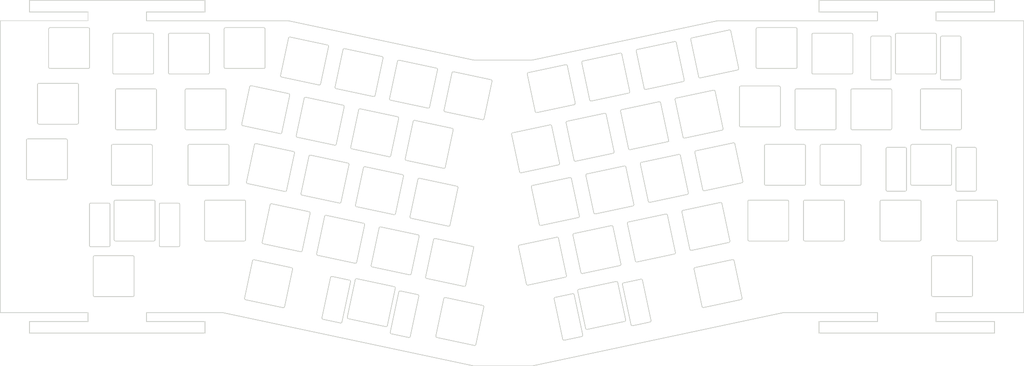
<source format=kicad_pcb>
(kicad_pcb (version 20241229) (generator "pcbnew") (generator_version "9.0")
  (layers (0 "F.Cu" signal) (2 "B.Cu" signal) (13 "F.Paste" user) (15 "B.Paste" user) (5 "F.SilkS" user "F.Silkscreen") (7 "B.SilkS" user "B.Silkscreen") (1 "F.Mask" user) (3 "B.Mask" user) (25 "Edge.Cuts" user))
  (net 0 "")
  (gr_line (start 174.241115 101.99839) (end 176.943958 89.282514) (stroke (width 0.2)) (layer "Edge.Cuts"))
  (gr_arc (start 227.055608 144.338211) (mid 226.679356 144.268473) (end 226.462601 143.953088) (stroke (width 0.2)) (layer "Edge.Cuts"))
  (gr_line (start 51.184061 37.307576) (end 64.184061 37.307576) (stroke (width 0.2)) (layer "Edge.Cuts"))
  (gr_line (start 72.115311 77.812576) (end 72.115311 90.819476) (stroke (width 0.2)) (layer "Edge.Cuts"))
  (gr_line (start 97.856561 58.262576) (end 110.856561 58.262576) (stroke (width 0.2)) (layer "Edge.Cuts"))
  (gr_line (start 361.199061 96.862576) (end 361.199061 109.862576) (stroke (width 0.2)) (layer "Edge.Cuts"))
  (gr_line (start 65.924061 128.912576) (end 65.924061 115.912576) (stroke (width 0.2)) (layer "Edge.Cuts"))
  (gr_line (start 121.042834 77.400309) (end 118.33998 90.116237) (stroke (width 0.2)) (layer "Edge.Cuts"))
  (gr_line (start 175.907601 69.075426) (end 188.62352 71.778278) (stroke (width 0.2)) (layer "Edge.Cuts"))
  (gr_line (start 110.691561 37.807576) (end 110.691561 50.807576) (stroke (width 0.2)) (layer "Edge.Cuts"))
  (gr_arc (start 362.182061 40.212576) (mid 362.535614 40.359023) (end 362.682061 40.712576) (stroke (width 0.2)) (layer "Edge.Cuts"))
  (gr_arc (start 180.949648 64.473156) (mid 180.732889 64.788527) (end 180.356601 64.85827) (stroke (width 0.2)) (layer "Edge.Cuts"))
  (gr_line (start 303.761561 96.862576) (end 303.761561 109.862576) (stroke (width 0.2)) (layer "Edge.Cuts"))
  (gr_arc (start 367.920811 92.812576) (mid 367.774367 93.166147) (end 367.420811 93.312576) (stroke (width 0.2)) (layer "Edge.Cuts"))
  (gr_arc (start 339.004061 71.762576) (mid 338.857614 72.116129) (end 338.504061 72.262576) (stroke (width 0.2)) (layer "Edge.Cuts"))
  (gr_line (start 280.928454 97.569896) (end 283.63037 110.281413) (stroke (width 0.2)) (layer "Edge.Cuts"))
  (gr_arc (start 246.268415 65.981326) (mid 246.338149 65.605073) (end 246.653512 65.388333) (stroke (width 0.2)) (layer "Edge.Cuts"))
  (gr_arc (start 356.182061 55.212576) (mid 355.828508 55.066129) (end 355.682061 54.712576) (stroke (width 0.2)) (layer "Edge.Cuts"))
  (gr_line (start 301.683561 134.937576) (end 334.131561 134.937576) (stroke (width 0.2)) (layer "Edge.Cuts"))
  (gr_line (start 253.024185 84.020911) (end 255.727048 96.73688) (stroke (width 0.2)) (layer "Edge.Cuts"))
  (gr_arc (start 176.943958 89.282514) (mid 177.160731 88.967112) (end 177.537023 88.897374) (stroke (width 0.2)) (layer "Edge.Cuts"))
  (gr_line (start 280.913934 72.418824) (end 268.198022 75.121674) (stroke (width 0.2)) (layer "Edge.Cuts"))
  (gr_line (start 139.676545 81.361032) (end 136.973692 94.076955) (stroke (width 0.2)) (layer "Edge.Cuts"))
  (gr_arc (start 306.119061 37.307576) (mid 306.472614 37.454023) (end 306.619061 37.807576) (stroke (width 0.2)) (layer "Edge.Cuts"))
  (gr_arc (start 352.626561 115.912576) (mid 352.773008 115.559023) (end 353.126561 115.412576) (stroke (width 0.2)) (layer "Edge.Cuts"))
  (gr_arc (start 229.805841 128.418521) (mid 230.18209 128.488278) (end 230.399816 128.808083) (stroke (width 0.2)) (layer "Edge.Cuts"))
  (gr_arc (start 60.874061 69.857576) (mid 60.727614 70.211129) (end 60.374061 70.357576) (stroke (width 0.2)) (layer "Edge.Cuts"))
  (gr_line (start 325.004061 58.762576) (end 325.004061 71.762576) (stroke (width 0.2)) (layer "Edge.Cuts"))
  (gr_line (start 196.114561 48.434918) (end 215.958561 48.434918) (stroke (width 0.2)) (layer "Edge.Cuts"))
  (gr_line (start 374.131561 137.937576) (end 354.131561 137.937576) (stroke (width 0.2)) (layer "Edge.Cuts"))
  (gr_line (start 186.385902 129.729423) (end 199.101823 132.432275) (stroke (width 0.2)) (layer "Edge.Cuts"))
  (gr_line (start 289.761561 109.862576) (end 289.761561 96.862576) (stroke (width 0.2)) (layer "Edge.Cuts"))
  (gr_arc (start 97.856561 72.262576) (mid 97.503008 72.116129) (end 97.356561 71.762576) (stroke (width 0.2)) (layer "Edge.Cuts"))
  (gr_arc (start 164.633793 47.203516) (mid 164.949084 47.420234) (end 165.018224 47.799172) (stroke (width 0.2)) (layer "Edge.Cuts"))
  (gr_line (start 123.696664 110.727739) (end 126.398964 98.014415) (stroke (width 0.2)) (layer "Edge.Cuts"))
  (gr_line (start 354.131561 134.937576) (end 354.131561 137.937576) (stroke (width 0.2)) (layer "Edge.Cuts"))
  (gr_line (start 149.007089 58.194725) (end 161.722904 60.897556) (stroke (width 0.2)) (layer "Edge.Cuts"))
  (gr_arc (start 89.005811 112.362576) (mid 88.65229 112.216112) (end 88.505811 111.862576) (stroke (width 0.2)) (layer "Edge.Cuts"))
  (gr_arc (start 353.126561 129.412576) (mid 352.773008 129.266129) (end 352.626561 128.912576) (stroke (width 0.2)) (layer "Edge.Cuts"))
  (gr_arc (start 86.115311 90.812576) (mid 85.968867 91.166147) (end 85.615311 91.312576) (stroke (width 0.2)) (layer "Edge.Cuts"))
  (gr_line (start 340.744061 53.212576) (end 353.744061 53.212576) (stroke (width 0.2)) (layer "Edge.Cuts"))
  (gr_arc (start 362.816561 71.762576) (mid 362.670114 72.116129) (end 362.316561 72.262576) (stroke (width 0.2)) (layer "Edge.Cuts"))
  (gr_line (start 165.911186 139.690142) (end 165.911183 139.690155) (stroke (width 0.2)) (layer "Edge.Cuts"))
  (gr_arc (start 118.059103 130.492661) (mid 117.743721 130.27591) (end 117.673089 129.903885) (stroke (width 0.2)) (layer "Edge.Cuts"))
  (gr_arc (start 87.044061 58.262576) (mid 87.397614 58.409023) (end 87.544061 58.762576) (stroke (width 0.2)) (layer "Edge.Cuts"))
  (gr_line (start 186.274407 66.116139) (end 198.990298 68.818985) (stroke (width 0.2)) (layer "Edge.Cuts"))
  (gr_line (start 287.665449 90.459333) (end 274.953822 93.161273) (stroke (width 0.2)) (layer "Edge.Cuts"))
  (gr_line (start 325.504061 58.262576) (end 338.504061 58.262576) (stroke (width 0.2)) (layer "Edge.Cuts"))
  (gr_arc (start 142.714926 115.28405) (mid 142.399539 115.06731) (end 142.32983 114.691025) (stroke (width 0.2)) (layer "Edge.Cuts"))
  (gr_arc (start 264.90213 62.020623) (mid 264.971869 61.644369) (end 265.287251 61.427609) (stroke (width 0.2)) (layer "Edge.Cuts"))
  (gr_line (start 126.398964 98.014415) (end 123.695564 110.732913) (stroke (width 0.2)) (layer "Edge.Cuts"))
  (gr_arc (start 73.067811 96.862576) (mid 73.214255 96.509005) (end 73.567811 96.362576) (stroke (width 0.2)) (layer "Edge.Cuts"))
  (gr_arc (start 139.707913 100.332122) (mid 140.023287 100.548878) (end 140.093037 100.925152) (stroke (width 0.2)) (layer "Edge.Cuts"))
  (gr_line (start 279.458561 34.937576) (end 215.958561 48.434918) (stroke (width 0.2)) (layer "Edge.Cuts"))
  (gr_arc (start 167.64069 62.15542) (mid 167.325337 61.938665) (end 167.257456 61.553573) (stroke (width 0.2)) (layer "Edge.Cuts"))
  (gr_arc (start 227.458173 49.99284) (mid 227.83446 50.062564) (end 228.051821 50.380861) (stroke (width 0.2)) (layer "Edge.Cuts"))
  (gr_arc (start 167.640766 62.155436) (mid 167.325337 61.938665) (end 167.257444 61.553628) (stroke (width 0.2)) (layer "Edge.Cuts"))
  (gr_line (start 137.358819 94.669986) (end 150.074729 97.372836) (stroke (width 0.2)) (layer "Edge.Cuts"))
  (gr_arc (start 145.999925 43.242765) (mid 146.315327 43.459534) (end 146.385068 43.835839) (stroke (width 0.2)) (layer "Edge.Cuts"))
  (gr_arc (start 287.789127 129.846831) (mid 287.719383 130.223098) (end 287.404009 130.43986) (stroke (width 0.2)) (layer "Edge.Cuts"))
  (gr_arc (start 95.505811 111.862576) (mid 95.359367 112.216147) (end 95.005811 112.362576) (stroke (width 0.2)) (layer "Edge.Cuts"))
  (gr_arc (start 163.666394 105.935822) (mid 163.883147 105.620446) (end 164.259423 105.550706) (stroke (width 0.2)) (layer "Edge.Cuts"))
  (gr_line (start 176.943958 89.282514) (end 174.241115 101.99839) (stroke (width 0.2)) (layer "Edge.Cuts"))
  (gr_line (start 196.114561 153.158987) (end 215.958561 153.158987) (stroke (width 0.2)) (layer "Edge.Cuts"))
  (gr_arc (start 268.198022 75.121674) (mid 267.821735 75.051937) (end 267.605837 74.740566) (stroke (width 0.2)) (layer "Edge.Cuts"))
  (gr_line (start 202.286212 55.717955) (end 199.583367 68.433839) (stroke (width 0.2)) (layer "Edge.Cuts"))
  (gr_arc (start 353.126561 129.412576) (mid 352.773008 129.266129) (end 352.626561 128.912576) (stroke (width 0.2)) (layer "Edge.Cuts"))
  (gr_line (start 161.348698 119.244781) (end 174.064579 121.947625) (stroke (width 0.2)) (layer "Edge.Cuts"))
  (gr_line (start 251.624575 45.367356) (end 254.327966 58.085813) (stroke (width 0.2)) (layer "Edge.Cuts"))
  (gr_arc (start 118.725098 90.709266) (mid 118.409715 90.492511) (end 118.340734 90.112693) (stroke (width 0.2)) (layer "Edge.Cuts"))
  (gr_arc (start 187.935189 104.909122) (mid 187.718424 105.224543) (end 187.342152 105.294272) (stroke (width 0.2)) (layer "Edge.Cuts"))
  (gr_arc (start 271.392195 120.041609) (mid 271.461927 119.665378) (end 271.777327 119.448646) (stroke (width 0.2)) (layer "Edge.Cuts"))
  (gr_line (start 142.32983 114.691025) (end 145.03268 101.975119) (stroke (width 0.2)) (layer "Edge.Cuts"))
  (gr_arc (start 135.729404 74.848055) (mid 135.414026 74.631305) (end 135.343519 74.258681) (stroke (width 0.2)) (layer "Edge.Cuts"))
  (gr_arc (start 166.504327 139.304952) (mid 166.287545 139.620406) (end 165.911186 139.690142) (stroke (width 0.2)) (layer "Edge.Cuts"))
  (gr_arc (start 167.880202 142.153365) (mid 167.56481 141.936599) (end 167.495072 141.560317) (stroke (width 0.2)) (layer "Edge.Cuts"))
  (gr_line (start 196.190991 146.126318) (end 196.190989 146.126327) (stroke (width 0.2)) (layer "Edge.Cuts"))
  (gr_line (start 50.684061 50.807576) (end 50.684061 37.807576) (stroke (width 0.2)) (layer "Edge.Cuts"))
  (gr_line (start 248.084537 85.07092) (end 248.084551 85.070917) (stroke (width 0.2)) (layer "Edge.Cuts"))
  (gr_arc (start 176.867715 128.72861) (mid 177.183098 128.945374) (end 177.252855 129.321645) (stroke (width 0.2)) (layer "Edge.Cuts"))
  (gr_arc (start 145.999958 43.242772) (mid 146.315327 43.459534) (end 146.385068 43.835839) (stroke (width 0.2)) (layer "Edge.Cuts"))
  (gr_line (start 290.261561 96.362576) (end 303.261561 96.362576) (stroke (width 0.2)) (layer "Edge.Cuts"))
  (gr_arc (start 256.320078 97.121998) (mid 255.943816 97.052242) (end 255.727049 96.73684) (stroke (width 0.2)) (layer "Edge.Cuts"))
  (gr_line (start 150.390328 138.435776) (end 144.525904 137.189255) (stroke (width 0.2)) (layer "Edge.Cuts"))
  (gr_line (start 44.131561 141.937576) (end 104.131561 141.937576) (stroke (width 0.2)) (layer "Edge.Cuts"))
  (gr_arc (start 305.954061 58.762576) (mid 306.100508 58.409023) (end 306.454061 58.262576) (stroke (width 0.2)) (layer "Edge.Cuts"))
  (gr_line (start 287.404061 57.310076) (end 300.404061 57.310076) (stroke (width 0.2)) (layer "Edge.Cuts"))
  (gr_arc (start 337.544861 93.312576) (mid 337.19129 93.166112) (end 337.044811 92.812576) (stroke (width 0.2)) (layer "Edge.Cuts"))
  (gr_line (start 147.644599 122.517045) (end 153.513485 123.764515) (stroke (width 0.2)) (layer "Edge.Cuts"))
  (gr_arc (start 51.184061 51.307576) (mid 50.830508 51.161129) (end 50.684061 50.807576) (stroke (width 0.2)) (layer "Edge.Cuts"))
  (gr_arc (start 236.286729 62.429041) (mid 235.910448 62.359308) (end 235.694251 62.046516) (stroke (width 0.2)) (layer "Edge.Cuts"))
  (gr_line (start 202.286212 55.717955) (end 199.583367 68.433839) (stroke (width 0.2)) (layer "Edge.Cuts"))
  (gr_arc (start 233.261917 121.498749) (mid 232.88564 121.42901) (end 232.668884 121.113632) (stroke (width 0.2)) (layer "Edge.Cuts"))
  (gr_arc (start 247.994439 137.331598) (mid 247.924691 137.707919) (end 247.603699 137.925898) (stroke (width 0.2)) (layer "Edge.Cuts"))
  (gr_line (start 287.665449 90.459333) (end 274.953822 93.161273) (stroke (width 0.2)) (layer "Edge.Cuts"))
  (gr_line (start 73.567811 96.362576) (end 86.567761 96.362576) (stroke (width 0.2)) (layer "Edge.Cuts"))
  (gr_line (start 340.744061 39.212576) (end 353.744061 39.212576) (stroke (width 0.2)) (layer "Edge.Cuts"))
  (gr_line (start 338.504061 72.262576) (end 325.504061 72.262576) (stroke (width 0.2)) (layer "Edge.Cuts"))
  (gr_line (start 183.091142 142.825189) (end 185.792874 130.114539) (stroke (width 0.2)) (layer "Edge.Cuts"))
  (gr_line (start 366.126561 129.412576) (end 353.126561 129.412576) (stroke (width 0.2)) (layer "Edge.Cuts"))
  (gr_arc (start 227.634696 69.942009) (mid 227.704428 69.565777) (end 228.019828 69.349045) (stroke (width 0.2)) (layer "Edge.Cuts"))
  (gr_line (start 189.185175 52.422073) (end 201.901094 55.124925) (stroke (width 0.2)) (layer "Edge.Cuts"))
  (gr_line (start 265.287251 61.427609) (end 278.003215 58.724747) (stroke (width 0.2)) (layer "Edge.Cuts"))
  (gr_line (start 140.093037 100.925152) (end 137.390191 113.641044) (stroke (width 0.2)) (layer "Edge.Cuts"))
  (gr_line (start 132.614561 34.937576) (end 84.131561 34.937576) (stroke (width 0.2)) (layer "Edge.Cuts"))
  (gr_line (start 44.131561 141.937576) (end 44.131561 137.937576) (stroke (width 0.2)) (layer "Edge.Cuts"))
  (gr_arc (start 65.129961 112.362576) (mid 64.77629 112.216112) (end 64.629811 111.869476) (stroke (width 0.2)) (layer "Edge.Cuts"))
  (gr_arc (start 132.69101 40.925038) (mid 132.907761 40.609659) (end 133.284039 40.53992) (stroke (width 0.2)) (layer "Edge.Cuts"))
  (gr_arc (start 270.529311 113.577321) (mid 270.153056 113.507585) (end 269.936307 113.192197) (stroke (width 0.2)) (layer "Edge.Cuts"))
  (gr_line (start 153.195388 136.98733) (end 165.911183 139.690155) (stroke (width 0.2)) (layer "Edge.Cuts"))
  (gr_line (start 104.131561 27.937576) (end 44.131561 27.937576) (stroke (width 0.2)) (layer "Edge.Cuts"))
  (gr_arc (start 138.047143 61.539132) (mid 138.263904 61.223717) (end 138.640178 61.153991) (stroke (width 0.2)) (layer "Edge.Cuts"))
  (gr_arc (start 201.901094 55.124925) (mid 202.216476 55.341675) (end 202.286212 55.717955) (stroke (width 0.2)) (layer "Edge.Cuts"))
  (gr_arc (start 311.669061 39.712576) (mid 311.815508 39.359023) (end 312.169061 39.212576) (stroke (width 0.2)) (layer "Edge.Cuts"))
  (gr_arc (start 124.691561 50.807576) (mid 124.545114 51.161129) (end 124.191561 51.307576) (stroke (width 0.2)) (layer "Edge.Cuts"))
  (gr_arc (start 65.129861 112.362576) (mid 64.77629 112.216112) (end 64.629811 111.869476) (stroke (width 0.2)) (layer "Edge.Cuts"))
  (gr_line (start 50.684061 37.807576) (end 50.684061 50.807576) (stroke (width 0.2)) (layer "Edge.Cuts"))
  (gr_arc (start 214.62822 125.459464) (mid 214.251932 125.389722) (end 214.035174 125.074335) (stroke (width 0.2)) (layer "Edge.Cuts"))
  (gr_line (start 74.044061 58.262576) (end 87.044061 58.262576) (stroke (width 0.2)) (layer "Edge.Cuts"))
  (gr_arc (start 130.404659 73.205037) (mid 130.187888 73.520435) (end 129.8116 73.590173) (stroke (width 0.2)) (layer "Edge.Cuts"))
  (gr_line (start 73.067811 96.862576) (end 73.067811 109.869476) (stroke (width 0.2)) (layer "Edge.Cuts"))
  (gr_arc (start 43.064061 75.907576) (mid 43.210508 75.554023) (end 43.564061 75.407576) (stroke (width 0.2)) (layer "Edge.Cuts"))
  (gr_line (start 359.482811 77.819747) (end 359.482811 90.812576) (stroke (width 0.2)) (layer "Edge.Cuts"))
  (gr_line (start 175.907601 69.075426) (end 188.623522 71.778278) (stroke (width 0.2)) (layer "Edge.Cuts"))
  (gr_line (start 140.274186 80.976899) (end 152.985598 83.678792) (stroke (width 0.2)) (layer "Edge.Cuts"))
  (gr_line (start 86.091561 53.212576) (end 73.091561 53.212576) (stroke (width 0.2)) (layer "Edge.Cuts"))
  (gr_line (start 86.115311 77.819747) (end 86.115311 90.812576) (stroke (width 0.2)) (layer "Edge.Cuts"))
  (gr_arc (start 214.357136 53.288721) (mid 214.426881 52.912463) (end 214.747289 52.694622) (stroke (width 0.2)) (layer "Edge.Cuts"))
  (gr_line (start 64.684061 37.807576) (end 64.684061 50.807576) (stroke (width 0.2)) (layer "Edge.Cuts"))
  (gr_line (start 189.190303 52.423163) (end 201.901111 55.124929) (stroke (width 0.2)) (layer "Edge.Cuts"))
  (gr_line (start 165.911186 139.690142) (end 165.911183 139.690155) (stroke (width 0.2)) (layer "Edge.Cuts"))
  (gr_arc (start 360.920811 78.812576) (mid 361.067255 78.459005) (end 361.420811 78.312576) (stroke (width 0.2)) (layer "Edge.Cuts"))
  (gr_line (start 309.476561 77.812576) (end 309.476561 90.812576) (stroke (width 0.2)) (layer "Edge.Cuts"))
  (gr_arc (start 309.311561 110.362576) (mid 308.958008 110.216129) (end 308.811561 109.862576) (stroke (width 0.2)) (layer "Edge.Cuts"))
  (gr_arc (start 222.102035 70.606911) (mid 222.47829 70.676665) (end 222.696328 70.997979) (stroke (width 0.2)) (layer "Edge.Cuts"))
  (gr_arc (start 280.334503 97.180394) (mid 280.710777 97.250128) (end 280.928454 97.569896) (stroke (width 0.2)) (layer "Edge.Cuts"))
  (gr_line (start 312.169061 39.212576) (end 325.169061 39.212576) (stroke (width 0.2)) (layer "Edge.Cuts"))
  (gr_line (start 104.131561 137.937576) (end 84.131561 137.937576) (stroke (width 0.2)) (layer "Edge.Cuts"))
  (gr_arc (start 232.990848 49.328004) (mid 233.060599 48.951738) (end 233.375998 48.734967) (stroke (width 0.2)) (layer "Edge.Cuts"))
  (gr_arc (start 117.524061 96.362576) (mid 117.877614 96.509023) (end 118.024061 96.862576) (stroke (width 0.2)) (layer "Edge.Cuts"))
  (gr_arc (start 345.982861 91.312576) (mid 345.62929 91.166112) (end 345.482811 90.819476) (stroke (width 0.2)) (layer "Edge.Cuts"))
  (gr_arc (start 362.316561 58.262576) (mid 362.670114 58.409023) (end 362.816561 58.762576) (stroke (width 0.2)) (layer "Edge.Cuts"))
  (gr_line (start 167.880202 142.153365) (end 173.757923 143.402712) (stroke (width 0.2)) (layer "Edge.Cuts"))
  (gr_arc (start 166.504307 139.305047) (mid 166.287545 139.620406) (end 165.911186 139.690142) (stroke (width 0.2)) (layer "Edge.Cuts"))
  (gr_line (start 44.131561 27.937576) (end 104.131561 27.937576) (stroke (width 0.2)) (layer "Edge.Cuts"))
  (gr_line (start 64.131561 134.937576) (end 64.131561 137.937576) (stroke (width 0.2)) (layer "Edge.Cuts"))
  (gr_line (start 223.551842 130.259041) (end 226.462601 143.953088) (stroke (width 0.2)) (layer "Edge.Cuts"))
  (gr_line (start 149.007089 58.194725) (end 161.722904 60.897556) (stroke (width 0.2)) (layer "Edge.Cuts"))
  (gr_line (start 147.647878 122.517742) (end 153.513485 123.764515) (stroke (width 0.2)) (layer "Edge.Cuts"))
  (gr_arc (start 248.599752 104.437039) (mid 248.669498 104.060733) (end 248.984861 103.843966) (stroke (width 0.2)) (layer "Edge.Cuts"))
  (gr_line (start 151.917751 44.500638) (end 164.633697 47.203496) (stroke (width 0.2)) (layer "Edge.Cuts"))
  (gr_arc (start 352.626561 115.912576) (mid 352.773008 115.559023) (end 353.126561 115.412576) (stroke (width 0.2)) (layer "Edge.Cuts"))
  (gr_arc (start 303.261561 96.362576) (mid 303.615114 96.509023) (end 303.761561 96.862576) (stroke (width 0.2)) (layer "Edge.Cuts"))
  (gr_line (start 110.856561 72.262576) (end 97.856561 72.262576) (stroke (width 0.2)) (layer "Edge.Cuts"))
  (gr_line (start 314.131561 141.937576) (end 374.131561 141.937576) (stroke (width 0.2)) (layer "Edge.Cuts"))
  (gr_line (start 160.963556 118.651713) (end 160.963549 118.651712) (stroke (width 0.2)) (layer "Edge.Cuts"))
  (gr_line (start 104.131561 31.937576) (end 104.131561 27.937576) (stroke (width 0.2)) (layer "Edge.Cuts"))
  (gr_line (start 175.907601 69.075426) (end 188.62352 71.778278) (stroke (width 0.2)) (layer "Edge.Cuts"))
  (gr_line (start 311.669061 39.712576) (end 311.669061 52.712576) (stroke (width 0.2)) (layer "Edge.Cuts"))
  (gr_arc (start 343.544661 78.312576) (mid 343.898332 78.45904) (end 344.044811 78.819747) (stroke (width 0.2)) (layer "Edge.Cuts"))
  (gr_arc (start 361.699061 110.362576) (mid 361.345508 110.216129) (end 361.199061 109.862576) (stroke (width 0.2)) (layer "Edge.Cuts"))
  (gr_line (start 170.551463 48.461356) (end 183.267414 51.164215) (stroke (width 0.2)) (layer "Edge.Cuts"))
  (gr_arc (start 335.005311 96.862576) (mid 335.151755 96.509005) (end 335.505311 96.362576) (stroke (width 0.2)) (layer "Edge.Cuts"))
  (gr_line (start 133.107509 60.489126) (end 130.404659 73.205037) (stroke (width 0.2)) (layer "Edge.Cuts"))
  (gr_arc (start 246.268422 65.981357) (mid 246.338149 65.605073) (end 246.653512 65.388333) (stroke (width 0.2)) (layer "Edge.Cuts"))
  (gr_arc (start 56.564061 75.407576) (mid 56.917614 75.554023) (end 57.064061 75.907576) (stroke (width 0.2)) (layer "Edge.Cuts"))
  (gr_arc (start 232.990855 49.328039) (mid 233.060599 48.951738) (end 233.375998 48.734967) (stroke (width 0.2)) (layer "Edge.Cuts"))
  (gr_arc (start 374.699061 96.362576) (mid 375.052614 96.509023) (end 375.199061 96.862576) (stroke (width 0.2)) (layer "Edge.Cuts"))
  (gr_arc (start 64.184061 37.307576) (mid 64.537614 37.454023) (end 64.684061 37.807576) (stroke (width 0.2)) (layer "Edge.Cuts"))
  (gr_arc (start 87.544061 71.762576) (mid 87.397614 72.116129) (end 87.044061 72.262576) (stroke (width 0.2)) (layer "Edge.Cuts"))
  (gr_arc (start 338.504061 58.262576) (mid 338.857614 58.409023) (end 339.004061 58.762576) (stroke (width 0.2)) (layer "Edge.Cuts"))
  (gr_line (start 353.126561 115.412576) (end 366.126561 115.412576) (stroke (width 0.2)) (layer "Edge.Cuts"))
  (gr_line (start 248.599752 104.437039) (end 251.302595 117.152914) (stroke (width 0.2)) (layer "Edge.Cuts"))
  (gr_line (start 314.131561 141.937576) (end 374.131561 141.937576) (stroke (width 0.2)) (layer "Edge.Cuts"))
  (gr_arc (start 234.893417 140.627552) (mid 234.517141 140.557814) (end 234.300387 140.242432) (stroke (width 0.2)) (layer "Edge.Cuts"))
  (gr_arc (start 174.657604 121.562525) (mid 174.440858 121.877888) (end 174.064579 121.947625) (stroke (width 0.2)) (layer "Edge.Cuts"))
  (gr_line (start 265.287251 61.427609) (end 278.003215 58.724747) (stroke (width 0.2)) (layer "Edge.Cuts"))
  (gr_arc (start 155.992522 98.630702) (mid 155.677156 98.41395) (end 155.609202 98.029212) (stroke (width 0.2)) (layer "Edge.Cuts"))
  (gr_arc (start 264.902133 62.020639) (mid 264.971869 61.644369) (end 265.287251 61.427609) (stroke (width 0.2)) (layer "Edge.Cuts"))
  (gr_line (start 349.316561 72.262576) (end 362.316561 72.262576) (stroke (width 0.2)) (layer "Edge.Cuts"))
  (gr_arc (start 246.90609 125.294922) (mid 246.975834 124.918653) (end 247.291208 124.701892) (stroke (width 0.2)) (layer "Edge.Cuts"))
  (gr_line (start 243.64651 80.340259) (end 230.930628 83.043103) (stroke (width 0.2)) (layer "Edge.Cuts"))
  (gr_line (start 44.131561 27.937576) (end 104.131561 27.937576) (stroke (width 0.2)) (layer "Edge.Cuts"))
  (gr_arc (start 358.982761 77.312576) (mid 359.336332 77.45904) (end 359.482811 77.812576) (stroke (width 0.2)) (layer "Edge.Cuts"))
  (gr_arc (start 219.052595 105.043446) (mid 218.676359 104.973712) (end 218.459624 104.658315) (stroke (width 0.2)) (layer "Edge.Cuts"))
  (gr_line (start 248.084551 85.070917) (end 250.787397 97.786807) (stroke (width 0.2)) (layer "Edge.Cuts"))
  (gr_arc (start 87.067811 109.862576) (mid 86.921367 110.216147) (end 86.567811 110.362576) (stroke (width 0.2)) (layer "Edge.Cuts"))
  (gr_line (start 116.710584 70.29431) (end 119.413412 57.578504) (stroke (width 0.2)) (layer "Edge.Cuts"))
  (gr_line (start 186.385902 129.729423) (end 199.101823 132.432275) (stroke (width 0.2)) (layer "Edge.Cuts"))
  (gr_arc (start 51.184061 51.307576) (mid 50.830508 51.161129) (end 50.684061 50.807576) (stroke (width 0.2)) (layer "Edge.Cuts"))
  (gr_line (start 71.629811 97.869747) (end 71.629811 111.862576) (stroke (width 0.2)) (layer "Edge.Cuts"))
  (gr_line (start 215.958561 48.434918) (end 196.114561 48.434918) (stroke (width 0.2)) (layer "Edge.Cuts"))
  (gr_line (start 223.551842 130.259041) (end 226.462601 143.953088) (stroke (width 0.2)) (layer "Edge.Cuts"))
  (gr_line (start 65.924061 115.912576) (end 65.924061 128.912576) (stroke (width 0.2)) (layer "Edge.Cuts"))
  (gr_arc (start 111.191561 51.307576) (mid 110.838008 51.161129) (end 110.691561 50.807576) (stroke (width 0.2)) (layer "Edge.Cuts"))
  (gr_line (start 66.424061 115.412576) (end 79.424061 115.412576) (stroke (width 0.2)) (layer "Edge.Cuts"))
  (gr_arc (start 212.296931 87.003818) (mid 211.920632 86.934072) (end 211.704693 86.622676) (stroke (width 0.2)) (layer "Edge.Cuts"))
  (gr_line (start 374.131561 27.937576) (end 314.131561 27.937576) (stroke (width 0.2)) (layer "Edge.Cuts"))
  (gr_line (start 292.619061 37.807576) (end 292.619061 50.807576) (stroke (width 0.2)) (layer "Edge.Cuts"))
  (gr_arc (start 152.985598 83.678792) (mid 153.300903 83.895518) (end 153.37061 84.271799) (stroke (width 0.2)) (layer "Edge.Cuts"))
  (gr_line (start 170.551463 48.461356) (end 183.267414 51.164215) (stroke (width 0.2)) (layer "Edge.Cuts"))
  (gr_arc (start 246.268422 65.981357) (mid 246.338149 65.605073) (end 246.653512 65.388333) (stroke (width 0.2)) (layer "Edge.Cuts"))
  (gr_line (start 283.241562 110.875248) (end 270.529311 113.577321) (stroke (width 0.2)) (layer "Edge.Cuts"))
  (gr_arc (start 267.233443 100.47622) (mid 267.30317 100.099967) (end 267.618517 99.88326) (stroke (width 0.2)) (layer "Edge.Cuts"))
  (gr_arc (start 322.811561 109.862576) (mid 322.665114 110.216129) (end 322.311561 110.362576) (stroke (width 0.2)) (layer "Edge.Cuts"))
  (gr_line (start 362.682061 40.712576) (end 362.682061 54.712576) (stroke (width 0.2)) (layer "Edge.Cuts"))
  (gr_arc (start 322.311561 96.362576) (mid 322.665114 96.509023) (end 322.811561 96.862576) (stroke (width 0.2)) (layer "Edge.Cuts"))
  (gr_line (start 144.525904 137.189255) (end 150.399292 138.437682) (stroke (width 0.2)) (layer "Edge.Cuts"))
  (gr_arc (start 274.68809 133.142712) (mid 274.311839 133.072959) (end 274.095854 132.761328) (stroke (width 0.2)) (layer "Edge.Cuts"))
  (gr_line (start 145.625712 101.589989) (end 158.34163 104.292841) (stroke (width 0.2)) (layer "Edge.Cuts"))
  (gr_line (start 308.811561 96.862576) (end 308.811561 109.862576) (stroke (width 0.2)) (layer "Edge.Cuts"))
  (gr_line (start 225.007369 84.302131) (end 212.296931 87.003818) (stroke (width 0.2)) (layer "Edge.Cuts"))
  (gr_arc (start 254.920412 58.468329) (mid 254.544156 58.398596) (end 254.327966 58.085813) (stroke (width 0.2)) (layer "Edge.Cuts"))
  (gr_line (start 361.420811 78.312576) (end 367.420761 78.312576) (stroke (width 0.2)) (layer "Edge.Cuts"))
  (gr_line (start 248.084536 85.07092) (end 248.084551 85.070917) (stroke (width 0.2)) (layer "Edge.Cuts"))
  (gr_arc (start 250.787397 97.786807) (mid 250.717657 98.163094) (end 250.408091 98.378629) (stroke (width 0.2)) (layer "Edge.Cuts"))
  (gr_line (start 167.64069 62.15542) (end 180.356601 64.85827) (stroke (width 0.2)) (layer "Edge.Cuts"))
  (gr_arc (start 271.657905 80.060228) (mid 271.727642 79.683965) (end 272.043008 79.467218) (stroke (width 0.2)) (layer "Edge.Cuts"))
  (gr_arc (start 253.024185 84.020911) (mid 253.09392 83.644669) (end 253.409314 83.427931) (stroke (width 0.2)) (layer "Edge.Cuts"))
  (gr_arc (start 353.744061 39.212576) (mid 354.097614 39.359023) (end 354.244061 39.712576) (stroke (width 0.2)) (layer "Edge.Cuts"))
  (gr_arc (start 121.042834 77.400309) (mid 121.259588 77.084962) (end 121.635932 77.015229) (stroke (width 0.2)) (layer "Edge.Cuts"))
  (gr_arc (start 66.424061 129.412576) (mid 66.070508 129.266129) (end 65.924061 128.912576) (stroke (width 0.2)) (layer "Edge.Cuts"))
  (gr_line (start 345.482811 90.805476) (end 345.482811 77.812576) (stroke (width 0.2)) (layer "Edge.Cuts"))
  (gr_line (start 79.924061 115.912576) (end 79.924061 128.912576) (stroke (width 0.2)) (layer "Edge.Cuts"))
  (gr_line (start 262.294739 101.5306) (end 264.996662 114.242151) (stroke (width 0.2)) (layer "Edge.Cuts"))
  (gr_line (start 214.747289 52.694622) (end 227.458211 49.992832) (stroke (width 0.2)) (layer "Edge.Cuts"))
  (gr_line (start 271.777327 119.448646) (end 284.493185 116.745807) (stroke (width 0.2)) (layer "Edge.Cuts"))
  (gr_arc (start 71.629811 111.862576) (mid 71.483367 112.216147) (end 71.129811 112.362576) (stroke (width 0.2)) (layer "Edge.Cuts"))
  (gr_line (start 160.963549 118.651712) (end 163.666394 105.935822) (stroke (width 0.2)) (layer "Edge.Cuts"))
  (gr_arc (start 142.714926 115.28405) (mid 142.399539 115.06731) (end 142.32983 114.691025) (stroke (width 0.2)) (layer "Edge.Cuts"))
  (gr_line (start 64.629811 111.855476) (end 64.629811 97.862576) (stroke (width 0.2)) (layer "Edge.Cuts"))
  (gr_arc (start 124.081209 111.323331) (mid 123.765844 111.106589) (end 123.695564 110.732913) (stroke (width 0.2)) (layer "Edge.Cuts"))
  (gr_arc (start 149.007089 58.194725) (mid 148.691642 57.977945) (end 148.621913 57.601605) (stroke (width 0.2)) (layer "Edge.Cuts"))
  (gr_arc (start 86.567811 96.362576) (mid 86.921332 96.50904) (end 87.067811 96.862576) (stroke (width 0.2)) (layer "Edge.Cuts"))
  (gr_line (start 374.131561 141.937576) (end 374.131561 137.937576) (stroke (width 0.2)) (layer "Edge.Cuts"))
  (gr_line (start 57.064061 75.907576) (end 57.064061 88.907576) (stroke (width 0.2)) (layer "Edge.Cuts"))
  (gr_line (start 255.727049 96.73684) (end 255.72704 96.736842) (stroke (width 0.2)) (layer "Edge.Cuts"))
  (gr_arc (start 214.357136 53.288721) (mid 214.426881 52.912463) (end 214.747289 52.694622) (stroke (width 0.2)) (layer "Edge.Cuts"))
  (gr_arc (start 362.316561 58.262576) (mid 362.670114 58.409023) (end 362.816561 58.762576) (stroke (width 0.2)) (layer "Edge.Cuts"))
  (gr_arc (start 64.684061 50.807576) (mid 64.537614 51.161129) (end 64.184061 51.307576) (stroke (width 0.2)) (layer "Edge.Cuts"))
  (gr_line (start 348.816561 58.762576) (end 348.816561 71.762576) (stroke (width 0.2)) (layer "Edge.Cuts"))
  (gr_line (start 312.169061 39.212576) (end 325.169061 39.212576) (stroke (width 0.2)) (layer "Edge.Cuts"))
  (gr_arc (start 319.454061 58.262576) (mid 319.807614 58.409023) (end 319.954061 58.762576) (stroke (width 0.2)) (layer "Edge.Cuts"))
  (gr_line (start 325.669061 39.712576) (end 325.669061 52.712576) (stroke (width 0.2)) (layer "Edge.Cuts"))
  (gr_arc (start 325.669061 52.712576) (mid 325.522614 53.066129) (end 325.169061 53.212576) (stroke (width 0.2)) (layer "Edge.Cuts"))
  (gr_line (start 155.430867 117.986907) (end 142.714926 115.28405) (stroke (width 0.2)) (layer "Edge.Cuts"))
  (gr_line (start 174.626212 102.591416) (end 187.342152 105.294272) (stroke (width 0.2)) (layer "Edge.Cuts"))
  (gr_line (start 250.409927 139.374097) (end 256.278769 138.126636) (stroke (width 0.2)) (layer "Edge.Cuts"))
  (gr_line (start 253.753119 123.839523) (end 256.663892 137.533629) (stroke (width 0.2)) (layer "Edge.Cuts"))
  (gr_arc (start 264.996655 114.242116) (mid 264.926909 114.618413) (end 264.611544 114.83518) (stroke (width 0.2)) (layer "Edge.Cuts"))
  (gr_arc (start 212.296931 87.003818) (mid 211.920632 86.934072) (end 211.702979 86.61461) (stroke (width 0.2)) (layer "Edge.Cuts"))
  (gr_line (start 64.629811 97.862576) (end 64.629811 111.869476) (stroke (width 0.2)) (layer "Edge.Cuts"))
  (gr_arc (start 362.682061 54.712576) (mid 362.535614 55.066129) (end 362.182061 55.212576) (stroke (width 0.2)) (layer "Edge.Cuts"))
  (gr_line (start 64.131561 137.937576) (end 44.131561 137.937576) (stroke (width 0.2)) (layer "Edge.Cuts"))
  (gr_arc (start 190.252916 91.600205) (mid 190.568295 91.816959) (end 190.638035 92.193232) (stroke (width 0.2)) (layer "Edge.Cuts"))
  (gr_arc (start 137.358819 94.669986) (mid 137.043411 94.453232) (end 136.973692 94.076955) (stroke (width 0.2)) (layer "Edge.Cuts"))
  (gr_arc (start 295.976561 91.312576) (mid 295.623008 91.166129) (end 295.476561 90.812576) (stroke (width 0.2)) (layer "Edge.Cuts"))
  (gr_line (start 64.131561 137.937576) (end 44.131561 137.937576) (stroke (width 0.2)) (layer "Edge.Cuts"))
  (gr_arc (start 278.003215 58.724747) (mid 278.379477 58.794477) (end 278.59619 59.10983) (stroke (width 0.2)) (layer "Edge.Cuts"))
  (gr_arc (start 247.994439 137.331598) (mid 247.924691 137.707919) (end 247.614765 137.923546) (stroke (width 0.2)) (layer "Edge.Cuts"))
  (gr_arc (start 283.359302 38.110688) (mid 283.735585 38.180427) (end 283.952965 38.498753) (stroke (width 0.2)) (layer "Edge.Cuts"))
  (gr_arc (start 338.806061 54.712576) (mid 338.659614 55.066129) (end 338.306061 55.212576) (stroke (width 0.2)) (layer "Edge.Cuts"))
  (gr_line (start 189.007553 72.376413) (end 186.305803 85.087146) (stroke (width 0.2)) (layer "Edge.Cuts"))
  (gr_line (start 64.131561 134.937576) (end 64.131561 137.937576) (stroke (width 0.2)) (layer "Edge.Cuts"))
  (gr_line (start 172.996722 82.769468) (end 185.712688 85.472331) (stroke (width 0.2)) (layer "Edge.Cuts"))
  (gr_line (start 280.928454 97.569896) (end 283.63037 110.281413) (stroke (width 0.2)) (layer "Edge.Cuts"))
  (gr_line (start 79.924061 115.912576) (end 79.924061 128.912576) (stroke (width 0.2)) (layer "Edge.Cuts"))
  (gr_arc (start 349.005311 109.862576) (mid 348.858867 110.216147) (end 348.505311 110.362576) (stroke (width 0.2)) (layer "Edge.Cuts"))
  (gr_line (start 337.044811 78.812576) (end 337.044811 92.819476) (stroke (width 0.2)) (layer "Edge.Cuts"))
  (gr_arc (start 331.806061 40.712576) (mid 331.952508 40.359023) (end 332.306061 40.212576) (stroke (width 0.2)) (layer "Edge.Cuts"))
  (gr_line (start 46.874061 69.857576) (end 46.874061 56.857576) (stroke (width 0.2)) (layer "Edge.Cuts"))
  (gr_arc (start 156.023889 117.601822) (mid 155.80715 117.917175) (end 155.430867 117.986907) (stroke (width 0.2)) (layer "Edge.Cuts"))
  (gr_arc (start 232.153682 101.74751) (mid 232.083935 102.123799) (end 231.770713 102.340126) (stroke (width 0.2)) (layer "Edge.Cuts"))
  (gr_arc (start 268.198022 75.121674) (mid 267.821735 75.051937) (end 267.604123 74.7325) (stroke (width 0.2)) (layer "Edge.Cuts"))
  (gr_line (start 225.026386 109.447667) (end 227.729249 122.163638) (stroke (width 0.2)) (layer "Edge.Cuts"))
  (gr_arc (start 286.655187 51.211709) (mid 286.585448 51.587988) (end 286.276049 51.803482) (stroke (width 0.2)) (layer "Edge.Cuts"))
  (gr_line (start 285.351965 77.149513) (end 285.35198 77.14951) (stroke (width 0.2)) (layer "Edge.Cuts"))
  (gr_line (start 89.005811 97.362576) (end 95.005761 97.362576) (stroke (width 0.2)) (layer "Edge.Cuts"))
  (gr_arc (start 149.038337 77.165911) (mid 148.821617 77.481209) (end 148.440741 77.549933) (stroke (width 0.2)) (layer "Edge.Cuts"))
  (gr_line (start 153.897983 124.360459) (end 150.987835 138.051632) (stroke (width 0.2)) (layer "Edge.Cuts"))
  (gr_line (start 352.626561 128.912576) (end 352.626561 115.912576) (stroke (width 0.2)) (layer "Edge.Cuts"))
  (gr_line (start 73.544061 58.762576) (end 73.544061 71.762576) (stroke (width 0.2)) (layer "Edge.Cuts"))
  (gr_arc (start 308.976561 77.312576) (mid 309.330114 77.459023) (end 309.476561 77.812576) (stroke (width 0.2)) (layer "Edge.Cuts"))
  (gr_line (start 64.131561 31.937576) (end 44.131561 31.937576) (stroke (width 0.2)) (layer "Edge.Cuts"))
  (gr_line (start 104.524061 96.362576) (end 117.524061 96.362576) (stroke (width 0.2)) (layer "Edge.Cuts"))
  (gr_arc (start 256.320125 97.121988) (mid 255.943816 97.052242) (end 255.727048 96.73688) (stroke (width 0.2)) (layer "Edge.Cuts"))
  (gr_arc (start 335.505361 110.362576) (mid 335.15179 110.216112) (end 335.005311 109.855476) (stroke (width 0.2)) (layer "Edge.Cuts"))
  (gr_arc (start 95.505811 111.862576) (mid 95.359367 112.216147) (end 95.005811 112.362576) (stroke (width 0.2)) (layer "Edge.Cuts"))
  (gr_arc (start 303.761561 109.862576) (mid 303.615114 110.216129) (end 303.261561 110.362576) (stroke (width 0.2)) (layer "Edge.Cuts"))
  (gr_line (start 152.81026 136.394193) (end 155.513086 123.678399) (stroke (width 0.2)) (layer "Edge.Cuts"))
  (gr_line (start 309.476561 77.812576) (end 309.476561 90.812576) (stroke (width 0.2)) (layer "Edge.Cuts"))
  (gr_arc (start 227.458211 49.992832) (mid 227.83446 50.062564) (end 228.051202 50.377958) (stroke (width 0.2)) (layer "Edge.Cuts"))
  (gr_line (start 312.169061 53.212576) (end 325.169061 53.212576) (stroke (width 0.2)) (layer "Edge.Cuts"))
  (gr_line (start 231.597535 127.526515) (end 234.300387 140.242432) (stroke (width 0.2)) (layer "Edge.Cuts"))
  (gr_arc (start 292.619061 37.807576) (mid 292.765508 37.454023) (end 293.119061 37.307576) (stroke (width 0.2)) (layer "Edge.Cuts"))
  (gr_arc (start 110.691561 37.807576) (mid 110.838008 37.454023) (end 111.191561 37.307576) (stroke (width 0.2)) (layer "Edge.Cuts"))
  (gr_arc (start 154.363121 78.808774) (mid 154.047721 78.592026) (end 153.978008 78.215745) (stroke (width 0.2)) (layer "Edge.Cuts"))
  (gr_arc (start 244.69861 124.230625) (mid 245.074861 124.300356) (end 245.292428 124.61964) (stroke (width 0.2)) (layer "Edge.Cuts"))
  (gr_arc (start 65.924061 115.912576) (mid 66.070508 115.559023) (end 66.424061 115.412576) (stroke (width 0.2)) (layer "Edge.Cuts"))
  (gr_arc (start 227.729238 122.163586) (mid 227.659517 122.539883) (end 227.34412 122.756616) (stroke (width 0.2)) (layer "Edge.Cuts"))
  (gr_line (start 362.816561 58.762576) (end 362.816561 71.762576) (stroke (width 0.2)) (layer "Edge.Cuts"))
  (gr_arc (start 322.811561 109.862576) (mid 322.665114 110.216129) (end 322.311561 110.362576) (stroke (width 0.2)) (layer "Edge.Cuts"))
  (gr_line (start 267.618573 99.883248) (end 280.334503 97.180394) (stroke (width 0.2)) (layer "Edge.Cuts"))
  (gr_arc (start 230.754054 63.093877) (mid 230.684338 63.470183) (end 230.368936 63.686906) (stroke (width 0.2)) (layer "Edge.Cuts"))
  (gr_line (start 367.420811 93.312576) (end 361.420961 93.312576) (stroke (width 0.2)) (layer "Edge.Cuts"))
  (gr_arc (start 322.811561 109.862576) (mid 322.665114 110.216129) (end 322.311561 110.362576) (stroke (width 0.2)) (layer "Edge.Cuts"))
  (gr_line (start 306.454061 58.262576) (end 319.454061 58.262576) (stroke (width 0.2)) (layer "Edge.Cuts"))
  (gr_line (start 121.273456 57.46258) (end 132.722385 59.896125) (stroke (width 0.2)) (layer "Edge.Cuts"))
  (gr_line (start 254.920412 58.468329) (end 267.639089 55.764891) (stroke (width 0.2)) (layer "Edge.Cuts"))
  (gr_arc (start 134.351805 79.718057) (mid 134.667157 79.9348) (end 134.736898 80.311082) (stroke (width 0.2)) (layer "Edge.Cuts"))
  (gr_arc (start 209.00101 73.902848) (mid 209.070757 73.526543) (end 209.386116 73.309763) (stroke (width 0.2)) (layer "Edge.Cuts"))
  (gr_arc (start 162.315937 60.512432) (mid 162.09918 60.827814) (end 161.722904 60.897556) (stroke (width 0.2)) (layer "Edge.Cuts"))
  (gr_arc (start 319.454061 58.262576) (mid 319.807614 58.409023) (end 319.954061 58.762576) (stroke (width 0.2)) (layer "Edge.Cuts"))
  (gr_arc (start 187.935189 104.909122) (mid 187.718424 105.224543) (end 187.342152 105.294272) (stroke (width 0.2)) (layer "Edge.Cuts"))
  (gr_line (start 71.129811 112.362576) (end 65.129961 112.362576) (stroke (width 0.2)) (layer "Edge.Cuts"))
  (gr_line (start 353.126561 129.412576) (end 366.126561 129.412576) (stroke (width 0.2)) (layer "Edge.Cuts"))
  (gr_arc (start 111.356561 71.762576) (mid 111.210114 72.116129) (end 110.856561 72.262576) (stroke (width 0.2)) (layer "Edge.Cuts"))
  (gr_line (start 374.131561 31.937576) (end 374.131561 27.937576) (stroke (width 0.2)) (layer "Edge.Cuts"))
  (gr_arc (start 64.184061 37.307576) (mid 64.537614 37.454023) (end 64.684061 37.807576) (stroke (width 0.2)) (layer "Edge.Cuts"))
  (gr_line (start 215.958561 153.158987) (end 301.683561 134.937576) (stroke (width 0.2)) (layer "Edge.Cuts"))
  (gr_line (start 232.990855 49.328039) (end 235.694251 62.046516) (stroke (width 0.2)) (layer "Edge.Cuts"))
  (gr_arc (start 354.244061 52.712576) (mid 354.097614 53.066129) (end 353.744061 53.212576) (stroke (width 0.2)) (layer "Edge.Cuts"))
  (gr_arc (start 264.725605 42.071403) (mid 265.101877 42.14114) (end 265.31925 42.459455) (stroke (width 0.2)) (layer "Edge.Cuts"))
  (gr_arc (start 249.564303 79.082393) (mid 249.188027 79.012649) (end 248.971274 78.697275) (stroke (width 0.2)) (layer "Edge.Cuts"))
  (gr_arc (start 51.184061 51.307576) (mid 50.830508 51.161129) (end 50.684061 50.807576) (stroke (width 0.2)) (layer "Edge.Cuts"))
  (gr_line (start 270.258261 41.406516) (end 272.961756 54.125455) (stroke (width 0.2)) (layer "Edge.Cuts"))
  (gr_line (start 359.482811 77.812576) (end 359.482811 90.812576) (stroke (width 0.2)) (layer "Edge.Cuts"))
  (gr_arc (start 199.101823 132.432275) (mid 199.417211 132.649029) (end 199.485794 133.030688) (stroke (width 0.2)) (layer "Edge.Cuts"))
  (gr_arc (start 112.309061 90.812576) (mid 112.162614 91.166129) (end 111.809061 91.312576) (stroke (width 0.2)) (layer "Edge.Cuts"))
  (gr_line (start 155.992495 98.630696) (end 168.70844 101.333554) (stroke (width 0.2)) (layer "Edge.Cuts"))
  (gr_arc (start 244.031626 79.747222) (mid 243.961884 80.123498) (end 243.64651 80.340259) (stroke (width 0.2)) (layer "Edge.Cuts"))
  (gr_line (start 60.374061 70.357576) (end 47.374061 70.357576) (stroke (width 0.2)) (layer "Edge.Cuts"))
  (gr_line (start 110.691561 37.807576) (end 110.691561 50.807576) (stroke (width 0.2)) (layer "Edge.Cuts"))
  (gr_line (start 218.459624 104.658315) (end 215.756784 91.942454) (stroke (width 0.2)) (layer "Edge.Cuts"))
  (gr_line (start 301.683561 134.937576) (end 334.131561 134.937576) (stroke (width 0.2)) (layer "Edge.Cuts"))
  (gr_arc (start 295.476561 77.812576) (mid 295.623008 77.459023) (end 295.976561 77.312576) (stroke (width 0.2)) (layer "Edge.Cuts"))
  (gr_arc (start 153.195388 136.98733) (mid 152.88002 136.770558) (end 152.810287 136.394199) (stroke (width 0.2)) (layer "Edge.Cuts"))
  (gr_line (start 314.131561 137.937576) (end 314.131561 141.937576) (stroke (width 0.2)) (layer "Edge.Cuts"))
  (gr_line (start 116.710584 70.29431) (end 119.413412 57.578504) (stroke (width 0.2)) (layer "Edge.Cuts"))
  (gr_line (start 337.044811 78.812576) (end 337.044811 92.819377) (stroke (width 0.2)) (layer "Edge.Cuts"))
  (gr_arc (start 137.358819 94.669986) (mid 137.043411 94.453232) (end 136.973692 94.076955) (stroke (width 0.2)) (layer "Edge.Cuts"))
  (gr_arc (start 271.657905 80.060228) (mid 271.727642 79.683965) (end 272.043008 79.467218) (stroke (width 0.2)) (layer "Edge.Cuts"))
  (gr_line (start 153.37061 84.2718) (end 150.667759 96.987716) (stroke (width 0.2)) (layer "Edge.Cuts"))
  (gr_arc (start 118.725098 90.709266) (mid 118.409715 90.492511) (end 118.339234 90.119745) (stroke (width 0.2)) (layer "Edge.Cuts"))
  (gr_arc (start 246.091885 46.032122) (mid 246.468169 46.101851) (end 246.685535 46.420158) (stroke (width 0.2)) (layer "Edge.Cuts"))
  (gr_line (start 230.336694 82.653907) (end 227.634696 69.942009) (stroke (width 0.2)) (layer "Edge.Cuts"))
  (gr_arc (start 118.024061 109.862576) (mid 117.877614 110.216129) (end 117.524061 110.362576) (stroke (width 0.2)) (layer "Edge.Cuts"))
  (gr_arc (start 311.669061 39.712576) (mid 311.815508 39.359023) (end 312.169061 39.212576) (stroke (width 0.2)) (layer "Edge.Cuts"))
  (gr_arc (start 247.491505 84.6858) (mid 247.867788 84.755543) (end 248.084537 85.07092) (stroke (width 0.2)) (layer "Edge.Cuts"))
  (gr_arc (start 120.376841 117.183732) (mid 120.593599 116.868317) (end 120.969875 116.798596) (stroke (width 0.2)) (layer "Edge.Cuts"))
  (gr_arc (start 64.684061 50.807576) (mid 64.537614 51.161129) (end 64.184061 51.307576) (stroke (width 0.2)) (layer "Edge.Cuts"))
  (gr_line (start 319.454061 72.262576) (end 306.454061 72.262576) (stroke (width 0.2)) (layer "Edge.Cuts"))
  (gr_arc (start 111.809061 77.312576) (mid 112.162614 77.459023) (end 112.309061 77.812576) (stroke (width 0.2)) (layer "Edge.Cuts"))
  (gr_line (start 306.454061 58.262576) (end 319.454061 58.262576) (stroke (width 0.2)) (layer "Edge.Cuts"))
  (gr_arc (start 179.982396 123.205495) (mid 179.666993 122.98873) (end 179.598239 122.607827) (stroke (width 0.2)) (layer "Edge.Cuts"))
  (gr_line (start 157.273889 65.114709) (end 169.989808 67.817561) (stroke (width 0.2)) (layer "Edge.Cuts"))
  (gr_arc (start 72.615461 91.312576) (mid 72.26179 91.166112) (end 72.115311 90.805476) (stroke (width 0.2)) (layer "Edge.Cuts"))
  (gr_arc (start 349.316561 72.262576) (mid 348.963008 72.116129) (end 348.816561 71.762576) (stroke (width 0.2)) (layer "Edge.Cuts"))
  (gr_arc (start 300.904061 70.810076) (mid 300.757614 71.163629) (end 300.404061 71.310076) (stroke (width 0.2)) (layer "Edge.Cuts"))
  (gr_arc (start 305.954061 58.762576) (mid 306.100508 58.409023) (end 306.454061 58.262576) (stroke (width 0.2)) (layer "Edge.Cuts"))
  (gr_line (start 165.911186 139.690142) (end 165.911183 139.690155) (stroke (width 0.2)) (layer "Edge.Cuts"))
  (gr_line (start 72.591561 52.712576) (end 72.591561 39.712576) (stroke (width 0.2)) (layer "Edge.Cuts"))
  (gr_arc (start 167.672072 81.126518) (mid 167.455326 81.441922) (end 167.074646 81.510692) (stroke (width 0.2)) (layer "Edge.Cuts"))
  (gr_line (start 232.990855 49.328039) (end 235.6937 62.043923) (stroke (width 0.2)) (layer "Edge.Cuts"))
  (gr_line (start 154.363121 78.808774) (end 167.083715 81.51262) (stroke (width 0.2)) (layer "Edge.Cuts"))
  (gr_line (start 264.611544 114.83518) (end 251.895614 117.538034) (stroke (width 0.2)) (layer "Edge.Cuts"))
  (gr_line (start 274.360765 92.776137) (end 274.360755 92.776139) (stroke (width 0.2)) (layer "Edge.Cuts"))
  (gr_arc (start 111.191561 51.307576) (mid 110.838008 51.161129) (end 110.691561 50.807576) (stroke (width 0.2)) (layer "Edge.Cuts"))
  (gr_line (start 214.357136 53.288722) (end 217.060536 66.007219) (stroke (width 0.2)) (layer "Edge.Cuts"))
  (gr_arc (start 355.682061 40.712576) (mid 355.828508 40.359023) (end 356.182061 40.212576) (stroke (width 0.2)) (layer "Edge.Cuts"))
  (gr_arc (start 86.567761 96.362576) (mid 86.921332 96.50904) (end 87.067811 96.862576) (stroke (width 0.2)) (layer "Edge.Cuts"))
  (gr_line (start 120.376845 117.183714) (end 117.673089 129.903885) (stroke (width 0.2)) (layer "Edge.Cuts"))
  (gr_line (start 147.051595 122.902043) (end 144.139789 136.601015) (stroke (width 0.2)) (layer "Edge.Cuts"))
  (gr_line (start 51.184061 51.307576) (end 64.184061 51.307576) (stroke (width 0.2)) (layer "Edge.Cuts"))
  (gr_line (start 72.591561 39.712576) (end 72.591561 52.712576) (stroke (width 0.2)) (layer "Edge.Cuts"))
  (gr_line (start 362.816561 58.762576) (end 362.816561 71.762576) (stroke (width 0.2)) (layer "Edge.Cuts"))
  (gr_line (start 121.635932 77.015229) (end 121.635935 77.015216) (stroke (width 0.2)) (layer "Edge.Cuts"))
  (gr_line (start 267.618517 99.88326) (end 280.334492 97.180396) (stroke (width 0.2)) (layer "Edge.Cuts"))
  (gr_line (start 183.475023 143.423464) (end 196.190989 146.126327) (stroke (width 0.2)) (layer "Edge.Cuts"))
  (gr_arc (start 174.342091 143.015711) (mid 174.12534 143.331081) (end 173.749062 143.400829) (stroke (width 0.2)) (layer "Edge.Cuts"))
  (gr_line (start 354.131561 34.937576) (end 384.131561 34.937576) (stroke (width 0.2)) (layer "Edge.Cuts"))
  (gr_arc (start 259.369458 62.685475) (mid 259.745768 62.755189) (end 259.962488 63.070593) (stroke (width 0.2)) (layer "Edge.Cuts"))
  (gr_arc (start 250.409927 139.374097) (mid 250.033638 139.304349) (end 249.816843 138.988941) (stroke (width 0.2)) (layer "Edge.Cuts"))
  (gr_line (start 274.360755 92.776139) (end 271.657905 80.060228) (stroke (width 0.2)) (layer "Edge.Cuts"))
  (gr_arc (start 234.893417 140.627552) (mid 234.517141 140.557814) (end 234.300387 140.242432) (stroke (width 0.2)) (layer "Edge.Cuts"))
  (gr_line (start 233.375998 48.734967) (end 246.091885 46.032122) (stroke (width 0.2)) (layer "Edge.Cuts"))
  (gr_line (start 348.816561 58.762576) (end 348.816561 71.762576) (stroke (width 0.2)) (layer "Edge.Cuts"))
  (gr_line (start 177.537026 88.897359) (end 190.252916 91.600205) (stroke (width 0.2)) (layer "Edge.Cuts"))
  (gr_line (start 44.131561 31.937576) (end 44.131561 27.937576) (stroke (width 0.2)) (layer "Edge.Cuts"))
  (gr_arc (start 131.368036 132.810511) (mid 131.151314 133.125811) (end 130.778916 133.196341) (stroke (width 0.2)) (layer "Edge.Cuts"))
  (gr_line (start 87.067811 96.862576) (end 87.067811 109.862576) (stroke (width 0.2)) (layer "Edge.Cuts"))
  (gr_arc (start 193.291319 125.523229) (mid 193.074567 125.838601) (end 192.69829 125.908342) (stroke (width 0.2)) (layer "Edge.Cuts"))
  (gr_arc (start 259.369458 62.685475) (mid 259.745768 62.755189) (end 259.962475 63.070533) (stroke (width 0.2)) (layer "Edge.Cuts"))
  (gr_line (start 285.351965 77.149513) (end 285.35198 77.14951) (stroke (width 0.2)) (layer "Edge.Cuts"))
  (gr_line (start 360.920811 92.805476) (end 360.920811 78.812576) (stroke (width 0.2)) (layer "Edge.Cuts"))
  (gr_arc (start 124.081209 111.323331) (mid 123.765844 111.106589) (end 123.695564 110.732913) (stroke (width 0.2)) (layer "Edge.Cuts"))
  (gr_arc (start 231.597535 127.526515) (mid 231.667283 127.15026) (end 231.982653 126.933485) (stroke (width 0.2)) (layer "Edge.Cuts"))
  (gr_line (start 104.131561 137.937576) (end 104.131561 141.937576) (stroke (width 0.2)) (layer "Edge.Cuts"))
  (gr_arc (start 151.324728 44.885729) (mid 151.54147 44.570372) (end 151.917751 44.500638) (stroke (width 0.2)) (layer "Edge.Cuts"))
  (gr_arc (start 168.822016 125.996104) (mid 169.137401 126.212868) (end 169.207157 126.589138) (stroke (width 0.2)) (layer "Edge.Cuts"))
  (gr_arc (start 187.935189 104.909122) (mid 187.718424 105.224543) (end 187.342152 105.294272) (stroke (width 0.2)) (layer "Edge.Cuts"))
  (gr_arc (start 231.597541 127.526542) (mid 231.667283 127.15026) (end 231.982653 126.933485) (stroke (width 0.2)) (layer "Edge.Cuts"))
  (gr_arc (start 222.101988 70.606921) (mid 222.47829 70.676665) (end 222.695064 70.992029) (stroke (width 0.2)) (layer "Edge.Cuts"))
  (gr_arc (start 169.301474 100.948419) (mid 169.084716 101.26383) (end 168.70844 101.333554) (stroke (width 0.2)) (layer "Edge.Cuts"))
  (gr_arc (start 164.633793 47.203516) (mid 164.949084 47.420234) (end 165.018224 47.799172) (stroke (width 0.2)) (layer "Edge.Cuts"))
  (gr_line (start 44.131561 27.937576) (end 44.131561 31.937576) (stroke (width 0.2)) (layer "Edge.Cuts"))
  (gr_arc (start 174.342084 143.015742) (mid 174.12534 143.331081) (end 173.749062 143.400829) (stroke (width 0.2)) (layer "Edge.Cuts"))
  (gr_arc (start 227.729249 122.163638) (mid 227.659517 122.539883) (end 227.34412 122.756616) (stroke (width 0.2)) (layer "Edge.Cuts"))
  (gr_arc (start 135.729404 74.848055) (mid 135.414026 74.631305) (end 135.343519 74.258681) (stroke (width 0.2)) (layer "Edge.Cuts"))
  (gr_arc (start 74.044061 72.262576) (mid 73.690508 72.116129) (end 73.544061 71.762576) (stroke (width 0.2)) (layer "Edge.Cuts"))
  (gr_line (start 243.64651 80.340259) (end 230.930628 83.043103) (stroke (width 0.2)) (layer "Edge.Cuts"))
  (gr_line (start 182.893135 109.511424) (end 195.609024 112.21427) (stroke (width 0.2)) (layer "Edge.Cuts"))
  (gr_arc (start 348.505261 96.362576) (mid 348.858832 96.50904) (end 349.005311 96.869747) (stroke (width 0.2)) (layer "Edge.Cuts"))
  (gr_arc (start 328.526561 90.812576) (mid 328.380114 91.166129) (end 328.026561 91.312576) (stroke (width 0.2)) (layer "Edge.Cuts"))
  (gr_arc (start 137.358819 94.669986) (mid 137.043411 94.453232) (end 136.973692 94.076955) (stroke (width 0.2)) (layer "Edge.Cuts"))
  (gr_line (start 196.190989 146.126327) (end 183.475119 143.423485) (stroke (width 0.2)) (layer "Edge.Cuts"))
  (gr_arc (start 219.052595 105.043446) (mid 218.676359 104.973712) (end 218.459624 104.658315) (stroke (width 0.2)) (layer "Edge.Cuts"))
  (gr_line (start 180.356601 64.85827) (end 167.640766 62.155436) (stroke (width 0.2)) (layer "Edge.Cuts"))
  (gr_line (start 246.653512 65.388333) (end 259.369518 62.685462) (stroke (width 0.2)) (layer "Edge.Cuts"))
  (gr_line (start 286.904061 57.810076) (end 286.904061 70.810076) (stroke (width 0.2)) (layer "Edge.Cuts"))
  (gr_line (start 130.771342 133.194731) (end 118.059103 130.492661) (stroke (width 0.2)) (layer "Edge.Cuts"))
  (gr_arc (start 325.004061 58.762576) (mid 325.150508 58.409023) (end 325.504061 58.262576) (stroke (width 0.2)) (layer "Edge.Cuts"))
  (gr_line (start 98.809061 77.312576) (end 111.809061 77.312576) (stroke (width 0.2)) (layer "Edge.Cuts"))
  (gr_line (start 228.051821 50.380861) (end 230.754055 63.093877) (stroke (width 0.2)) (layer "Edge.Cuts"))
  (gr_line (start 104.131561 141.937576) (end 104.131561 137.937576) (stroke (width 0.2)) (layer "Edge.Cuts"))
  (gr_line (start 44.131561 137.937576) (end 44.131561 141.937576) (stroke (width 0.2)) (layer "Edge.Cuts"))
  (gr_arc (start 126.398964 98.014415) (mid 126.61573 97.69902) (end 126.992 97.629271) (stroke (width 0.2)) (layer "Edge.Cuts"))
  (gr_line (start 286.904061 57.810076) (end 286.904061 70.810076) (stroke (width 0.2)) (layer "Edge.Cuts"))
  (gr_arc (start 338.504061 58.262576) (mid 338.857614 58.409023) (end 339.004061 58.762576) (stroke (width 0.2)) (layer "Edge.Cuts"))
  (gr_line (start 375.199061 96.862576) (end 375.199061 109.862576) (stroke (width 0.2)) (layer "Edge.Cuts"))
  (gr_arc (start 104.024061 96.862576) (mid 104.170508 96.509023) (end 104.524061 96.362576) (stroke (width 0.2)) (layer "Edge.Cuts"))
  (gr_line (start 262.280222 76.379542) (end 249.564303 79.082394) (stroke (width 0.2)) (layer "Edge.Cuts"))
  (gr_line (start 249.564303 79.082394) (end 262.769295 76.275586) (stroke (width 0.2)) (layer "Edge.Cuts"))
  (gr_arc (start 169.958406 48.846603) (mid 170.175198 48.531146) (end 170.551534 48.461422) (stroke (width 0.2)) (layer "Edge.Cuts"))
  (gr_line (start 44.131561 137.937576) (end 44.131561 141.937576) (stroke (width 0.2)) (layer "Edge.Cuts"))
  (gr_arc (start 366.626561 128.912576) (mid 366.480114 129.266129) (end 366.126561 129.412576) (stroke (width 0.2)) (layer "Edge.Cuts"))
  (gr_arc (start 360.920811 78.812576) (mid 361.067255 78.459005) (end 361.420811 78.312576) (stroke (width 0.2)) (layer "Edge.Cuts"))
  (gr_arc (start 262.665341 75.786519) (mid 262.595606 76.162793) (end 262.280222 76.379541) (stroke (width 0.2)) (layer "Edge.Cuts"))
  (gr_line (start 135.345075 74.251363) (end 138.047143 61.539132) (stroke (width 0.2)) (layer "Edge.Cuts"))
  (gr_arc (start 47.374061 70.357576) (mid 47.020508 70.211129) (end 46.874061 69.857576) (stroke (width 0.2)) (layer "Edge.Cuts"))
  (gr_line (start 337.044811 92.805476) (end 337.044811 78.812576) (stroke (width 0.2)) (layer "Edge.Cuts"))
  (gr_arc (start 227.458173 49.99284) (mid 227.83446 50.062564) (end 228.051202 50.377958) (stroke (width 0.2)) (layer "Edge.Cuts"))
  (gr_arc (start 361.199061 96.862576) (mid 361.345508 96.509023) (end 361.699061 96.362576) (stroke (width 0.2)) (layer "Edge.Cuts"))
  (gr_line (start 126.992 97.629271) (end 139.707913 100.332122) (stroke (width 0.2)) (layer "Edge.Cuts"))
  (gr_arc (start 183.267414 51.164215) (mid 183.58278 51.380955) (end 183.651573 51.761599) (stroke (width 0.2)) (layer "Edge.Cuts"))
  (gr_line (start 243.661047 105.491411) (end 246.362935 118.202799) (stroke (width 0.2)) (layer "Edge.Cuts"))
  (gr_arc (start 169.9899 67.817581) (mid 170.305213 68.034312) (end 170.374926 68.41059) (stroke (width 0.2)) (layer "Edge.Cuts"))
  (gr_arc (start 98.309061 77.812576) (mid 98.455508 77.459023) (end 98.809061 77.312576) (stroke (width 0.2)) (layer "Edge.Cuts"))
  (gr_line (start 118.33998 90.116237) (end 121.042832 77.400318) (stroke (width 0.2)) (layer "Edge.Cuts"))
  (gr_line (start 150.390436 138.435799) (end 144.525904 137.189255) (stroke (width 0.2)) (layer "Edge.Cuts"))
  (gr_arc (start 50.684061 37.807576) (mid 50.830508 37.454023) (end 51.184061 37.307576) (stroke (width 0.2)) (layer "Edge.Cuts"))
  (gr_arc (start 230.930628 83.043103) (mid 230.55434 82.973358) (end 230.336694 82.653907) (stroke (width 0.2)) (layer "Edge.Cuts"))
  (gr_line (start 170.374165 68.414171) (end 167.672052 81.126614) (stroke (width 0.2)) (layer "Edge.Cuts"))
  (gr_line (start 358.982811 91.312576) (end 345.982961 91.312576) (stroke (width 0.2)) (layer "Edge.Cuts"))
  (gr_arc (start 315.026561 91.312576) (mid 314.673008 91.166129) (end 314.526561 90.812576) (stroke (width 0.2)) (layer "Edge.Cuts"))
  (gr_arc (start 375.199061 109.862576) (mid 375.052614 110.216129) (end 374.699061 110.362576) (stroke (width 0.2)) (layer "Edge.Cuts"))
  (gr_arc (start 179.982396 123.205495) (mid 179.666993 122.98873) (end 179.596289 122.617003) (stroke (width 0.2)) (layer "Edge.Cuts"))
  (gr_line (start 293.119061 51.307576) (end 306.119061 51.307576) (stroke (width 0.2)) (layer "Edge.Cuts"))
  (gr_line (start 64.184061 51.307576) (end 51.184061 51.307576) (stroke (width 0.2)) (layer "Edge.Cuts"))
  (gr_arc (start 259.369518 62.685462) (mid 259.745768 62.755189) (end 259.962488 63.070593) (stroke (width 0.2)) (layer "Edge.Cuts"))
  (gr_line (start 165.018188 47.799339) (end 162.315937 60.512432) (stroke (width 0.2)) (layer "Edge.Cuts"))
  (gr_line (start 214.035174 125.074335) (end 214.035169 125.074336) (stroke (width 0.2)) (layer "Edge.Cuts"))
  (gr_line (start 354.244061 39.712576) (end 354.244061 52.712576) (stroke (width 0.2)) (layer "Edge.Cuts"))
  (gr_line (start 273.554109 54.507614) (end 286.276049 51.803482) (stroke (width 0.2)) (layer "Edge.Cuts"))
  (gr_arc (start 43.064061 75.907576) (mid 43.210508 75.554023) (end 43.564061 75.407576) (stroke (width 0.2)) (layer "Edge.Cuts"))
  (gr_arc (start 286.655187 51.211709) (mid 286.585448 51.587988) (end 286.263991 51.806046) (stroke (width 0.2)) (layer "Edge.Cuts"))
  (gr_arc (start 131.368036 132.810511) (mid 131.151314 133.125811) (end 130.771342 133.194731) (stroke (width 0.2)) (layer "Edge.Cuts"))
  (gr_arc (start 354.244061 52.712576) (mid 354.097614 53.066129) (end 353.744061 53.212576) (stroke (width 0.2)) (layer "Edge.Cuts"))
  (gr_arc (start 288.054831 89.865421) (mid 287.985098 90.241685) (end 287.665449 90.459333) (stroke (width 0.2)) (layer "Edge.Cuts"))
  (gr_line (start 303.761561 96.862576) (end 303.761561 109.862576) (stroke (width 0.2)) (layer "Edge.Cuts"))
  (gr_line (start 354.244061 39.712576) (end 354.244061 52.712576) (stroke (width 0.2)) (layer "Edge.Cuts"))
  (gr_arc (start 224.433357 109.062549) (mid 224.809652 109.132265) (end 225.027332 109.452114) (stroke (width 0.2)) (layer "Edge.Cuts"))
  (gr_line (start 73.067811 96.862576) (end 73.067811 109.869476) (stroke (width 0.2)) (layer "Edge.Cuts"))
  (gr_line (start 174.241115 101.99839) (end 176.943958 89.282514) (stroke (width 0.2)) (layer "Edge.Cuts"))
  (gr_arc (start 57.064061 88.907576) (mid 56.917614 89.261129) (end 56.564061 89.407576) (stroke (width 0.2)) (layer "Edge.Cuts"))
  (gr_line (start 132.691013 40.925026) (end 129.988158 53.640957) (stroke (width 0.2)) (layer "Edge.Cuts"))
  (gr_line (start 95.005811 112.362576) (end 89.005811 112.362576) (stroke (width 0.2)) (layer "Edge.Cuts"))
  (gr_arc (start 142.714926 115.28405) (mid 142.399539 115.06731) (end 142.32983 114.691025) (stroke (width 0.2)) (layer "Edge.Cuts"))
  (gr_line (start 177.36046 108.846588) (end 174.657604 121.562525) (stroke (width 0.2)) (layer "Edge.Cuts"))
  (gr_line (start 196.114561 153.158987) (end 215.958561 153.158987) (stroke (width 0.2)) (layer "Edge.Cuts"))
  (gr_line (start 264.611521 114.835169) (end 264.611524 114.835184) (stroke (width 0.2)) (layer "Edge.Cuts"))
  (gr_arc (start 86.591561 52.712576) (mid 86.445114 53.066129) (end 86.091561 53.212576) (stroke (width 0.2)) (layer "Edge.Cuts"))
  (gr_line (start 189.007573 72.376319) (end 186.305803 85.087146) (stroke (width 0.2)) (layer "Edge.Cuts"))
  (gr_arc (start 322.311561 96.362576) (mid 322.665114 96.509023) (end 322.811561 96.862576) (stroke (width 0.2)) (layer "Edge.Cuts"))
  (gr_line (start 98.309061 90.812576) (end 98.309061 77.812576) (stroke (width 0.2)) (layer "Edge.Cuts"))
  (gr_arc (start 176.943958 89.282514) (mid 177.160731 88.967112) (end 177.536997 88.897353) (stroke (width 0.2)) (layer "Edge.Cuts"))
  (gr_arc (start 251.895614 117.538034) (mid 251.519348 117.468297) (end 251.302595 117.152914) (stroke (width 0.2)) (layer "Edge.Cuts"))
  (gr_line (start 332.306061 55.212576) (end 338.306061 55.212576) (stroke (width 0.2)) (layer "Edge.Cuts"))
  (gr_line (start 270.258261 41.406516) (end 272.961756 54.125455) (stroke (width 0.2)) (layer "Edge.Cuts"))
  (gr_arc (start 87.067811 109.862576) (mid 86.921367 110.216147) (end 86.567811 110.362576) (stroke (width 0.2)) (layer "Edge.Cuts"))
  (gr_arc (start 360.920811 78.812576) (mid 361.067255 78.459005) (end 361.420811 78.312576) (stroke (width 0.2)) (layer "Edge.Cuts"))
  (gr_line (start 43.564061 75.407576) (end 56.564061 75.407576) (stroke (width 0.2)) (layer "Edge.Cuts"))
  (gr_line (start 148.440741 77.549933) (end 135.729404 74.848055) (stroke (width 0.2)) (layer "Edge.Cuts"))
  (gr_line (start 202.286212 55.717955) (end 199.583367 68.433839) (stroke (width 0.2)) (layer "Edge.Cuts"))
  (gr_line (start 183.651573 51.761599) (end 180.949648 64.473156) (stroke (width 0.2)) (layer "Edge.Cuts"))
  (gr_arc (start 139.707919 100.332123) (mid 140.023287 100.548878) (end 140.093037 100.925152) (stroke (width 0.2)) (layer "Edge.Cuts"))
  (gr_line (start 345.982811 77.312576) (end 358.982811 77.312576) (stroke (width 0.2)) (layer "Edge.Cuts"))
  (gr_arc (start 145.03268 101.975119) (mid 145.249439 101.659733) (end 145.625719 101.589991) (stroke (width 0.2)) (layer "Edge.Cuts"))
  (gr_line (start 245.292428 124.61964) (end 247.994439 137.331598) (stroke (width 0.2)) (layer "Edge.Cuts"))
  (gr_line (start 47.374061 56.357576) (end 60.374061 56.357576) (stroke (width 0.2)) (layer "Edge.Cuts"))
  (gr_arc (start 338.806061 54.712576) (mid 338.659614 55.066129) (end 338.306061 55.212576) (stroke (width 0.2)) (layer "Edge.Cuts"))
  (gr_line (start 142.714926 115.28405) (end 155.430867 117.986907) (stroke (width 0.2)) (layer "Edge.Cuts"))
  (gr_arc (start 182.300106 109.896542) (mid 182.516856 109.581159) (end 182.893135 109.511424) (stroke (width 0.2)) (layer "Edge.Cuts"))
  (gr_line (start 274.953822 93.161273) (end 287.673861 90.457545) (stroke (width 0.2)) (layer "Edge.Cuts"))
  (gr_line (start 73.567811 96.362576) (end 86.567761 96.362576) (stroke (width 0.2)) (layer "Edge.Cuts"))
  (gr_arc (start 308.811561 96.862576) (mid 308.958008 96.509023) (end 309.311561 96.362576) (stroke (width 0.2)) (layer "Edge.Cuts"))
  (gr_arc (start 110.691561 37.807576) (mid 110.838008 37.454023) (end 111.191561 37.307576) (stroke (width 0.2)) (layer "Edge.Cuts"))
  (gr_line (start 121.635862 77.0152) (end 134.351805 79.718057) (stroke (width 0.2)) (layer "Edge.Cuts"))
  (gr_arc (start 163.666394 105.935822) (mid 163.883147 105.620446) (end 164.259423 105.550706) (stroke (width 0.2)) (layer "Edge.Cuts"))
  (gr_arc (start 344.044811 92.812576) (mid 343.898367 93.166147) (end 343.544811 93.312576) (stroke (width 0.2)) (layer "Edge.Cuts"))
  (gr_arc (start 295.976561 91.312576) (mid 295.623008 91.166129) (end 295.476561 90.812576) (stroke (width 0.2)) (layer "Edge.Cuts"))
  (gr_line (start 66.424061 115.412576) (end 79.424061 115.412576) (stroke (width 0.2)) (layer "Edge.Cuts"))
  (gr_arc (start 306.454061 72.262576) (mid 306.100508 72.116129) (end 305.954061 71.762576) (stroke (width 0.2)) (layer "Edge.Cuts"))
  (gr_line (start 72.115311 77.812576) (end 72.115311 90.819476) (stroke (width 0.2)) (layer "Edge.Cuts"))
  (gr_line (start 214.747289 52.694622) (end 227.458173 49.99284) (stroke (width 0.2)) (layer "Edge.Cuts"))
  (gr_arc (start 264.996662 114.242151) (mid 264.926909 114.618413) (end 264.611544 114.83518) (stroke (width 0.2)) (layer "Edge.Cuts"))
  (gr_line (start 196.114561 48.434918) (end 215.958561 48.434918) (stroke (width 0.2)) (layer "Edge.Cuts"))
  (gr_line (start 353.126561 129.412576) (end 366.126561 129.412576) (stroke (width 0.2)) (layer "Edge.Cuts"))
  (gr_line (start 344.044811 78.819747) (end 344.044811 92.812576) (stroke (width 0.2)) (layer "Edge.Cuts"))
  (gr_line (start 158.907675 84.937569) (end 171.619219 87.639491) (stroke (width 0.2)) (layer "Edge.Cuts"))
  (gr_line (start 34.131561 134.937576) (end 64.131561 134.937576) (stroke (width 0.2)) (layer "Edge.Cuts"))
  (gr_line (start 111.191561 51.307576) (end 124.191561 51.307576) (stroke (width 0.2)) (layer "Edge.Cuts"))
  (gr_arc (start 287.404061 71.310076) (mid 287.050508 71.163629) (end 286.904061 70.810076) (stroke (width 0.2)) (layer "Edge.Cuts"))
  (gr_line (start 153.37061 84.2718) (end 150.667759 96.987716) (stroke (width 0.2)) (layer "Edge.Cuts"))
  (gr_line (start 151.741214 64.449872) (end 149.038357 77.165815) (stroke (width 0.2)) (layer "Edge.Cuts"))
  (gr_line (start 358.982811 91.312576) (end 345.982961 91.312576) (stroke (width 0.2)) (layer "Edge.Cuts"))
  (gr_line (start 295.976561 91.312576) (end 308.976561 91.312576) (stroke (width 0.2)) (layer "Edge.Cuts"))
  (gr_line (start 366.626561 115.912576) (end 366.626561 128.912576) (stroke (width 0.2)) (layer "Edge.Cuts"))
  (gr_arc (start 355.682061 40.712576) (mid 355.828508 40.359023) (end 356.182061 40.212576) (stroke (width 0.2)) (layer "Edge.Cuts"))
  (gr_arc (start 150.667759 96.987716) (mid 150.451008 97.303117) (end 150.074729 97.372836) (stroke (width 0.2)) (layer "Edge.Cuts"))
  (gr_arc (start 343.544761 78.312576) (mid 343.898332 78.45904) (end 344.044811 78.819747) (stroke (width 0.2)) (layer "Edge.Cuts"))
  (gr_arc (start 104.524061 110.362576) (mid 104.170508 110.216129) (end 104.024061 109.862576) (stroke (width 0.2)) (layer "Edge.Cuts"))
  (gr_line (start 245.292428 124.61964) (end 247.994439 137.331598) (stroke (width 0.2)) (layer "Edge.Cuts"))
  (gr_line (start 161.722904 60.897556) (end 149.007089 58.194725) (stroke (width 0.2)) (layer "Edge.Cuts"))
  (gr_arc (start 153.195484 136.98735) (mid 152.88002 136.770558) (end 152.810287 136.394199) (stroke (width 0.2)) (layer "Edge.Cuts"))
  (gr_line (start 209.00101 73.902848) (end 211.704693 86.622676) (stroke (width 0.2)) (layer "Edge.Cuts"))
  (gr_arc (start 233.309638 142.497719) (mid 233.239903 142.87399) (end 232.924517 143.090736) (stroke (width 0.2)) (layer "Edge.Cuts"))
  (gr_line (start 246.906092 125.294931) (end 249.816843 138.988941) (stroke (width 0.2)) (layer "Edge.Cuts"))
  (gr_arc (start 338.306061 40.212576) (mid 338.659614 40.359023) (end 338.806061 40.712576) (stroke (width 0.2)) (layer "Edge.Cuts"))
  (gr_line (start 353.744061 53.212576) (end 340.744061 53.212576) (stroke (width 0.2)) (layer "Edge.Cuts"))
  (gr_arc (start 290.261561 110.362576) (mid 289.908008 110.216129) (end 289.761561 109.862576) (stroke (width 0.2)) (layer "Edge.Cuts"))
  (gr_arc (start 361.699061 110.362576) (mid 361.345508 110.216129) (end 361.199061 109.862576) (stroke (width 0.2)) (layer "Edge.Cuts"))
  (gr_arc (start 130.404659 73.205037) (mid 130.187888 73.520435) (end 129.8116 73.590173) (stroke (width 0.2)) (layer "Edge.Cuts"))
  (gr_line (start 361.420811 78.312576) (end 367.420761 78.312576) (stroke (width 0.2)) (layer "Edge.Cuts"))
  (gr_arc (start 248.599752 104.437039) (mid 248.669498 104.060733) (end 248.984861 103.843966) (stroke (width 0.2)) (layer "Edge.Cuts"))
  (gr_line (start 279.458561 34.937576) (end 215.958561 48.434918) (stroke (width 0.2)) (layer "Edge.Cuts"))
  (gr_line (start 214.62822 125.459464) (end 227.34412 122.756616) (stroke (width 0.2)) (layer "Edge.Cuts"))
  (gr_line (start 264.902133 62.020639) (end 267.605837 74.740566) (stroke (width 0.2)) (layer "Edge.Cuts"))
  (gr_arc (start 88.505811 97.862576) (mid 88.652255 97.509005) (end 89.005811 97.362576) (stroke (width 0.2)) (layer "Edge.Cuts"))
  (gr_line (start 150.074729 97.372836) (end 137.358819 94.669986) (stroke (width 0.2)) (layer "Edge.Cuts"))
  (gr_line (start 338.504061 72.262576) (end 325.504061 72.262576) (stroke (width 0.2)) (layer "Edge.Cuts"))
  (gr_line (start 174.626212 102.591416) (end 187.342152 105.294272) (stroke (width 0.2)) (layer "Edge.Cuts"))
  (gr_line (start 267.618573 99.883248) (end 280.334503 97.180394) (stroke (width 0.2)) (layer "Edge.Cuts"))
  (gr_line (start 104.024061 109.862576) (end 104.024061 96.862576) (stroke (width 0.2)) (layer "Edge.Cuts"))
  (gr_arc (start 288.054831 89.865421) (mid 287.985098 90.241685) (end 287.673861 90.457545) (stroke (width 0.2)) (layer "Edge.Cuts"))
  (gr_line (start 172.612915 82.170842) (end 175.314573 69.460538) (stroke (width 0.2)) (layer "Edge.Cuts"))
  (gr_arc (start 166.504307 139.305047) (mid 166.287545 139.620406) (end 165.911186 139.690142) (stroke (width 0.2)) (layer "Edge.Cuts"))
  (gr_arc (start 269.421114 93.826116) (mid 269.351377 94.20239) (end 269.035996 94.419146) (stroke (width 0.2)) (layer "Edge.Cuts"))
  (gr_arc (start 244.031626 79.747222) (mid 243.961884 80.123498) (end 243.64651 80.340259) (stroke (width 0.2)) (layer "Edge.Cuts"))
  (gr_arc (start 188.592141 52.80721) (mid 188.808904 52.491808) (end 189.185175 52.422073) (stroke (width 0.2)) (layer "Edge.Cuts"))
  (gr_line (start 334.131561 134.937576) (end 334.131561 137.937576) (stroke (width 0.2)) (layer "Edge.Cuts"))
  (gr_arc (start 267.233443 100.47622) (mid 267.30317 100.099967) (end 267.618573 99.883248) (stroke (width 0.2)) (layer "Edge.Cuts"))
  (gr_line (start 66.424061 129.412576) (end 79.424061 129.412576) (stroke (width 0.2)) (layer "Edge.Cuts"))
  (gr_arc (start 250.787397 97.786807) (mid 250.717657 98.163094) (end 250.396353 98.381123) (stroke (width 0.2)) (layer "Edge.Cuts"))
  (gr_line (start 177.537026 88.897359) (end 190.252916 91.600205) (stroke (width 0.2)) (layer "Edge.Cuts"))
  (gr_line (start 34.131561 34.937576) (end 34.131561 134.937576) (stroke (width 0.2)) (layer "Edge.Cuts"))
  (gr_arc (start 167.64069 62.15542) (mid 167.325337 61.938665) (end 167.253736 61.571071) (stroke (width 0.2)) (layer "Edge.Cuts"))
  (gr_line (start 214.035174 125.074335) (end 214.035169 125.074336) (stroke (width 0.2)) (layer "Edge.Cuts"))
  (gr_arc (start 348.816561 58.762576) (mid 348.963008 58.409023) (end 349.316561 58.262576) (stroke (width 0.2)) (layer "Edge.Cuts"))
  (gr_line (start 189.185175 52.422073) (end 201.901111 55.124929) (stroke (width 0.2)) (layer "Edge.Cuts"))
  (gr_line (start 345.482811 77.812576) (end 345.482811 90.819476) (stroke (width 0.2)) (layer "Edge.Cuts"))
  (gr_arc (start 269.421114 93.826116) (mid 269.351377 94.20239) (end 269.035996 94.419146) (stroke (width 0.2)) (layer "Edge.Cuts"))
  (gr_arc (start 150.667759 96.987716) (mid 150.451008 97.303117) (end 150.074729 97.372836) (stroke (width 0.2)) (layer "Edge.Cuts"))
  (gr_line (start 283.241562 110.875248) (end 270.529311 113.577321) (stroke (width 0.2)) (layer "Edge.Cuts"))
  (gr_line (start 279.458561 34.937576) (end 334.131561 34.937576) (stroke (width 0.2)) (layer "Edge.Cuts"))
  (gr_line (start 361.420961 93.312576) (end 367.420811 93.312576) (stroke (width 0.2)) (layer "Edge.Cuts"))
  (gr_arc (start 172.996722 82.769468) (mid 172.681417 82.552747) (end 172.610491 82.182248) (stroke (width 0.2)) (layer "Edge.Cuts"))
  (gr_line (start 134.069019 120.103382) (end 131.368036 132.810511) (stroke (width 0.2)) (layer "Edge.Cuts"))
  (gr_arc (start 167.672052 81.126614) (mid 167.455326 81.441922) (end 167.083715 81.51262) (stroke (width 0.2)) (layer "Edge.Cuts"))
  (gr_line (start 72.615311 77.312576) (end 85.615261 77.312576) (stroke (width 0.2)) (layer "Edge.Cuts"))
  (gr_line (start 145.03268 101.975119) (end 142.32983 114.691025) (stroke (width 0.2)) (layer "Edge.Cuts"))
  (gr_line (start 245.972286 118.797077) (end 233.261917 121.498749) (stroke (width 0.2)) (layer "Edge.Cuts"))
  (gr_arc (start 132.69101 40.925038) (mid 132.907761 40.609659) (end 133.284039 40.53992) (stroke (width 0.2)) (layer "Edge.Cuts"))
  (gr_line (start 65.129811 97.362576) (end 71.129811 97.362576) (stroke (width 0.2)) (layer "Edge.Cuts"))
  (gr_line (start 175.314573 69.460538) (end 172.610491 82.182248) (stroke (width 0.2)) (layer "Edge.Cuts"))
  (gr_line (start 214.62822 125.459464) (end 227.34412 122.756616) (stroke (width 0.2)) (layer "Edge.Cuts"))
  (gr_arc (start 243.067068 105.101832) (mid 243.44336 105.171553) (end 243.661047 105.491411) (stroke (width 0.2)) (layer "Edge.Cuts"))
  (gr_line (start 334.131561 137.937576) (end 314.131561 137.937576) (stroke (width 0.2)) (layer "Edge.Cuts"))
  (gr_arc (start 217.653019 66.389758) (mid 217.27674 66.32002) (end 217.060536 66.007219) (stroke (width 0.2)) (layer "Edge.Cuts"))
  (gr_arc (start 86.115311 90.812576) (mid 85.968867 91.166147) (end 85.615311 91.312576) (stroke (width 0.2)) (layer "Edge.Cuts"))
  (gr_line (start 117.095707 70.88734) (end 129.811597 73.590186) (stroke (width 0.2)) (layer "Edge.Cuts"))
  (gr_arc (start 56.564061 75.407576) (mid 56.917614 75.554023) (end 57.064061 75.907576) (stroke (width 0.2)) (layer "Edge.Cuts"))
  (gr_line (start 73.091561 39.212576) (end 86.091561 39.212576) (stroke (width 0.2)) (layer "Edge.Cuts"))
  (gr_arc (start 361.199061 96.862576) (mid 361.345508 96.509023) (end 361.699061 96.362576) (stroke (width 0.2)) (layer "Edge.Cuts"))
  (gr_arc (start 295.476561 77.812576) (mid 295.623008 77.459023) (end 295.976561 77.312576) (stroke (width 0.2)) (layer "Edge.Cuts"))
  (gr_arc (start 162.315937 60.512432) (mid 162.09918 60.827814) (end 161.722904 60.897556) (stroke (width 0.2)) (layer "Edge.Cuts"))
  (gr_line (start 229.966038 108.397742) (end 232.668884 121.113632) (stroke (width 0.2)) (layer "Edge.Cuts"))
  (gr_line (start 248.084551 85.070917) (end 250.787397 97.786807) (stroke (width 0.2)) (layer "Edge.Cuts"))
  (gr_line (start 228.051203 50.377958) (end 230.754055 63.093877) (stroke (width 0.2)) (layer "Edge.Cuts"))
  (gr_line (start 295.976561 77.312576) (end 308.976561 77.312576) (stroke (width 0.2)) (layer "Edge.Cuts"))
  (gr_line (start 374.131561 27.937576) (end 314.131561 27.937576) (stroke (width 0.2)) (layer "Edge.Cuts"))
  (gr_arc (start 319.954061 71.762576) (mid 319.807614 72.116129) (end 319.454061 72.262576) (stroke (width 0.2)) (layer "Edge.Cuts"))
  (gr_line (start 314.526561 90.812576) (end 314.526561 77.812576) (stroke (width 0.2)) (layer "Edge.Cuts"))
  (gr_arc (start 250.787397 97.786807) (mid 250.717657 98.163094) (end 250.408091 98.378629) (stroke (width 0.2)) (layer "Edge.Cuts"))
  (gr_line (start 222.696328 70.997979) (end 225.397907 83.707905) (stroke (width 0.2)) (layer "Edge.Cuts"))
  (gr_arc (start 274.953822 93.161273) (mid 274.577524 93.091529) (end 274.360765 92.776137) (stroke (width 0.2)) (layer "Edge.Cuts"))
  (gr_arc (start 237.686292 101.082731) (mid 237.310068 101.013) (end 237.093336 100.697597) (stroke (width 0.2)) (layer "Edge.Cuts"))
  (gr_arc (start 250.409927 139.374097) (mid 250.033638 139.304349) (end 249.816843 138.988941) (stroke (width 0.2)) (layer "Edge.Cuts"))
  (gr_arc (start 86.115311 90.812576) (mid 85.968867 91.166147) (end 85.615311 91.312576) (stroke (width 0.2)) (layer "Edge.Cuts"))
  (gr_arc (start 335.505461 110.362576) (mid 335.15179 110.216112) (end 335.005311 109.855476) (stroke (width 0.2)) (layer "Edge.Cuts"))
  (gr_line (start 169.207157 126.589138) (end 166.504327 139.304952) (stroke (width 0.2)) (layer "Edge.Cuts"))
  (gr_line (start 84.131561 137.937576) (end 104.131561 137.937576) (stroke (width 0.2)) (layer "Edge.Cuts"))
  (gr_line (start 246.653512 65.388333) (end 259.369518 62.685462) (stroke (width 0.2)) (layer "Edge.Cuts"))
  (gr_arc (start 343.544761 78.312576) (mid 343.898332 78.45904) (end 344.044811 78.819747) (stroke (width 0.2)) (layer "Edge.Cuts"))
  (gr_arc (start 353.744061 39.212576) (mid 354.097614 39.359023) (end 354.244061 39.712576) (stroke (width 0.2)) (layer "Edge.Cuts"))
  (gr_arc (start 345.482811 77.812576) (mid 345.629255 77.459005) (end 345.982811 77.312576) (stroke (width 0.2)) (layer "Edge.Cuts"))
  (gr_line (start 315.026561 91.312576) (end 328.026561 91.312576) (stroke (width 0.2)) (layer "Edge.Cuts"))
  (gr_line (start 269.936307 113.192197) (end 267.233443 100.47622) (stroke (width 0.2)) (layer "Edge.Cuts"))
  (gr_line (start 332.306061 40.212576) (end 338.306061 40.212576) (stroke (width 0.2)) (layer "Edge.Cuts"))
  (gr_arc (start 243.06711 105.101823) (mid 243.44336 105.171553) (end 243.660098 105.48695) (stroke (width 0.2)) (layer "Edge.Cuts"))
  (gr_line (start 170.998852 127.481145) (end 176.867737 128.728615) (stroke (width 0.2)) (layer "Edge.Cuts"))
  (gr_line (start 319.954061 58.762576) (end 319.954061 71.762576) (stroke (width 0.2)) (layer "Edge.Cuts"))
  (gr_line (start 142.714926 115.28405) (end 155.430867 117.986907) (stroke (width 0.2)) (layer "Edge.Cuts"))
  (gr_line (start 186.385902 129.729423) (end 199.101821 132.432275) (stroke (width 0.2)) (layer "Edge.Cuts"))
  (gr_arc (start 249.387757 59.133116) (mid 249.318009 59.509417) (end 249.002621 59.726171) (stroke (width 0.2)) (layer "Edge.Cuts"))
  (gr_line (start 43.064061 88.907576) (end 43.064061 75.907576) (stroke (width 0.2)) (layer "Edge.Cuts"))
  (gr_arc (start 183.475119 143.423485) (mid 183.159719 143.206743) (end 183.088864 142.835901) (stroke (width 0.2)) (layer "Edge.Cuts"))
  (gr_arc (start 73.091561 53.212576) (mid 72.738008 53.066129) (end 72.591561 52.712576) (stroke (width 0.2)) (layer "Edge.Cuts"))
  (gr_line (start 165.911183 139.690155) (end 153.195388 136.98733) (stroke (width 0.2)) (layer "Edge.Cuts"))
  (gr_line (start 295.476561 77.812576) (end 295.476561 90.812576) (stroke (width 0.2)) (layer "Edge.Cuts"))
  (gr_line (start 86.115311 77.819747) (end 86.115311 90.812576) (stroke (width 0.2)) (layer "Edge.Cuts"))
  (gr_line (start 374.131561 137.937576) (end 354.131561 137.937576) (stroke (width 0.2)) (layer "Edge.Cuts"))
  (gr_line (start 271.657905 80.060228) (end 274.360755 92.776139) (stroke (width 0.2)) (layer "Edge.Cuts"))
  (gr_line (start 79.424061 129.412576) (end 66.424061 129.412576) (stroke (width 0.2)) (layer "Edge.Cuts"))
  (gr_line (start 241.330026 67.037194) (end 244.031626 79.747222) (stroke (width 0.2)) (layer "Edge.Cuts"))
  (gr_line (start 155.513086 123.678399) (end 152.81026 136.394193) (stroke (width 0.2)) (layer "Edge.Cuts"))
  (gr_line (start 64.131561 137.937576) (end 44.131561 137.937576) (stroke (width 0.2)) (layer "Edge.Cuts"))
  (gr_line (start 270.64339 40.813539) (end 283.359308 38.110687) (stroke (width 0.2)) (layer "Edge.Cuts"))
  (gr_line (start 226.462601 143.953088) (end 223.551838 130.259021) (stroke (width 0.2)) (layer "Edge.Cuts"))
  (gr_line (start 105.141561 53.212576) (end 92.141561 53.212576) (stroke (width 0.2)) (layer "Edge.Cuts"))
  (gr_arc (start 222.102035 70.606911) (mid 222.47829 70.676665) (end 222.696328 70.997979) (stroke (width 0.2)) (layer "Edge.Cuts"))
  (gr_arc (start 171.619219 87.639491) (mid 171.934598 87.856239) (end 172.00324 88.237611) (stroke (width 0.2)) (layer "Edge.Cuts"))
  (gr_arc (start 237.686292 101.082731) (mid 237.310068 101.013) (end 237.093336 100.697597) (stroke (width 0.2)) (layer "Edge.Cuts"))
  (gr_arc (start 349.005311 109.862576) (mid 348.858867 110.216147) (end 348.505311 110.362576) (stroke (width 0.2)) (layer "Edge.Cuts"))
  (gr_arc (start 325.504061 72.262576) (mid 325.150508 72.116129) (end 325.004061 71.762576) (stroke (width 0.2)) (layer "Edge.Cuts"))
  (gr_arc (start 117.095707 70.88734) (mid 116.78033 70.670584) (end 116.710584 70.29431) (stroke (width 0.2)) (layer "Edge.Cuts"))
  (gr_line (start 360.920811 92.805476) (end 360.920811 78.812576) (stroke (width 0.2)) (layer "Edge.Cuts"))
  (gr_arc (start 214.357136 53.288721) (mid 214.426881 52.912463) (end 214.747289 52.694622) (stroke (width 0.2)) (layer "Edge.Cuts"))
  (gr_line (start 343.544811 93.312576) (end 337.544961 93.312576) (stroke (width 0.2)) (layer "Edge.Cuts"))
  (gr_line (start 248.084551 85.070917) (end 250.787397 97.786807) (stroke (width 0.2)) (layer "Edge.Cuts"))
  (gr_line (start 214.747289 52.694622) (end 227.458211 49.992832) (stroke (width 0.2)) (layer "Edge.Cuts"))
  (gr_line (start 144.141825 136.591433) (end 147.051595 122.902043) (stroke (width 0.2)) (layer "Edge.Cuts"))
  (gr_line (start 325.504061 72.262576) (end 338.504061 72.262576) (stroke (width 0.2)) (layer "Edge.Cuts"))
  (gr_line (start 286.904061 70.810076) (end 286.904061 57.810076) (stroke (width 0.2)) (layer "Edge.Cuts"))
  (gr_arc (start 182.300106 109.896542) (mid 182.516856 109.581159) (end 182.893135 109.511424) (stroke (width 0.2)) (layer "Edge.Cuts"))
  (gr_line (start 309.476561 77.812576) (end 309.476561 90.812576) (stroke (width 0.2)) (layer "Edge.Cuts"))
  (gr_arc (start 169.989808 67.817561) (mid 170.305213 68.034312) (end 170.374165 68.414171) (stroke (width 0.2)) (layer "Edge.Cuts"))
  (gr_arc (start 105.141561 39.212576) (mid 105.495114 39.359023) (end 105.641561 39.712576) (stroke (width 0.2)) (layer "Edge.Cuts"))
  (gr_line (start 60.874061 56.857576) (end 60.874061 69.857576) (stroke (width 0.2)) (layer "Edge.Cuts"))
  (gr_arc (start 169.989808 67.817561) (mid 170.305213 68.034312) (end 170.374165 68.414171) (stroke (width 0.2)) (layer "Edge.Cuts"))
  (gr_arc (start 47.374061 70.357576) (mid 47.020508 70.211129) (end 46.874061 69.857576) (stroke (width 0.2)) (layer "Edge.Cuts"))
  (gr_arc (start 64.184061 37.307576) (mid 64.537614 37.454023) (end 64.684061 37.807576) (stroke (width 0.2)) (layer "Edge.Cuts"))
  (gr_line (start 290.261561 96.362576) (end 303.261561 96.362576) (stroke (width 0.2)) (layer "Edge.Cuts"))
  (gr_arc (start 214.62822 125.459464) (mid 214.251932 125.389722) (end 214.035174 125.074335) (stroke (width 0.2)) (layer "Edge.Cuts"))
  (gr_arc (start 144.525904 137.189255) (mid 144.210529 136.972509) (end 144.139789 136.601015) (stroke (width 0.2)) (layer "Edge.Cuts"))
  (gr_line (start 265.31925 42.459455) (end 268.021478 55.172441) (stroke (width 0.2)) (layer "Edge.Cuts"))
  (gr_line (start 177.252855 129.321645) (end 174.342091 143.015711) (stroke (width 0.2)) (layer "Edge.Cuts"))
  (gr_arc (start 87.044061 58.262576) (mid 87.397614 58.409023) (end 87.544061 58.762576) (stroke (width 0.2)) (layer "Edge.Cuts"))
  (gr_line (start 86.115311 77.819747) (end 86.115311 90.812576) (stroke (width 0.2)) (layer "Edge.Cuts"))
  (gr_line (start 157.273889 65.114709) (end 169.989805 67.81756) (stroke (width 0.2)) (layer "Edge.Cuts"))
  (gr_arc (start 92.141561 53.212576) (mid 91.788008 53.066129) (end 91.641561 52.712576) (stroke (width 0.2)) (layer "Edge.Cuts"))
  (gr_arc (start 362.316561 58.262576) (mid 362.670114 58.409023) (end 362.816561 58.762576) (stroke (width 0.2)) (layer "Edge.Cuts"))
  (gr_arc (start 139.707913 100.332122) (mid 140.023287 100.548878) (end 140.093037 100.925152) (stroke (width 0.2)) (layer "Edge.Cuts"))
  (gr_line (start 356.182061 40.212576) (end 362.182061 40.212576) (stroke (width 0.2)) (layer "Edge.Cuts"))
  (gr_line (start 334.131561 31.937576) (end 334.131561 34.937576) (stroke (width 0.2)) (layer "Edge.Cuts"))
  (gr_arc (start 338.806061 54.712576) (mid 338.659614 55.066129) (end 338.306061 55.212576) (stroke (width 0.2)) (layer "Edge.Cuts"))
  (gr_line (start 354.131561 34.937576) (end 384.131561 34.937576) (stroke (width 0.2)) (layer "Edge.Cuts"))
  (gr_line (start 64.684061 37.807576) (end 64.684061 50.807576) (stroke (width 0.2)) (layer "Edge.Cuts"))
  (gr_line (start 129.989097 53.636542) (end 132.69101 40.925038) (stroke (width 0.2)) (layer "Edge.Cuts"))
  (gr_arc (start 308.976561 77.312576) (mid 309.330114 77.459023) (end 309.476561 77.812576) (stroke (width 0.2)) (layer "Edge.Cuts"))
  (gr_line (start 230.368937 63.686906) (end 217.653019 66.389758) (stroke (width 0.2)) (layer "Edge.Cuts"))
  (gr_arc (start 367.920811 92.812576) (mid 367.774367 93.166147) (end 367.420811 93.312576) (stroke (width 0.2)) (layer "Edge.Cuts"))
  (gr_arc (start 322.811561 109.862576) (mid 322.665114 110.216129) (end 322.311561 110.362576) (stroke (width 0.2)) (layer "Edge.Cuts"))
  (gr_arc (start 337.044811 78.812576) (mid 337.191255 78.459005) (end 337.544811 78.312576) (stroke (width 0.2)) (layer "Edge.Cuts"))
  (gr_line (start 300.904061 57.810076) (end 300.904061 70.810076) (stroke (width 0.2)) (layer "Edge.Cuts"))
  (gr_arc (start 167.880202 142.153365) (mid 167.56481 141.936599) (end 167.495072 141.560317) (stroke (width 0.2)) (layer "Edge.Cuts"))
  (gr_line (start 366.626561 115.912576) (end 366.626561 128.912576) (stroke (width 0.2)) (layer "Edge.Cuts"))
  (gr_line (start 84.131561 31.937576) (end 104.131561 31.937576) (stroke (width 0.2)) (layer "Edge.Cuts"))
  (gr_line (start 334.131561 31.937576) (end 334.131561 34.937576) (stroke (width 0.2)) (layer "Edge.Cuts"))
  (gr_arc (start 201.901094 55.124925) (mid 202.216476 55.341675) (end 202.286212 55.717955) (stroke (width 0.2)) (layer "Edge.Cuts"))
  (gr_arc (start 325.504061 72.262576) (mid 325.150508 72.116129) (end 325.004061 71.762576) (stroke (width 0.2)) (layer "Edge.Cuts"))
  (gr_line (start 192.69829 125.908342) (end 179.982396 123.205495) (stroke (width 0.2)) (layer "Edge.Cuts"))
  (gr_arc (start 50.684061 37.807576) (mid 50.830508 37.454023) (end 51.184061 37.307576) (stroke (width 0.2)) (layer "Edge.Cuts"))
  (gr_line (start 182.30011 109.896525) (end 179.596289 122.617003) (stroke (width 0.2)) (layer "Edge.Cuts"))
  (gr_arc (start 158.31028 85.32164) (mid 158.527002 85.006338) (end 158.903285 84.936636) (stroke (width 0.2)) (layer "Edge.Cuts"))
  (gr_line (start 92.141561 39.212576) (end 105.141561 39.212576) (stroke (width 0.2)) (layer "Edge.Cuts"))
  (gr_line (start 148.621886 57.601599) (end 151.324728 44.885729) (stroke (width 0.2)) (layer "Edge.Cuts"))
  (gr_line (start 118.024061 96.862576) (end 118.024061 109.862576) (stroke (width 0.2)) (layer "Edge.Cuts"))
  (gr_arc (start 236.286729 62.429041) (mid 235.910448 62.359308) (end 235.6937 62.043923) (stroke (width 0.2)) (layer "Edge.Cuts"))
  (gr_line (start 256.320125 97.121988) (end 269.035996 94.419146) (stroke (width 0.2)) (layer "Edge.Cuts"))
  (gr_line (start 196.114561 48.434918) (end 132.614561 34.937576) (stroke (width 0.2)) (layer "Edge.Cuts"))
  (gr_arc (start 246.091908 46.032117) (mid 246.468169 46.101851) (end 246.685535 46.420158) (stroke (width 0.2)) (layer "Edge.Cuts"))
  (gr_arc (start 86.591561 52.712576) (mid 86.445114 53.066129) (end 86.091561 53.212576) (stroke (width 0.2)) (layer "Edge.Cuts"))
  (gr_arc (start 256.320078 97.121998) (mid 255.943816 97.052242) (end 255.727048 96.73688) (stroke (width 0.2)) (layer "Edge.Cuts"))
  (gr_arc (start 345.982861 91.312576) (mid 345.62929 91.166112) (end 345.482811 90.819476) (stroke (width 0.2)) (layer "Edge.Cuts"))
  (gr_line (start 248.084537 85.07092) (end 248.084551 85.070917) (stroke (width 0.2)) (layer "Edge.Cuts"))
  (gr_line (start 328.526561 77.812576) (end 328.526561 90.812576) (stroke (width 0.2)) (layer "Edge.Cuts"))
  (gr_arc (start 87.044061 58.262576) (mid 87.397614 58.409023) (end 87.544061 58.762576) (stroke (width 0.2)) (layer "Edge.Cuts"))
  (gr_arc (start 211.332319 112.358425) (mid 211.40206 111.982163) (end 211.717438 111.765401) (stroke (width 0.2)) (layer "Edge.Cuts"))
  (gr_line (start 331.806061 54.712576) (end 331.806061 40.712576) (stroke (width 0.2)) (layer "Edge.Cuts"))
  (gr_line (start 216.14189 91.349367) (end 228.857808 88.646515) (stroke (width 0.2)) (layer "Edge.Cuts"))
  (gr_line (start 339.004061 58.762576) (end 339.004061 71.762576) (stroke (width 0.2)) (layer "Edge.Cuts"))
  (gr_arc (start 283.359302 38.110688) (mid 283.735585 38.180427) (end 283.952965 38.498753) (stroke (width 0.2)) (layer "Edge.Cuts"))
  (gr_arc (start 246.362935 118.202799) (mid 246.293188 118.579117) (end 245.983089 118.79478) (stroke (width 0.2)) (layer "Edge.Cuts"))
  (gr_arc (start 319.954061 71.762576) (mid 319.807614 72.116129) (end 319.454061 72.262576) (stroke (width 0.2)) (layer "Edge.Cuts"))
  (gr_line (start 274.095061 132.757594) (end 271.392195 120.041609) (stroke (width 0.2)) (layer "Edge.Cuts"))
  (gr_line (start 283.952965 38.498753) (end 286.655187 51.211709) (stroke (width 0.2)) (layer "Edge.Cuts"))
  (gr_arc (start 345.482811 77.812576) (mid 345.629255 77.459005) (end 345.982811 77.312576) (stroke (width 0.2)) (layer "Edge.Cuts"))
  (gr_arc (start 88.505811 97.862576) (mid 88.652255 97.509005) (end 89.005811 97.362576) (stroke (width 0.2)) (layer "Edge.Cuts"))
  (gr_line (start 95.505811 97.862576) (end 95.505811 111.862576) (stroke (width 0.2)) (layer "Edge.Cuts"))
  (gr_arc (start 266.125202 80.725086) (mid 266.501496 80.794831) (end 266.718262 81.110197) (stroke (width 0.2)) (layer "Edge.Cuts"))
  (gr_line (start 287.404061 71.310076) (end 300.404061 71.310076) (stroke (width 0.2)) (layer "Edge.Cuts"))
  (gr_arc (start 161.348698 119.244781) (mid 161.033297 119.02801) (end 160.963556 118.651713) (stroke (width 0.2)) (layer "Edge.Cuts"))
  (gr_line (start 118.024061 96.862576) (end 118.024061 109.862576) (stroke (width 0.2)) (layer "Edge.Cuts"))
  (gr_arc (start 337.544811 93.312576) (mid 337.19129 93.166112) (end 337.044811 92.805476) (stroke (width 0.2)) (layer "Edge.Cuts"))
  (gr_line (start 274.953822 93.161273) (end 287.673975 90.457521) (stroke (width 0.2)) (layer "Edge.Cuts"))
  (gr_line (start 156.680858 65.499835) (end 153.978008 78.215745) (stroke (width 0.2)) (layer "Edge.Cuts"))
  (gr_line (start 174.064579 121.947625) (end 161.348698 119.244781) (stroke (width 0.2)) (layer "Edge.Cuts"))
  (gr_arc (start 345.982961 91.312576) (mid 345.62929 91.166112) (end 345.482811 90.805476) (stroke (width 0.2)) (layer "Edge.Cuts"))
  (gr_line (start 170.998852 127.481145) (end 176.867715 128.72861) (stroke (width 0.2)) (layer "Edge.Cuts"))
  (gr_line (start 196.190991 146.126318) (end 196.190989 146.126327) (stroke (width 0.2)) (layer "Edge.Cuts"))
  (gr_arc (start 176.867737 128.728615) (mid 177.183098 128.945374) (end 177.252855 129.321645) (stroke (width 0.2)) (layer "Edge.Cuts"))
  (gr_line (start 266.718262 81.110197) (end 269.421116 93.826124) (stroke (width 0.2)) (layer "Edge.Cuts"))
  (gr_arc (start 65.129861 112.362576) (mid 64.77629 112.216112) (end 64.629811 111.855476) (stroke (width 0.2)) (layer "Edge.Cuts"))
  (gr_line (start 196.114561 153.158987) (end 215.958561 153.158987) (stroke (width 0.2)) (layer "Edge.Cuts"))
  (gr_arc (start 223.551838 130.259021) (mid 223.621583 129.882763) (end 223.941793 129.664963) (stroke (width 0.2)) (layer "Edge.Cuts"))
  (gr_arc (start 223.551842 130.259041) (mid 223.621583 129.882763) (end 223.941793 129.664963) (stroke (width 0.2)) (layer "Edge.Cuts"))
  (gr_arc (start 300.904061 70.810076) (mid 300.757614 71.163629) (end 300.404061 71.310076) (stroke (width 0.2)) (layer "Edge.Cuts"))
  (gr_line (start 375.199061 96.862576) (end 375.199061 109.862576) (stroke (width 0.2)) (layer "Edge.Cuts"))
  (gr_arc (start 111.356561 71.762576) (mid 111.210114 72.116129) (end 110.856561 72.262576) (stroke (width 0.2)) (layer "Edge.Cuts"))
  (gr_line (start 272.043026 79.467214) (end 284.758899 76.764372) (stroke (width 0.2)) (layer "Edge.Cuts"))
  (gr_arc (start 153.513485 123.764515) (mid 153.828878 123.981263) (end 153.897983 124.360459) (stroke (width 0.2)) (layer "Edge.Cuts"))
  (gr_arc (start 356.182061 55.212576) (mid 355.828508 55.066129) (end 355.682061 54.712576) (stroke (width 0.2)) (layer "Edge.Cuts"))
  (gr_line (start 225.026386 109.447667) (end 227.729238 122.163586) (stroke (width 0.2)) (layer "Edge.Cuts"))
  (gr_line (start 51.184061 51.307576) (end 64.184061 51.307576) (stroke (width 0.2)) (layer "Edge.Cuts"))
  (gr_arc (start 86.591561 52.712576) (mid 86.445114 53.066129) (end 86.091561 53.212576) (stroke (width 0.2)) (layer "Edge.Cuts"))
  (gr_line (start 272.960508 54.119589) (end 270.258261 41.406516) (stroke (width 0.2)) (layer "Edge.Cuts"))
  (gr_line (start 92.141561 39.212576) (end 105.141561 39.212576) (stroke (width 0.2)) (layer "Edge.Cuts"))
  (gr_arc (start 335.505361 110.362576) (mid 335.15179 110.216112) (end 335.005311 109.869476) (stroke (width 0.2)) (layer "Edge.Cuts"))
  (gr_arc (start 234.390484 87.981679) (mid 234.460199 87.605374) (end 234.775602 87.388649) (stroke (width 0.2)) (layer "Edge.Cuts"))
  (gr_arc (start 223.551838 130.259021) (mid 223.621583 129.882763) (end 223.936956 129.665992) (stroke (width 0.2)) (layer "Edge.Cuts"))
  (gr_line (start 177.36046 108.846588) (end 174.657604 121.562525) (stroke (width 0.2)) (layer "Edge.Cuts"))
  (gr_line (start 269.035996 94.419146) (end 256.320078 97.121998) (stroke (width 0.2)) (layer "Edge.Cuts"))
  (gr_arc (start 188.62352 71.778278) (mid 188.93891 71.995032) (end 189.007573 72.376319) (stroke (width 0.2)) (layer "Edge.Cuts"))
  (gr_arc (start 319.954061 71.762576) (mid 319.807614 72.116129) (end 319.454061 72.262576) (stroke (width 0.2)) (layer "Edge.Cuts"))
  (gr_arc (start 97.856561 72.262576) (mid 97.503008 72.116129) (end 97.356561 71.762576) (stroke (width 0.2)) (layer "Edge.Cuts"))
  (gr_line (start 89.005861 112.362576) (end 95.005811 112.362576) (stroke (width 0.2)) (layer "Edge.Cuts"))
  (gr_line (start 250.409927 139.374097) (end 256.278769 138.126636) (stroke (width 0.2)) (layer "Edge.Cuts"))
  (gr_arc (start 60.874061 69.857576) (mid 60.727614 70.211129) (end 60.374061 70.357576) (stroke (width 0.2)) (layer "Edge.Cuts"))
  (gr_arc (start 328.026561 77.312576) (mid 328.380114 77.459023) (end 328.526561 77.812576) (stroke (width 0.2)) (layer "Edge.Cuts"))
  (gr_line (start 353.126561 115.412576) (end 366.126561 115.412576) (stroke (width 0.2)) (layer "Edge.Cuts"))
  (gr_line (start 241.330026 67.037194) (end 244.031626 79.747222) (stroke (width 0.2)) (layer "Edge.Cuts"))
  (gr_line (start 230.368937 63.686906) (end 217.653019 66.389758) (stroke (width 0.2)) (layer "Edge.Cuts"))
  (gr_line (start 118.059103 130.492661) (end 130.778916 133.196341) (stroke (width 0.2)) (layer "Edge.Cuts"))
  (gr_line (start 104.131561 137.937576) (end 84.131561 137.937576) (stroke (width 0.2)) (layer "Edge.Cuts"))
  (gr_line (start 311.669061 52.712576) (end 311.669061 39.712576) (stroke (width 0.2)) (layer "Edge.Cuts"))
  (gr_arc (start 170.405829 127.866229) (mid 170.622568 127.550875) (end 170.998851 127.481145) (stroke (width 0.2)) (layer "Edge.Cuts"))
  (gr_line (start 120.376841 117.183732) (end 117.673993 129.899633) (stroke (width 0.2)) (layer "Edge.Cuts"))
  (gr_arc (start 290.261561 110.362576) (mid 289.908008 110.216129) (end 289.761561 109.862576) (stroke (width 0.2)) (layer "Edge.Cuts"))
  (gr_line (start 179.982396 123.205495) (end 192.69829 125.908342) (stroke (width 0.2)) (layer "Edge.Cuts"))
  (gr_arc (start 98.809061 91.312576) (mid 98.455508 91.166129) (end 98.309061 90.812576) (stroke (width 0.2)) (layer "Edge.Cuts"))
  (gr_line (start 345.482811 90.805476) (end 345.482811 77.812576) (stroke (width 0.2)) (layer "Edge.Cuts"))
  (gr_line (start 47.374061 70.357576) (end 60.374061 70.357576) (stroke (width 0.2)) (layer "Edge.Cuts"))
  (gr_line (start 158.903285 84.936636) (end 171.619219 87.639491) (stroke (width 0.2)) (layer "Edge.Cuts"))
  (gr_arc (start 284.758899 76.764372) (mid 285.135204 76.834119) (end 285.351965 77.149513) (stroke (width 0.2)) (layer "Edge.Cuts"))
  (gr_line (start 303.261561 110.362576) (end 290.261561 110.362576) (stroke (width 0.2)) (layer "Edge.Cuts"))
  (gr_arc (start 172.996722 82.769468) (mid 172.681417 82.552747) (end 172.612915 82.170842) (stroke (width 0.2)) (layer "Edge.Cuts"))
  (gr_arc (start 283.63037 110.281413) (mid 283.56063 110.657709) (end 283.24888 110.873692) (stroke (width 0.2)) (layer "Edge.Cuts"))
  (gr_line (start 133.284039 40.53992) (end 145.999925 43.242765) (stroke (width 0.2)) (layer "Edge.Cuts"))
  (gr_arc (start 152.985598 83.678792) (mid 153.300903 83.895518) (end 153.37061 84.271799) (stroke (width 0.2)) (layer "Edge.Cuts"))
  (gr_arc (start 104.024061 96.862576) (mid 104.170508 96.509023) (end 104.524061 96.362576) (stroke (width 0.2)) (layer "Edge.Cuts"))
  (gr_line (start 251.624575 45.367356) (end 254.327966 58.085813) (stroke (width 0.2)) (layer "Edge.Cuts"))
  (gr_line (start 72.615361 91.312576) (end 85.615311 91.312576) (stroke (width 0.2)) (layer "Edge.Cuts"))
  (gr_line (start 253.024185 84.020911) (end 255.72704 96.736842) (stroke (width 0.2)) (layer "Edge.Cuts"))
  (gr_arc (start 167.672052 81.126614) (mid 167.455326 81.441922) (end 167.074541 81.51067) (stroke (width 0.2)) (layer "Edge.Cuts"))
  (gr_line (start 153.978008 78.215745) (end 156.680858 65.499835) (stroke (width 0.2)) (layer "Edge.Cuts"))
  (gr_line (start 211.717438 111.765401) (end 224.433413 109.062537) (stroke (width 0.2)) (layer "Edge.Cuts"))
  (gr_line (start 73.544061 71.762576) (end 73.544061 58.762576) (stroke (width 0.2)) (layer "Edge.Cuts"))
  (gr_arc (start 169.958406 48.846603) (mid 170.175198 48.531146) (end 170.551534 48.461422) (stroke (width 0.2)) (layer "Edge.Cuts"))
  (gr_line (start 60.874061 56.857576) (end 60.874061 69.857576) (stroke (width 0.2)) (layer "Edge.Cuts"))
  (gr_arc (start 182.30011 109.896525) (mid 182.516856 109.581159) (end 182.893135 109.511424) (stroke (width 0.2)) (layer "Edge.Cuts"))
  (gr_arc (start 308.976561 77.312576) (mid 309.330114 77.459023) (end 309.476561 77.812576) (stroke (width 0.2)) (layer "Edge.Cuts"))
  (gr_line (start 104.024061 96.862576) (end 104.024061 109.862576) (stroke (width 0.2)) (layer "Edge.Cuts"))
  (gr_line (start 153.978008 78.215745) (end 156.680858 65.499835) (stroke (width 0.2)) (layer "Edge.Cuts"))
  (gr_arc (start 374.699061 96.362576) (mid 375.052614 96.509023) (end 375.199061 96.862576) (stroke (width 0.2)) (layer "Edge.Cuts"))
  (gr_arc (start 309.476561 90.812576) (mid 309.330114 91.166129) (end 308.976561 91.312576) (stroke (width 0.2)) (layer "Edge.Cuts"))
  (gr_line (start 185.792874 130.114539) (end 183.088884 142.835811) (stroke (width 0.2)) (layer "Edge.Cuts"))
  (gr_arc (start 144.525904 137.189255) (mid 144.210529 136.972509) (end 144.139789 136.601015) (stroke (width 0.2)) (layer "Edge.Cuts"))
  (gr_arc (start 174.657604 121.562525) (mid 174.440858 121.877888) (end 174.064579 121.947625) (stroke (width 0.2)) (layer "Edge.Cuts"))
  (gr_arc (start 162.315937 60.512432) (mid 162.09918 60.827814) (end 161.722904 60.897556) (stroke (width 0.2)) (layer "Edge.Cuts"))
  (gr_arc (start 188.592141 52.80721) (mid 188.808904 52.491808) (end 189.190303 52.423163) (stroke (width 0.2)) (layer "Edge.Cuts"))
  (gr_line (start 198.990298 68.818985) (end 186.274407 66.116139) (stroke (width 0.2)) (layer "Edge.Cuts"))
  (gr_arc (start 137.390211 113.640948) (mid 137.173421 113.956402) (end 136.797089 114.026125) (stroke (width 0.2)) (layer "Edge.Cuts"))
  (gr_line (start 322.311561 110.362576) (end 309.311561 110.362576) (stroke (width 0.2)) (layer "Edge.Cuts"))
  (gr_line (start 43.564061 89.407576) (end 56.564061 89.407576) (stroke (width 0.2)) (layer "Edge.Cuts"))
  (gr_arc (start 266.125202 80.725086) (mid 266.501496 80.794831) (end 266.718251 81.110217) (stroke (width 0.2)) (layer "Edge.Cuts"))
  (gr_line (start 312.169061 39.212576) (end 325.169061 39.212576) (stroke (width 0.2)) (layer "Edge.Cuts"))
  (gr_line (start 285.35198 77.14951) (end 288.054831 89.865421) (stroke (width 0.2)) (layer "Edge.Cuts"))
  (gr_line (start 362.816561 58.762576) (end 362.816561 71.762576) (stroke (width 0.2)) (layer "Edge.Cuts"))
  (gr_line (start 43.564061 89.407576) (end 56.564061 89.407576) (stroke (width 0.2)) (layer "Edge.Cuts"))
  (gr_arc (start 212.296931 87.003818) (mid 211.920632 86.934072) (end 211.704693 86.622676) (stroke (width 0.2)) (layer "Edge.Cuts"))
  (gr_arc (start 143.682224 56.55172) (mid 143.465472 56.867101) (end 143.089195 56.936838) (stroke (width 0.2)) (layer "Edge.Cuts"))
  (gr_arc (start 337.044811 78.812576) (mid 337.191255 78.459005) (end 337.544811 78.312576) (stroke (width 0.2)) (layer "Edge.Cuts"))
  (gr_line (start 223.936956 129.665992) (end 229.805841 128.418522) (stroke (width 0.2)) (layer "Edge.Cuts"))
  (gr_line (start 214.357136 53.288722) (end 217.060495 66.007027) (stroke (width 0.2)) (layer "Edge.Cuts"))
  (gr_arc (start 325.669061 52.712576) (mid 325.522614 53.066129) (end 325.169061 53.212576) (stroke (width 0.2)) (layer "Edge.Cuts"))
  (gr_arc (start 314.526561 77.812576) (mid 314.673008 77.459023) (end 315.026561 77.312576) (stroke (width 0.2)) (layer "Edge.Cuts"))
  (gr_arc (start 50.684061 37.807576) (mid 50.830508 37.454023) (end 51.184061 37.307576) (stroke (width 0.2)) (layer "Edge.Cuts"))
  (gr_arc (start 340.244061 39.712576) (mid 340.390508 39.359023) (end 340.744061 39.212576) (stroke (width 0.2)) (layer "Edge.Cuts"))
  (gr_line (start 151.917751 44.500638) (end 164.633793 47.203516) (stroke (width 0.2)) (layer "Edge.Cuts"))
  (gr_line (start 285.35198 77.14951) (end 288.054831 89.865421) (stroke (width 0.2)) (layer "Edge.Cuts"))
  (gr_line (start 215.958561 153.158987) (end 301.683561 134.937576) (stroke (width 0.2)) (layer "Edge.Cuts"))
  (gr_line (start 286.263991 51.806046) (end 273.554109 54.507614) (stroke (width 0.2)) (layer "Edge.Cuts"))
  (gr_arc (start 270.258261 41.406516) (mid 270.327992 41.030267) (end 270.64339 40.813539) (stroke (width 0.2)) (layer "Edge.Cuts"))
  (gr_arc (start 120.376841 117.183732) (mid 120.593599 116.868317) (end 120.969875 116.798596) (stroke (width 0.2)) (layer "Edge.Cuts"))
  (gr_line (start 374.131561 137.937576) (end 354.131561 137.937576) (stroke (width 0.2)) (layer "Edge.Cuts"))
  (gr_line (start 147.051595 122.902043) (end 144.139789 136.601015) (stroke (width 0.2)) (layer "Edge.Cuts"))
  (gr_line (start 253.409314 83.427931) (end 266.125202 80.725086) (stroke (width 0.2)) (layer "Edge.Cuts"))
  (gr_arc (start 98.809061 91.312576) (mid 98.455508 91.166129) (end 98.309061 90.812576) (stroke (width 0.2)) (layer "Edge.Cuts"))
  (gr_arc (start 72.115311 77.812576) (mid 72.261755 77.459005) (end 72.615311 77.312576) (stroke (width 0.2)) (layer "Edge.Cuts"))
  (gr_line (start 340.244061 52.712576) (end 340.244061 39.712576) (stroke (width 0.2)) (layer "Edge.Cuts"))
  (gr_arc (start 331.806061 40.712576) (mid 331.952508 40.359023) (end 332.306061 40.212576) (stroke (width 0.2)) (layer "Edge.Cuts"))
  (gr_arc (start 171.619219 87.639491) (mid 171.934598 87.856239) (end 172.00326 88.237517) (stroke (width 0.2)) (layer "Edge.Cuts"))
  (gr_arc (start 73.091561 53.212576) (mid 72.738008 53.066129) (end 72.591561 52.712576) (stroke (width 0.2)) (layer "Edge.Cuts"))
  (gr_arc (start 293.119061 51.307576) (mid 292.765508 51.161129) (end 292.619061 50.807576) (stroke (width 0.2)) (layer "Edge.Cuts"))
  (gr_line (start 121.273456 57.46258) (end 132.722411 59.89613) (stroke (width 0.2)) (layer "Edge.Cuts"))
  (gr_line (start 215.958561 153.158987) (end 301.683561 134.937576) (stroke (width 0.2)) (layer "Edge.Cuts"))
  (gr_arc (start 328.026561 77.312576) (mid 328.380114 77.459023) (end 328.526561 77.812576) (stroke (width 0.2)) (layer "Edge.Cuts"))
  (gr_line (start 146.385068 43.835839) (end 143.682224 56.551721) (stroke (width 0.2)) (layer "Edge.Cuts"))
  (gr_arc (start 46.874061 56.857576) (mid 47.020508 56.504023) (end 47.374061 56.357576) (stroke (width 0.2)) (layer "Edge.Cuts"))
  (gr_arc (start 332.306061 55.212576) (mid 331.952508 55.066129) (end 331.806061 54.712576) (stroke (width 0.2)) (layer "Edge.Cuts"))
  (gr_arc (start 175.314573 69.460538) (mid 175.531321 69.145142) (end 175.907601 69.075426) (stroke (width 0.2)) (layer "Edge.Cuts"))
  (gr_arc (start 230.754054 63.093877) (mid 230.684338 63.470183) (end 230.368936 63.686906) (stroke (width 0.2)) (layer "Edge.Cuts"))
  (gr_arc (start 153.513513 123.764521) (mid 153.828878 123.981263) (end 153.898603 124.357545) (stroke (width 0.2)) (layer "Edge.Cuts"))
  (gr_line (start 306.619061 37.807576) (end 306.619061 50.807576) (stroke (width 0.2)) (layer "Edge.Cuts"))
  (gr_arc (start 290.261561 110.362576) (mid 289.908008 110.216129) (end 289.761561 109.862576) (stroke (width 0.2)) (layer "Edge.Cuts"))
  (gr_line (start 270.529311 113.577321) (end 283.24888 110.873692) (stroke (width 0.2)) (layer "Edge.Cuts"))
  (gr_arc (start 65.924061 115.912576) (mid 66.070508 115.559023) (end 66.424061 115.412576) (stroke (width 0.2)) (layer "Edge.Cuts"))
  (gr_line (start 234.775602 87.388649) (end 247.491505 84.6858) (stroke (width 0.2)) (layer "Edge.Cuts"))
  (gr_line (start 274.095854 132.761328) (end 274.095061 132.757594) (stroke (width 0.2)) (layer "Edge.Cuts"))
  (gr_arc (start 133.685827 119.501455) (mid 134.001165 119.718199) (end 134.069019 120.103382) (stroke (width 0.2)) (layer "Edge.Cuts"))
  (gr_line (start 172.00324 88.237611) (end 169.301474 100.948419) (stroke (width 0.2)) (layer "Edge.Cuts"))
  (gr_arc (start 73.544061 58.762576) (mid 73.690508 58.409023) (end 74.044061 58.262576) (stroke (width 0.2)) (layer "Edge.Cuts"))
  (gr_line (start 72.615311 77.312576) (end 85.615261 77.312576) (stroke (width 0.2)) (layer "Edge.Cuts"))
  (gr_line (start 287.404061 71.310076) (end 300.404061 71.310076) (stroke (width 0.2)) (layer "Edge.Cuts"))
  (gr_arc (start 306.454061 72.262576) (mid 306.100508 72.116129) (end 305.954061 71.762576) (stroke (width 0.2)) (layer "Edge.Cuts"))
  (gr_arc (start 325.169061 39.212576) (mid 325.522614 39.359023) (end 325.669061 39.712576) (stroke (width 0.2)) (layer "Edge.Cuts"))
  (gr_line (start 170.405829 127.866229) (end 167.495061 141.560315) (stroke (width 0.2)) (layer "Edge.Cuts"))
  (gr_arc (start 290.261561 110.362576) (mid 289.908008 110.216129) (end 289.761561 109.862576) (stroke (width 0.2)) (layer "Edge.Cuts"))
  (gr_arc (start 246.362935 118.202799) (mid 246.293188 118.579117) (end 245.972286 118.797077) (stroke (width 0.2)) (layer "Edge.Cuts"))
  (gr_arc (start 295.476561 77.812576) (mid 295.623008 77.459023) (end 295.976561 77.312576) (stroke (width 0.2)) (layer "Edge.Cuts"))
  (gr_line (start 271.777327 119.448646) (end 284.493246 116.745794) (stroke (width 0.2)) (layer "Edge.Cuts"))
  (gr_arc (start 246.362935 118.202799) (mid 246.293188 118.579117) (end 245.983089 118.79478) (stroke (width 0.2)) (layer "Edge.Cuts"))
  (gr_line (start 335.505311 96.362576) (end 348.505261 96.362576) (stroke (width 0.2)) (layer "Edge.Cuts"))
  (gr_arc (start 359.482811 90.812576) (mid 359.336367 91.166147) (end 358.982811 91.312576) (stroke (width 0.2)) (layer "Edge.Cuts"))
  (gr_line (start 110.389561 134.937576) (end 196.114561 153.158987) (stroke (width 0.2)) (layer "Edge.Cuts"))
  (gr_arc (start 187.935189 104.909122) (mid 187.718424 105.224543) (end 187.342152 105.294272) (stroke (width 0.2)) (layer "Edge.Cuts"))
  (gr_arc (start 158.31028 85.32164) (mid 158.527002 85.006338) (end 158.907675 84.937569) (stroke (width 0.2)) (layer "Edge.Cuts"))
  (gr_line (start 340.744061 39.212576) (end 353.744061 39.212576) (stroke (width 0.2)) (layer "Edge.Cuts"))
  (gr_line (start 118.725098 90.709267) (end 131.441017 93.412119) (stroke (width 0.2)) (layer "Edge.Cuts"))
  (gr_line (start 344.044811 78.819747) (end 344.044811 92.812576) (stroke (width 0.2)) (layer "Edge.Cuts"))
  (gr_line (start 308.976561 91.312576) (end 295.976561 91.312576) (stroke (width 0.2)) (layer "Edge.Cuts"))
  (gr_line (start 91.641561 39.712576) (end 91.641561 52.712576) (stroke (width 0.2)) (layer "Edge.Cuts"))
  (gr_arc (start 176.975307 108.25355) (mid 177.290728 108.470316) (end 177.36046 108.846588) (stroke (width 0.2)) (layer "Edge.Cuts"))
  (gr_line (start 222.696328 70.997979) (end 225.397907 83.707905) (stroke (width 0.2)) (layer "Edge.Cuts"))
  (gr_arc (start 268.021478 55.172441) (mid 267.95173 55.548713) (end 267.633736 55.766029) (stroke (width 0.2)) (layer "Edge.Cuts"))
  (gr_line (start 189.007573 72.376319) (end 186.305803 85.087146) (stroke (width 0.2)) (layer "Edge.Cuts"))
  (gr_arc (start 331.806061 40.712576) (mid 331.952508 40.359023) (end 332.306061 40.212576) (stroke (width 0.2)) (layer "Edge.Cuts"))
  (gr_arc (start 225.397907 83.707905) (mid 225.328164 84.084202) (end 225.007369 84.302131) (stroke (width 0.2)) (layer "Edge.Cuts"))
  (gr_arc (start 339.004061 71.762576) (mid 338.857614 72.116129) (end 338.504061 72.262576) (stroke (width 0.2)) (layer "Edge.Cuts"))
  (gr_line (start 340.244061 39.712576) (end 340.244061 52.712576) (stroke (width 0.2)) (layer "Edge.Cuts"))
  (gr_line (start 250.396353 98.381123) (end 237.686292 101.082731) (stroke (width 0.2)) (layer "Edge.Cuts"))
  (gr_line (start 56.564061 89.407576) (end 43.564061 89.407576) (stroke (width 0.2)) (layer "Edge.Cuts"))
  (gr_line (start 64.629811 97.862576) (end 64.629811 111.869476) (stroke (width 0.2)) (layer "Edge.Cuts"))
  (gr_arc (start 335.005311 96.862576) (mid 335.151755 96.509005) (end 335.505311 96.362576) (stroke (width 0.2)) (layer "Edge.Cuts"))
  (gr_line (start 170.551534 48.461422) (end 170.551544 48.461373) (stroke (width 0.2)) (layer "Edge.Cuts"))
  (gr_arc (start 246.90609 125.294922) (mid 246.975834 124.918653) (end 247.291208 124.701892) (stroke (width 0.2)) (layer "Edge.Cuts"))
  (gr_line (start 136.797089 114.026126) (end 136.797079 114.026173) (stroke (width 0.2)) (layer "Edge.Cuts"))
  (gr_line (start 248.971274 78.697276) (end 246.268422 65.981357) (stroke (width 0.2)) (layer "Edge.Cuts"))
  (gr_line (start 362.182061 55.212576) (end 356.182061 55.212576) (stroke (width 0.2)) (layer "Edge.Cuts"))
  (gr_line (start 104.131561 31.937576) (end 104.131561 27.937576) (stroke (width 0.2)) (layer "Edge.Cuts"))
  (gr_line (start 289.761561 109.862576) (end 289.761561 96.862576) (stroke (width 0.2)) (layer "Edge.Cuts"))
  (gr_line (start 314.131561 31.937576) (end 334.131561 31.937576) (stroke (width 0.2)) (layer "Edge.Cuts"))
  (gr_arc (start 359.482811 90.812576) (mid 359.336367 91.166147) (end 358.982811 91.312576) (stroke (width 0.2)) (layer "Edge.Cuts"))
  (gr_arc (start 309.311561 110.362576) (mid 308.958008 110.216129) (end 308.811561 109.862576) (stroke (width 0.2)) (layer "Edge.Cuts"))
  (gr_line (start 231.766339 102.341056) (end 219.052595 105.043446) (stroke (width 0.2)) (layer "Edge.Cuts"))
  (gr_line (start 95.505811 97.869747) (end 95.505811 111.862576) (stroke (width 0.2)) (layer "Edge.Cuts"))
  (gr_arc (start 149.007089 58.194725) (mid 148.691642 57.977945) (end 148.62187 57.601675) (stroke (width 0.2)) (layer "Edge.Cuts"))
  (gr_arc (start 289.761561 96.862576) (mid 289.908008 96.509023) (end 290.261561 96.362576) (stroke (width 0.2)) (layer "Edge.Cuts"))
  (gr_arc (start 270.258261 41.406516) (mid 270.327992 41.030267) (end 270.64339 40.813539) (stroke (width 0.2)) (layer "Edge.Cuts"))
  (gr_arc (start 134.351805 79.718057) (mid 134.667157 79.9348) (end 134.736898 80.311082) (stroke (width 0.2)) (layer "Edge.Cuts"))
  (gr_arc (start 66.424061 129.412576) (mid 66.070508 129.266129) (end 65.924061 128.912576) (stroke (width 0.2)) (layer "Edge.Cuts"))
  (gr_line (start 86.567811 110.362576) (end 73.567961 110.362576) (stroke (width 0.2)) (layer "Edge.Cuts"))
  (gr_line (start 359.482811 77.819747) (end 359.482811 90.812576) (stroke (width 0.2)) (layer "Edge.Cuts"))
  (gr_line (start 161.348698 119.244781) (end 174.064579 121.947625) (stroke (width 0.2)) (layer "Edge.Cuts"))
  (gr_arc (start 51.184061 51.307576) (mid 50.830508 51.161129) (end 50.684061 50.807576) (stroke (width 0.2)) (layer "Edge.Cuts"))
  (gr_line (start 105.641561 39.712576) (end 105.641561 52.712576) (stroke (width 0.2)) (layer "Edge.Cuts"))
  (gr_arc (start 344.044811 92.812576) (mid 343.898367 93.166147) (end 343.544811 93.312576) (stroke (width 0.2)) (layer "Edge.Cuts"))
  (gr_arc (start 233.261917 121.498749) (mid 232.88564 121.42901) (end 232.668884 121.113632) (stroke (width 0.2)) (layer "Edge.Cuts"))
  (gr_line (start 334.131561 134.937576) (end 301.683561 134.937576) (stroke (width 0.2)) (layer "Edge.Cuts"))
  (gr_arc (start 314.526561 77.812576) (mid 314.673008 77.459023) (end 315.026561 77.312576) (stroke (width 0.2)) (layer "Edge.Cuts"))
  (gr_line (start 188.592141 52.80721) (end 185.889293 65.52311) (stroke (width 0.2)) (layer "Edge.Cuts"))
  (gr_arc (start 110.856561 58.262576) (mid 111.210114 58.409023) (end 111.356561 58.762576) (stroke (width 0.2)) (layer "Edge.Cuts"))
  (gr_line (start 230.336694 82.653907) (end 227.634696 69.942009) (stroke (width 0.2)) (layer "Edge.Cuts"))
  (gr_arc (start 193.291319 125.523229) (mid 193.074567 125.838601) (end 192.69829 125.908342) (stroke (width 0.2)) (layer "Edge.Cuts"))
  (gr_arc (start 112.309061 90.812576) (mid 112.162614 91.166129) (end 111.809061 91.312576) (stroke (width 0.2)) (layer "Edge.Cuts"))
  (gr_arc (start 72.615361 91.312576) (mid 72.26179 91.166112) (end 72.115311 90.819476) (stroke (width 0.2)) (layer "Edge.Cuts"))
  (gr_arc (start 281.299061 71.825836) (mid 281.229327 72.202089) (end 280.913934 72.418824) (stroke (width 0.2)) (layer "Edge.Cuts"))
  (gr_arc (start 199.583367 68.433839) (mid 199.366597 68.74924) (end 198.990298 68.818985) (stroke (width 0.2)) (layer "Edge.Cuts"))
  (gr_arc (start 156.023889 117.601822) (mid 155.80715 117.917175) (end 155.430867 117.986907) (stroke (width 0.2)) (layer "Edge.Cuts"))
  (gr_line (start 309.311561 96.362576) (end 322.311561 96.362576) (stroke (width 0.2)) (layer "Edge.Cuts"))
  (gr_arc (start 86.091561 39.212576) (mid 86.445114 39.359023) (end 86.591561 39.712576) (stroke (width 0.2)) (layer "Edge.Cuts"))
  (gr_arc (start 251.624575 45.367356) (mid 251.69432 44.991033) (end 252.009678 44.774257) (stroke (width 0.2)) (layer "Edge.Cuts"))
  (gr_line (start 251.895614 117.538034) (end 264.611524 114.835184) (stroke (width 0.2)) (layer "Edge.Cuts"))
  (gr_line (start 325.004061 71.762576) (end 325.004061 58.762576) (stroke (width 0.2)) (layer "Edge.Cuts"))
  (gr_arc (start 306.454061 72.262576) (mid 306.100508 72.116129) (end 305.954061 71.762576) (stroke (width 0.2)) (layer "Edge.Cuts"))
  (gr_arc (start 170.405829 127.866229) (mid 170.622568 127.550875) (end 170.998851 127.481145) (stroke (width 0.2)) (layer "Edge.Cuts"))
  (gr_arc (start 271.392195 120.041609) (mid 271.461927 119.665378) (end 271.777327 119.448646) (stroke (width 0.2)) (layer "Edge.Cuts"))
  (gr_line (start 334.131561 31.937576) (end 334.131561 34.937576) (stroke (width 0.2)) (layer "Edge.Cuts"))
  (gr_line (start 250.396353 98.381123) (end 237.686292 101.082731) (stroke (width 0.2)) (layer "Edge.Cuts"))
  (gr_line (start 129.8116 73.590173) (end 129.811597 73.590186) (stroke (width 0.2)) (layer "Edge.Cuts"))
  (gr_arc (start 150.987835 138.051632) (mid 150.771089 138.367006) (end 150.390328 138.435776) (stroke (width 0.2)) (layer "Edge.Cuts"))
  (gr_line (start 112.309061 77.812576) (end 112.309061 90.812576) (stroke (width 0.2)) (layer "Edge.Cuts"))
  (gr_arc (start 249.564303 79.082393) (mid 249.188027 79.012649) (end 248.971274 78.697275) (stroke (width 0.2)) (layer "Edge.Cuts"))
  (gr_line (start 340.244061 39.712576) (end 340.244061 52.712576) (stroke (width 0.2)) (layer "Edge.Cuts"))
  (gr_line (start 230.754054 63.093877) (end 230.368937 63.686906) (stroke (width 0.2)) (layer "Edge.Cuts"))
  (gr_arc (start 155.513086 123.678399) (mid 155.729855 123.363025) (end 156.10612 123.293257) (stroke (width 0.2)) (layer "Edge.Cuts"))
  (gr_arc (start 183.267414 51.164215) (mid 183.58278 51.380955) (end 183.651573 51.761599) (stroke (width 0.2)) (layer "Edge.Cuts"))
  (gr_line (start 254.326866 58.080639) (end 251.624575 45.367356) (stroke (width 0.2)) (layer "Edge.Cuts"))
  (gr_line (start 84.131561 134.937576) (end 110.389561 134.937576) (stroke (width 0.2)) (layer "Edge.Cuts"))
  (gr_line (start 60.874061 56.857576) (end 60.874061 69.857576) (stroke (width 0.2)) (layer "Edge.Cuts"))
  (gr_line (start 155.513086 123.678399) (end 152.81026 136.394193) (stroke (width 0.2)) (layer "Edge.Cuts"))
  (gr_line (start 195.994172 112.807306) (end 193.291319 125.523229) (stroke (width 0.2)) (layer "Edge.Cuts"))
  (gr_line (start 300.904061 57.810076) (end 300.904061 70.810076) (stroke (width 0.2)) (layer "Edge.Cuts"))
  (gr_line (start 230.35115 107.804684) (end 243.067068 105.101832) (stroke (width 0.2)) (layer "Edge.Cuts"))
  (gr_arc (start 232.153682 101.74751) (mid 232.083935 102.123799) (end 231.770713 102.340126) (stroke (width 0.2)) (layer "Edge.Cuts"))
  (gr_line (start 64.131561 134.937576) (end 64.131561 137.937576) (stroke (width 0.2)) (layer "Edge.Cuts"))
  (gr_arc (start 139.707919 100.332123) (mid 140.023287 100.548878) (end 140.093037 100.925152) (stroke (width 0.2)) (layer "Edge.Cuts"))
  (gr_line (start 123.696664 110.727739) (end 126.398964 98.014415) (stroke (width 0.2)) (layer "Edge.Cuts"))
  (gr_arc (start 188.592141 52.80721) (mid 188.808904 52.491808) (end 189.190303 52.423163) (stroke (width 0.2)) (layer "Edge.Cuts"))
  (gr_arc (start 352.626561 115.912576) (mid 352.773008 115.559023) (end 353.126561 115.412576) (stroke (width 0.2)) (layer "Edge.Cuts"))
  (gr_line (start 216.14189 91.349367) (end 228.857809 88.646515) (stroke (width 0.2)) (layer "Edge.Cuts"))
  (gr_line (start 374.131561 27.937576) (end 374.131561 31.937576) (stroke (width 0.2)) (layer "Edge.Cuts"))
  (gr_line (start 126.992022 97.629276) (end 139.707913 100.332122) (stroke (width 0.2)) (layer "Edge.Cuts"))
  (gr_line (start 182.893135 109.511424) (end 195.609024 112.21427) (stroke (width 0.2)) (layer "Edge.Cuts"))
  (gr_arc (start 315.026561 91.312576) (mid 314.673008 91.166129) (end 314.526561 90.812576) (stroke (width 0.2)) (layer "Edge.Cuts"))
  (gr_arc (start 89.005861 112.362576) (mid 88.65229 112.216112) (end 88.505811 111.862576) (stroke (width 0.2)) (layer "Edge.Cuts"))
  (gr_arc (start 88.505811 97.862576) (mid 88.652255 97.509005) (end 89.005811 97.362576) (stroke (width 0.2)) (layer "Edge.Cuts"))
  (gr_line (start 222.696328 70.997979) (end 225.397907 83.707905) (stroke (width 0.2)) (layer "Edge.Cuts"))
  (gr_arc (start 147.051595 122.902043) (mid 147.268315 122.586749) (end 147.647878 122.517742) (stroke (width 0.2)) (layer "Edge.Cuts"))
  (gr_line (start 168.70844 101.333554) (end 155.992522 98.630702) (stroke (width 0.2)) (layer "Edge.Cuts"))
  (gr_arc (start 110.856561 58.262576) (mid 111.210114 58.409023) (end 111.356561 58.762576) (stroke (width 0.2)) (layer "Edge.Cuts"))
  (gr_line (start 215.958561 48.434918) (end 279.458561 34.937576) (stroke (width 0.2)) (layer "Edge.Cuts"))
  (gr_line (start 151.917751 44.500638) (end 164.633793 47.203516) (stroke (width 0.2)) (layer "Edge.Cuts"))
  (gr_arc (start 227.055631 144.338206) (mid 226.679356 144.268473) (end 226.462601 143.953088) (stroke (width 0.2)) (layer "Edge.Cuts"))
  (gr_arc (start 271.657905 80.060228) (mid 271.727642 79.683965) (end 272.043026 79.467214) (stroke (width 0.2)) (layer "Edge.Cuts"))
  (gr_arc (start 358.982761 77.312576) (mid 359.336332 77.45904) (end 359.482811 77.819747) (stroke (width 0.2)) (layer "Edge.Cuts"))
  (gr_line (start 165.018224 47.799172) (end 162.315937 60.512432) (stroke (width 0.2)) (layer "Edge.Cuts"))
  (gr_line (start 104.131561 31.937576) (end 104.131561 27.937576) (stroke (width 0.2)) (layer "Edge.Cuts"))
  (gr_arc (start 74.044061 72.262576) (mid 73.690508 72.116129) (end 73.544061 71.762576) (stroke (width 0.2)) (layer "Edge.Cuts"))
  (gr_line (start 143.089195 56.936839) (end 130.373276 54.233987) (stroke (width 0.2)) (layer "Edge.Cuts"))
  (gr_arc (start 286.904061 57.810076) (mid 287.050508 57.456523) (end 287.404061 57.310076) (stroke (width 0.2)) (layer "Edge.Cuts"))
  (gr_arc (start 199.583367 68.433839) (mid 199.366597 68.74924) (end 198.990298 68.818985) (stroke (width 0.2)) (layer "Edge.Cuts"))
  (gr_arc (start 246.268415 65.981326) (mid 246.338149 65.605073) (end 246.653512 65.388333) (stroke (width 0.2)) (layer "Edge.Cuts"))
  (gr_line (start 120.969875 116.798596) (end 133.685752 119.501439) (stroke (width 0.2)) (layer "Edge.Cuts"))
  (gr_line (start 270.529311 113.577321) (end 283.24888 110.873692) (stroke (width 0.2)) (layer "Edge.Cuts"))
  (gr_arc (start 283.63037 110.281413) (mid 283.56063 110.657709) (end 283.24888 110.873692) (stroke (width 0.2)) (layer "Edge.Cuts"))
  (gr_line (start 230.398871 128.803639) (end 233.309638 142.497719) (stroke (width 0.2)) (layer "Edge.Cuts"))
  (gr_arc (start 348.816561 58.762576) (mid 348.963008 58.409023) (end 349.316561 58.262576) (stroke (width 0.2)) (layer "Edge.Cuts"))
  (gr_line (start 43.064061 88.907576) (end 43.064061 75.907576) (stroke (width 0.2)) (layer "Edge.Cuts"))
  (gr_arc (start 190.252916 91.600205) (mid 190.568295 91.816959) (end 190.638034 92.193235) (stroke (width 0.2)) (layer "Edge.Cuts"))
  (gr_line (start 186.385902 129.729423) (end 199.101823 132.432275) (stroke (width 0.2)) (layer "Edge.Cuts"))
  (gr_line (start 274.094244 132.753752) (end 271.392195 120.041609) (stroke (width 0.2)) (layer "Edge.Cuts"))
  (gr_line (start 120.006466 57.193273) (end 132.722411 59.89613) (stroke (width 0.2)) (layer "Edge.Cuts"))
  (gr_line (start 349.316561 58.262576) (end 362.316561 58.262576) (stroke (width 0.2)) (layer "Edge.Cuts"))
  (gr_line (start 283.952965 38.498753) (end 286.655187 51.211709) (stroke (width 0.2)) (layer "Edge.Cuts"))
  (gr_arc (start 98.309061 77.812576) (mid 98.455508 77.459023) (end 98.809061 77.312576) (stroke (width 0.2)) (layer "Edge.Cuts"))
  (gr_arc (start 175.314573 69.460538) (mid 175.531321 69.145142) (end 175.907601 69.075426) (stroke (width 0.2)) (layer "Edge.Cuts"))
  (gr_line (start 247.291208 124.701892) (end 253.160109 123.454419) (stroke (width 0.2)) (layer "Edge.Cuts"))
  (gr_line (start 243.661047 105.491411) (end 243.660098 105.48695) (stroke (width 0.2)) (layer "Edge.Cuts"))
  (gr_line (start 172.00324 88.237611) (end 169.301474 100.948419) (stroke (width 0.2)) (layer "Edge.Cuts"))
  (gr_line (start 190.638035 92.193232) (end 187.935189 104.909122) (stroke (width 0.2)) (layer "Edge.Cuts"))
  (gr_arc (start 339.004061 71.762576) (mid 338.857614 72.116129) (end 338.504061 72.262576) (stroke (width 0.2)) (layer "Edge.Cuts"))
  (gr_line (start 177.252855 129.321645) (end 174.342084 143.015742) (stroke (width 0.2)) (layer "Edge.Cuts"))
  (gr_arc (start 72.591561 39.712576) (mid 72.738008 39.359023) (end 73.091561 39.212576) (stroke (width 0.2)) (layer "Edge.Cuts"))
  (gr_line (start 211.702979 86.61461) (end 209.00101 73.902848) (stroke (width 0.2)) (layer "Edge.Cuts"))
  (gr_arc (start 348.816561 58.762576) (mid 348.963008 58.409023) (end 349.316561 58.262576) (stroke (width 0.2)) (layer "Edge.Cuts"))
  (gr_line (start 34.131561 134.937576) (end 64.131561 134.937576) (stroke (width 0.2)) (layer "Edge.Cuts"))
  (gr_arc (start 211.332319 112.358425) (mid 211.40206 111.982163) (end 211.717438 111.765401) (stroke (width 0.2)) (layer "Edge.Cuts"))
  (gr_line (start 247.291208 124.701892) (end 253.160109 123.454419) (stroke (width 0.2)) (layer "Edge.Cuts"))
  (gr_arc (start 174.626212 102.591416) (mid 174.310851 102.374671) (end 174.241115 101.99839) (stroke (width 0.2)) (layer "Edge.Cuts"))
  (gr_line (start 34.131561 134.937576) (end 64.131561 134.937576) (stroke (width 0.2)) (layer "Edge.Cuts"))
  (gr_line (start 259.962488 63.070593) (end 262.665341 75.786519) (stroke (width 0.2)) (layer "Edge.Cuts"))
  (gr_line (start 64.684061 37.807576) (end 64.684061 50.807576) (stroke (width 0.2)) (layer "Edge.Cuts"))
  (gr_line (start 285.351965 77.149513) (end 285.35198 77.14951) (stroke (width 0.2)) (layer "Edge.Cuts"))
  (gr_line (start 268.198022 75.121674) (end 280.913934 72.418824) (stroke (width 0.2)) (layer "Edge.Cuts"))
  (gr_arc (start 57.064061 88.907576) (mid 56.917614 89.261129) (end 56.564061 89.407576) (stroke (width 0.2)) (layer "Edge.Cuts"))
  (gr_arc (start 243.067068 105.101832) (mid 243.44336 105.171553) (end 243.661047 105.491411) (stroke (width 0.2)) (layer "Edge.Cuts"))
  (gr_line (start 223.941793 129.664963) (end 229.805841 128.418522) (stroke (width 0.2)) (layer "Edge.Cuts"))
  (gr_line (start 142.32983 114.691025) (end 145.03268 101.975119) (stroke (width 0.2)) (layer "Edge.Cuts"))
  (gr_line (start 328.026561 91.312576) (end 315.026561 91.312576) (stroke (width 0.2)) (layer "Edge.Cuts"))
  (gr_line (start 230.930628 83.043103) (end 243.64651 80.340259) (stroke (width 0.2)) (layer "Edge.Cuts"))
  (gr_line (start 158.907675 84.937569) (end 171.619219 87.639491) (stroke (width 0.2)) (layer "Edge.Cuts"))
  (gr_line (start 278.59619 59.10983) (end 281.299061 71.825836) (stroke (width 0.2)) (layer "Edge.Cuts"))
  (gr_arc (start 319.954061 71.762576) (mid 319.807614 72.116129) (end 319.454061 72.262576) (stroke (width 0.2)) (layer "Edge.Cuts"))
  (gr_arc (start 287.789125 129.846822) (mid 287.719383 130.223098) (end 287.404009 130.43986) (stroke (width 0.2)) (layer "Edge.Cuts"))
  (gr_arc (start 274.953822 93.161273) (mid 274.577524 93.091529) (end 274.360765 92.776137) (stroke (width 0.2)) (layer "Edge.Cuts"))
  (gr_line (start 97.856561 58.262576) (end 110.856561 58.262576) (stroke (width 0.2)) (layer "Edge.Cuts"))
  (gr_line (start 86.091561 53.212576) (end 73.091561 53.212576) (stroke (width 0.2)) (layer "Edge.Cuts"))
  (gr_line (start 112.309061 77.812576) (end 112.309061 90.812576) (stroke (width 0.2)) (layer "Edge.Cuts"))
  (gr_line (start 133.284039 40.53992) (end 145.999925 43.242765) (stroke (width 0.2)) (layer "Edge.Cuts"))
  (gr_arc (start 244.031626 79.747222) (mid 243.961884 80.123498) (end 243.64651 80.340259) (stroke (width 0.2)) (layer "Edge.Cuts"))
  (gr_line (start 132.691013 40.925026) (end 129.987237 53.64529) (stroke (width 0.2)) (layer "Edge.Cuts"))
  (gr_arc (start 305.954061 58.762576) (mid 306.100508 58.409023) (end 306.454061 58.262576) (stroke (width 0.2)) (layer "Edge.Cuts"))
  (gr_arc (start 98.309061 77.812576) (mid 98.455508 77.459023) (end 98.809061 77.312576) (stroke (width 0.2)) (layer "Edge.Cuts"))
  (gr_line (start 65.924061 115.912576) (end 65.924061 128.912576) (stroke (width 0.2)) (layer "Edge.Cuts"))
  (gr_line (start 246.685535 46.420158) (end 249.387757 59.133116) (stroke (width 0.2)) (layer "Edge.Cuts"))
  (gr_line (start 104.131561 31.937576) (end 104.131561 27.937576) (stroke (width 0.2)) (layer "Edge.Cuts"))
  (gr_line (start 124.081209 111.323331) (end 136.797079 114.026173) (stroke (width 0.2)) (layer "Edge.Cuts"))
  (gr_arc (start 278.003215 58.724747) (mid 278.379477 58.794477) (end 278.59619 59.10983) (stroke (width 0.2)) (layer "Edge.Cuts"))
  (gr_arc (start 337.044811 78.812576) (mid 337.191255 78.459005) (end 337.544811 78.312576) (stroke (width 0.2)) (layer "Edge.Cuts"))
  (gr_arc (start 362.316561 58.262576) (mid 362.670114 58.409023) (end 362.816561 58.762576) (stroke (width 0.2)) (layer "Edge.Cuts"))
  (gr_arc (start 289.761561 96.862576) (mid 289.908008 96.509023) (end 290.261561 96.362576) (stroke (width 0.2)) (layer "Edge.Cuts"))
  (gr_line (start 117.524061 110.362576) (end 104.524061 110.362576) (stroke (width 0.2)) (layer "Edge.Cuts"))
  (gr_arc (start 112.309061 90.812576) (mid 112.162614 91.166129) (end 111.809061 91.312576) (stroke (width 0.2)) (layer "Edge.Cuts"))
  (gr_line (start 74.044061 58.262576) (end 87.044061 58.262576) (stroke (width 0.2)) (layer "Edge.Cuts"))
  (gr_line (start 349.005311 96.869747) (end 349.005311 109.862576) (stroke (width 0.2)) (layer "Edge.Cuts"))
  (gr_arc (start 306.619061 50.807576) (mid 306.472614 51.161129) (end 306.119061 51.307576) (stroke (width 0.2)) (layer "Edge.Cuts"))
  (gr_line (start 266.718251 81.110217) (end 266.718266 81.110214) (stroke (width 0.2)) (layer "Edge.Cuts"))
  (gr_arc (start 176.867737 128.728615) (mid 177.183098 128.945374) (end 177.252855 129.321645) (stroke (width 0.2)) (layer "Edge.Cuts"))
  (gr_arc (start 251.624575 45.367356) (mid 251.69432 44.991033) (end 252.009678 44.774257) (stroke (width 0.2)) (layer "Edge.Cuts"))
  (gr_line (start 136.797089 114.026125) (end 136.797079 114.026173) (stroke (width 0.2)) (layer "Edge.Cuts"))
  (gr_line (start 315.026561 77.312576) (end 328.026561 77.312576) (stroke (width 0.2)) (layer "Edge.Cuts"))
  (gr_line (start 118.024061 96.862576) (end 118.024061 109.862576) (stroke (width 0.2)) (layer "Edge.Cuts"))
  (gr_line (start 138.047143 61.539132) (end 135.343519 74.258681) (stroke (width 0.2)) (layer "Edge.Cuts"))
  (gr_line (start 352.626561 115.912576) (end 352.626561 128.912576) (stroke (width 0.2)) (layer "Edge.Cuts"))
  (gr_line (start 88.505811 97.862576) (end 88.505811 111.869476) (stroke (width 0.2)) (layer "Edge.Cuts"))
  (gr_line (start 325.504061 58.262576) (end 338.504061 58.262576) (stroke (width 0.2)) (layer "Edge.Cuts"))
  (gr_arc (start 92.141561 53.212576) (mid 91.788008 53.066129) (end 91.641561 52.712576) (stroke (width 0.2)) (layer "Edge.Cuts"))
  (gr_line (start 349.316561 58.262576) (end 362.316561 58.262576) (stroke (width 0.2)) (layer "Edge.Cuts"))
  (gr_arc (start 328.526561 90.812576) (mid 328.380114 91.166129) (end 328.026561 91.312576) (stroke (width 0.2)) (layer "Edge.Cuts"))
  (gr_arc (start 288.054831 89.865421) (mid 287.985098 90.241685) (end 287.665449 90.459333) (stroke (width 0.2)) (layer "Edge.Cuts"))
  (gr_arc (start 176.975307 108.25355) (mid 177.290728 108.470316) (end 177.36046 108.846588) (stroke (width 0.2)) (layer "Edge.Cuts"))
  (gr_line (start 92.141561 39.212576) (end 105.141561 39.212576) (stroke (width 0.2)) (layer "Edge.Cuts"))
  (gr_line (start 84.131561 134.937576) (end 110.389561 134.937576) (stroke (width 0.2)) (layer "Edge.Cuts"))
  (gr_line (start 92.141561 53.212576) (end 105.141561 53.212576) (stroke (width 0.2)) (layer "Edge.Cuts"))
  (gr_line (start 158.726731 104.885952) (end 156.023889 117.601822) (stroke (width 0.2)) (layer "Edge.Cuts"))
  (gr_line (start 167.495061 141.560315) (end 170.405829 127.866229) (stroke (width 0.2)) (layer "Edge.Cuts"))
  (gr_line (start 64.629811 111.855476) (end 64.629811 97.862576) (stroke (width 0.2)) (layer "Edge.Cuts"))
  (gr_arc (start 186.274407 66.116139) (mid 185.959033 65.899387) (end 185.889293 65.52311) (stroke (width 0.2)) (layer "Edge.Cuts"))
  (gr_arc (start 79.424061 115.412576) (mid 79.777614 115.559023) (end 79.924061 115.912576) (stroke (width 0.2)) (layer "Edge.Cuts"))
  (gr_arc (start 199.583367 68.433839) (mid 199.366597 68.74924) (end 198.990298 68.818985) (stroke (width 0.2)) (layer "Edge.Cuts"))
  (gr_line (start 334.131561 137.937576) (end 334.131561 134.937576) (stroke (width 0.2)) (layer "Edge.Cuts"))
  (gr_arc (start 95.005811 97.362576) (mid 95.359332 97.50904) (end 95.505811 97.869747) (stroke (width 0.2)) (layer "Edge.Cuts"))
  (gr_line (start 269.936307 113.192197) (end 267.233443 100.47622) (stroke (width 0.2)) (layer "Edge.Cuts"))
  (gr_line (start 293.119061 37.307576) (end 306.119061 37.307576) (stroke (width 0.2)) (layer "Edge.Cuts"))
  (gr_line (start 97.356561 58.762576) (end 97.356561 71.762576) (stroke (width 0.2)) (layer "Edge.Cuts"))
  (gr_arc (start 247.994439 137.331598) (mid 247.924691 137.707919) (end 247.603699 137.925898) (stroke (width 0.2)) (layer "Edge.Cuts"))
  (gr_line (start 354.131561 137.937576) (end 354.131561 134.937576) (stroke (width 0.2)) (layer "Edge.Cuts"))
  (gr_arc (start 174.626212 102.591416) (mid 174.310851 102.374671) (end 174.241115 101.99839) (stroke (width 0.2)) (layer "Edge.Cuts"))
  (gr_arc (start 273.554109 54.507614) (mid 273.177865 54.437883) (end 272.961756 54.125455) (stroke (width 0.2)) (layer "Edge.Cuts"))
  (gr_arc (start 161.348698 119.244781) (mid 161.033297 119.02801) (end 160.963556 118.651713) (stroke (width 0.2)) (layer "Edge.Cuts"))
  (gr_line (start 252.009678 44.774257) (end 264.725605 42.071403) (stroke (width 0.2)) (layer "Edge.Cuts"))
  (gr_line (start 167.495072 141.560317) (end 167.495061 141.560315) (stroke (width 0.2)) (layer "Edge.Cuts"))
  (gr_arc (start 104.024061 96.862576) (mid 104.170508 96.509023) (end 104.524061 96.362576) (stroke (width 0.2)) (layer "Edge.Cuts"))
  (gr_arc (start 153.513513 123.764521) (mid 153.828878 123.981263) (end 153.897983 124.360459) (stroke (width 0.2)) (layer "Edge.Cuts"))
  (gr_line (start 135.345075 74.251363) (end 138.047143 61.539132) (stroke (width 0.2)) (layer "Edge.Cuts"))
  (gr_arc (start 142.714926 115.28405) (mid 142.399539 115.06731) (end 142.32983 114.691025) (stroke (width 0.2)) (layer "Edge.Cuts"))
  (gr_line (start 362.316561 72.262576) (end 349.316561 72.262576) (stroke (width 0.2)) (layer "Edge.Cuts"))
  (gr_line (start 314.131561 137.937576) (end 314.131561 141.937576) (stroke (width 0.2)) (layer "Edge.Cuts"))
  (gr_arc (start 270.258261 41.406516) (mid 270.327992 41.030267) (end 270.64339 40.813539) (stroke (width 0.2)) (layer "Edge.Cuts"))
  (gr_arc (start 261.70078 101.141114) (mid 262.077068 101.21084) (end 262.294739 101.5306) (stroke (width 0.2)) (layer "Edge.Cuts"))
  (gr_arc (start 155.992571 98.630712) (mid 155.677156 98.41395) (end 155.605208 98.048) (stroke (width 0.2)) (layer "Edge.Cuts"))
  (gr_arc (start 267.233443 100.47622) (mid 267.30317 100.099967) (end 267.618517 99.88326) (stroke (width 0.2)) (layer "Edge.Cuts"))
  (gr_line (start 303.761561 96.862576) (end 303.761561 109.862576) (stroke (width 0.2)) (layer "Edge.Cuts"))
  (gr_arc (start 72.615361 91.312576) (mid 72.26179 91.166112) (end 72.115311 90.805476) (stroke (width 0.2)) (layer "Edge.Cuts"))
  (gr_arc (start 306.119061 37.307576) (mid 306.472614 37.454023) (end 306.619061 37.807576) (stroke (width 0.2)) (layer "Edge.Cuts"))
  (gr_arc (start 228.857809 88.646515) (mid 229.234079 88.716256) (end 229.450839 89.031633) (stroke (width 0.2)) (layer "Edge.Cuts"))
  (gr_arc (start 43.064061 75.907576) (mid 43.210508 75.554023) (end 43.564061 75.407576) (stroke (width 0.2)) (layer "Edge.Cuts"))
  (gr_arc (start 367.420661 78.312576) (mid 367.774332 78.45904) (end 367.920811 78.819747) (stroke (width 0.2)) (layer "Edge.Cuts"))
  (gr_arc (start 240.735747 66.646193) (mid 241.111998 66.715952) (end 241.330026 67.037194) (stroke (width 0.2)) (layer "Edge.Cuts"))
  (gr_arc (start 195.609024 112.21427) (mid 195.924423 112.431037) (end 195.994172 112.807305) (stroke (width 0.2)) (layer "Edge.Cuts"))
  (gr_line (start 65.129811 97.362576) (end 71.129661 97.362576) (stroke (width 0.2)) (layer "Edge.Cuts"))
  (gr_line (start 231.982653 126.933485) (end 244.69861 124.230625) (stroke (width 0.2)) (layer "Edge.Cuts"))
  (gr_line (start 226.462601 143.953088) (end 223.551838 130.259021) (stroke (width 0.2)) (layer "Edge.Cuts"))
  (gr_line (start 232.920602 143.091568) (end 227.055631 144.338206) (stroke (width 0.2)) (layer "Edge.Cuts"))
  (gr_arc (start 227.458211 49.992832) (mid 227.83446 50.062564) (end 228.051202 50.377958) (stroke (width 0.2)) (layer "Edge.Cuts"))
  (gr_line (start 232.668884 121.113632) (end 229.966038 108.397742) (stroke (width 0.2)) (layer "Edge.Cuts"))
  (gr_arc (start 308.811561 96.862576) (mid 308.958008 96.509023) (end 309.311561 96.362576) (stroke (width 0.2)) (layer "Edge.Cuts"))
  (gr_arc (start 169.301474 100.948419) (mid 169.084716 101.26383) (end 168.70844 101.333554) (stroke (width 0.2)) (layer "Edge.Cuts"))
  (gr_line (start 64.131561 137.937576) (end 44.131561 137.937576) (stroke (width 0.2)) (layer "Edge.Cuts"))
  (gr_line (start 267.633736 55.766029) (end 254.920412 58.468329) (stroke (width 0.2)) (layer "Edge.Cuts"))
  (gr_line (start 183.091122 142.825279) (end 185.792874 130.114538) (stroke (width 0.2)) (layer "Edge.Cuts"))
  (gr_arc (start 172.996722 82.769468) (mid 172.681417 82.552747) (end 172.610491 82.182248) (stroke (width 0.2)) (layer "Edge.Cuts"))
  (gr_line (start 199.485794 133.030688) (end 196.784083 145.741242) (stroke (width 0.2)) (layer "Edge.Cuts"))
  (gr_line (start 86.567811 110.362576) (end 73.567961 110.362576) (stroke (width 0.2)) (layer "Edge.Cuts"))
  (gr_arc (start 195.609024 112.21427) (mid 195.924423 112.431037) (end 195.994172 112.807305) (stroke (width 0.2)) (layer "Edge.Cuts"))
  (gr_arc (start 158.34163 104.292842) (mid 158.656982 104.509599) (end 158.726716 104.885949) (stroke (width 0.2)) (layer "Edge.Cuts"))
  (gr_line (start 248.984898 103.843968) (end 248.984896 103.843959) (stroke (width 0.2)) (layer "Edge.Cuts"))
  (gr_line (start 87.067811 96.869747) (end 87.067811 109.862576) (stroke (width 0.2)) (layer "Edge.Cuts"))
  (gr_arc (start 137.358819 94.669986) (mid 137.043411 94.453232) (end 136.973692 94.076955) (stroke (width 0.2)) (layer "Edge.Cuts"))
  (gr_line (start 146.385068 43.835839) (end 143.682224 56.551721) (stroke (width 0.2)) (layer "Edge.Cuts"))
  (gr_line (start 361.420811 78.312576) (end 367.420661 78.312576) (stroke (width 0.2)) (layer "Edge.Cuts"))
  (gr_line (start 259.962488 63.070593) (end 262.665341 75.786519) (stroke (width 0.2)) (layer "Edge.Cuts"))
  (gr_arc (start 246.906092 125.294931) (mid 246.975834 124.918653) (end 247.291208 124.701892) (stroke (width 0.2)) (layer "Edge.Cuts"))
  (gr_arc (start 91.641561 39.712576) (mid 91.788008 39.359023) (end 92.141561 39.212576) (stroke (width 0.2)) (layer "Edge.Cuts"))
  (gr_arc (start 247.491505 84.6858) (mid 247.867788 84.755543) (end 248.084537 85.07092) (stroke (width 0.2)) (layer "Edge.Cuts"))
  (gr_arc (start 87.044061 58.262576) (mid 87.397614 58.409023) (end 87.544061 58.762576) (stroke (width 0.2)) (layer "Edge.Cuts"))
  (gr_arc (start 361.199061 96.862576) (mid 361.345508 96.509023) (end 361.699061 96.362576) (stroke (width 0.2)) (layer "Edge.Cuts"))
  (gr_arc (start 253.160109 123.454419) (mid 253.536372 123.524155) (end 253.753119 123.839523) (stroke (width 0.2)) (layer "Edge.Cuts"))
  (gr_line (start 91.641561 52.712576) (end 91.641561 39.712576) (stroke (width 0.2)) (layer "Edge.Cuts"))
  (gr_line (start 355.682061 40.712576) (end 355.682061 54.712576) (stroke (width 0.2)) (layer "Edge.Cuts"))
  (gr_arc (start 209.00101 73.902848) (mid 209.070757 73.526543) (end 209.390781 73.308772) (stroke (width 0.2)) (layer "Edge.Cuts"))
  (gr_arc (start 111.191561 51.307576) (mid 110.838008 51.161129) (end 110.691561 50.807576) (stroke (width 0.2)) (layer "Edge.Cuts"))
  (gr_arc (start 227.634696 69.942009) (mid 227.704428 69.565777) (end 228.019828 69.349045) (stroke (width 0.2)) (layer "Edge.Cuts"))
  (gr_line (start 337.544811 78.312576) (end 343.544761 78.312576) (stroke (width 0.2)) (layer "Edge.Cuts"))
  (gr_line (start 265.31925 42.459455) (end 268.021472 55.172412) (stroke (width 0.2)) (layer "Edge.Cuts"))
  (gr_arc (start 314.526561 77.812576) (mid 314.673008 77.459023) (end 315.026561 77.312576) (stroke (width 0.2)) (layer "Edge.Cuts"))
  (gr_arc (start 286.655187 51.211709) (mid 286.585448 51.587988) (end 286.276049 51.803482) (stroke (width 0.2)) (layer "Edge.Cuts"))
  (gr_arc (start 138.047143 61.539132) (mid 138.263904 61.223717) (end 138.640178 61.153991) (stroke (width 0.2)) (layer "Edge.Cuts"))
  (gr_line (start 332.306061 40.212576) (end 338.306061 40.212576) (stroke (width 0.2)) (layer "Edge.Cuts"))
  (gr_arc (start 306.619061 50.807576) (mid 306.472614 51.161129) (end 306.119061 51.307576) (stroke (width 0.2)) (layer "Edge.Cuts"))
  (gr_line (start 334.131561 137.937576) (end 314.131561 137.937576) (stroke (width 0.2)) (layer "Edge.Cuts"))
  (gr_arc (start 201.901111 55.124929) (mid 202.216476 55.341675) (end 202.286212 55.717955) (stroke (width 0.2)) (layer "Edge.Cuts"))
  (gr_arc (start 156.680858 65.499835) (mid 156.897612 65.18443) (end 157.273889 65.114709) (stroke (width 0.2)) (layer "Edge.Cuts"))
  (gr_arc (start 153.513485 123.764515) (mid 153.828878 123.981263) (end 153.897983 124.360459) (stroke (width 0.2)) (layer "Edge.Cuts"))
  (gr_arc (start 303.261561 96.362576) (mid 303.615114 96.509023) (end 303.761561 96.862576) (stroke (width 0.2)) (layer "Edge.Cuts"))
  (gr_line (start 104.131561 27.937576) (end 44.131561 27.937576) (stroke (width 0.2)) (layer "Edge.Cuts"))
  (gr_line (start 129.811597 73.590186) (end 117.095707 70.88734) (stroke (width 0.2)) (layer "Edge.Cuts"))
  (gr_line (start 267.604123 74.7325) (end 264.90213 62.020623) (stroke (width 0.2)) (layer "Edge.Cuts"))
  (gr_line (start 73.567811 96.362576) (end 86.567811 96.362576) (stroke (width 0.2)) (layer "Edge.Cuts"))
  (gr_arc (start 133.685752 119.501439) (mid 134.001165 119.718199) (end 134.069008 120.103436) (stroke (width 0.2)) (layer "Edge.Cuts"))
  (gr_line (start 249.002621 59.726171) (end 249.002626 59.726194) (stroke (width 0.2)) (layer "Edge.Cuts"))
  (gr_arc (start 149.038357 77.165815) (mid 148.821617 77.481209) (end 148.440844 77.549955) (stroke (width 0.2)) (layer "Edge.Cuts"))
  (gr_arc (start 193.291319 125.523229) (mid 193.074567 125.838601) (end 192.69829 125.908342) (stroke (width 0.2)) (layer "Edge.Cuts"))
  (gr_line (start 270.64339 40.813539) (end 283.359302 38.110688) (stroke (width 0.2)) (layer "Edge.Cuts"))
  (gr_arc (start 60.374061 56.357576) (mid 60.727614 56.504023) (end 60.874061 56.857576) (stroke (width 0.2)) (layer "Edge.Cuts"))
  (gr_line (start 248.984898 103.843968) (end 248.984896 103.843959) (stroke (width 0.2)) (layer "Edge.Cuts"))
  (gr_line (start 228.051203 50.377958) (end 230.754067 63.093935) (stroke (width 0.2)) (layer "Edge.Cuts"))
  (gr_arc (start 46.874061 56.857576) (mid 47.020508 56.504023) (end 47.374061 56.357576) (stroke (width 0.2)) (layer "Edge.Cuts"))
  (gr_arc (start 73.544061 58.762576) (mid 73.690508 58.409023) (end 74.044061 58.262576) (stroke (width 0.2)) (layer "Edge.Cuts"))
  (gr_line (start 349.005311 96.869747) (end 349.005311 109.862576) (stroke (width 0.2)) (layer "Edge.Cuts"))
  (gr_arc (start 124.691561 50.807576) (mid 124.545114 51.161129) (end 124.191561 51.307576) (stroke (width 0.2)) (layer "Edge.Cuts"))
  (gr_arc (start 286.904061 57.810076) (mid 287.050508 57.456523) (end 287.404061 57.310076) (stroke (width 0.2)) (layer "Edge.Cuts"))
  (gr_arc (start 349.005311 109.862576) (mid 348.858867 110.216147) (end 348.505311 110.362576) (stroke (width 0.2)) (layer "Edge.Cuts"))
  (gr_arc (start 164.633697 47.203496) (mid 164.949084 47.420234) (end 165.018188 47.799339) (stroke (width 0.2)) (layer "Edge.Cuts"))
  (gr_arc (start 325.169061 39.212576) (mid 325.522614 39.359023) (end 325.669061 39.712576) (stroke (width 0.2)) (layer "Edge.Cuts"))
  (gr_arc (start 126.398964 98.014415) (mid 126.61573 97.69902) (end 126.992022 97.629276) (stroke (width 0.2)) (layer "Edge.Cuts"))
  (gr_line (start 84.131561 31.937576) (end 104.131561 31.937576) (stroke (width 0.2)) (layer "Edge.Cuts"))
  (gr_line (start 278.59619 59.10983) (end 281.299061 71.825836) (stroke (width 0.2)) (layer "Edge.Cuts"))
  (gr_arc (start 86.091561 39.212576) (mid 86.445114 39.359023) (end 86.591561 39.712576) (stroke (width 0.2)) (layer "Edge.Cuts"))
  (gr_line (start 334.131561 134.937576) (end 301.683561 134.937576) (stroke (width 0.2)) (layer "Edge.Cuts"))
  (gr_line (start 229.450839 89.031633) (end 232.153682 101.74751) (stroke (width 0.2)) (layer "Edge.Cuts"))
  (gr_arc (start 338.306061 40.212576) (mid 338.659614 40.359023) (end 338.806061 40.712576) (stroke (width 0.2)) (layer "Edge.Cuts"))
  (gr_line (start 367.920811 78.819747) (end 367.920811 92.812576) (stroke (width 0.2)) (layer "Edge.Cuts"))
  (gr_arc (start 170.405829 127.866229) (mid 170.622568 127.550875) (end 170.998851 127.481145) (stroke (width 0.2)) (layer "Edge.Cuts"))
  (gr_line (start 72.591561 39.712576) (end 72.591561 52.712576) (stroke (width 0.2)) (layer "Edge.Cuts"))
  (gr_line (start 73.091561 39.212576) (end 86.091561 39.212576) (stroke (width 0.2)) (layer "Edge.Cuts"))
  (gr_arc (start 254.920412 58.468329) (mid 254.544156 58.398596) (end 254.326866 58.080639) (stroke (width 0.2)) (layer "Edge.Cuts"))
  (gr_arc (start 349.316561 72.262576) (mid 348.963008 72.116129) (end 348.816561 71.762576) (stroke (width 0.2)) (layer "Edge.Cuts"))
  (gr_line (start 247.603699 137.925898) (end 234.893417 140.627552) (stroke (width 0.2)) (layer "Edge.Cuts"))
  (gr_line (start 124.691561 37.807576) (end 124.691561 50.807576) (stroke (width 0.2)) (layer "Edge.Cuts"))
  (gr_line (start 374.131561 141.937576) (end 374.131561 137.937576) (stroke (width 0.2)) (layer "Edge.Cuts"))
  (gr_arc (start 256.663892 137.533629) (mid 256.594154 137.90988) (end 256.278769 138.126636) (stroke (width 0.2)) (layer "Edge.Cuts"))
  (gr_arc (start 92.141561 53.212576) (mid 91.788008 53.066129) (end 91.641561 52.712576) (stroke (width 0.2)) (layer "Edge.Cuts"))
  (gr_line (start 118.024061 96.862576) (end 118.024061 109.862576) (stroke (width 0.2)) (layer "Edge.Cuts"))
  (gr_arc (start 288.054831 89.865421) (mid 287.985098 90.241685) (end 287.673975 90.457521) (stroke (width 0.2)) (layer "Edge.Cuts"))
  (gr_line (start 335.005311 109.855476) (end 335.005311 96.862576) (stroke (width 0.2)) (layer "Edge.Cuts"))
  (gr_line (start 361.699061 110.362576) (end 374.699061 110.362576) (stroke (width 0.2)) (layer "Edge.Cuts"))
  (gr_line (start 187.342152 105.294272) (end 174.626212 102.591416) (stroke (width 0.2)) (layer "Edge.Cuts"))
  (gr_line (start 253.409314 83.427931) (end 266.125233 80.725079) (stroke (width 0.2)) (layer "Edge.Cuts"))
  (gr_line (start 84.131561 137.937576) (end 84.131561 134.937576) (stroke (width 0.2)) (layer "Edge.Cuts"))
  (gr_line (start 231.986963 126.932569) (end 244.69861 124.230625) (stroke (width 0.2)) (layer "Edge.Cuts"))
  (gr_line (start 87.044061 72.262576) (end 74.044061 72.262576) (stroke (width 0.2)) (layer "Edge.Cuts"))
  (gr_line (start 133.107509 60.489126) (end 130.404659 73.205037) (stroke (width 0.2)) (layer "Edge.Cuts"))
  (gr_line (start 98.309061 90.812576) (end 98.309061 77.812576) (stroke (width 0.2)) (layer "Edge.Cuts"))
  (gr_line (start 170.374926 68.41059) (end 167.672052 81.126614) (stroke (width 0.2)) (layer "Edge.Cuts"))
  (gr_line (start 148.621913 57.601605) (end 148.621886 57.601599) (stroke (width 0.2)) (layer "Edge.Cuts"))
  (gr_arc (start 89.005861 112.362576) (mid 88.65229 112.216112) (end 88.505811 111.869476) (stroke (width 0.2)) (layer "Edge.Cuts"))
  (gr_arc (start 73.567861 110.362576) (mid 73.21429 110.216112) (end 73.067811 109.869476) (stroke (width 0.2)) (layer "Edge.Cuts"))
  (gr_line (start 223.941793 129.664963) (end 229.805841 128.418522) (stroke (width 0.2)) (layer "Edge.Cuts"))
  (gr_arc (start 366.626561 128.912576) (mid 366.480114 129.266129) (end 366.126561 129.412576) (stroke (width 0.2)) (layer "Edge.Cuts"))
  (gr_arc (start 139.676565 81.360937) (mid 139.893293 81.045625) (end 140.269573 80.975918) (stroke (width 0.2)) (layer "Edge.Cuts"))
  (gr_line (start 72.115311 90.805476) (end 72.115311 77.812576) (stroke (width 0.2)) (layer "Edge.Cuts"))
  (gr_arc (start 322.311561 96.362576) (mid 322.665114 96.509023) (end 322.811561 96.862576) (stroke (width 0.2)) (layer "Edge.Cuts"))
  (gr_line (start 234.39047 87.981614) (end 237.093336 100.697597) (stroke (width 0.2)) (layer "Edge.Cuts"))
  (gr_line (start 334.131561 137.937576) (end 314.131561 137.937576) (stroke (width 0.2)) (layer "Edge.Cuts"))
  (gr_line (start 129.811597 73.590186) (end 117.095707 70.88734) (stroke (width 0.2)) (layer "Edge.Cuts"))
  (gr_line (start 135.729404 74.848055) (end 148.450121 77.551927) (stroke (width 0.2)) (layer "Edge.Cuts"))
  (gr_line (start 349.005311 96.869747) (end 349.005311 109.862576) (stroke (width 0.2)) (layer "Edge.Cuts"))
  (gr_arc (start 161.348698 119.244781) (mid 161.033297 119.02801) (end 160.963556 118.651713) (stroke (width 0.2)) (layer "Edge.Cuts"))
  (gr_line (start 305.954061 58.762576) (end 305.954061 71.762576) (stroke (width 0.2)) (layer "Edge.Cuts"))
  (gr_arc (start 240.735685 66.646206) (mid 241.111998 66.715952) (end 241.330026 67.037194) (stroke (width 0.2)) (layer "Edge.Cuts"))
  (gr_arc (start 98.309061 77.812576) (mid 98.455508 77.459023) (end 98.809061 77.312576) (stroke (width 0.2)) (layer "Edge.Cuts"))
  (gr_line (start 306.119061 51.307576) (end 293.119061 51.307576) (stroke (width 0.2)) (layer "Edge.Cuts"))
  (gr_arc (start 266.125233 80.725079) (mid 266.501496 80.794831) (end 266.718262 81.110197) (stroke (width 0.2)) (layer "Edge.Cuts"))
  (gr_arc (start 328.026561 77.312576) (mid 328.380114 77.459023) (end 328.526561 77.812576) (stroke (width 0.2)) (layer "Edge.Cuts"))
  (gr_line (start 79.924061 115.912576) (end 79.924061 128.912576) (stroke (width 0.2)) (layer "Edge.Cuts"))
  (gr_line (start 293.119061 37.307576) (end 306.119061 37.307576) (stroke (width 0.2)) (layer "Edge.Cuts"))
  (gr_arc (start 295.976561 91.312576) (mid 295.623008 91.166129) (end 295.476561 90.812576) (stroke (width 0.2)) (layer "Edge.Cuts"))
  (gr_line (start 338.806061 40.712576) (end 338.806061 54.712576) (stroke (width 0.2)) (layer "Edge.Cuts"))
  (gr_line (start 165.018224 47.799172) (end 162.315937 60.512432) (stroke (width 0.2)) (layer "Edge.Cuts"))
  (gr_line (start 104.131561 141.937576) (end 44.131561 141.937576) (stroke (width 0.2)) (layer "Edge.Cuts"))
  (gr_arc (start 161.348698 119.244781) (mid 161.033297 119.02801) (end 160.963556 118.651713) (stroke (width 0.2)) (layer "Edge.Cuts"))
  (gr_line (start 234.300387 140.242432) (end 231.597541 127.526542) (stroke (width 0.2)) (layer "Edge.Cuts"))
  (gr_line (start 98.809061 91.312576) (end 111.809061 91.312576) (stroke (width 0.2)) (layer "Edge.Cuts"))
  (gr_line (start 57.064061 75.907576) (end 57.064061 88.907576) (stroke (width 0.2)) (layer "Edge.Cuts"))
  (gr_arc (start 105.641561 52.712576) (mid 105.495114 53.066129) (end 105.141561 53.212576) (stroke (width 0.2)) (layer "Edge.Cuts"))
  (gr_arc (start 246.906092 125.294931) (mid 246.975834 124.918653) (end 247.291208 124.701892) (stroke (width 0.2)) (layer "Edge.Cuts"))
  (gr_arc (start 328.026561 77.312576) (mid 328.380114 77.459023) (end 328.526561 77.812576) (stroke (width 0.2)) (layer "Edge.Cuts"))
  (gr_line (start 120.969875 116.798596) (end 133.685827 119.501455) (stroke (width 0.2)) (layer "Edge.Cuts"))
  (gr_line (start 334.131561 34.937576) (end 279.458561 34.937576) (stroke (width 0.2)) (layer "Edge.Cuts"))
  (gr_line (start 146.385068 43.835839) (end 143.682224 56.551721) (stroke (width 0.2)) (layer "Edge.Cuts"))
  (gr_line (start 98.309061 77.812576) (end 98.309061 90.812576) (stroke (width 0.2)) (layer "Edge.Cuts"))
  (gr_line (start 88.505811 111.855476) (end 88.505811 97.862576) (stroke (width 0.2)) (layer "Edge.Cuts"))
  (gr_line (start 104.524061 96.362576) (end 117.524061 96.362576) (stroke (width 0.2)) (layer "Edge.Cuts"))
  (gr_line (start 156.680858 65.499835) (end 153.978008 78.215745) (stroke (width 0.2)) (layer "Edge.Cuts"))
  (gr_arc (start 176.975342 108.253558) (mid 177.290728 108.470316) (end 177.36046 108.846588) (stroke (width 0.2)) (layer "Edge.Cuts"))
  (gr_line (start 215.958561 48.434918) (end 279.458561 34.937576) (stroke (width 0.2)) (layer "Edge.Cuts"))
  (gr_line (start 234.775602 87.388649) (end 247.491505 84.6858) (stroke (width 0.2)) (layer "Edge.Cuts"))
  (gr_arc (start 340.244061 39.712576) (mid 340.390508 39.359023) (end 340.744061 39.212576) (stroke (width 0.2)) (layer "Edge.Cuts"))
  (gr_line (start 160.963556 118.651713) (end 160.963549 118.651712) (stroke (width 0.2)) (layer "Edge.Cuts"))
  (gr_line (start 117.674901 129.895359) (end 120.376841 117.183732) (stroke (width 0.2)) (layer "Edge.Cuts"))
  (gr_line (start 190.638034 92.193235) (end 187.935189 104.909122) (stroke (width 0.2)) (layer "Edge.Cuts"))
  (gr_arc (start 215.756784 91.942454) (mid 215.826528 91.56614) (end 216.148699 91.34792) (stroke (width 0.2)) (layer "Edge.Cuts"))
  (gr_arc (start 214.62822 125.459464) (mid 214.251932 125.389722) (end 214.035174 125.074335) (stroke (width 0.2)) (layer "Edge.Cuts"))
  (gr_line (start 183.651573 51.761599) (end 180.949648 64.473156) (stroke (width 0.2)) (layer "Edge.Cuts"))
  (gr_line (start 337.544811 78.312576) (end 343.544661 78.312576) (stroke (width 0.2)) (layer "Edge.Cuts"))
  (gr_arc (start 79.924061 128.912576) (mid 79.777614 129.266129) (end 79.424061 129.412576) (stroke (width 0.2)) (layer "Edge.Cuts"))
  (gr_line (start 356.182061 55.212576) (end 362.182061 55.212576) (stroke (width 0.2)) (layer "Edge.Cuts"))
  (gr_line (start 97.356561 71.762576) (end 97.356561 58.762576) (stroke (width 0.2)) (layer "Edge.Cuts"))
  (gr_line (start 87.067811 96.869747) (end 87.067811 109.862576) (stroke (width 0.2)) (layer "Edge.Cuts"))
  (gr_line (start 87.544061 58.762576) (end 87.544061 71.762576) (stroke (width 0.2)) (layer "Edge.Cuts"))
  (gr_line (start 338.306061 55.212576) (end 332.306061 55.212576) (stroke (width 0.2)) (layer "Edge.Cuts"))
  (gr_line (start 71.129761 97.362576) (end 71.129811 97.362576) (stroke (width 0.2)) (layer "Edge.Cuts"))
  (gr_arc (start 247.994439 137.331598) (mid 247.924691 137.707919) (end 247.614765 137.923546) (stroke (width 0.2)) (layer "Edge.Cuts"))
  (gr_line (start 338.806061 40.712576) (end 338.806061 54.712576) (stroke (width 0.2)) (layer "Edge.Cuts"))
  (gr_arc (start 97.356561 58.762576) (mid 97.503008 58.409023) (end 97.856561 58.262576) (stroke (width 0.2)) (layer "Edge.Cuts"))
  (gr_line (start 129.8116 73.590173) (end 129.811597 73.590186) (stroke (width 0.2)) (layer "Edge.Cuts"))
  (gr_line (start 140.269573 80.975918) (end 152.985598 83.678792) (stroke (width 0.2)) (layer "Edge.Cuts"))
  (gr_line (start 73.091561 53.212576) (end 86.091561 53.212576) (stroke (width 0.2)) (layer "Edge.Cuts"))
  (gr_line (start 199.485794 133.030688) (end 196.784103 145.741146) (stroke (width 0.2)) (layer "Edge.Cuts"))
  (gr_line (start 300.904061 57.810076) (end 300.904061 70.810076) (stroke (width 0.2)) (layer "Edge.Cuts"))
  (gr_arc (start 95.505811 111.862576) (mid 95.359367 112.216147) (end 95.005811 112.362576) (stroke (width 0.2)) (layer "Edge.Cuts"))
  (gr_line (start 185.889293 65.52311) (end 188.592141 52.80721) (stroke (width 0.2)) (layer "Edge.Cuts"))
  (gr_arc (start 215.756784 91.942454) (mid 215.826528 91.56614) (end 216.14189 91.349367) (stroke (width 0.2)) (layer "Edge.Cuts"))
  (gr_arc (start 248.599752 104.437039) (mid 248.669498 104.060733) (end 248.984898 103.843968) (stroke (width 0.2)) (layer "Edge.Cuts"))
  (gr_line (start 117.095707 70.88734) (end 129.811597 73.590186) (stroke (width 0.2)) (layer "Edge.Cuts"))
  (gr_line (start 133.107509 60.489126) (end 130.404659 73.205037) (stroke (width 0.2)) (layer "Edge.Cuts"))
  (gr_line (start 246.653512 65.388333) (end 259.369458 62.685475) (stroke (width 0.2)) (layer "Edge.Cuts"))
  (gr_line (start 374.699061 110.362576) (end 361.699061 110.362576) (stroke (width 0.2)) (layer "Edge.Cuts"))
  (gr_arc (start 43.064061 75.907576) (mid 43.210508 75.554023) (end 43.564061 75.407576) (stroke (width 0.2)) (layer "Edge.Cuts"))
  (gr_line (start 86.591561 39.712576) (end 86.591561 52.712576) (stroke (width 0.2)) (layer "Edge.Cuts"))
  (gr_line (start 71.629811 97.869747) (end 71.629811 111.862576) (stroke (width 0.2)) (layer "Edge.Cuts"))
  (gr_arc (start 315.026561 91.312576) (mid 314.673008 91.166129) (end 314.526561 90.812576) (stroke (width 0.2)) (layer "Edge.Cuts"))
  (gr_arc (start 274.68809 133.142712) (mid 274.311839 133.072959) (end 274.094244 132.753752) (stroke (width 0.2)) (layer "Edge.Cuts"))
  (gr_arc (start 337.544811 93.312576) (mid 337.19129 93.166112) (end 337.044811 92.805476) (stroke (width 0.2)) (layer "Edge.Cuts"))
  (gr_line (start 211.717438 111.765401) (end 224.433357 109.062549) (stroke (width 0.2)) (layer "Edge.Cuts"))
  (gr_line (start 314.131561 141.937576) (end 374.131561 141.937576) (stroke (width 0.2)) (layer "Edge.Cuts"))
  (gr_arc (start 234.390484 87.981679) (mid 234.460199 87.605374) (end 234.775602 87.388649) (stroke (width 0.2)) (layer "Edge.Cuts"))
  (gr_line (start 156.106121 123.293257) (end 168.822016 125.996104) (stroke (width 0.2)) (layer "Edge.Cuts"))
  (gr_arc (start 295.476561 77.812576) (mid 295.623008 77.459023) (end 295.976561 77.312576) (stroke (width 0.2)) (layer "Edge.Cuts"))
  (gr_line (start 309.311561 96.362576) (end 322.311561 96.362576) (stroke (width 0.2)) (layer "Edge.Cuts"))
  (gr_line (start 325.004061 71.762576) (end 325.004061 58.762576) (stroke (width 0.2)) (layer "Edge.Cuts"))
  (gr_arc (start 375.199061 109.862576) (mid 375.052614 110.216129) (end 374.699061 110.362576) (stroke (width 0.2)) (layer "Edge.Cuts"))
  (gr_arc (start 118.024061 109.862576) (mid 117.877614 110.216129) (end 117.524061 110.362576) (stroke (width 0.2)) (layer "Edge.Cuts"))
  (gr_line (start 214.035174 125.074335) (end 214.035169 125.074336) (stroke (width 0.2)) (layer "Edge.Cuts"))
  (gr_arc (start 150.667759 96.987716) (mid 150.451008 97.303117) (end 150.074729 97.372836) (stroke (width 0.2)) (layer "Edge.Cuts"))
  (gr_arc (start 224.433413 109.062537) (mid 224.809652 109.132265) (end 225.026386 109.447667) (stroke (width 0.2)) (layer "Edge.Cuts"))
  (gr_line (start 104.524061 96.362576) (end 117.524061 96.362576) (stroke (width 0.2)) (layer "Edge.Cuts"))
  (gr_line (start 328.526561 77.812576) (end 328.526561 90.812576) (stroke (width 0.2)) (layer "Edge.Cuts"))
  (gr_arc (start 60.374061 56.357576) (mid 60.727614 56.504023) (end 60.874061 56.857576) (stroke (width 0.2)) (layer "Edge.Cuts"))
  (gr_line (start 361.699061 96.362576) (end 374.699061 96.362576) (stroke (width 0.2)) (layer "Edge.Cuts"))
  (gr_line (start 50.684061 50.807576) (end 50.684061 37.807576) (stroke (width 0.2)) (layer "Edge.Cuts"))
  (gr_arc (start 345.982961 91.312576) (mid 345.62929 91.166112) (end 345.482811 90.805476) (stroke (width 0.2)) (layer "Edge.Cuts"))
  (gr_line (start 274.360755 92.776139) (end 271.657905 80.060228) (stroke (width 0.2)) (layer "Edge.Cuts"))
  (gr_arc (start 367.920811 92.812576) (mid 367.774367 93.166147) (end 367.420811 93.312576) (stroke (width 0.2)) (layer "Edge.Cuts"))
  (gr_line (start 266.718266 81.110214) (end 269.421116 93.826124) (stroke (width 0.2)) (layer "Edge.Cuts"))
  (gr_arc (start 338.806061 54.712576) (mid 338.659614 55.066129) (end 338.306061 55.212576) (stroke (width 0.2)) (layer "Edge.Cuts"))
  (gr_arc (start 110.691561 37.807576) (mid 110.838008 37.454023) (end 111.191561 37.307576) (stroke (width 0.2)) (layer "Edge.Cuts"))
  (gr_arc (start 196.784103 145.741146) (mid 196.567333 146.056584) (end 196.190991 146.126317) (stroke (width 0.2)) (layer "Edge.Cuts"))
  (gr_line (start 177.252855 129.321645) (end 174.342091 143.015711) (stroke (width 0.2)) (layer "Edge.Cuts"))
  (gr_arc (start 211.332319 112.358425) (mid 211.40206 111.982163) (end 211.717438 111.765401) (stroke (width 0.2)) (layer "Edge.Cuts"))
  (gr_arc (start 190.252916 91.600205) (mid 190.568295 91.816959) (end 190.638034 92.193235) (stroke (width 0.2)) (layer "Edge.Cuts"))
  (gr_line (start 153.897983 124.360459) (end 150.987835 138.051632) (stroke (width 0.2)) (layer "Edge.Cuts"))
  (gr_line (start 84.131561 34.937576) (end 84.131561 31.937576) (stroke (width 0.2)) (layer "Edge.Cuts"))
  (gr_arc (start 224.433413 109.062537) (mid 224.809652 109.132265) (end 225.027354 109.45222) (stroke (width 0.2)) (layer "Edge.Cuts"))
  (gr_line (start 84.131561 34.937576) (end 84.131561 31.937576) (stroke (width 0.2)) (layer "Edge.Cuts"))
  (gr_arc (start 332.306061 55.212576) (mid 331.952508 55.066129) (end 331.806061 54.712576) (stroke (width 0.2)) (layer "Edge.Cuts"))
  (gr_arc (start 250.409927 139.374097) (mid 250.033638 139.304349) (end 249.816843 138.988941) (stroke (width 0.2)) (layer "Edge.Cuts"))
  (gr_arc (start 230.754054 63.093877) (mid 230.684338 63.470183) (end 230.368936 63.686906) (stroke (width 0.2)) (layer "Edge.Cuts"))
  (gr_arc (start 331.806061 40.712576) (mid 331.952508 40.359023) (end 332.306061 40.212576) (stroke (width 0.2)) (layer "Edge.Cuts"))
  (gr_line (start 144.525904 137.189255) (end 150.399292 138.437682) (stroke (width 0.2)) (layer "Edge.Cuts"))
  (gr_arc (start 86.091561 39.212576) (mid 86.445114 39.359023) (end 86.591561 39.712576) (stroke (width 0.2)) (layer "Edge.Cuts"))
  (gr_line (start 274.360765 92.776137) (end 274.360755 92.776139) (stroke (width 0.2)) (layer "Edge.Cuts"))
  (gr_arc (start 340.244061 39.712576) (mid 340.390508 39.359023) (end 340.744061 39.212576) (stroke (width 0.2)) (layer "Edge.Cuts"))
  (gr_line (start 160.963549 118.651712) (end 163.666394 105.935822) (stroke (width 0.2)) (layer "Edge.Cuts"))
  (gr_arc (start 130.373276 54.233986) (mid 130.057897 54.017227) (end 129.988158 53.640957) (stroke (width 0.2)) (layer "Edge.Cuts"))
  (gr_line (start 34.131561 134.937576) (end 34.131561 34.937576) (stroke (width 0.2)) (layer "Edge.Cuts"))
  (gr_line (start 335.505311 96.362576) (end 348.505161 96.362576) (stroke (width 0.2)) (layer "Edge.Cuts"))
  (gr_line (start 120.006533 57.193328) (end 120.006541 57.193289) (stroke (width 0.2)) (layer "Edge.Cuts"))
  (gr_line (start 132.614561 34.937576) (end 84.131561 34.937576) (stroke (width 0.2)) (layer "Edge.Cuts"))
  (gr_line (start 72.591561 52.712576) (end 72.591561 39.712576) (stroke (width 0.2)) (layer "Edge.Cuts"))
  (gr_arc (start 167.672052 81.126614) (mid 167.455326 81.441922) (end 167.083715 81.51262) (stroke (width 0.2)) (layer "Edge.Cuts"))
  (gr_line (start 87.067811 96.862576) (end 87.067811 109.862576) (stroke (width 0.2)) (layer "Edge.Cuts"))
  (gr_arc (start 274.953822 93.161273) (mid 274.577524 93.091529) (end 274.360765 92.776137) (stroke (width 0.2)) (layer "Edge.Cuts"))
  (gr_arc (start 158.341534 104.292821) (mid 158.656982 104.509599) (end 158.726715 104.885949) (stroke (width 0.2)) (layer "Edge.Cuts"))
  (gr_line (start 87.544061 58.762576) (end 87.544061 71.762576) (stroke (width 0.2)) (layer "Edge.Cuts"))
  (gr_arc (start 105.641561 52.712576) (mid 105.495114 53.066129) (end 105.141561 53.212576) (stroke (width 0.2)) (layer "Edge.Cuts"))
  (gr_line (start 362.816561 58.762576) (end 362.816561 71.762576) (stroke (width 0.2)) (layer "Edge.Cuts"))
  (gr_line (start 118.725098 90.709267) (end 131.441017 93.412119) (stroke (width 0.2)) (layer "Edge.Cuts"))
  (gr_line (start 295.476561 90.812576) (end 295.476561 77.812576) (stroke (width 0.2)) (layer "Edge.Cuts"))
  (gr_line (start 104.131561 141.937576) (end 44.131561 141.937576) (stroke (width 0.2)) (layer "Edge.Cuts"))
  (gr_line (start 73.067811 109.855476) (end 73.067811 96.862576) (stroke (width 0.2)) (layer "Edge.Cuts"))
  (gr_arc (start 337.044811 78.812576) (mid 337.191255 78.459005) (end 337.544811 78.312576) (stroke (width 0.2)) (layer "Edge.Cuts"))
  (gr_arc (start 79.924061 128.912576) (mid 79.777614 129.266129) (end 79.424061 129.412576) (stroke (width 0.2)) (layer "Edge.Cuts"))
  (gr_line (start 195.994172 112.807306) (end 193.291319 125.523229) (stroke (width 0.2)) (layer "Edge.Cuts"))
  (gr_line (start 339.004061 58.762576) (end 339.004061 71.762576) (stroke (width 0.2)) (layer "Edge.Cuts"))
  (gr_arc (start 169.301474 100.948419) (mid 169.084716 101.26383) (end 168.70844 101.333554) (stroke (width 0.2)) (layer "Edge.Cuts"))
  (gr_arc (start 121.042832 77.400318) (mid 121.259588 77.084962) (end 121.635862 77.0152) (stroke (width 0.2)) (layer "Edge.Cuts"))
  (gr_line (start 367.420811 93.312576) (end 361.420861 93.312576) (stroke (width 0.2)) (layer "Edge.Cuts"))
  (gr_line (start 172.00324 88.237611) (end 169.301474 100.948419) (stroke (width 0.2)) (layer "Edge.Cuts"))
  (gr_arc (start 300.404061 57.310076) (mid 300.757614 57.456523) (end 300.904061 57.810076) (stroke (width 0.2)) (layer "Edge.Cuts"))
  (gr_line (start 354.131561 34.937576) (end 354.131561 31.937576) (stroke (width 0.2)) (layer "Edge.Cuts"))
  (gr_line (start 110.389561 134.937576) (end 196.114561 153.158987) (stroke (width 0.2)) (layer "Edge.Cuts"))
  (gr_arc (start 179.982396 123.205495) (mid 179.666993 122.98873) (end 179.596311 122.616897) (stroke (width 0.2)) (layer "Edge.Cuts"))
  (gr_arc (start 151.356108 63.856845) (mid 151.671468 64.073594) (end 151.741214 64.449872) (stroke (width 0.2)) (layer "Edge.Cuts"))
  (gr_arc (start 79.424061 115.412576) (mid 79.777614 115.559023) (end 79.924061 115.912576) (stroke (width 0.2)) (layer "Edge.Cuts"))
  (gr_line (start 44.131561 31.937576) (end 64.131561 31.937576) (stroke (width 0.2)) (layer "Edge.Cuts"))
  (gr_line (start 167.074541 81.51067) (end 154.363121 78.808774) (stroke (width 0.2)) (layer "Edge.Cuts"))
  (gr_arc (start 249.387757 59.133116) (mid 249.318009 59.509417) (end 249.002621 59.726171) (stroke (width 0.2)) (layer "Edge.Cuts"))
  (gr_arc (start 145.999925 43.242765) (mid 146.315327 43.459534) (end 146.385068 43.835839) (stroke (width 0.2)) (layer "Edge.Cuts"))
  (gr_arc (start 104.524061 110.362576) (mid 104.170508 110.216129) (end 104.024061 109.862576) (stroke (width 0.2)) (layer "Edge.Cuts"))
  (gr_line (start 185.792874 130.114539) (end 183.088864 142.835901) (stroke (width 0.2)) (layer "Edge.Cuts"))
  (gr_arc (start 111.809061 77.312576) (mid 112.162614 77.459023) (end 112.309061 77.812576) (stroke (width 0.2)) (layer "Edge.Cuts"))
  (gr_line (start 233.261917 121.498749) (end 245.983089 118.79478) (stroke (width 0.2)) (layer "Edge.Cuts"))
  (gr_line (start 293.119061 37.307576) (end 306.119061 37.307576) (stroke (width 0.2)) (layer "Edge.Cuts"))
  (gr_arc (start 264.90213 62.020623) (mid 264.971869 61.644369) (end 265.287251 61.427609) (stroke (width 0.2)) (layer "Edge.Cuts"))
  (gr_arc (start 215.756784 91.942454) (mid 215.826528 91.56614) (end 216.14189 91.349367) (stroke (width 0.2)) (layer "Edge.Cuts"))
  (gr_arc (start 71.129811 97.362576) (mid 71.483332 97.50904) (end 71.629811 97.869747) (stroke (width 0.2)) (layer "Edge.Cuts"))
  (gr_line (start 148.440844 77.549955) (end 135.729404 74.848055) (stroke (width 0.2)) (layer "Edge.Cuts"))
  (gr_arc (start 295.976561 91.312576) (mid 295.623008 91.166129) (end 295.476561 90.812576) (stroke (width 0.2)) (layer "Edge.Cuts"))
  (gr_arc (start 281.299061 71.825836) (mid 281.229327 72.202089) (end 280.913934 72.418824) (stroke (width 0.2)) (layer "Edge.Cuts"))
  (gr_line (start 158.726716 104.885949) (end 158.726731 104.885952) (stroke (width 0.2)) (layer "Edge.Cuts"))
  (gr_line (start 271.657905 80.060228) (end 274.360755 92.776139) (stroke (width 0.2)) (layer "Edge.Cuts"))
  (gr_line (start 196.190991 146.126317) (end 196.190989 146.126327) (stroke (width 0.2)) (layer "Edge.Cuts"))
  (gr_arc (start 72.615361 91.312576) (mid 72.26179 91.166112) (end 72.115311 90.819476) (stroke (width 0.2)) (layer "Edge.Cuts"))
  (gr_arc (start 312.169061 53.212576) (mid 311.815508 53.066129) (end 311.669061 52.712576) (stroke (width 0.2)) (layer "Edge.Cuts"))
  (gr_line (start 233.261917 121.498749) (end 245.983089 118.79478) (stroke (width 0.2)) (layer "Edge.Cuts"))
  (gr_line (start 274.360765 92.776137) (end 274.360755 92.776139) (stroke (width 0.2)) (layer "Edge.Cuts"))
  (gr_line (start 152.810287 136.394199) (end 152.81026 136.394193) (stroke (width 0.2)) (layer "Edge.Cuts"))
  (gr_line (start 331.806061 40.712576) (end 331.806061 54.712576) (stroke (width 0.2)) (layer "Edge.Cuts"))
  (gr_arc (start 251.895614 117.538034) (mid 251.519348 117.468297) (end 251.302595 117.152914) (stroke (width 0.2)) (layer "Edge.Cuts"))
  (gr_arc (start 306.119061 37.307576) (mid 306.472614 37.454023) (end 306.619061 37.807576) (stroke (width 0.2)) (layer "Edge.Cuts"))
  (gr_arc (start 360.920811 78.812576) (mid 361.067255 78.459005) (end 361.420811 78.312576) (stroke (width 0.2)) (layer "Edge.Cuts"))
  (gr_line (start 354.131561 31.937576) (end 374.131561 31.937576) (stroke (width 0.2)) (layer "Edge.Cuts"))
  (gr_arc (start 111.356561 71.762576) (mid 111.210114 72.116129) (end 110.856561 72.262576) (stroke (width 0.2)) (layer "Edge.Cuts"))
  (gr_arc (start 362.816561 71.762576) (mid 362.670114 72.116129) (end 362.316561 72.262576) (stroke (width 0.2)) (layer "Edge.Cuts"))
  (gr_arc (start 151.356108 63.856845) (mid 151.671468 64.073594) (end 151.741214 64.449872) (stroke (width 0.2)) (layer "Edge.Cuts"))
  (gr_arc (start 259.369518 62.685462) (mid 259.745768 62.755189) (end 259.962475 63.070533) (stroke (width 0.2)) (layer "Edge.Cuts"))
  (gr_arc (start 354.244061 52.712576) (mid 354.097614 53.066129) (end 353.744061 53.212576) (stroke (width 0.2)) (layer "Edge.Cuts"))
  (gr_arc (start 154.363121 78.808774) (mid 154.047721 78.592026) (end 153.978008 78.215745) (stroke (width 0.2)) (layer "Edge.Cuts"))
  (gr_line (start 151.741214 64.449872) (end 149.038337 77.165911) (stroke (width 0.2)) (layer "Edge.Cuts"))
  (gr_arc (start 98.809061 91.312576) (mid 98.455508 91.166129) (end 98.309061 90.812576) (stroke (width 0.2)) (layer "Edge.Cuts"))
  (gr_arc (start 85.615261 77.312576) (mid 85.968832 77.45904) (end 86.115311 77.819747) (stroke (width 0.2)) (layer "Edge.Cuts"))
  (gr_line (start 88.505811 97.862576) (end 88.505811 111.862576) (stroke (width 0.2)) (layer "Edge.Cuts"))
  (gr_arc (start 366.626561 128.912576) (mid 366.480114 129.266129) (end 366.126561 129.412576) (stroke (width 0.2)) (layer "Edge.Cuts"))
  (gr_arc (start 164.633793 47.203516) (mid 164.949084 47.420234) (end 165.018224 47.799172) (stroke (width 0.2)) (layer "Edge.Cuts"))
  (gr_line (start 158.31028 85.32164) (end 155.605208 98.048) (stroke (width 0.2)) (layer "Edge.Cuts"))
  (gr_line (start 170.374165 68.414171) (end 167.672072 81.126518) (stroke (width 0.2)) (layer "Edge.Cuts"))
  (gr_arc (start 234.893417 140.627552) (mid 234.517141 140.557814) (end 234.300387 140.242432) (stroke (width 0.2)) (layer "Edge.Cuts"))
  (gr_line (start 34.131561 34.937576) (end 34.131561 134.937576) (stroke (width 0.2)) (layer "Edge.Cuts"))
  (gr_arc (start 338.306061 40.212576) (mid 338.659614 40.359023) (end 338.806061 40.712576) (stroke (width 0.2)) (layer "Edge.Cuts"))
  (gr_line (start 283.952965 38.498753) (end 286.655187 51.211709) (stroke (width 0.2)) (layer "Edge.Cuts"))
  (gr_arc (start 171.619219 87.639491) (mid 171.934598 87.856239) (end 172.00324 88.237611) (stroke (width 0.2)) (layer "Edge.Cuts"))
  (gr_line (start 147.647878 122.517742) (end 153.513513 123.764521) (stroke (width 0.2)) (layer "Edge.Cuts"))
  (gr_arc (start 188.592141 52.80721) (mid 188.808904 52.491808) (end 189.185175 52.422073) (stroke (width 0.2)) (layer "Edge.Cuts"))
  (gr_arc (start 289.761561 96.862576) (mid 289.908008 96.509023) (end 290.261561 96.362576) (stroke (width 0.2)) (layer "Edge.Cuts"))
  (gr_arc (start 270.258261 41.406516) (mid 270.327992 41.030267) (end 270.64339 40.813539) (stroke (width 0.2)) (layer "Edge.Cuts"))
  (gr_arc (start 87.544061 71.762576) (mid 87.397614 72.116129) (end 87.044061 72.262576) (stroke (width 0.2)) (layer "Edge.Cuts"))
  (gr_line (start 338.806061 40.712576) (end 338.806061 54.712576) (stroke (width 0.2)) (layer "Edge.Cuts"))
  (gr_arc (start 312.169061 53.212576) (mid 311.815508 53.066129) (end 311.669061 52.712576) (stroke (width 0.2)) (layer "Edge.Cuts"))
  (gr_arc (start 152.985598 83.678792) (mid 153.300903 83.895518) (end 153.37061 84.271799) (stroke (width 0.2)) (layer "Edge.Cuts"))
  (gr_line (start 314.131561 27.937576) (end 374.131561 27.937576) (stroke (width 0.2)) (layer "Edge.Cuts"))
  (gr_line (start 335.005311 96.862576) (end 335.005311 109.869476) (stroke (width 0.2)) (layer "Edge.Cuts"))
  (gr_line (start 74.044061 72.262576) (end 87.044061 72.262576) (stroke (width 0.2)) (layer "Edge.Cuts"))
  (gr_line (start 145.625712 101.589989) (end 158.341534 104.292821) (stroke (width 0.2)) (layer "Edge.Cuts"))
  (gr_line (start 92.141561 39.212576) (end 105.141561 39.212576) (stroke (width 0.2)) (layer "Edge.Cuts"))
  (gr_arc (start 71.629811 111.862576) (mid 71.483367 112.216147) (end 71.129811 112.362576) (stroke (width 0.2)) (layer "Edge.Cuts"))
  (gr_arc (start 309.476561 90.812576) (mid 309.330114 91.166129) (end 308.976561 91.312576) (stroke (width 0.2)) (layer "Edge.Cuts"))
  (gr_line (start 245.972286 118.797077) (end 233.261917 121.498749) (stroke (width 0.2)) (layer "Edge.Cuts"))
  (gr_line (start 84.131561 34.937576) (end 132.614561 34.937576) (stroke (width 0.2)) (layer "Edge.Cuts"))
  (gr_line (start 325.669061 39.712576) (end 325.669061 52.712576) (stroke (width 0.2)) (layer "Edge.Cuts"))
  (gr_arc (start 64.184061 37.307576) (mid 64.537614 37.454023) (end 64.684061 37.807576) (stroke (width 0.2)) (layer "Edge.Cuts"))
  (gr_arc (start 268.021478 55.172441) (mid 267.95173 55.548713) (end 267.633736 55.766029) (stroke (width 0.2)) (layer "Edge.Cuts"))
  (gr_line (start 151.324722 44.885756) (end 148.621886 57.601599) (stroke (width 0.2)) (layer "Edge.Cuts"))
  (gr_arc (start 118.024061 109.862576) (mid 117.877614 110.216129) (end 117.524061 110.362576) (stroke (width 0.2)) (layer "Edge.Cuts"))
  (gr_line (start 43.564061 75.407576) (end 56.564061 75.407576) (stroke (width 0.2)) (layer "Edge.Cuts"))
  (gr_arc (start 162.315937 60.512432) (mid 162.09918 60.827814) (end 161.722904 60.897556) (stroke (width 0.2)) (layer "Edge.Cuts"))
  (gr_arc (start 105.141561 39.212576) (mid 105.495114 39.359023) (end 105.641561 39.712576) (stroke (width 0.2)) (layer "Edge.Cuts"))
  (gr_line (start 185.712691 85.472317) (end 185.712688 85.472331) (stroke (width 0.2)) (layer "Edge.Cuts"))
  (gr_line (start 98.309061 77.812576) (end 98.309061 90.812576) (stroke (width 0.2)) (layer "Edge.Cuts"))
  (gr_line (start 331.806061 54.712576) (end 331.806061 40.712576) (stroke (width 0.2)) (layer "Edge.Cuts"))
  (gr_line (start 169.207157 126.589138) (end 166.504327 139.304952) (stroke (width 0.2)) (layer "Edge.Cuts"))
  (gr_arc (start 249.564303 79.082393) (mid 249.188027 79.012649) (end 248.971274 78.697275) (stroke (width 0.2)) (layer "Edge.Cuts"))
  (gr_line (start 214.747289 52.694622) (end 227.458173 49.99284) (stroke (width 0.2)) (layer "Edge.Cuts"))
  (gr_line (start 230.35115 107.804684) (end 243.06711 105.101823) (stroke (width 0.2)) (layer "Edge.Cuts"))
  (gr_line (start 362.682061 40.712576) (end 362.682061 54.712576) (stroke (width 0.2)) (layer "Edge.Cuts"))
  (gr_line (start 140.093037 100.925152) (end 137.390191 113.641044) (stroke (width 0.2)) (layer "Edge.Cuts"))
  (gr_arc (start 362.682061 54.712576) (mid 362.535614 55.066129) (end 362.182061 55.212576) (stroke (width 0.2)) (layer "Edge.Cuts"))
  (gr_line (start 348.816561 71.762576) (end 348.816561 58.762576) (stroke (width 0.2)) (layer "Edge.Cuts"))
  (gr_line (start 165.911183 139.690155) (end 153.195484 136.98735) (stroke (width 0.2)) (layer "Edge.Cuts"))
  (gr_line (start 361.199061 96.862576) (end 361.199061 109.862576) (stroke (width 0.2)) (layer "Edge.Cuts"))
  (gr_arc (start 249.387757 59.133115) (mid 249.318009 59.509417) (end 249.002621 59.726171) (stroke (width 0.2)) (layer "Edge.Cuts"))
  (gr_line (start 132.614561 34.937576) (end 196.114561 48.434918) (stroke (width 0.2)) (layer "Edge.Cuts"))
  (gr_line (start 292.619061 37.807576) (end 292.619061 50.807576) (stroke (width 0.2)) (layer "Edge.Cuts"))
  (gr_arc (start 269.421116 93.826124) (mid 269.351377 94.20239) (end 269.035996 94.419146) (stroke (width 0.2)) (layer "Edge.Cuts"))
  (gr_line (start 264.611544 114.83518) (end 251.895614 117.538034) (stroke (width 0.2)) (layer "Edge.Cuts"))
  (gr_line (start 129.8116 73.590173) (end 129.811597 73.590186) (stroke (width 0.2)) (layer "Edge.Cuts"))
  (gr_arc (start 71.629811 111.862576) (mid 71.483367 112.216147) (end 71.129811 112.362576) (stroke (width 0.2)) (layer "Edge.Cuts"))
  (gr_arc (start 278.003215 58.724747) (mid 278.379477 58.794477) (end 278.59619 59.10983) (stroke (width 0.2)) (layer "Edge.Cuts"))
  (gr_arc (start 264.725605 42.071403) (mid 265.101877 42.14114) (end 265.31925 42.459455) (stroke (width 0.2)) (layer "Edge.Cuts"))
  (gr_line (start 272.043008 79.467218) (end 284.758899 76.764372) (stroke (width 0.2)) (layer "Edge.Cuts"))
  (gr_line (start 196.098128 112.318232) (end 193.291319 125.523229) (stroke (width 0.2)) (layer "Edge.Cuts"))
  (gr_arc (start 366.126561 115.412576) (mid 366.480114 115.559023) (end 366.626561 115.912576) (stroke (width 0.2)) (layer "Edge.Cuts"))
  (gr_arc (start 358.982811 77.312576) (mid 359.336332 77.45904) (end 359.482811 77.812576) (stroke (width 0.2)) (layer "Edge.Cuts"))
  (gr_line (start 305.954061 58.762576) (end 305.954061 71.762576) (stroke (width 0.2)) (layer "Edge.Cuts"))
  (gr_arc (start 71.129661 97.362576) (mid 71.483332 97.50904) (end 71.629811 97.869747) (stroke (width 0.2)) (layer "Edge.Cuts"))
  (gr_arc (start 180.949652 64.473136) (mid 180.732889 64.788527) (end 180.356601 64.85827) (stroke (width 0.2)) (layer "Edge.Cuts"))
  (gr_line (start 170.374165 68.414171) (end 170.374926 68.41059) (stroke (width 0.2)) (layer "Edge.Cuts"))
  (gr_line (start 292.619061 50.807576) (end 292.619061 37.807576) (stroke (width 0.2)) (layer "Edge.Cuts"))
  (gr_arc (start 111.191561 51.307576) (mid 110.838008 51.161129) (end 110.691561 50.807576) (stroke (width 0.2)) (layer "Edge.Cuts"))
  (gr_line (start 354.131561 134.937576) (end 384.131561 134.937576) (stroke (width 0.2)) (layer "Edge.Cuts"))
  (gr_arc (start 79.424061 115.412576) (mid 79.777614 115.559023) (end 79.924061 115.912576) (stroke (width 0.2)) (layer "Edge.Cuts"))
  (gr_arc (start 186.274407 66.116139) (mid 185.959033 65.899387) (end 185.889293 65.52311) (stroke (width 0.2)) (layer "Edge.Cuts"))
  (gr_line (start 140.269573 80.975918) (end 152.985598 83.678792) (stroke (width 0.2)) (layer "Edge.Cuts"))
  (gr_arc (start 227.634696 69.942009) (mid 227.704428 69.565777) (end 228.019828 69.349045) (stroke (width 0.2)) (layer "Edge.Cuts"))
  (gr_arc (start 150.987835 138.051632) (mid 150.771089 138.367006) (end 150.399292 138.437682) (stroke (width 0.2)) (layer "Edge.Cuts"))
  (gr_line (start 124.191561 51.307576) (end 111.191561 51.307576) (stroke (width 0.2)) (layer "Edge.Cuts"))
  (gr_line (start 98.809061 77.312576) (end 111.809061 77.312576) (stroke (width 0.2)) (layer "Edge.Cuts"))
  (gr_line (start 354.244061 39.712576) (end 354.244061 52.712576) (stroke (width 0.2)) (layer "Edge.Cuts"))
  (gr_arc (start 261.700806 101.141108) (mid 262.077068 101.21084) (end 262.29381 101.526232) (stroke (width 0.2)) (layer "Edge.Cuts"))
  (gr_line (start 104.524061 110.362576) (end 117.524061 110.362576) (stroke (width 0.2)) (layer "Edge.Cuts"))
  (gr_arc (start 250.409927 139.374097) (mid 250.033638 139.304349) (end 249.816843 138.988941) (stroke (width 0.2)) (layer "Edge.Cuts"))
  (gr_arc (start 188.623522 71.778278) (mid 188.93891 71.995032) (end 189.007553 72.376413) (stroke (width 0.2)) (layer "Edge.Cuts"))
  (gr_arc (start 86.591561 52.712576) (mid 86.445114 53.066129) (end 86.091561 53.212576) (stroke (width 0.2)) (layer "Edge.Cuts"))
  (gr_arc (start 60.874061 69.857576) (mid 60.727614 70.211129) (end 60.374061 70.357576) (stroke (width 0.2)) (layer "Edge.Cuts"))
  (gr_line (start 286.263991 51.806046) (end 273.554109 54.507614) (stroke (width 0.2)) (layer "Edge.Cuts"))
  (gr_arc (start 345.482811 77.812576) (mid 345.629255 77.459005) (end 345.982811 77.312576) (stroke (width 0.2)) (layer "Edge.Cuts"))
  (gr_line (start 164.259416 105.550705) (end 176.975307 108.25355) (stroke (width 0.2)) (layer "Edge.Cuts"))
  (gr_arc (start 300.904061 70.810076) (mid 300.757614 71.163629) (end 300.404061 71.310076) (stroke (width 0.2)) (layer "Edge.Cuts"))
  (gr_arc (start 274.688128 133.142704) (mid 274.311839 133.072959) (end 274.095061 132.757594) (stroke (width 0.2)) (layer "Edge.Cuts"))
  (gr_arc (start 47.374061 70.357576) (mid 47.020508 70.211129) (end 46.874061 69.857576) (stroke (width 0.2)) (layer "Edge.Cuts"))
  (gr_line (start 308.811561 96.862576) (end 308.811561 109.862576) (stroke (width 0.2)) (layer "Edge.Cuts"))
  (gr_arc (start 209.00101 73.902848) (mid 209.070757 73.526543) (end 209.390781 73.308772) (stroke (width 0.2)) (layer "Edge.Cuts"))
  (gr_line (start 86.591561 39.712576) (end 86.591561 52.712576) (stroke (width 0.2)) (layer "Edge.Cuts"))
  (gr_arc (start 340.744061 53.212576) (mid 340.390508 53.066129) (end 340.244061 52.712576) (stroke (width 0.2)) (layer "Edge.Cuts"))
  (gr_line (start 290.261561 96.362576) (end 303.261561 96.362576) (stroke (width 0.2)) (layer "Edge.Cuts"))
  (gr_line (start 359.482811 77.812576) (end 359.482811 90.812576) (stroke (width 0.2)) (layer "Edge.Cuts"))
  (gr_arc (start 95.005811 97.362576) (mid 95.359332 97.50904) (end 95.505811 97.862576) (stroke (width 0.2)) (layer "Edge.Cuts"))
  (gr_arc (start 57.064061 88.907576) (mid 56.917614 89.261129) (end 56.564061 89.407576) (stroke (width 0.2)) (layer "Edge.Cuts"))
  (gr_arc (start 251.624575 45.367356) (mid 251.69432 44.991033) (end 252.016278 44.772854) (stroke (width 0.2)) (layer "Edge.Cuts"))
  (gr_line (start 248.084537 85.07092) (end 248.084551 85.070917) (stroke (width 0.2)) (layer "Edge.Cuts"))
  (gr_line (start 44.131561 27.937576) (end 44.131561 31.937576) (stroke (width 0.2)) (layer "Edge.Cuts"))
  (gr_line (start 332.306061 40.212576) (end 338.306061 40.212576) (stroke (width 0.2)) (layer "Edge.Cuts"))
  (gr_arc (start 219.052595 105.043446) (mid 218.676359 104.973712) (end 218.459624 104.658315) (stroke (width 0.2)) (layer "Edge.Cuts"))
  (gr_line (start 160.963556 118.651713) (end 160.963549 118.651712) (stroke (width 0.2)) (layer "Edge.Cuts"))
  (gr_arc (start 130.373276 54.233986) (mid 130.057897 54.017227) (end 129.988158 53.640957) (stroke (width 0.2)) (layer "Edge.Cuts"))
  (gr_line (start 91.641561 52.712576) (end 91.641561 39.712576) (stroke (width 0.2)) (layer "Edge.Cuts"))
  (gr_arc (start 110.856561 58.262576) (mid 111.210114 58.409023) (end 111.356561 58.762576) (stroke (width 0.2)) (layer "Edge.Cuts"))
  (gr_line (start 309.311561 110.362576) (end 322.311561 110.362576) (stroke (width 0.2)) (layer "Edge.Cuts"))
  (gr_arc (start 138.047143 61.539132) (mid 138.263904 61.223717) (end 138.640178 61.153991) (stroke (width 0.2)) (layer "Edge.Cuts"))
  (gr_line (start 124.191561 51.307576) (end 111.191561 51.307576) (stroke (width 0.2)) (layer "Edge.Cuts"))
  (gr_arc (start 229.966038 108.397742) (mid 230.035781 108.021459) (end 230.355681 107.803721) (stroke (width 0.2)) (layer "Edge.Cuts"))
  (gr_line (start 243.661047 105.491411) (end 246.362935 118.202799) (stroke (width 0.2)) (layer "Edge.Cuts"))
  (gr_line (start 246.685535 46.420158) (end 249.387757 59.133115) (stroke (width 0.2)) (layer "Edge.Cuts"))
  (gr_arc (start 287.404061 71.310076) (mid 287.050508 71.163629) (end 286.904061 70.810076) (stroke (width 0.2)) (layer "Edge.Cuts"))
  (gr_arc (start 163.666394 105.935822) (mid 163.883147 105.620446) (end 164.259416 105.550705) (stroke (width 0.2)) (layer "Edge.Cuts"))
  (gr_arc (start 217.653019 66.389758) (mid 217.27674 66.32002) (end 217.059436 66.002045) (stroke (width 0.2)) (layer "Edge.Cuts"))
  (gr_line (start 248.984861 103.843966) (end 261.700806 101.141108) (stroke (width 0.2)) (layer "Edge.Cuts"))
  (gr_line (start 74.044061 58.262576) (end 87.044061 58.262576) (stroke (width 0.2)) (layer "Edge.Cuts"))
  (gr_line (start 97.356561 58.762576) (end 97.356561 71.762576) (stroke (width 0.2)) (layer "Edge.Cuts"))
  (gr_line (start 306.454061 72.262576) (end 319.454061 72.262576) (stroke (width 0.2)) (layer "Edge.Cuts"))
  (gr_line (start 334.131561 31.937576) (end 334.131561 34.937576) (stroke (width 0.2)) (layer "Edge.Cuts"))
  (gr_arc (start 151.356108 63.856845) (mid 151.671468 64.073594) (end 151.741214 64.449872) (stroke (width 0.2)) (layer "Edge.Cuts"))
  (gr_line (start 110.691561 50.807576) (end 110.691561 37.807576) (stroke (width 0.2)) (layer "Edge.Cuts"))
  (gr_line (start 233.375998 48.734967) (end 246.091885 46.032122) (stroke (width 0.2)) (layer "Edge.Cuts"))
  (gr_line (start 118.340734 90.112693) (end 121.042832 77.400318) (stroke (width 0.2)) (layer "Edge.Cuts"))
  (gr_arc (start 143.682224 56.55172) (mid 143.465472 56.867101) (end 143.089195 56.936838) (stroke (width 0.2)) (layer "Edge.Cuts"))
  (gr_arc (start 117.524061 96.362576) (mid 117.877614 96.509023) (end 118.024061 96.862576) (stroke (width 0.2)) (layer "Edge.Cuts"))
  (gr_line (start 345.982811 77.312576) (end 358.982811 77.312576) (stroke (width 0.2)) (layer "Edge.Cuts"))
  (gr_line (start 156.106121 123.293257) (end 168.822016 125.996104) (stroke (width 0.2)) (layer "Edge.Cuts"))
  (gr_line (start 331.806061 40.712576) (end 331.806061 54.712576) (stroke (width 0.2)) (layer "Edge.Cuts"))
  (gr_arc (start 212.296931 87.003818) (mid 211.920632 86.934072) (end 211.702979 86.61461) (stroke (width 0.2)) (layer "Edge.Cuts"))
  (gr_line (start 73.091561 53.212576) (end 86.091561 53.212576) (stroke (width 0.2)) (layer "Edge.Cuts"))
  (gr_line (start 153.37061 84.2718) (end 150.667759 96.987716) (stroke (width 0.2)) (layer "Edge.Cuts"))
  (gr_arc (start 281.299061 71.825836) (mid 281.229327 72.202089) (end 280.913934 72.418824) (stroke (width 0.2)) (layer "Edge.Cuts"))
  (gr_line (start 138.640178 61.153991) (end 151.356108 63.856845) (stroke (width 0.2)) (layer "Edge.Cuts"))
  (gr_line (start 253.753119 123.839523) (end 256.663892 137.533629) (stroke (width 0.2)) (layer "Edge.Cuts"))
  (gr_arc (start 233.261917 121.498749) (mid 232.88564 121.42901) (end 232.668884 121.113632) (stroke (width 0.2)) (layer "Edge.Cuts"))
  (gr_arc (start 266.125233 80.725079) (mid 266.501496 80.794831) (end 266.718251 81.110217) (stroke (width 0.2)) (layer "Edge.Cuts"))
  (gr_arc (start 264.902133 62.020639) (mid 264.971869 61.644369) (end 265.287251 61.427609) (stroke (width 0.2)) (layer "Edge.Cuts"))
  (gr_arc (start 256.320125 97.121988) (mid 255.943816 97.052242) (end 255.727048 96.73688) (stroke (width 0.2)) (layer "Edge.Cuts"))
  (gr_arc (start 292.619061 37.807576) (mid 292.765508 37.454023) (end 293.119061 37.307576) (stroke (width 0.2)) (layer "Edge.Cuts"))
  (gr_line (start 92.141561 53.212576) (end 105.141561 53.212576) (stroke (width 0.2)) (layer "Edge.Cuts"))
  (gr_arc (start 154.363121 78.808774) (mid 154.047721 78.592026) (end 153.978008 78.215745) (stroke (width 0.2)) (layer "Edge.Cuts"))
  (gr_line (start 290.261561 110.362576) (end 303.261561 110.362576) (stroke (width 0.2)) (layer "Edge.Cuts"))
  (gr_line (start 280.928454 97.569896) (end 283.63037 110.281413) (stroke (width 0.2)) (layer "Edge.Cuts"))
  (gr_arc (start 105.641561 52.712576) (mid 105.495114 53.066129) (end 105.141561 53.212576) (stroke (width 0.2)) (layer "Edge.Cuts"))
  (gr_arc (start 73.567961 110.362576) (mid 73.21429 110.216112) (end 73.067811 109.855476) (stroke (width 0.2)) (layer "Edge.Cuts"))
  (gr_arc (start 145.03268 101.975119) (mid 145.249439 101.659733) (end 145.625719 101.589991) (stroke (width 0.2)) (layer "Edge.Cuts"))
  (gr_line (start 309.311561 96.362576) (end 322.311561 96.362576) (stroke (width 0.2)) (layer "Edge.Cuts"))
  (gr_arc (start 356.182061 55.212576) (mid 355.828508 55.066129) (end 355.682061 54.712576) (stroke (width 0.2)) (layer "Edge.Cuts"))
  (gr_arc (start 348.505161 96.362576) (mid 348.858832 96.50904) (end 349.005311 96.869747) (stroke (width 0.2)) (layer "Edge.Cuts"))
  (gr_arc (start 233.309635 142.497706) (mid 233.239903 142.87399) (end 232.924517 143.090736) (stroke (width 0.2)) (layer "Edge.Cuts"))
  (gr_line (start 343.544811 93.312576) (end 337.544811 93.312576) (stroke (width 0.2)) (layer "Edge.Cuts"))
  (gr_arc (start 154.363121 78.808774) (mid 154.047721 78.592026) (end 153.978008 78.215745) (stroke (width 0.2)) (layer "Edge.Cuts"))
  (gr_arc (start 303.261561 96.362576) (mid 303.615114 96.509023) (end 303.761561 96.862576) (stroke (width 0.2)) (layer "Edge.Cuts"))
  (gr_arc (start 348.816561 58.762576) (mid 348.963008 58.409023) (end 349.316561 58.262576) (stroke (width 0.2)) (layer "Edge.Cuts"))
  (gr_arc (start 79.924061 128.912576) (mid 79.777614 129.266129) (end 79.424061 129.412576) (stroke (width 0.2)) (layer "Edge.Cuts"))
  (gr_arc (start 182.30011 109.896525) (mid 182.516856 109.581159) (end 182.893135 109.511424) (stroke (width 0.2)) (layer "Edge.Cuts"))
  (gr_line (start 47.374061 56.357576) (end 60.374061 56.357576) (stroke (width 0.2)) (layer "Edge.Cuts"))
  (gr_arc (start 95.505811 111.862576) (mid 95.359367 112.216147) (end 95.005811 112.362576) (stroke (width 0.2)) (layer "Edge.Cuts"))
  (gr_arc (start 117.524061 96.362576) (mid 117.877614 96.509023) (end 118.024061 96.862576) (stroke (width 0.2)) (layer "Edge.Cuts"))
  (gr_arc (start 367.420761 78.312576) (mid 367.774332 78.45904) (end 367.920811 78.819747) (stroke (width 0.2)) (layer "Edge.Cuts"))
  (gr_arc (start 308.976561 77.312576) (mid 309.330114 77.459023) (end 309.476561 77.812576) (stroke (width 0.2)) (layer "Edge.Cuts"))
  (gr_arc (start 234.39047 87.981614) (mid 234.460199 87.605374) (end 234.775602 87.388649) (stroke (width 0.2)) (layer "Edge.Cuts"))
  (gr_line (start 322.811561 96.862576) (end 322.811561 109.862576) (stroke (width 0.2)) (layer "Edge.Cuts"))
  (gr_arc (start 168.822016 125.996104) (mid 169.137401 126.212868) (end 169.207157 126.589138) (stroke (width 0.2)) (layer "Edge.Cuts"))
  (gr_line (start 155.992522 98.630702) (end 168.70844 101.333554) (stroke (width 0.2)) (layer "Edge.Cuts"))
  (gr_line (start 211.332319 112.358425) (end 214.035169 125.074336) (stroke (width 0.2)) (layer "Edge.Cuts"))
  (gr_line (start 229.966038 108.397742) (end 232.668884 121.113632) (stroke (width 0.2)) (layer "Edge.Cuts"))
  (gr_arc (start 319.454061 58.262576) (mid 319.807614 58.409023) (end 319.954061 58.762576) (stroke (width 0.2)) (layer "Edge.Cuts"))
  (gr_arc (start 229.805841 128.418521) (mid 230.18209 128.488278) (end 230.398871 128.803639) (stroke (width 0.2)) (layer "Edge.Cuts"))
  (gr_line (start 230.399816 128.808083) (end 233.309638 142.49772) (stroke (width 0.2)) (layer "Edge.Cuts"))
  (gr_line (start 340.744061 39.212576) (end 353.744061 39.212576) (stroke (width 0.2)) (layer "Edge.Cuts"))
  (gr_arc (start 168.822016 125.996104) (mid 169.137401 126.212868) (end 169.207157 126.589138) (stroke (width 0.2)) (layer "Edge.Cuts"))
  (gr_line (start 134.736898 80.311082) (end 132.034046 93.027001) (stroke (width 0.2)) (layer "Edge.Cuts"))
  (gr_line (start 367.920811 78.819747) (end 367.920811 92.812576) (stroke (width 0.2)) (layer "Edge.Cuts"))
  (gr_line (start 247.291208 124.701892) (end 253.160109 123.454419) (stroke (width 0.2)) (layer "Edge.Cuts"))
  (gr_arc (start 332.306061 55.212576) (mid 331.952508 55.066129) (end 331.806061 54.712576) (stroke (width 0.2)) (layer "Edge.Cuts"))
  (gr_line (start 155.430867 117.986907) (end 142.714926 115.28405) (stroke (width 0.2)) (layer "Edge.Cuts"))
  (gr_arc (start 338.306061 40.212576) (mid 338.659614 40.359023) (end 338.806061 40.712576) (stroke (width 0.2)) (layer "Edge.Cuts"))
  (gr_line (start 167.257444 61.553628) (end 169.958406 48.846603) (stroke (width 0.2)) (layer "Edge.Cuts"))
  (gr_arc (start 332.306061 55.212576) (mid 331.952508 55.066129) (end 331.806061 54.712576) (stroke (width 0.2)) (layer "Edge.Cuts"))
  (gr_line (start 374.699061 110.362576) (end 361.699061 110.362576) (stroke (width 0.2)) (layer "Edge.Cuts"))
  (gr_line (start 339.004061 58.762576) (end 339.004061 71.762576) (stroke (width 0.2)) (layer "Edge.Cuts"))
  (gr_arc (start 195.609024 112.21427) (mid 195.924423 112.431037) (end 195.994172 112.807305) (stroke (width 0.2)) (layer "Edge.Cuts"))
  (gr_arc (start 132.691013 40.925026) (mid 132.907761 40.609659) (end 133.284039 40.53992) (stroke (width 0.2)) (layer "Edge.Cuts"))
  (gr_arc (start 199.583367 68.433839) (mid 199.366597 68.74924) (end 198.990298 68.818985) (stroke (width 0.2)) (layer "Edge.Cuts"))
  (gr_line (start 280.928454 97.569896) (end 283.63037 110.281413) (stroke (width 0.2)) (layer "Edge.Cuts"))
  (gr_line (start 198.990298 68.818985) (end 186.274407 66.116139) (stroke (width 0.2)) (layer "Edge.Cuts"))
  (gr_arc (start 158.34163 104.292841) (mid 158.656982 104.509599) (end 158.726716 104.885949) (stroke (width 0.2)) (layer "Edge.Cuts"))
  (gr_line (start 306.454061 58.262576) (end 319.454061 58.262576) (stroke (width 0.2)) (layer "Edge.Cuts"))
  (gr_line (start 167.495072 141.560317) (end 167.495061 141.560315) (stroke (width 0.2)) (layer "Edge.Cuts"))
  (gr_line (start 230.355681 107.803721) (end 243.06711 105.101823) (stroke (width 0.2)) (layer "Edge.Cuts"))
  (gr_arc (start 132.034046 93.027) (mid 131.817299 93.342404) (end 131.441017 93.412118) (stroke (width 0.2)) (layer "Edge.Cuts"))
  (gr_arc (start 306.619061 50.807576) (mid 306.472614 51.161129) (end 306.119061 51.307576) (stroke (width 0.2)) (layer "Edge.Cuts"))
  (gr_arc (start 358.982811 77.312576) (mid 359.336332 77.45904) (end 359.482811 77.819747) (stroke (width 0.2)) (layer "Edge.Cuts"))
  (gr_line (start 225.007369 84.302131) (end 212.296931 87.003818) (stroke (width 0.2)) (layer "Edge.Cuts"))
  (gr_line (start 231.766339 102.341056) (end 219.052595 105.043446) (stroke (width 0.2)) (layer "Edge.Cuts"))
  (gr_line (start 133.284039 40.53992) (end 145.999958 43.242772) (stroke (width 0.2)) (layer "Edge.Cuts"))
  (gr_line (start 167.880202 142.153365) (end 173.749062 143.400829) (stroke (width 0.2)) (layer "Edge.Cuts"))
  (gr_line (start 249.002621 59.726171) (end 249.002626 59.726194) (stroke (width 0.2)) (layer "Edge.Cuts"))
  (gr_line (start 340.744061 39.212576) (end 353.744061 39.212576) (stroke (width 0.2)) (layer "Edge.Cuts"))
  (gr_arc (start 104.524061 110.362576) (mid 104.170508 110.216129) (end 104.024061 109.862576) (stroke (width 0.2)) (layer "Edge.Cuts"))
  (gr_arc (start 119.413412 57.578504) (mid 119.630198 57.263054) (end 120.006466 57.193273) (stroke (width 0.2)) (layer "Edge.Cuts"))
  (gr_line (start 185.889293 65.52311) (end 188.592141 52.80721) (stroke (width 0.2)) (layer "Edge.Cuts"))
  (gr_line (start 266.718266 81.110214) (end 269.421114 93.826116) (stroke (width 0.2)) (layer "Edge.Cuts"))
  (gr_line (start 254.920412 58.468329) (end 267.63891 55.764929) (stroke (width 0.2)) (layer "Edge.Cuts"))
  (gr_arc (start 264.996655 114.242116) (mid 264.926909 114.618413) (end 264.611544 114.83518) (stroke (width 0.2)) (layer "Edge.Cuts"))
  (gr_arc (start 227.055631 144.338206) (mid 226.679356 144.268473) (end 226.462601 143.953088) (stroke (width 0.2)) (layer "Edge.Cuts"))
  (gr_line (start 230.398871 128.803639) (end 233.309635 142.497706) (stroke (width 0.2)) (layer "Edge.Cuts"))
  (gr_arc (start 168.822016 125.996104) (mid 169.137401 126.212868) (end 169.207157 126.589138) (stroke (width 0.2)) (layer "Edge.Cuts"))
  (gr_line (start 190.638035 92.193232) (end 187.935182 104.909154) (stroke (width 0.2)) (layer "Edge.Cuts"))
  (gr_arc (start 111.809061 77.312576) (mid 112.162614 77.459023) (end 112.309061 77.812576) (stroke (width 0.2)) (layer "Edge.Cuts"))
  (gr_line (start 335.005311 96.862576) (end 335.005311 109.869476) (stroke (width 0.2)) (layer "Edge.Cuts"))
  (gr_line (start 104.131561 137.937576) (end 104.131561 141.937576) (stroke (width 0.2)) (layer "Edge.Cuts"))
  (gr_line (start 345.982811 77.312576) (end 358.982761 77.312576) (stroke (width 0.2)) (layer "Edge.Cuts"))
  (gr_line (start 222.696328 70.997979) (end 225.397907 83.707905) (stroke (width 0.2)) (layer "Edge.Cuts"))
  (gr_line (start 356.182061 40.212576) (end 362.182061 40.212576) (stroke (width 0.2)) (layer "Edge.Cuts"))
  (gr_arc (start 223.551842 130.259041) (mid 223.621583 129.882763) (end 223.936956 129.665992) (stroke (width 0.2)) (layer "Edge.Cuts"))
  (gr_line (start 352.626561 128.912576) (end 352.626561 115.912576) (stroke (width 0.2)) (layer "Edge.Cuts"))
  (gr_line (start 353.744061 53.212576) (end 340.744061 53.212576) (stroke (width 0.2)) (layer "Edge.Cuts"))
  (gr_line (start 306.619061 37.807576) (end 306.619061 50.807576) (stroke (width 0.2)) (layer "Edge.Cuts"))
  (gr_line (start 138.640178 61.153991) (end 151.356108 63.856845) (stroke (width 0.2)) (layer "Edge.Cuts"))
  (gr_arc (start 174.626212 102.591416) (mid 174.310851 102.374671) (end 174.241115 101.99839) (stroke (width 0.2)) (layer "Edge.Cuts"))
  (gr_line (start 111.191561 37.307576) (end 124.191561 37.307576) (stroke (width 0.2)) (layer "Edge.Cuts"))
  (gr_line (start 117.524061 110.362576) (end 104.524061 110.362576) (stroke (width 0.2)) (layer "Edge.Cuts"))
  (gr_arc (start 271.657905 80.060228) (mid 271.727642 79.683965) (end 272.043026 79.467214) (stroke (width 0.2)) (layer "Edge.Cuts"))
  (gr_arc (start 111.356561 71.762576) (mid 111.210114 72.116129) (end 110.856561 72.262576) (stroke (width 0.2)) (layer "Edge.Cuts"))
  (gr_line (start 111.191561 37.307576) (end 124.191561 37.307576) (stroke (width 0.2)) (layer "Edge.Cuts"))
  (gr_line (start 361.420861 93.312576) (end 367.420811 93.312576) (stroke (width 0.2)) (layer "Edge.Cuts"))
  (gr_line (start 126.992 97.629271) (end 139.707919 100.332123) (stroke (width 0.2)) (layer "Edge.Cuts"))
  (gr_arc (start 305.954061 58.762576) (mid 306.100508 58.409023) (end 306.454061 58.262576) (stroke (width 0.2)) (layer "Edge.Cuts"))
  (gr_line (start 236.28673 62.429041) (end 249.002626 59.726194) (stroke (width 0.2)) (layer "Edge.Cuts"))
  (gr_line (start 253.753119 123.839523) (end 256.663892 137.533629) (stroke (width 0.2)) (layer "Edge.Cuts"))
  (gr_line (start 180.356601 64.85827) (end 167.64069 62.15542) (stroke (width 0.2)) (layer "Edge.Cuts"))
  (gr_line (start 349.005311 96.869747) (end 349.005311 109.862576) (stroke (width 0.2)) (layer "Edge.Cuts"))
  (gr_arc (start 156.680858 65.499835) (mid 156.897612 65.18443) (end 157.273889 65.114709) (stroke (width 0.2)) (layer "Edge.Cuts"))
  (gr_line (start 160.963556 118.651713) (end 160.963549 118.651712) (stroke (width 0.2)) (layer "Edge.Cuts"))
  (gr_arc (start 328.526561 90.812576) (mid 328.380114 91.166129) (end 328.026561 91.312576) (stroke (width 0.2)) (layer "Edge.Cuts"))
  (gr_line (start 280.913934 72.418824) (end 268.198022 75.121674) (stroke (width 0.2)) (layer "Edge.Cuts"))
  (gr_arc (start 375.199061 109.862576) (mid 375.052614 110.216129) (end 374.699061 110.362576) (stroke (width 0.2)) (layer "Edge.Cuts"))
  (gr_line (start 322.811561 96.862576) (end 322.811561 109.862576) (stroke (width 0.2)) (layer "Edge.Cuts"))
  (gr_line (start 169.207157 126.589138) (end 166.504307 139.305047) (stroke (width 0.2)) (layer "Edge.Cuts"))
  (gr_line (start 248.084551 85.070917) (end 250.787397 97.786807) (stroke (width 0.2)) (layer "Edge.Cuts"))
  (gr_line (start 65.924061 128.912576) (end 65.924061 115.912576) (stroke (width 0.2)) (layer "Edge.Cuts"))
  (gr_arc (start 300.404061 57.310076) (mid 300.757614 57.456523) (end 300.904061 57.810076) (stroke (width 0.2)) (layer "Edge.Cuts"))
  (gr_line (start 246.268415 65.981326) (end 248.971274 78.697276) (stroke (width 0.2)) (layer "Edge.Cuts"))
  (gr_arc (start 152.985598 83.678792) (mid 153.300903 83.895518) (end 153.37061 84.271799) (stroke (width 0.2)) (layer "Edge.Cuts"))
  (gr_arc (start 286.655187 51.211709) (mid 286.585448 51.587988) (end 286.263991 51.806046) (stroke (width 0.2)) (layer "Edge.Cuts"))
  (gr_arc (start 362.816561 71.762576) (mid 362.670114 72.116129) (end 362.316561 72.262576) (stroke (width 0.2)) (layer "Edge.Cuts"))
  (gr_arc (start 110.856561 58.262576) (mid 111.210114 58.409023) (end 111.356561 58.762576) (stroke (width 0.2)) (layer "Edge.Cuts"))
  (gr_line (start 118.059103 130.492661) (end 130.778916 133.196341) (stroke (width 0.2)) (layer "Edge.Cuts"))
  (gr_line (start 271.777327 119.448646) (end 284.493185 116.745807) (stroke (width 0.2)) (layer "Edge.Cuts"))
  (gr_line (start 136.797089 114.026125) (end 136.797079 114.026173) (stroke (width 0.2)) (layer "Edge.Cuts"))
  (gr_line (start 361.699061 96.362576) (end 374.699061 96.362576) (stroke (width 0.2)) (layer "Edge.Cuts"))
  (gr_line (start 249.002626 59.726194) (end 236.28673 62.429041) (stroke (width 0.2)) (layer "Edge.Cuts"))
  (gr_line (start 237.093336 100.697597) (end 234.390484 87.981679) (stroke (width 0.2)) (layer "Edge.Cuts"))
  (gr_arc (start 284.493185 116.745807) (mid 284.869498 116.815553) (end 285.086275 117.130912) (stroke (width 0.2)) (layer "Edge.Cuts"))
  (gr_arc (start 60.374061 56.357576) (mid 60.727614 56.504023) (end 60.874061 56.857576) (stroke (width 0.2)) (layer "Edge.Cuts"))
  (gr_arc (start 325.669061 52.712576) (mid 325.522614 53.066129) (end 325.169061 53.212576) (stroke (width 0.2)) (layer "Edge.Cuts"))
  (gr_arc (start 176.867715 128.72861) (mid 177.183098 128.945374) (end 177.252855 129.321645) (stroke (width 0.2)) (layer "Edge.Cuts"))
  (gr_line (start 256.278769 138.126636) (end 250.409927 139.374097) (stroke (width 0.2)) (layer "Edge.Cuts"))
  (gr_line (start 361.199061 109.862576) (end 361.199061 96.862576) (stroke (width 0.2)) (layer "Edge.Cuts"))
  (gr_line (start 311.669061 52.712576) (end 311.669061 39.712576) (stroke (width 0.2)) (layer "Edge.Cuts"))
  (gr_line (start 104.524061 96.362576) (end 117.524061 96.362576) (stroke (width 0.2)) (layer "Edge.Cuts"))
  (gr_arc (start 193.291319 125.523229) (mid 193.074567 125.838601) (end 192.69829 125.908342) (stroke (width 0.2)) (layer "Edge.Cuts"))
  (gr_arc (start 66.424061 129.412576) (mid 66.070508 129.266129) (end 65.924061 128.912576) (stroke (width 0.2)) (layer "Edge.Cuts"))
  (gr_line (start 177.536997 88.897353) (end 190.252916 91.600205) (stroke (width 0.2)) (layer "Edge.Cuts"))
  (gr_line (start 295.476561 90.812576) (end 295.476561 77.812576) (stroke (width 0.2)) (layer "Edge.Cuts"))
  (gr_line (start 246.685535 46.420158) (end 249.387757 59.133115) (stroke (width 0.2)) (layer "Edge.Cuts"))
  (gr_line (start 249.816843 138.988941) (end 246.90609 125.294922) (stroke (width 0.2)) (layer "Edge.Cuts"))
  (gr_line (start 86.115311 77.819747) (end 86.115311 90.812576) (stroke (width 0.2)) (layer "Edge.Cuts"))
  (gr_line (start 367.420761 78.312576) (end 367.420811 78.312576) (stroke (width 0.2)) (layer "Edge.Cuts"))
  (gr_line (start 308.811561 109.862576) (end 308.811561 96.862576) (stroke (width 0.2)) (layer "Edge.Cuts"))
  (gr_line (start 217.653019 66.389758) (end 230.368937 63.686906) (stroke (width 0.2)) (layer "Edge.Cuts"))
  (gr_line (start 126.992022 97.629276) (end 139.707919 100.332123) (stroke (width 0.2)) (layer "Edge.Cuts"))
  (gr_line (start 65.129961 112.362576) (end 71.129811 112.362576) (stroke (width 0.2)) (layer "Edge.Cuts"))
  (gr_line (start 348.816561 71.762576) (end 348.816561 58.762576) (stroke (width 0.2)) (layer "Edge.Cuts"))
  (gr_line (start 73.567861 110.362576) (end 86.567811 110.362576) (stroke (width 0.2)) (layer "Edge.Cuts"))
  (gr_line (start 374.131561 141.937576) (end 374.131561 137.937576) (stroke (width 0.2)) (layer "Edge.Cuts"))
  (gr_arc (start 73.067811 96.862576) (mid 73.214255 96.509005) (end 73.567811 96.362576) (stroke (width 0.2)) (layer "Edge.Cuts"))
  (gr_line (start 131.441017 93.412119) (end 118.725098 90.709267) (stroke (width 0.2)) (layer "Edge.Cuts"))
  (gr_line (start 262.280222 76.379542) (end 249.564303 79.082394) (stroke (width 0.2)) (layer "Edge.Cuts"))
  (gr_arc (start 131.368036 132.810511) (mid 131.151314 133.125811) (end 130.778916 133.196341) (stroke (width 0.2)) (layer "Edge.Cuts"))
  (gr_arc (start 353.126561 129.412576) (mid 352.773008 129.266129) (end 352.626561 128.912576) (stroke (width 0.2)) (layer "Edge.Cuts"))
  (gr_arc (start 186.305803 85.087146) (mid 186.089031 85.402585) (end 185.712691 85.472317) (stroke (width 0.2)) (layer "Edge.Cuts"))
  (gr_line (start 79.424061 129.412576) (end 66.424061 129.412576) (stroke (width 0.2)) (layer "Edge.Cuts"))
  (gr_line (start 177.36046 108.846588) (end 174.657604 121.562525) (stroke (width 0.2)) (layer "Edge.Cuts"))
  (gr_arc (start 186.274407 66.116139) (mid 185.959033 65.899387) (end 185.889293 65.52311) (stroke (width 0.2)) (layer "Edge.Cuts"))
  (gr_arc (start 312.169061 53.212576) (mid 311.815508 53.066129) (end 311.669061 52.712576) (stroke (width 0.2)) (layer "Edge.Cuts"))
  (gr_arc (start 264.996662 114.242151) (mid 264.926909 114.618413) (end 264.611521 114.835169) (stroke (width 0.2)) (layer "Edge.Cuts"))
  (gr_line (start 248.984896 103.843959) (end 261.70078 101.141114) (stroke (width 0.2)) (layer "Edge.Cuts"))
  (gr_line (start 182.300106 109.896542) (end 179.596311 122.616897) (stroke (width 0.2)) (layer "Edge.Cuts"))
  (gr_line (start 306.619061 37.807576) (end 306.619061 50.807576) (stroke (width 0.2)) (layer "Edge.Cuts"))
  (gr_line (start 264.90213 62.020623) (end 267.605837 74.740566) (stroke (width 0.2)) (layer "Edge.Cuts"))
  (gr_arc (start 228.857809 88.646515) (mid 229.234079 88.716256) (end 229.450839 89.031633) (stroke (width 0.2)) (layer "Edge.Cuts"))
  (gr_line (start 47.374061 56.357576) (end 60.374061 56.357576) (stroke (width 0.2)) (layer "Edge.Cuts"))
  (gr_line (start 86.591561 39.712576) (end 86.591561 52.712576) (stroke (width 0.2)) (layer "Edge.Cuts"))
  (gr_arc (start 229.966038 108.397742) (mid 230.035781 108.021459) (end 230.355681 107.803721) (stroke (width 0.2)) (layer "Edge.Cuts"))
  (gr_arc (start 151.356108 63.856845) (mid 151.671468 64.073594) (end 151.741214 64.449872) (stroke (width 0.2)) (layer "Edge.Cuts"))
  (gr_line (start 311.669061 39.712576) (end 311.669061 52.712576) (stroke (width 0.2)) (layer "Edge.Cuts"))
  (gr_line (start 344.044811 78.819747) (end 344.044811 92.812576) (stroke (width 0.2)) (layer "Edge.Cuts"))
  (gr_line (start 245.292428 124.61964) (end 247.994439 137.331598) (stroke (width 0.2)) (layer "Edge.Cuts"))
  (gr_arc (start 118.725098 90.709266) (mid 118.409715 90.492511) (end 118.33998 90.116237) (stroke (width 0.2)) (layer "Edge.Cuts"))
  (gr_arc (start 91.641561 39.712576) (mid 91.788008 39.359023) (end 92.141561 39.212576) (stroke (width 0.2)) (layer "Edge.Cuts"))
  (gr_arc (start 289.761561 96.862576) (mid 289.908008 96.509023) (end 290.261561 96.362576) (stroke (width 0.2)) (layer "Edge.Cuts"))
  (gr_arc (start 287.404061 71.310076) (mid 287.050508 71.163629) (end 286.904061 70.810076) (stroke (width 0.2)) (layer "Edge.Cuts"))
  (gr_line (start 136.797079 114.026173) (end 124.081209 111.323331) (stroke (width 0.2)) (layer "Edge.Cuts"))
  (gr_line (start 374.131561 137.937576) (end 354.131561 137.937576) (stroke (width 0.2)) (layer "Edge.Cuts"))
  (gr_arc (start 73.067811 96.862576) (mid 73.214255 96.509005) (end 73.567811 96.362576) (stroke (width 0.2)) (layer "Edge.Cuts"))
  (gr_arc (start 111.809061 77.312576) (mid 112.162614 77.459023) (end 112.309061 77.812576) (stroke (width 0.2)) (layer "Edge.Cuts"))
  (gr_line (start 112.309061 77.812576) (end 112.309061 90.812576) (stroke (width 0.2)) (layer "Edge.Cuts"))
  (gr_arc (start 244.69861 124.230625) (mid 245.074861 124.300356) (end 245.292428 124.61964) (stroke (width 0.2)) (layer "Edge.Cuts"))
  (gr_line (start 158.341534 104.292821) (end 158.34163 104.292841) (stroke (width 0.2)) (layer "Edge.Cuts"))
  (gr_arc (start 139.676565 81.360937) (mid 139.893293 81.045625) (end 140.269573 80.975918) (stroke (width 0.2)) (layer "Edge.Cuts"))
  (gr_line (start 354.131561 134.937576) (end 384.131561 134.937576) (stroke (width 0.2)) (layer "Edge.Cuts"))
  (gr_line (start 158.726731 104.885952) (end 156.023889 117.601822) (stroke (width 0.2)) (layer "Edge.Cuts"))
  (gr_arc (start 222.101988 70.606921) (mid 222.47829 70.676665) (end 222.696328 70.997979) (stroke (width 0.2)) (layer "Edge.Cuts"))
  (gr_line (start 89.005811 97.362576) (end 95.005811 97.362576) (stroke (width 0.2)) (layer "Edge.Cuts"))
  (gr_line (start 384.131561 134.937576) (end 354.131561 134.937576) (stroke (width 0.2)) (layer "Edge.Cuts"))
  (gr_line (start 262.29381 101.526232) (end 264.996655 114.242116) (stroke (width 0.2)) (layer "Edge.Cuts"))
  (gr_arc (start 85.615261 77.312576) (mid 85.968832 77.45904) (end 86.115311 77.819747) (stroke (width 0.2)) (layer "Edge.Cuts"))
  (gr_arc (start 249.387757 59.133115) (mid 249.318009 59.509417) (end 249.002621 59.726171) (stroke (width 0.2)) (layer "Edge.Cuts"))
  (gr_line (start 177.252855 129.321645) (end 174.342084 143.015742) (stroke (width 0.2)) (layer "Edge.Cuts"))
  (gr_arc (start 256.663892 137.533629) (mid 256.594154 137.90988) (end 256.278769 138.126636) (stroke (width 0.2)) (layer "Edge.Cuts"))
  (gr_arc (start 215.756784 91.942454) (mid 215.826528 91.56614) (end 216.148699 91.34792) (stroke (width 0.2)) (layer "Edge.Cuts"))
  (gr_line (start 241.330026 67.037194) (end 244.031626 79.747222) (stroke (width 0.2)) (layer "Edge.Cuts"))
  (gr_arc (start 309.476561 90.812576) (mid 309.330114 91.166129) (end 308.976561 91.312576) (stroke (width 0.2)) (layer "Edge.Cuts"))
  (gr_line (start 44.131561 141.937576) (end 44.131561 137.937576) (stroke (width 0.2)) (layer "Edge.Cuts"))
  (gr_line (start 169.958406 48.846603) (end 167.253736 61.571071) (stroke (width 0.2)) (layer "Edge.Cuts"))
  (gr_line (start 274.688128 133.142704) (end 287.404009 130.43986) (stroke (width 0.2)) (layer "Edge.Cuts"))
  (gr_line (start 253.409314 83.427931) (end 266.125202 80.725086) (stroke (width 0.2)) (layer "Edge.Cuts"))
  (gr_line (start 265.319214 42.459288) (end 268.021478 55.172441) (stroke (width 0.2)) (layer "Edge.Cuts"))
  (gr_line (start 269.035996 94.419146) (end 256.320078 97.121998) (stroke (width 0.2)) (layer "Edge.Cuts"))
  (gr_arc (start 130.404659 73.205037) (mid 130.187888 73.520435) (end 129.8116 73.590173) (stroke (width 0.2)) (layer "Edge.Cuts"))
  (gr_line (start 335.505311 110.362576) (end 348.505311 110.362576) (stroke (width 0.2)) (layer "Edge.Cuts"))
  (gr_line (start 164.259423 105.550706) (end 176.975307 108.25355) (stroke (width 0.2)) (layer "Edge.Cuts"))
  (gr_line (start 105.641561 39.712576) (end 105.641561 52.712576) (stroke (width 0.2)) (layer "Edge.Cuts"))
  (gr_arc (start 251.624575 45.367356) (mid 251.69432 44.991033) (end 252.016278 44.772854) (stroke (width 0.2)) (layer "Edge.Cuts"))
  (gr_line (start 64.131561 34.937576) (end 64.131561 31.937576) (stroke (width 0.2)) (layer "Edge.Cuts"))
  (gr_line (start 119.413412 57.578504) (end 116.710584 70.29431) (stroke (width 0.2)) (layer "Edge.Cuts"))
  (gr_line (start 134.069019 120.103382) (end 131.368036 132.810511) (stroke (width 0.2)) (layer "Edge.Cuts"))
  (gr_arc (start 186.305803 85.087146) (mid 186.089031 85.402585) (end 185.712691 85.472317) (stroke (width 0.2)) (layer "Edge.Cuts"))
  (gr_line (start 34.131561 134.937576) (end 64.131561 134.937576) (stroke (width 0.2)) (layer "Edge.Cuts"))
  (gr_arc (start 72.115311 77.812576) (mid 72.261755 77.459005) (end 72.615311 77.312576) (stroke (width 0.2)) (layer "Edge.Cuts"))
  (gr_arc (start 262.665341 75.786519) (mid 262.595606 76.162793) (end 262.280222 76.379541) (stroke (width 0.2)) (layer "Edge.Cuts"))
  (gr_line (start 177.537023 88.897374) (end 177.537026 88.897359) (stroke (width 0.2)) (layer "Edge.Cuts"))
  (gr_line (start 247.291208 124.701892) (end 253.160109 123.454419) (stroke (width 0.2)) (layer "Edge.Cuts"))
  (gr_line (start 340.244061 52.712576) (end 340.244061 39.712576) (stroke (width 0.2)) (layer "Edge.Cuts"))
  (gr_line (start 362.182061 55.212576) (end 356.182061 55.212576) (stroke (width 0.2)) (layer "Edge.Cuts"))
  (gr_line (start 163.666394 105.935822) (end 160.963549 118.651712) (stroke (width 0.2)) (layer "Edge.Cuts"))
  (gr_line (start 190.638034 92.193235) (end 187.935189 104.909122) (stroke (width 0.2)) (layer "Edge.Cuts"))
  (gr_line (start 211.332319 112.358425) (end 214.035169 125.074336) (stroke (width 0.2)) (layer "Edge.Cuts"))
  (gr_line (start 105.141561 53.212576) (end 92.141561 53.212576) (stroke (width 0.2)) (layer "Edge.Cuts"))
  (gr_arc (start 375.199061 109.862576) (mid 375.052614 110.216129) (end 374.699061 110.362576) (stroke (width 0.2)) (layer "Edge.Cuts"))
  (gr_line (start 186.274407 66.116139) (end 198.990298 68.818985) (stroke (width 0.2)) (layer "Edge.Cuts"))
  (gr_line (start 111.191561 37.307576) (end 124.191561 37.307576) (stroke (width 0.2)) (layer "Edge.Cuts"))
  (gr_arc (start 87.544061 71.762576) (mid 87.397614 72.116129) (end 87.044061 72.262576) (stroke (width 0.2)) (layer "Edge.Cuts"))
  (gr_line (start 366.126561 129.412576) (end 353.126561 129.412576) (stroke (width 0.2)) (layer "Edge.Cuts"))
  (gr_line (start 251.895614 117.538034) (end 264.611544 114.83518) (stroke (width 0.2)) (layer "Edge.Cuts"))
  (gr_line (start 212.296931 87.003818) (end 225.018083 84.299853) (stroke (width 0.2)) (layer "Edge.Cuts"))
  (gr_line (start 345.482811 77.812576) (end 345.482811 90.819476) (stroke (width 0.2)) (layer "Edge.Cuts"))
  (gr_line (start 173.749062 143.400829) (end 167.880202 142.153365) (stroke (width 0.2)) (layer "Edge.Cuts"))
  (gr_line (start 179.598239 122.607827) (end 182.300106 109.896542) (stroke (width 0.2)) (layer "Edge.Cuts"))
  (gr_line (start 354.131561 31.937576) (end 374.131561 31.937576) (stroke (width 0.2)) (layer "Edge.Cuts"))
  (gr_line (start 211.717438 111.765401) (end 224.433357 109.062549) (stroke (width 0.2)) (layer "Edge.Cuts"))
  (gr_arc (start 281.299061 71.825836) (mid 281.229327 72.202089) (end 280.913934 72.418824) (stroke (width 0.2)) (layer "Edge.Cuts"))
  (gr_line (start 233.375998 48.734967) (end 246.091908 46.032117) (stroke (width 0.2)) (layer "Edge.Cuts"))
  (gr_line (start 295.976561 91.312576) (end 308.976561 91.312576) (stroke (width 0.2)) (layer "Edge.Cuts"))
  (gr_line (start 44.131561 141.937576) (end 104.131561 141.937576) (stroke (width 0.2)) (layer "Edge.Cuts"))
  (gr_arc (start 104.024061 96.862576) (mid 104.170508 96.509023) (end 104.524061 96.362576) (stroke (width 0.2)) (layer "Edge.Cuts"))
  (gr_line (start 303.261561 110.362576) (end 290.261561 110.362576) (stroke (width 0.2)) (layer "Edge.Cuts"))
  (gr_line (start 228.051203 50.377958) (end 230.754055 63.093877) (stroke (width 0.2)) (layer "Edge.Cuts"))
  (gr_line (start 265.287251 61.427609) (end 278.003215 58.724747) (stroke (width 0.2)) (layer "Edge.Cuts"))
  (gr_line (start 266.718251 81.110217) (end 266.718266 81.110214) (stroke (width 0.2)) (layer "Edge.Cuts"))
  (gr_line (start 287.404061 57.310076) (end 300.404061 57.310076) (stroke (width 0.2)) (layer "Edge.Cuts"))
  (gr_line (start 235.693151 62.041342) (end 232.990848 49.328004) (stroke (width 0.2)) (layer "Edge.Cuts"))
  (gr_arc (start 366.126561 115.412576) (mid 366.480114 115.559023) (end 366.626561 115.912576) (stroke (width 0.2)) (layer "Edge.Cuts"))
  (gr_line (start 177.36046 108.846588) (end 174.657604 121.562525) (stroke (width 0.2)) (layer "Edge.Cuts"))
  (gr_line (start 234.775602 87.388649) (end 247.491505 84.6858) (stroke (width 0.2)) (layer "Edge.Cuts"))
  (gr_line (start 151.741214 64.449872) (end 149.038337 77.165911) (stroke (width 0.2)) (layer "Edge.Cuts"))
  (gr_line (start 199.485794 133.030688) (end 196.784103 145.741146) (stroke (width 0.2)) (layer "Edge.Cuts"))
  (gr_line (start 110.691561 50.807576) (end 110.691561 37.807576) (stroke (width 0.2)) (layer "Edge.Cuts"))
  (gr_arc (start 139.676565 81.360937) (mid 139.893293 81.045625) (end 140.274186 80.976899) (stroke (width 0.2)) (layer "Edge.Cuts"))
  (gr_line (start 170.998852 127.481145) (end 176.867737 128.728615) (stroke (width 0.2)) (layer "Edge.Cuts"))
  (gr_arc (start 349.316561 72.262576) (mid 348.963008 72.116129) (end 348.816561 71.762576) (stroke (width 0.2)) (layer "Edge.Cuts"))
  (gr_line (start 375.199061 96.862576) (end 375.199061 109.862576) (stroke (width 0.2)) (layer "Edge.Cuts"))
  (gr_arc (start 367.920811 92.812576) (mid 367.774367 93.166147) (end 367.420811 93.312576) (stroke (width 0.2)) (layer "Edge.Cuts"))
  (gr_arc (start 158.341534 104.292821) (mid 158.656982 104.509599) (end 158.726715 104.885949) (stroke (width 0.2)) (layer "Edge.Cuts"))
  (gr_line (start 144.141825 136.591433) (end 147.051595 122.902043) (stroke (width 0.2)) (layer "Edge.Cuts"))
  (gr_arc (start 153.195388 136.98733) (mid 152.88002 136.770558) (end 152.810287 136.394199) (stroke (width 0.2)) (layer "Edge.Cuts"))
  (gr_arc (start 229.966038 108.397742) (mid 230.035781 108.021459) (end 230.35115 107.804684) (stroke (width 0.2)) (layer "Edge.Cuts"))
  (gr_line (start 338.806061 40.712576) (end 338.806061 54.712576) (stroke (width 0.2)) (layer "Edge.Cuts"))
  (gr_line (start 219.052595 105.043446) (end 231.770713 102.340126) (stroke (width 0.2)) (layer "Edge.Cuts"))
  (gr_arc (start 319.454061 58.262576) (mid 319.807614 58.409023) (end 319.954061 58.762576) (stroke (width 0.2)) (layer "Edge.Cuts"))
  (gr_line (start 285.086275 117.130912) (end 287.789125 129.846822) (stroke (width 0.2)) (layer "Edge.Cuts"))
  (gr_line (start 366.626561 115.912576) (end 366.626561 128.912576) (stroke (width 0.2)) (layer "Edge.Cuts"))
  (gr_arc (start 271.392195 120.041609) (mid 271.461927 119.665378) (end 271.777327 119.448646) (stroke (width 0.2)) (layer "Edge.Cuts"))
  (gr_arc (start 188.623522 71.778278) (mid 188.93891 71.995032) (end 189.008638 72.371308) (stroke (width 0.2)) (layer "Edge.Cuts"))
  (gr_line (start 286.904061 70.810076) (end 286.904061 57.810076) (stroke (width 0.2)) (layer "Edge.Cuts"))
  (gr_arc (start 117.095707 70.88734) (mid 116.78033 70.670584) (end 116.710584 70.29431) (stroke (width 0.2)) (layer "Edge.Cuts"))
  (gr_arc (start 240.735685 66.646206) (mid 241.111998 66.715952) (end 241.330026 67.037194) (stroke (width 0.2)) (layer "Edge.Cuts"))
  (gr_line (start 130.373276 54.233987) (end 143.089195 56.936839) (stroke (width 0.2)) (layer "Edge.Cuts"))
  (gr_arc (start 219.052595 105.043446) (mid 218.676359 104.973712) (end 218.459624 104.658315) (stroke (width 0.2)) (layer "Edge.Cuts"))
  (gr_arc (start 253.160109 123.454419) (mid 253.536372 123.524155) (end 253.753119 123.839523) (stroke (width 0.2)) (layer "Edge.Cuts"))
  (gr_arc (start 86.091561 39.212576) (mid 86.445114 39.359023) (end 86.591561 39.712576) (stroke (width 0.2)) (layer "Edge.Cuts"))
  (gr_line (start 227.34412 122.756616) (end 214.62822 125.459464) (stroke (width 0.2)) (layer "Edge.Cuts"))
  (gr_line (start 134.069008 120.103436) (end 131.368056 132.810415) (stroke (width 0.2)) (layer "Edge.Cuts"))
  (gr_arc (start 105.141561 39.212576) (mid 105.495114 39.359023) (end 105.641561 39.712576) (stroke (width 0.2)) (layer "Edge.Cuts"))
  (gr_arc (start 149.007089 58.194725) (mid 148.691642 57.977945) (end 148.62187 57.601675) (stroke (width 0.2)) (layer "Edge.Cuts"))
  (gr_line (start 192.69829 125.908342) (end 179.982396 123.205495) (stroke (width 0.2)) (layer "Edge.Cuts"))
  (gr_line (start 130.77147 133.194758) (end 118.059103 130.492661) (stroke (width 0.2)) (layer "Edge.Cuts"))
  (gr_arc (start 374.699061 96.362576) (mid 375.052614 96.509023) (end 375.199061 96.862576) (stroke (width 0.2)) (layer "Edge.Cuts"))
  (gr_line (start 356.182061 55.212576) (end 362.182061 55.212576) (stroke (width 0.2)) (layer "Edge.Cuts"))
  (gr_arc (start 118.024061 109.862576) (mid 117.877614 110.216129) (end 117.524061 110.362576) (stroke (width 0.2)) (layer "Edge.Cuts"))
  (gr_arc (start 137.390191 113.641044) (mid 137.173421 113.956402) (end 136.797089 114.026126) (stroke (width 0.2)) (layer "Edge.Cuts"))
  (gr_arc (start 176.975342 108.253558) (mid 177.290728 108.470316) (end 177.36046 108.846588) (stroke (width 0.2)) (layer "Edge.Cuts"))
  (gr_arc (start 361.699061 110.362576) (mid 361.345508 110.216129) (end 361.199061 109.862576) (stroke (width 0.2)) (layer "Edge.Cuts"))
  (gr_line (start 354.131561 34.937576) (end 354.131561 31.937576) (stroke (width 0.2)) (layer "Edge.Cuts"))
  (gr_arc (start 287.789127 129.846831) (mid 287.719383 130.223098) (end 287.404009 130.43986) (stroke (width 0.2)) (layer "Edge.Cuts"))
  (gr_line (start 249.816843 138.988941) (end 246.906092 125.294931) (stroke (width 0.2)) (layer "Edge.Cuts"))
  (gr_line (start 262.294739 101.5306) (end 264.996655 114.242116) (stroke (width 0.2)) (layer "Edge.Cuts"))
  (gr_arc (start 262.665341 75.786519) (mid 262.595606 76.162793) (end 262.280222 76.379541) (stroke (width 0.2)) (layer "Edge.Cuts"))
  (gr_line (start 47.374061 70.357576) (end 60.374061 70.357576) (stroke (width 0.2)) (layer "Edge.Cuts"))
  (gr_line (start 315.026561 77.312576) (end 328.026561 77.312576) (stroke (width 0.2)) (layer "Edge.Cuts"))
  (gr_line (start 152.81026 136.394193) (end 155.513086 123.678399) (stroke (width 0.2)) (layer "Edge.Cuts"))
  (gr_arc (start 144.525904 137.189255) (mid 144.210529 136.972509) (end 144.141825 136.591433) (stroke (width 0.2)) (layer "Edge.Cuts"))
  (gr_arc (start 73.544061 58.762576) (mid 73.690508 58.409023) (end 74.044061 58.262576) (stroke (width 0.2)) (layer "Edge.Cuts"))
  (gr_line (start 248.984896 103.843959) (end 261.700806 101.141108) (stroke (width 0.2)) (layer "Edge.Cuts"))
  (gr_line (start 285.35198 77.14951) (end 288.054831 89.865421) (stroke (width 0.2)) (layer "Edge.Cuts"))
  (gr_line (start 254.326866 58.080639) (end 251.624575 45.367356) (stroke (width 0.2)) (layer "Edge.Cuts"))
  (gr_line (start 124.691561 37.807576) (end 124.691561 50.807576) (stroke (width 0.2)) (layer "Edge.Cuts"))
  (gr_line (start 334.131561 137.937576) (end 334.131561 134.937576) (stroke (width 0.2)) (layer "Edge.Cuts"))
  (gr_arc (start 232.990855 49.328039) (mid 233.060599 48.951738) (end 233.375998 48.734967) (stroke (width 0.2)) (layer "Edge.Cuts"))
  (gr_line (start 314.526561 77.812576) (end 314.526561 90.812576) (stroke (width 0.2)) (layer "Edge.Cuts"))
  (gr_arc (start 227.055609 144.338211) (mid 226.679356 144.268473) (end 226.462601 143.953088) (stroke (width 0.2)) (layer "Edge.Cuts"))
  (gr_line (start 229.450839 89.031633) (end 232.153682 101.74751) (stroke (width 0.2)) (layer "Edge.Cuts"))
  (gr_line (start 279.458561 34.937576) (end 334.131561 34.937576) (stroke (width 0.2)) (layer "Edge.Cuts"))
  (gr_arc (start 64.629811 97.862576) (mid 64.776255 97.509005) (end 65.129811 97.362576) (stroke (width 0.2)) (layer "Edge.Cuts"))
  (gr_line (start 305.954061 71.762576) (end 305.954061 58.762576) (stroke (width 0.2)) (layer "Edge.Cuts"))
  (gr_line (start 228.019828 69.349045) (end 240.735747 66.646193) (stroke (width 0.2)) (layer "Edge.Cuts"))
  (gr_arc (start 228.857808 88.646515) (mid 229.234079 88.716256) (end 229.450839 89.031633) (stroke (width 0.2)) (layer "Edge.Cuts"))
  (gr_line (start 57.064061 75.907576) (end 57.064061 88.907576) (stroke (width 0.2)) (layer "Edge.Cuts"))
  (gr_line (start 361.699061 110.362576) (end 374.699061 110.362576) (stroke (width 0.2)) (layer "Edge.Cuts"))
  (gr_line (start 354.131561 137.937576) (end 354.131561 134.937576) (stroke (width 0.2)) (layer "Edge.Cuts"))
  (gr_line (start 87.544061 58.762576) (end 87.544061 71.762576) (stroke (width 0.2)) (layer "Edge.Cuts"))
  (gr_line (start 234.390484 87.981679) (end 237.093336 100.697597) (stroke (width 0.2)) (layer "Edge.Cuts"))
  (gr_line (start 158.726715 104.885949) (end 158.726731 104.885952) (stroke (width 0.2)) (layer "Edge.Cuts"))
  (gr_line (start 87.044061 72.262576) (end 74.044061 72.262576) (stroke (width 0.2)) (layer "Edge.Cuts"))
  (gr_line (start 247.603699 137.925898) (end 234.893417 140.627552) (stroke (width 0.2)) (layer "Edge.Cuts"))
  (gr_arc (start 73.567961 110.362576) (mid 73.21429 110.216112) (end 73.067811 109.855476) (stroke (width 0.2)) (layer "Edge.Cuts"))
  (gr_line (start 121.635935 77.015216) (end 134.351805 79.718057) (stroke (width 0.2)) (layer "Edge.Cuts"))
  (gr_arc (start 366.626561 128.912576) (mid 366.480114 129.266129) (end 366.126561 129.412576) (stroke (width 0.2)) (layer "Edge.Cuts"))
  (gr_arc (start 232.990848 49.328004) (mid 233.060599 48.951738) (end 233.375998 48.734967) (stroke (width 0.2)) (layer "Edge.Cuts"))
  (gr_arc (start 155.992495 98.630696) (mid 155.677156 98.41395) (end 155.607404 98.037672) (stroke (width 0.2)) (layer "Edge.Cuts"))
  (gr_arc (start 65.924061 115.912576) (mid 66.070508 115.559023) (end 66.424061 115.412576) (stroke (width 0.2)) (layer "Edge.Cuts"))
  (gr_line (start 134.736898 80.311082) (end 132.034046 93.027001) (stroke (width 0.2)) (layer "Edge.Cuts"))
  (gr_line (start 65.129811 97.362576) (end 71.129761 97.362576) (stroke (width 0.2)) (layer "Edge.Cuts"))
  (gr_arc (start 183.475023 143.423464) (mid 183.159719 143.206743) (end 183.088884 142.835811) (stroke (width 0.2)) (layer "Edge.Cuts"))
  (gr_line (start 170.998852 127.481145) (end 176.867715 128.72861) (stroke (width 0.2)) (layer "Edge.Cuts"))
  (gr_line (start 211.702979 86.61461) (end 209.00101 73.902848) (stroke (width 0.2)) (layer "Edge.Cuts"))
  (gr_arc (start 95.005761 97.362576) (mid 95.359332 97.50904) (end 95.505811 97.869747) (stroke (width 0.2)) (layer "Edge.Cuts"))
  (gr_arc (start 97.856561 72.262576) (mid 97.503008 72.116129) (end 97.356561 71.762576) (stroke (width 0.2)) (layer "Edge.Cuts"))
  (gr_line (start 151.324728 44.885729) (end 148.62187 57.601675) (stroke (width 0.2)) (layer "Edge.Cuts"))
  (gr_line (start 50.684061 37.807576) (end 50.684061 50.807576) (stroke (width 0.2)) (layer "Edge.Cuts"))
  (gr_line (start 185.712691 85.472317) (end 185.712688 85.472331) (stroke (width 0.2)) (layer "Edge.Cuts"))
  (gr_line (start 249.002621 59.726171) (end 249.002626 59.726194) (stroke (width 0.2)) (layer "Edge.Cuts"))
  (gr_arc (start 362.182061 40.212576) (mid 362.535614 40.359023) (end 362.682061 40.712576) (stroke (width 0.2)) (layer "Edge.Cuts"))
  (gr_arc (start 167.880202 142.153365) (mid 167.56481 141.936599) (end 167.495072 141.560317) (stroke (width 0.2)) (layer "Edge.Cuts"))
  (gr_arc (start 366.126561 115.412576) (mid 366.480114 115.559023) (end 366.626561 115.912576) (stroke (width 0.2)) (layer "Edge.Cuts"))
  (gr_line (start 273.554109 54.507614) (end 286.276049 51.803482) (stroke (width 0.2)) (layer "Edge.Cuts"))
  (gr_line (start 252.009678 44.774257) (end 264.725605 42.071403) (stroke (width 0.2)) (layer "Edge.Cuts"))
  (gr_arc (start 340.744061 53.212576) (mid 340.390508 53.066129) (end 340.244061 52.712576) (stroke (width 0.2)) (layer "Edge.Cuts"))
  (gr_arc (start 71.129761 97.362576) (mid 71.483332 97.50904) (end 71.629811 97.869747) (stroke (width 0.2)) (layer "Edge.Cuts"))
  (gr_arc (start 87.067811 109.862576) (mid 86.921367 110.216147) (end 86.567811 110.362576) (stroke (width 0.2)) (layer "Edge.Cuts"))
  (gr_arc (start 171.619219 87.639491) (mid 171.934598 87.856239) (end 172.00324 88.237611) (stroke (width 0.2)) (layer "Edge.Cuts"))
  (gr_arc (start 85.615161 77.312576) (mid 85.968832 77.45904) (end 86.115311 77.819747) (stroke (width 0.2)) (layer "Edge.Cuts"))
  (gr_arc (start 85.615261 77.312576) (mid 85.968832 77.45904) (end 86.115311 77.819747) (stroke (width 0.2)) (layer "Edge.Cuts"))
  (gr_arc (start 283.359308 38.110687) (mid 283.735585 38.180427) (end 283.952965 38.498753) (stroke (width 0.2)) (layer "Edge.Cuts"))
  (gr_line (start 303.761561 96.862576) (end 303.761561 109.862576) (stroke (width 0.2)) (layer "Edge.Cuts"))
  (gr_line (start 214.035169 125.074336) (end 211.332319 112.358425) (stroke (width 0.2)) (layer "Edge.Cuts"))
  (gr_line (start 158.34163 104.292842) (end 158.34163 104.292841) (stroke (width 0.2)) (layer "Edge.Cuts"))
  (gr_line (start 64.131561 134.937576) (end 64.131561 137.937576) (stroke (width 0.2)) (layer "Edge.Cuts"))
  (gr_arc (start 253.160109 123.454419) (mid 253.536372 123.524155) (end 253.753119 123.839523) (stroke (width 0.2)) (layer "Edge.Cuts"))
  (gr_line (start 366.626561 115.912576) (end 366.626561 128.912576) (stroke (width 0.2)) (layer "Edge.Cuts"))
  (gr_arc (start 156.680858 65.499835) (mid 156.897612 65.18443) (end 157.273889 65.114709) (stroke (width 0.2)) (layer "Edge.Cuts"))
  (gr_arc (start 134.351805 79.718057) (mid 134.667157 79.9348) (end 134.736898 80.311082) (stroke (width 0.2)) (layer "Edge.Cuts"))
  (gr_arc (start 143.682224 56.55172) (mid 143.465472 56.867101) (end 143.089195 56.936838) (stroke (width 0.2)) (layer "Edge.Cuts"))
  (gr_arc (start 335.005311 96.862576) (mid 335.151755 96.509005) (end 335.505311 96.362576) (stroke (width 0.2)) (layer "Edge.Cuts"))
  (gr_line (start 148.621913 57.601605) (end 148.621886 57.601599) (stroke (width 0.2)) (layer "Edge.Cuts"))
  (gr_line (start 158.31028 85.32164) (end 155.605626 98.04604) (stroke (width 0.2)) (layer "Edge.Cuts"))
  (gr_arc (start 284.493185 116.745807) (mid 284.869498 116.815553) (end 285.087542 117.136876) (stroke (width 0.2)) (layer "Edge.Cuts"))
  (gr_line (start 183.651573 51.761599) (end 180.949652 64.473136) (stroke (width 0.2)) (layer "Edge.Cuts"))
  (gr_arc (start 355.682061 40.712576) (mid 355.828508 40.359023) (end 356.182061 40.212576) (stroke (width 0.2)) (layer "Edge.Cuts"))
  (gr_line (start 121.042814 77.400405) (end 118.339234 90.119745) (stroke (width 0.2)) (layer "Edge.Cuts"))
  (gr_arc (start 232.153682 101.74751) (mid 232.083935 102.123799) (end 231.766339 102.341056) (stroke (width 0.2)) (layer "Edge.Cuts"))
  (gr_line (start 72.615311 77.312576) (end 85.615161 77.312576) (stroke (width 0.2)) (layer "Edge.Cuts"))
  (gr_line (start 179.982396 123.205495) (end 192.69829 125.908342) (stroke (width 0.2)) (layer "Edge.Cuts"))
  (gr_line (start 104.131561 141.937576) (end 104.131561 137.937576) (stroke (width 0.2)) (layer "Edge.Cuts"))
  (gr_arc (start 166.504327 139.304952) (mid 166.287545 139.620406) (end 165.911186 139.690142) (stroke (width 0.2)) (layer "Edge.Cuts"))
  (gr_arc (start 71.629811 111.862576) (mid 71.483367 112.216147) (end 71.129811 112.362576) (stroke (width 0.2)) (layer "Edge.Cuts"))
  (gr_arc (start 268.198022 75.121674) (mid 267.821735 75.051937) (end 267.605837 74.740566) (stroke (width 0.2)) (layer "Edge.Cuts"))
  (gr_arc (start 74.044061 72.262576) (mid 73.690508 72.116129) (end 73.544061 71.762576) (stroke (width 0.2)) (layer "Edge.Cuts"))
  (gr_arc (start 72.591561 39.712576) (mid 72.738008 39.359023) (end 73.091561 39.212576) (stroke (width 0.2)) (layer "Edge.Cuts"))
  (gr_arc (start 367.420761 78.312576) (mid 367.774332 78.45904) (end 367.920811 78.819747) (stroke (width 0.2)) (layer "Edge.Cuts"))
  (gr_arc (start 73.067811 96.862576) (mid 73.214255 96.509005) (end 73.567811 96.362576) (stroke (width 0.2)) (layer "Edge.Cuts"))
  (gr_line (start 153.37061 84.2718) (end 150.667759 96.987716) (stroke (width 0.2)) (layer "Edge.Cuts"))
  (gr_line (start 97.856561 72.262576) (end 110.856561 72.262576) (stroke (width 0.2)) (layer "Edge.Cuts"))
  (gr_line (start 367.920811 78.819747) (end 367.920811 92.812576) (stroke (width 0.2)) (layer "Edge.Cuts"))
  (gr_arc (start 199.101823 132.432275) (mid 199.417211 132.649029) (end 199.485794 133.030688) (stroke (width 0.2)) (layer "Edge.Cuts"))
  (gr_line (start 285.086275 117.130912) (end 287.789127 129.846831) (stroke (width 0.2)) (layer "Edge.Cuts"))
  (gr_line (start 202.286212 55.717955) (end 199.583367 68.433839) (stroke (width 0.2)) (layer "Edge.Cuts"))
  (gr_arc (start 284.758945 76.764362) (mid 285.135204 76.834119) (end 285.351965 77.149513) (stroke (width 0.2)) (layer "Edge.Cuts"))
  (gr_line (start 145.03268 101.975119) (end 142.32983 114.691025) (stroke (width 0.2)) (layer "Edge.Cuts"))
  (gr_arc (start 112.309061 90.812576) (mid 112.162614 91.166129) (end 111.809061 91.312576) (stroke (width 0.2)) (layer "Edge.Cuts"))
  (gr_arc (start 130.373276 54.233986) (mid 130.057897 54.017227) (end 129.989097 53.636542) (stroke (width 0.2)) (layer "Edge.Cuts"))
  (gr_line (start 227.634696 69.942009) (end 230.338408 82.661973) (stroke (width 0.2)) (layer "Edge.Cuts"))
  (gr_line (start 289.761561 96.862576) (end 289.761561 109.862576) (stroke (width 0.2)) (layer "Edge.Cuts"))
  (gr_line (start 249.564303 79.082394) (end 262.280222 76.379542) (stroke (width 0.2)) (layer "Edge.Cuts"))
  (gr_line (start 185.712691 85.472317) (end 185.712688 85.472331) (stroke (width 0.2)) (layer "Edge.Cuts"))
  (gr_arc (start 46.874061 56.857576) (mid 47.020508 56.504023) (end 47.374061 56.357576) (stroke (width 0.2)) (layer "Edge.Cuts"))
  (gr_line (start 71.629811 97.869747) (end 71.629811 111.862576) (stroke (width 0.2)) (layer "Edge.Cuts"))
  (gr_line (start 262.29381 101.526232) (end 264.996662 114.242151) (stroke (width 0.2)) (layer "Edge.Cuts"))
  (gr_line (start 272.043008 79.467218) (end 284.758945 76.764362) (stroke (width 0.2)) (layer "Edge.Cuts"))
  (gr_line (start 158.903285 84.936636) (end 171.619219 87.639491) (stroke (width 0.2)) (layer "Edge.Cuts"))
  (gr_arc (start 183.475119 143.423485) (mid 183.159719 143.206743) (end 183.091142 142.825189) (stroke (width 0.2)) (layer "Edge.Cuts"))
  (gr_arc (start 283.63037 110.281413) (mid 283.56063 110.657709) (end 283.241562 110.875248) (stroke (width 0.2)) (layer "Edge.Cuts"))
  (gr_arc (start 340.244061 39.712576) (mid 340.390508 39.359023) (end 340.744061 39.212576) (stroke (width 0.2)) (layer "Edge.Cuts"))
  (gr_arc (start 139.676545 81.361032) (mid 139.893293 81.045625) (end 140.274186 80.976899) (stroke (width 0.2)) (layer "Edge.Cuts"))
  (gr_arc (start 150.987835 138.051632) (mid 150.771089 138.367006) (end 150.390436 138.435799) (stroke (width 0.2)) (layer "Edge.Cuts"))
  (gr_line (start 354.131561 34.937576) (end 354.131561 31.937576) (stroke (width 0.2)) (layer "Edge.Cuts"))
  (gr_arc (start 233.309638 142.49772) (mid 233.239903 142.87399) (end 232.928426 143.089906) (stroke (width 0.2)) (layer "Edge.Cuts"))
  (gr_line (start 361.199061 109.862576) (end 361.199061 96.862576) (stroke (width 0.2)) (layer "Edge.Cuts"))
  (gr_line (start 172.612915 82.170842) (end 175.314573 69.460538) (stroke (width 0.2)) (layer "Edge.Cuts"))
  (gr_arc (start 155.513086 123.678399) (mid 155.729855 123.363025) (end 156.10612 123.293257) (stroke (width 0.2)) (layer "Edge.Cuts"))
  (gr_arc (start 344.044811 92.812576) (mid 343.898367 93.166147) (end 343.544811 93.312576) (stroke (width 0.2)) (layer "Edge.Cuts"))
  (gr_arc (start 126.398964 98.014415) (mid 126.61573 97.69902) (end 126.992022 97.629276) (stroke (width 0.2)) (layer "Edge.Cuts"))
  (gr_line (start 188.592141 52.80721) (end 185.889293 65.52311) (stroke (width 0.2)) (layer "Edge.Cuts"))
  (gr_arc (start 325.004061 58.762576) (mid 325.150508 58.409023) (end 325.504061 58.262576) (stroke (width 0.2)) (layer "Edge.Cuts"))
  (gr_line (start 196.114561 48.434918) (end 132.614561 34.937576) (stroke (width 0.2)) (layer "Edge.Cuts"))
  (gr_line (start 73.567861 110.362576) (end 86.567811 110.362576) (stroke (width 0.2)) (layer "Edge.Cuts"))
  (gr_arc (start 303.761561 109.862576) (mid 303.615114 110.216129) (end 303.261561 110.362576) (stroke (width 0.2)) (layer "Edge.Cuts"))
  (gr_arc (start 132.722411 59.89613) (mid 133.037773 60.112873) (end 133.107509 60.489126) (stroke (width 0.2)) (layer "Edge.Cuts"))
  (gr_arc (start 287.404061 71.310076) (mid 287.050508 71.163629) (end 286.904061 70.810076) (stroke (width 0.2)) (layer "Edge.Cuts"))
  (gr_line (start 182.893135 109.511424) (end 196.098128 112.318232) (stroke (width 0.2)) (layer "Edge.Cuts"))
  (gr_arc (start 124.191561 37.307576) (mid 124.545114 37.454023) (end 124.691561 37.807576) (stroke (width 0.2)) (layer "Edge.Cuts"))
  (gr_line (start 309.311561 96.362576) (end 322.311561 96.362576) (stroke (width 0.2)) (layer "Edge.Cuts"))
  (gr_line (start 228.019828 69.349045) (end 240.735685 66.646206) (stroke (width 0.2)) (layer "Edge.Cuts"))
  (gr_line (start 217.059436 66.002045) (end 214.357136 53.288722) (stroke (width 0.2)) (layer "Edge.Cuts"))
  (gr_line (start 230.930628 83.043103) (end 243.64651 80.340259) (stroke (width 0.2)) (layer "Edge.Cuts"))
  (gr_line (start 216.148699 91.34792) (end 228.857808 88.646515) (stroke (width 0.2)) (layer "Edge.Cuts"))
  (gr_arc (start 97.356561 58.762576) (mid 97.503008 58.409023) (end 97.856561 58.262576) (stroke (width 0.2)) (layer "Edge.Cuts"))
  (gr_line (start 124.691561 37.807576) (end 124.691561 50.807576) (stroke (width 0.2)) (layer "Edge.Cuts"))
  (gr_arc (start 361.699061 110.362576) (mid 361.345508 110.216129) (end 361.199061 109.862576) (stroke (width 0.2)) (layer "Edge.Cuts"))
  (gr_line (start 334.131561 34.937576) (end 279.458561 34.937576) (stroke (width 0.2)) (layer "Edge.Cuts"))
  (gr_line (start 156.106121 123.293257) (end 168.822016 125.996104) (stroke (width 0.2)) (layer "Edge.Cuts"))
  (gr_line (start 292.619061 50.807576) (end 292.619061 37.807576) (stroke (width 0.2)) (layer "Edge.Cuts"))
  (gr_arc (start 311.669061 39.712576) (mid 311.815508 39.359023) (end 312.169061 39.212576) (stroke (width 0.2)) (layer "Edge.Cuts"))
  (gr_line (start 214.035174 125.074335) (end 214.035169 125.074336) (stroke (width 0.2)) (layer "Edge.Cuts"))
  (gr_arc (start 293.119061 51.307576) (mid 292.765508 51.161129) (end 292.619061 50.807576) (stroke (width 0.2)) (layer "Edge.Cuts"))
  (gr_line (start 361.699061 96.362576) (end 374.699061 96.362576) (stroke (width 0.2)) (layer "Edge.Cuts"))
  (gr_arc (start 249.564303 79.082393) (mid 249.188027 79.012649) (end 248.971274 78.697275) (stroke (width 0.2)) (layer "Edge.Cuts"))
  (gr_line (start 91.641561 39.712576) (end 91.641561 52.712576) (stroke (width 0.2)) (layer "Edge.Cuts"))
  (gr_line (start 287.404009 130.43986) (end 274.68809 133.142712) (stroke (width 0.2)) (layer "Edge.Cuts"))
  (gr_arc (start 280.334492 97.180396) (mid 280.710777 97.250128) (end 280.928454 97.569896) (stroke (width 0.2)) (layer "Edge.Cuts"))
  (gr_line (start 348.505311 110.362576) (end 335.505361 110.362576) (stroke (width 0.2)) (layer "Edge.Cuts"))
  (gr_line (start 375.199061 96.862576) (end 375.199061 109.862576) (stroke (width 0.2)) (layer "Edge.Cuts"))
  (gr_line (start 152.810287 136.394199) (end 152.81026 136.394193) (stroke (width 0.2)) (layer "Edge.Cuts"))
  (gr_arc (start 167.880202 142.153365) (mid 167.56481 141.936599) (end 167.495072 141.560317) (stroke (width 0.2)) (layer "Edge.Cuts"))
  (gr_arc (start 271.392195 120.041609) (mid 271.461927 119.665378) (end 271.777327 119.448646) (stroke (width 0.2)) (layer "Edge.Cuts"))
  (gr_arc (start 73.567861 110.362576) (mid 73.21429 110.216112) (end 73.067811 109.869476) (stroke (width 0.2)) (layer "Edge.Cuts"))
  (gr_line (start 348.505311 110.362576) (end 335.505361 110.362576) (stroke (width 0.2)) (layer "Edge.Cuts"))
  (gr_line (start 362.682061 40.712576) (end 362.682061 54.712576) (stroke (width 0.2)) (layer "Edge.Cuts"))
  (gr_arc (start 273.554109 54.507614) (mid 273.177865 54.437883) (end 272.960508 54.119589) (stroke (width 0.2)) (layer "Edge.Cuts"))
  (gr_arc (start 110.691561 37.807576) (mid 110.838008 37.454023) (end 111.191561 37.307576) (stroke (width 0.2)) (layer "Edge.Cuts"))
  (gr_arc (start 284.493246 116.745794) (mid 284.869498 116.815553) (end 285.087542 117.136876) (stroke (width 0.2)) (layer "Edge.Cuts"))
  (gr_line (start 322.811561 96.862576) (end 322.811561 109.862576) (stroke (width 0.2)) (layer "Edge.Cuts"))
  (gr_line (start 126.398964 98.014415) (end 123.695564 110.732913) (stroke (width 0.2)) (layer "Edge.Cuts"))
  (gr_arc (start 338.504061 58.262576) (mid 338.857614 58.409023) (end 339.004061 58.762576) (stroke (width 0.2)) (layer "Edge.Cuts"))
  (gr_line (start 136.797079 114.026173) (end 124.081209 111.323331) (stroke (width 0.2)) (layer "Edge.Cuts"))
  (gr_line (start 230.355681 107.803721) (end 243.067068 105.101832) (stroke (width 0.2)) (layer "Edge.Cuts"))
  (gr_line (start 356.182061 40.212576) (end 362.182061 40.212576) (stroke (width 0.2)) (layer "Edge.Cuts"))
  (gr_arc (start 183.267414 51.164215) (mid 183.58278 51.380955) (end 183.651573 51.761599) (stroke (width 0.2)) (layer "Edge.Cuts"))
  (gr_arc (start 229.966038 108.397742) (mid 230.035781 108.021459) (end 230.35115 107.804684) (stroke (width 0.2)) (layer "Edge.Cuts"))
  (gr_line (start 140.274186 80.976899) (end 152.985598 83.678792) (stroke (width 0.2)) (layer "Edge.Cuts"))
  (gr_line (start 332.306061 40.212576) (end 338.306061 40.212576) (stroke (width 0.2)) (layer "Edge.Cuts"))
  (gr_line (start 229.450839 89.031633) (end 232.153682 101.74751) (stroke (width 0.2)) (layer "Edge.Cuts"))
  (gr_line (start 84.131561 134.937576) (end 110.389561 134.937576) (stroke (width 0.2)) (layer "Edge.Cuts"))
  (gr_line (start 51.184061 37.307576) (end 64.184061 37.307576) (stroke (width 0.2)) (layer "Edge.Cuts"))
  (gr_arc (start 231.597535 127.526515) (mid 231.667283 127.15026) (end 231.986963 126.932569) (stroke (width 0.2)) (layer "Edge.Cuts"))
  (gr_line (start 196.190991 146.126317) (end 196.190989 146.126327) (stroke (width 0.2)) (layer "Edge.Cuts"))
  (gr_line (start 112.309061 77.812576) (end 112.309061 90.812576) (stroke (width 0.2)) (layer "Edge.Cuts"))
  (gr_line (start 312.169061 39.212576) (end 325.169061 39.212576) (stroke (width 0.2)) (layer "Edge.Cuts"))
  (gr_arc (start 344.044811 92.812576) (mid 343.898367 93.166147) (end 343.544811 93.312576) (stroke (width 0.2)) (layer "Edge.Cuts"))
  (gr_arc (start 131.368056 132.810415) (mid 131.151314 133.125811) (end 130.77147 133.194758) (stroke (width 0.2)) (layer "Edge.Cuts"))
  (gr_line (start 234.893417 140.627552) (end 247.614765 137.923546) (stroke (width 0.2)) (layer "Edge.Cuts"))
  (gr_line (start 214.035169 125.074336) (end 211.332319 112.358425) (stroke (width 0.2)) (layer "Edge.Cuts"))
  (gr_arc (start 268.021472 55.172412) (mid 267.95173 55.548713) (end 267.639089 55.764891) (stroke (width 0.2)) (layer "Edge.Cuts"))
  (gr_arc (start 60.874061 69.857576) (mid 60.727614 70.211129) (end 60.374061 70.357576) (stroke (width 0.2)) (layer "Edge.Cuts"))
  (gr_arc (start 124.691561 50.807576) (mid 124.545114 51.161129) (end 124.191561 51.307576) (stroke (width 0.2)) (layer "Edge.Cuts"))
  (gr_line (start 345.982861 91.312576) (end 358.982811 91.312576) (stroke (width 0.2)) (layer "Edge.Cuts"))
  (gr_line (start 43.064061 75.907576) (end 43.064061 88.907576) (stroke (width 0.2)) (layer "Edge.Cuts"))
  (gr_line (start 274.688128 133.142704) (end 287.404009 130.43986) (stroke (width 0.2)) (layer "Edge.Cuts"))
  (gr_line (start 248.599752 104.437039) (end 251.302595 117.152914) (stroke (width 0.2)) (layer "Edge.Cuts"))
  (gr_arc (start 196.784103 145.741146) (mid 196.567333 146.056584) (end 196.190991 146.126317) (stroke (width 0.2)) (layer "Edge.Cuts"))
  (gr_arc (start 87.544061 71.762576) (mid 87.397614 72.116129) (end 87.044061 72.262576) (stroke (width 0.2)) (layer "Edge.Cuts"))
  (gr_line (start 287.404061 57.310076) (end 300.404061 57.310076) (stroke (width 0.2)) (layer "Edge.Cuts"))
  (gr_line (start 135.729404 74.848055) (end 148.450121 77.551927) (stroke (width 0.2)) (layer "Edge.Cuts"))
  (gr_line (start 374.131561 31.937576) (end 374.131561 27.937576) (stroke (width 0.2)) (layer "Edge.Cuts"))
  (gr_line (start 246.268415 65.981326) (end 248.971274 78.697276) (stroke (width 0.2)) (layer "Edge.Cuts"))
  (gr_line (start 315.026561 77.312576) (end 328.026561 77.312576) (stroke (width 0.2)) (layer "Edge.Cuts"))
  (gr_line (start 360.920811 78.812576) (end 360.920811 92.819476) (stroke (width 0.2)) (layer "Edge.Cuts"))
  (gr_line (start 72.115311 90.805476) (end 72.115311 77.812576) (stroke (width 0.2)) (layer "Edge.Cuts"))
  (gr_line (start 314.131561 31.937576) (end 334.131561 31.937576) (stroke (width 0.2)) (layer "Edge.Cuts"))
  (gr_line (start 173.740155 143.398935) (end 167.880202 142.153365) (stroke (width 0.2)) (layer "Edge.Cuts"))
  (gr_line (start 74.044061 58.262576) (end 87.044061 58.262576) (stroke (width 0.2)) (layer "Edge.Cuts"))
  (gr_arc (start 325.004061 58.762576) (mid 325.150508 58.409023) (end 325.504061 58.262576) (stroke (width 0.2)) (layer "Edge.Cuts"))
  (gr_line (start 105.641561 39.712576) (end 105.641561 52.712576) (stroke (width 0.2)) (layer "Edge.Cuts"))
  (gr_arc (start 236.286729 62.429041) (mid 235.910448 62.359308) (end 235.693151 62.041342) (stroke (width 0.2)) (layer "Edge.Cuts"))
  (gr_line (start 95.505811 97.869747) (end 95.505811 111.862576) (stroke (width 0.2)) (layer "Edge.Cuts"))
  (gr_line (start 156.106121 123.293257) (end 168.822016 125.996104) (stroke (width 0.2)) (layer "Edge.Cuts"))
  (gr_arc (start 349.316561 72.262576) (mid 348.963008 72.116129) (end 348.816561 71.762576) (stroke (width 0.2)) (layer "Edge.Cuts"))
  (gr_line (start 232.668884 121.113632) (end 229.966038 108.397742) (stroke (width 0.2)) (layer "Edge.Cuts"))
  (gr_line (start 46.874061 56.857576) (end 46.874061 69.857576) (stroke (width 0.2)) (layer "Edge.Cuts"))
  (gr_line (start 285.087542 117.136876) (end 287.789125 129.846822) (stroke (width 0.2)) (layer "Edge.Cuts"))
  (gr_line (start 111.356561 58.762576) (end 111.356561 71.762576) (stroke (width 0.2)) (layer "Edge.Cuts"))
  (gr_line (start 384.131561 34.937576) (end 384.131561 134.937576) (stroke (width 0.2)) (layer "Edge.Cuts"))
  (gr_line (start 170.405829 127.866229) (end 167.495061 141.560315) (stroke (width 0.2)) (layer "Edge.Cuts"))
  (gr_line (start 334.131561 134.937576) (end 334.131561 137.937576) (stroke (width 0.2)) (layer "Edge.Cuts"))
  (gr_line (start 349.316561 72.262576) (end 362.316561 72.262576) (stroke (width 0.2)) (layer "Edge.Cuts"))
  (gr_arc (start 264.725605 42.071403) (mid 265.101877 42.14114) (end 265.319214 42.459288) (stroke (width 0.2)) (layer "Edge.Cuts"))
  (gr_arc (start 293.119061 51.307576) (mid 292.765508 51.161129) (end 292.619061 50.807576) (stroke (width 0.2)) (layer "Edge.Cuts"))
  (gr_arc (start 361.420961 93.312576) (mid 361.06729 93.166112) (end 360.920811 92.819476) (stroke (width 0.2)) (layer "Edge.Cuts"))
  (gr_arc (start 244.69861 124.230625) (mid 245.074861 124.300356) (end 245.292428 124.61964) (stroke (width 0.2)) (layer "Edge.Cuts"))
  (gr_line (start 325.669061 39.712576) (end 325.669061 52.712576) (stroke (width 0.2)) (layer "Edge.Cuts"))
  (gr_line (start 73.544061 71.762576) (end 73.544061 58.762576) (stroke (width 0.2)) (layer "Edge.Cuts"))
  (gr_arc (start 306.619061 50.807576) (mid 306.472614 51.161129) (end 306.119061 51.307576) (stroke (width 0.2)) (layer "Edge.Cuts"))
  (gr_line (start 73.067811 109.855476) (end 73.067811 96.862576) (stroke (width 0.2)) (layer "Edge.Cuts"))
  (gr_arc (start 64.629811 97.862576) (mid 64.776255 97.509005) (end 65.129811 97.362576) (stroke (width 0.2)) (layer "Edge.Cuts"))
  (gr_arc (start 308.811561 96.862576) (mid 308.958008 96.509023) (end 309.311561 96.362576) (stroke (width 0.2)) (layer "Edge.Cuts"))
  (gr_line (start 97.856561 72.262576) (end 110.856561 72.262576) (stroke (width 0.2)) (layer "Edge.Cuts"))
  (gr_arc (start 91.641561 39.712576) (mid 91.788008 39.359023) (end 92.141561 39.212576) (stroke (width 0.2)) (layer "Edge.Cuts"))
  (gr_line (start 337.544861 93.312576) (end 343.544811 93.312576) (stroke (width 0.2)) (layer "Edge.Cuts"))
  (gr_line (start 325.669061 39.712576) (end 325.669061 52.712576) (stroke (width 0.2)) (layer "Edge.Cuts"))
  (gr_line (start 271.392195 120.041609) (end 274.095061 132.757594) (stroke (width 0.2)) (layer "Edge.Cuts"))
  (gr_line (start 111.356561 58.762576) (end 111.356561 71.762576) (stroke (width 0.2)) (layer "Edge.Cuts"))
  (gr_arc (start 353.744061 39.212576) (mid 354.097614 39.359023) (end 354.244061 39.712576) (stroke (width 0.2)) (layer "Edge.Cuts"))
  (gr_line (start 73.091561 39.212576) (end 86.091561 39.212576) (stroke (width 0.2)) (layer "Edge.Cuts"))
  (gr_arc (start 256.663892 137.533629) (mid 256.594154 137.90988) (end 256.278769 138.126636) (stroke (width 0.2)) (layer "Edge.Cuts"))
  (gr_line (start 43.064061 75.907576) (end 43.064061 88.907576) (stroke (width 0.2)) (layer "Edge.Cuts"))
  (gr_arc (start 137.390191 113.641044) (mid 137.173421 113.956402) (end 136.797089 114.026126) (stroke (width 0.2)) (layer "Edge.Cuts"))
  (gr_arc (start 43.564061 89.407576) (mid 43.210508 89.261129) (end 43.064061 88.907576) (stroke (width 0.2)) (layer "Edge.Cuts"))
  (gr_line (start 64.184061 51.307576) (end 51.184061 51.307576) (stroke (width 0.2)) (layer "Edge.Cuts"))
  (gr_line (start 170.551544 48.461373) (end 183.267414 51.164215) (stroke (width 0.2)) (layer "Edge.Cuts"))
  (gr_line (start 300.404061 71.310076) (end 287.404061 71.310076) (stroke (width 0.2)) (layer "Edge.Cuts"))
  (gr_line (start 185.712688 85.472331) (end 172.996722 82.769468) (stroke (width 0.2)) (layer "Edge.Cuts"))
  (gr_line (start 51.184061 37.307576) (end 64.184061 37.307576) (stroke (width 0.2)) (layer "Edge.Cuts"))
  (gr_line (start 185.712688 85.472331) (end 172.996818 82.769489) (stroke (width 0.2)) (layer "Edge.Cuts"))
  (gr_line (start 84.131561 134.937576) (end 110.389561 134.937576) (stroke (width 0.2)) (layer "Edge.Cuts"))
  (gr_arc (start 374.699061 96.362576) (mid 375.052614 96.509023) (end 375.199061 96.862576) (stroke (width 0.2)) (layer "Edge.Cuts"))
  (gr_arc (start 217.653019 66.389758) (mid 217.27674 66.32002) (end 217.059477 66.002237) (stroke (width 0.2)) (layer "Edge.Cuts"))
  (gr_arc (start 124.691561 50.807576) (mid 124.545114 51.161129) (end 124.191561 51.307576) (stroke (width 0.2)) (layer "Edge.Cuts"))
  (gr_line (start 209.386116 73.309763) (end 222.102035 70.606911) (stroke (width 0.2)) (layer "Edge.Cuts"))
  (gr_arc (start 97.356561 58.762576) (mid 97.503008 58.409023) (end 97.856561 58.262576) (stroke (width 0.2)) (layer "Edge.Cuts"))
  (gr_line (start 267.633736 55.766029) (end 254.920412 58.468329) (stroke (width 0.2)) (layer "Edge.Cuts"))
  (gr_line (start 133.107509 60.489126) (end 130.404659 73.205037) (stroke (width 0.2)) (layer "Edge.Cuts"))
  (gr_arc (start 361.199061 96.862576) (mid 361.345508 96.509023) (end 361.699061 96.362576) (stroke (width 0.2)) (layer "Edge.Cuts"))
  (gr_line (start 121.635935 77.015216) (end 134.351805 79.718057) (stroke (width 0.2)) (layer "Edge.Cuts"))
  (gr_arc (start 43.564061 89.407576) (mid 43.210508 89.261129) (end 43.064061 88.907576) (stroke (width 0.2)) (layer "Edge.Cuts"))
  (gr_arc (start 355.682061 40.712576) (mid 355.828508 40.359023) (end 356.182061 40.212576) (stroke (width 0.2)) (layer "Edge.Cuts"))
  (gr_arc (start 145.999958 43.242772) (mid 146.315327 43.459534) (end 146.385068 43.835839) (stroke (width 0.2)) (layer "Edge.Cuts"))
  (gr_line (start 325.504061 58.262576) (end 338.504061 58.262576) (stroke (width 0.2)) (layer "Edge.Cuts"))
  (gr_arc (start 73.544061 58.762576) (mid 73.690508 58.409023) (end 74.044061 58.262576) (stroke (width 0.2)) (layer "Edge.Cuts"))
  (gr_arc (start 72.115311 77.812576) (mid 72.261755 77.459005) (end 72.615311 77.312576) (stroke (width 0.2)) (layer "Edge.Cuts"))
  (gr_line (start 43.564061 75.407576) (end 56.564061 75.407576) (stroke (width 0.2)) (layer "Edge.Cuts"))
  (gr_arc (start 248.599752 104.437039) (mid 248.669498 104.060733) (end 248.984898 103.843968) (stroke (width 0.2)) (layer "Edge.Cuts"))
  (gr_line (start 131.441017 93.412119) (end 118.725098 90.709267) (stroke (width 0.2)) (layer "Edge.Cuts"))
  (gr_line (start 334.131561 31.937576) (end 314.131561 31.937576) (stroke (width 0.2)) (layer "Edge.Cuts"))
  (gr_line (start 355.682061 54.712576) (end 355.682061 40.712576) (stroke (width 0.2)) (layer "Edge.Cuts"))
  (gr_arc (start 256.663892 137.533629) (mid 256.594154 137.90988) (end 256.278769 138.126636) (stroke (width 0.2)) (layer "Edge.Cuts"))
  (gr_arc (start 254.920412 58.468329) (mid 254.544156 58.398596) (end 254.327966 58.085813) (stroke (width 0.2)) (layer "Edge.Cuts"))
  (gr_line (start 64.131561 31.937576) (end 44.131561 31.937576) (stroke (width 0.2)) (layer "Edge.Cuts"))
  (gr_line (start 352.626561 115.912576) (end 352.626561 128.912576) (stroke (width 0.2)) (layer "Edge.Cuts"))
  (gr_arc (start 143.682224 56.55172) (mid 143.465472 56.867101) (end 143.089195 56.936838) (stroke (width 0.2)) (layer "Edge.Cuts"))
  (gr_arc (start 124.191561 37.307576) (mid 124.545114 37.454023) (end 124.691561 37.807576) (stroke (width 0.2)) (layer "Edge.Cuts"))
  (gr_line (start 354.131561 31.937576) (end 374.131561 31.937576) (stroke (width 0.2)) (layer "Edge.Cuts"))
  (gr_line (start 255.727048 96.73688) (end 253.024185 84.020911) (stroke (width 0.2)) (layer "Edge.Cuts"))
  (gr_arc (start 312.169061 53.212576) (mid 311.815508 53.066129) (end 311.669061 52.712576) (stroke (width 0.2)) (layer "Edge.Cuts"))
  (gr_arc (start 120.376841 117.183732) (mid 120.593599 116.868317) (end 120.969875 116.798596) (stroke (width 0.2)) (layer "Edge.Cuts"))
  (gr_arc (start 145.03268 101.975119) (mid 145.249439 101.659733) (end 145.625712 101.589989) (stroke (width 0.2)) (layer "Edge.Cuts"))
  (gr_line (start 43.564061 75.407576) (end 56.564061 75.407576) (stroke (width 0.2)) (layer "Edge.Cuts"))
  (gr_arc (start 124.081209 111.323331) (mid 123.765844 111.106589) (end 123.696664 110.727739) (stroke (width 0.2)) (layer "Edge.Cuts"))
  (gr_arc (start 234.39047 87.981614) (mid 234.460199 87.605374) (end 234.775602 87.388649) (stroke (width 0.2)) (layer "Edge.Cuts"))
  (gr_arc (start 120.376841 117.183732) (mid 120.593599 116.868317) (end 120.969875 116.798596) (stroke (width 0.2)) (layer "Edge.Cuts"))
  (gr_arc (start 66.424061 129.412576) (mid 66.070508 129.266129) (end 65.924061 128.912576) (stroke (width 0.2)) (layer "Edge.Cuts"))
  (gr_line (start 228.019828 69.349045) (end 240.735685 66.646206) (stroke (width 0.2)) (layer "Edge.Cuts"))
  (gr_line (start 189.190303 52.423163) (end 201.901094 55.124925) (stroke (width 0.2)) (layer "Edge.Cuts"))
  (gr_line (start 95.005811 112.362576) (end 89.005811 112.362576) (stroke (width 0.2)) (layer "Edge.Cuts"))
  (gr_line (start 234.300387 140.242432) (end 231.597535 127.526515) (stroke (width 0.2)) (layer "Edge.Cuts"))
  (gr_line (start 65.129861 112.362576) (end 71.129811 112.362576) (stroke (width 0.2)) (layer "Edge.Cuts"))
  (gr_line (start 132.614561 34.937576) (end 196.114561 48.434918) (stroke (width 0.2)) (layer "Edge.Cuts"))
  (gr_arc (start 151.324728 44.885729) (mid 151.54147 44.570372) (end 151.917751 44.500638) (stroke (width 0.2)) (layer "Edge.Cuts"))
  (gr_line (start 89.005861 112.362576) (end 95.005811 112.362576) (stroke (width 0.2)) (layer "Edge.Cuts"))
  (gr_line (start 150.074729 97.372836) (end 137.358819 94.669986) (stroke (width 0.2)) (layer "Edge.Cuts"))
  (gr_line (start 216.148699 91.34792) (end 228.857809 88.646515) (stroke (width 0.2)) (layer "Edge.Cuts"))
  (gr_line (start 64.131561 34.937576) (end 34.131561 34.937576) (stroke (width 0.2)) (layer "Edge.Cuts"))
  (gr_line (start 362.682061 40.712576) (end 362.682061 54.712576) (stroke (width 0.2)) (layer "Edge.Cuts"))
  (gr_line (start 295.976561 77.312576) (end 308.976561 77.312576) (stroke (width 0.2)) (layer "Edge.Cuts"))
  (gr_arc (start 124.191561 37.307576) (mid 124.545114 37.454023) (end 124.691561 37.807576) (stroke (width 0.2)) (layer "Edge.Cuts"))
  (gr_line (start 145.625719 101.589991) (end 158.34163 104.292841) (stroke (width 0.2)) (layer "Edge.Cuts"))
  (gr_line (start 182.893135 109.511424) (end 195.609024 112.21427) (stroke (width 0.2)) (layer "Edge.Cuts"))
  (gr_line (start 177.537023 88.897374) (end 177.537026 88.897359) (stroke (width 0.2)) (layer "Edge.Cuts"))
  (gr_arc (start 43.564061 89.407576) (mid 43.210508 89.261129) (end 43.064061 88.907576) (stroke (width 0.2)) (layer "Edge.Cuts"))
  (gr_arc (start 185.792874 130.114539) (mid 186.009622 129.799142) (end 186.385902 129.729423) (stroke (width 0.2)) (layer "Edge.Cuts"))
  (gr_line (start 345.982811 77.312576) (end 358.982761 77.312576) (stroke (width 0.2)) (layer "Edge.Cuts"))
  (gr_arc (start 362.182061 40.212576) (mid 362.535614 40.359023) (end 362.682061 40.712576) (stroke (width 0.2)) (layer "Edge.Cuts"))
  (gr_arc (start 73.091561 53.212576) (mid 72.738008 53.066129) (end 72.591561 52.712576) (stroke (width 0.2)) (layer "Edge.Cuts"))
  (gr_line (start 308.811561 109.862576) (end 308.811561 96.862576) (stroke (width 0.2)) (layer "Edge.Cuts"))
  (gr_line (start 85.615311 91.312576) (end 72.615461 91.312576) (stroke (width 0.2)) (layer "Edge.Cuts"))
  (gr_arc (start 156.023889 117.601822) (mid 155.80715 117.917175) (end 155.430867 117.986907) (stroke (width 0.2)) (layer "Edge.Cuts"))
  (gr_line (start 287.404061 57.310076) (end 300.404061 57.310076) (stroke (width 0.2)) (layer "Edge.Cuts"))
  (gr_line (start 335.005311 109.855476) (end 335.005311 96.862576) (stroke (width 0.2)) (layer "Edge.Cuts"))
  (gr_line (start 295.976561 77.312576) (end 308.976561 77.312576) (stroke (width 0.2)) (layer "Edge.Cuts"))
  (gr_line (start 155.609202 98.029212) (end 158.31028 85.32164) (stroke (width 0.2)) (layer "Edge.Cuts"))
  (gr_line (start 168.70844 101.333554) (end 155.992571 98.630712) (stroke (width 0.2)) (layer "Edge.Cuts"))
  (gr_line (start 209.00101 73.902848) (end 211.704693 86.622676) (stroke (width 0.2)) (layer "Edge.Cuts"))
  (gr_line (start 236.28673 62.429041) (end 249.002626 59.726194) (stroke (width 0.2)) (layer "Edge.Cuts"))
  (gr_arc (start 135.729404 74.848055) (mid 135.414026 74.631305) (end 135.345075 74.251363) (stroke (width 0.2)) (layer "Edge.Cuts"))
  (gr_line (start 34.131561 134.937576) (end 34.131561 34.937576) (stroke (width 0.2)) (layer "Edge.Cuts"))
  (gr_arc (start 149.038337 77.165911) (mid 148.821617 77.481209) (end 148.450121 77.551927) (stroke (width 0.2)) (layer "Edge.Cuts"))
  (gr_line (start 215.756784 91.942454) (end 218.459624 104.658315) (stroke (width 0.2)) (layer "Edge.Cuts"))
  (gr_line (start 195.994172 112.807306) (end 193.291319 125.523229) (stroke (width 0.2)) (layer "Edge.Cuts"))
  (gr_arc (start 124.081209 111.323331) (mid 123.765844 111.106589) (end 123.696664 110.727739) (stroke (width 0.2)) (layer "Edge.Cuts"))
  (gr_line (start 87.544061 58.762576) (end 87.544061 71.762576) (stroke (width 0.2)) (layer "Edge.Cuts"))
  (gr_line (start 74.044061 72.262576) (end 87.044061 72.262576) (stroke (width 0.2)) (layer "Edge.Cuts"))
  (gr_line (start 289.761561 96.862576) (end 289.761561 109.862576) (stroke (width 0.2)) (layer "Edge.Cuts"))
  (gr_arc (start 349.005311 109.862576) (mid 348.858867 110.216147) (end 348.505311 110.362576) (stroke (width 0.2)) (layer "Edge.Cuts"))
  (gr_arc (start 311.669061 39.712576) (mid 311.815508 39.359023) (end 312.169061 39.212576) (stroke (width 0.2)) (layer "Edge.Cuts"))
  (gr_arc (start 340.744061 53.212576) (mid 340.390508 53.066129) (end 340.244061 52.712576) (stroke (width 0.2)) (layer "Edge.Cuts"))
  (gr_line (start 139.676565 81.360937) (end 136.973692 94.076955) (stroke (width 0.2)) (layer "Edge.Cuts"))
  (gr_line (start 325.169061 53.212576) (end 312.169061 53.212576) (stroke (width 0.2)) (layer "Edge.Cuts"))
  (gr_arc (start 119.413412 57.578504) (mid 119.630198 57.263054) (end 120.006466 57.193273) (stroke (width 0.2)) (layer "Edge.Cuts"))
  (gr_line (start 89.005811 97.362576) (end 95.005761 97.362576) (stroke (width 0.2)) (layer "Edge.Cuts"))
  (gr_arc (start 253.160109 123.454419) (mid 253.536372 123.524155) (end 253.753119 123.839523) (stroke (width 0.2)) (layer "Edge.Cuts"))
  (gr_arc (start 211.332319 112.358425) (mid 211.40206 111.982163) (end 211.717438 111.765401) (stroke (width 0.2)) (layer "Edge.Cuts"))
  (gr_line (start 57.064061 75.907576) (end 57.064061 88.907576) (stroke (width 0.2)) (layer "Edge.Cuts"))
  (gr_line (start 129.8116 73.590173) (end 129.811597 73.590186) (stroke (width 0.2)) (layer "Edge.Cuts"))
  (gr_arc (start 209.00101 73.902848) (mid 209.070757 73.526543) (end 209.386116 73.309763) (stroke (width 0.2)) (layer "Edge.Cuts"))
  (gr_arc (start 233.261917 121.498749) (mid 232.88564 121.42901) (end 232.668884 121.113632) (stroke (width 0.2)) (layer "Edge.Cuts"))
  (gr_line (start 134.736898 80.311082) (end 132.034046 93.027001) (stroke (width 0.2)) (layer "Edge.Cuts"))
  (gr_line (start 243.660098 105.48695) (end 246.362935 118.202799) (stroke (width 0.2)) (layer "Edge.Cuts"))
  (gr_line (start 84.131561 137.937576) (end 104.131561 137.937576) (stroke (width 0.2)) (layer "Edge.Cuts"))
  (gr_arc (start 361.420861 93.312576) (mid 361.06729 93.166112) (end 360.920811 92.819476) (stroke (width 0.2)) (layer "Edge.Cuts"))
  (gr_arc (start 274.953822 93.161273) (mid 274.577524 93.091529) (end 274.360765 92.776137) (stroke (width 0.2)) (layer "Edge.Cuts"))
  (gr_arc (start 244.69861 124.230625) (mid 245.074861 124.300356) (end 245.292428 124.61964) (stroke (width 0.2)) (layer "Edge.Cuts"))
  (gr_arc (start 273.554109 54.507614) (mid 273.177865 54.437883) (end 272.961756 54.125455) (stroke (width 0.2)) (layer "Edge.Cuts"))
  (gr_arc (start 247.491505 84.6858) (mid 247.867788 84.755543) (end 248.084536 85.07092) (stroke (width 0.2)) (layer "Edge.Cuts"))
  (gr_arc (start 64.629811 97.862576) (mid 64.776255 97.509005) (end 65.129811 97.362576) (stroke (width 0.2)) (layer "Edge.Cuts"))
  (gr_line (start 314.131561 137.937576) (end 314.131561 141.937576) (stroke (width 0.2)) (layer "Edge.Cuts"))
  (gr_arc (start 190.252916 91.600205) (mid 190.568295 91.816959) (end 190.638035 92.193232) (stroke (width 0.2)) (layer "Edge.Cuts"))
  (gr_line (start 215.756784 91.942454) (end 218.459624 104.658315) (stroke (width 0.2)) (layer "Edge.Cuts"))
  (gr_arc (start 158.31028 85.32164) (mid 158.527002 85.006338) (end 158.907675 84.937569) (stroke (width 0.2)) (layer "Edge.Cuts"))
  (gr_line (start 46.874061 69.857576) (end 46.874061 56.857576) (stroke (width 0.2)) (layer "Edge.Cuts"))
  (gr_line (start 136.797089 114.026126) (end 136.797079 114.026173) (stroke (width 0.2)) (layer "Edge.Cuts"))
  (gr_line (start 349.316561 58.262576) (end 362.316561 58.262576) (stroke (width 0.2)) (layer "Edge.Cuts"))
  (gr_arc (start 185.792874 130.114539) (mid 186.009622 129.799142) (end 186.385902 129.729423) (stroke (width 0.2)) (layer "Edge.Cuts"))
  (gr_line (start 362.316561 72.262576) (end 349.316561 72.262576) (stroke (width 0.2)) (layer "Edge.Cuts"))
  (gr_line (start 140.093037 100.925152) (end 137.390211 113.640948) (stroke (width 0.2)) (layer "Edge.Cuts"))
  (gr_line (start 274.360765 92.776137) (end 274.360755 92.776139) (stroke (width 0.2)) (layer "Edge.Cuts"))
  (gr_line (start 84.131561 34.937576) (end 84.131561 31.937576) (stroke (width 0.2)) (layer "Edge.Cuts"))
  (gr_line (start 367.920811 78.819747) (end 367.920811 92.812576) (stroke (width 0.2)) (layer "Edge.Cuts"))
  (gr_line (start 124.081209 111.323331) (end 136.797079 114.026173) (stroke (width 0.2)) (layer "Edge.Cuts"))
  (gr_arc (start 253.024185 84.020911) (mid 253.09392 83.644669) (end 253.409314 83.427931) (stroke (width 0.2)) (layer "Edge.Cuts"))
  (gr_arc (start 172.996818 82.769489) (mid 172.681417 82.552747) (end 172.612915 82.170842) (stroke (width 0.2)) (layer "Edge.Cuts"))
  (gr_arc (start 303.761561 109.862576) (mid 303.615114 110.216129) (end 303.261561 110.362576) (stroke (width 0.2)) (layer "Edge.Cuts"))
  (gr_arc (start 231.597541 127.526542) (mid 231.667283 127.15026) (end 231.986848 126.932593) (stroke (width 0.2)) (layer "Edge.Cuts"))
  (gr_arc (start 121.042814 77.400405) (mid 121.259588 77.084962) (end 121.635862 77.0152) (stroke (width 0.2)) (layer "Edge.Cuts"))
  (gr_line (start 306.454061 58.262576) (end 319.454061 58.262576) (stroke (width 0.2)) (layer "Edge.Cuts"))
  (gr_arc (start 270.529311 113.577321) (mid 270.153056 113.507585) (end 269.936307 113.192197) (stroke (width 0.2)) (layer "Edge.Cuts"))
  (gr_arc (start 95.005761 97.362576) (mid 95.359332 97.50904) (end 95.505811 97.862576) (stroke (width 0.2)) (layer "Edge.Cuts"))
  (gr_line (start 164.259423 105.550706) (end 176.975342 108.253558) (stroke (width 0.2)) (layer "Edge.Cuts"))
  (gr_line (start 134.069019 120.103382) (end 131.368036 132.810511) (stroke (width 0.2)) (layer "Edge.Cuts"))
  (gr_line (start 300.404061 71.310076) (end 287.404061 71.310076) (stroke (width 0.2)) (layer "Edge.Cuts"))
  (gr_line (start 374.131561 27.937576) (end 374.131561 31.937576) (stroke (width 0.2)) (layer "Edge.Cuts"))
  (gr_line (start 315.026561 77.312576) (end 328.026561 77.312576) (stroke (width 0.2)) (layer "Edge.Cuts"))
  (gr_line (start 146.385068 43.835839) (end 143.682224 56.551721) (stroke (width 0.2)) (layer "Edge.Cuts"))
  (gr_line (start 322.311561 110.362576) (end 309.311561 110.362576) (stroke (width 0.2)) (layer "Edge.Cuts"))
  (gr_arc (start 314.526561 77.812576) (mid 314.673008 77.459023) (end 315.026561 77.312576) (stroke (width 0.2)) (layer "Edge.Cuts"))
  (gr_arc (start 117.095707 70.88734) (mid 116.78033 70.670584) (end 116.710584 70.29431) (stroke (width 0.2)) (layer "Edge.Cuts"))
  (gr_line (start 161.722904 60.897556) (end 149.007089 58.194725) (stroke (width 0.2)) (layer "Edge.Cuts"))
  (gr_line (start 314.526561 77.812576) (end 314.526561 90.812576) (stroke (width 0.2)) (layer "Edge.Cuts"))
  (gr_line (start 211.717438 111.765401) (end 224.433413 109.062537) (stroke (width 0.2)) (layer "Edge.Cuts"))
  (gr_line (start 73.091561 39.212576) (end 86.091561 39.212576) (stroke (width 0.2)) (layer "Edge.Cuts"))
  (gr_line (start 85.615311 91.312576) (end 72.615361 91.312576) (stroke (width 0.2)) (layer "Edge.Cuts"))
  (gr_line (start 290.261561 110.362576) (end 303.261561 110.362576) (stroke (width 0.2)) (layer "Edge.Cuts"))
  (gr_line (start 314.131561 137.937576) (end 314.131561 141.937576) (stroke (width 0.2)) (layer "Edge.Cuts"))
  (gr_arc (start 230.754067 63.093935) (mid 230.684338 63.470183) (end 230.368936 63.686906) (stroke (width 0.2)) (layer "Edge.Cuts"))
  (gr_arc (start 284.758899 76.764372) (mid 285.135204 76.834119) (end 285.351964 77.149513) (stroke (width 0.2)) (layer "Edge.Cuts"))
  (gr_arc (start 118.059103 130.492661) (mid 117.743721 130.27591) (end 117.673993 129.899633) (stroke (width 0.2)) (layer "Edge.Cuts"))
  (gr_line (start 89.005811 97.362576) (end 95.005811 97.362576) (stroke (width 0.2)) (layer "Edge.Cuts"))
  (gr_line (start 104.524061 110.362576) (end 117.524061 110.362576) (stroke (width 0.2)) (layer "Edge.Cuts"))
  (gr_line (start 97.856561 58.262576) (end 110.856561 58.262576) (stroke (width 0.2)) (layer "Edge.Cuts"))
  (gr_arc (start 65.924061 115.912576) (mid 66.070508 115.559023) (end 66.424061 115.412576) (stroke (width 0.2)) (layer "Edge.Cuts"))
  (gr_arc (start 186.305803 85.087146) (mid 186.089031 85.402585) (end 185.712691 85.472317) (stroke (width 0.2)) (layer "Edge.Cuts"))
  (gr_arc (start 254.920412 58.468329) (mid 254.544156 58.398596) (end 254.326866 58.080639) (stroke (width 0.2)) (layer "Edge.Cuts"))
  (gr_arc (start 230.930628 83.043103) (mid 230.55434 82.973358) (end 230.338408 82.661973) (stroke (width 0.2)) (layer "Edge.Cuts"))
  (gr_arc (start 300.404061 57.310076) (mid 300.757614 57.456523) (end 300.904061 57.810076) (stroke (width 0.2)) (layer "Edge.Cuts"))
  (gr_arc (start 361.420961 93.312576) (mid 361.06729 93.166112) (end 360.920811 92.805476) (stroke (width 0.2)) (layer "Edge.Cuts"))
  (gr_arc (start 92.141561 53.212576) (mid 91.788008 53.066129) (end 91.641561 52.712576) (stroke (width 0.2)) (layer "Edge.Cuts"))
  (gr_arc (start 147.051595 122.902043) (mid 147.268315 122.586749) (end 147.647878 122.517742) (stroke (width 0.2)) (layer "Edge.Cuts"))
  (gr_arc (start 225.397907 83.707905) (mid 225.328164 84.084202) (end 225.007369 84.302131) (stroke (width 0.2)) (layer "Edge.Cuts"))
  (gr_arc (start 340.744061 53.212576) (mid 340.390508 53.066129) (end 340.244061 52.712576) (stroke (width 0.2)) (layer "Edge.Cuts"))
  (gr_line (start 187.342152 105.294272) (end 174.626212 102.591416) (stroke (width 0.2)) (layer "Edge.Cuts"))
  (gr_line (start 165.018224 47.799172) (end 162.315937 60.512432) (stroke (width 0.2)) (layer "Edge.Cuts"))
  (gr_line (start 295.476561 77.812576) (end 295.476561 90.812576) (stroke (width 0.2)) (layer "Edge.Cuts"))
  (gr_arc (start 104.524061 110.362576) (mid 104.170508 110.216129) (end 104.024061 109.862576) (stroke (width 0.2)) (layer "Edge.Cuts"))
  (gr_arc (start 186.305783 85.087242) (mid 186.089031 85.402585) (end 185.712691 85.472317) (stroke (width 0.2)) (layer "Edge.Cuts"))
  (gr_line (start 98.809061 77.312576) (end 111.809061 77.312576) (stroke (width 0.2)) (layer "Edge.Cuts"))
  (gr_line (start 314.131561 27.937576) (end 314.131561 31.937576) (stroke (width 0.2)) (layer "Edge.Cuts"))
  (gr_line (start 251.302595 117.152914) (end 248.599752 104.437039) (stroke (width 0.2)) (layer "Edge.Cuts"))
  (gr_line (start 253.409314 83.427931) (end 266.125233 80.725079) (stroke (width 0.2)) (layer "Edge.Cuts"))
  (gr_line (start 176.943958 89.282514) (end 174.241115 101.99839) (stroke (width 0.2)) (layer "Edge.Cuts"))
  (gr_arc (start 308.811561 96.862576) (mid 308.958008 96.509023) (end 309.311561 96.362576) (stroke (width 0.2)) (layer "Edge.Cuts"))
  (gr_line (start 334.131561 137.937576) (end 314.131561 137.937576) (stroke (width 0.2)) (layer "Edge.Cuts"))
  (gr_line (start 246.90609 125.294922) (end 249.816843 138.988941) (stroke (width 0.2)) (layer "Edge.Cuts"))
  (gr_line (start 104.024061 109.862576) (end 104.024061 96.862576) (stroke (width 0.2)) (layer "Edge.Cuts"))
  (gr_line (start 319.954061 58.762576) (end 319.954061 71.762576) (stroke (width 0.2)) (layer "Edge.Cuts"))
  (gr_arc (start 306.119061 37.307576) (mid 306.472614 37.454023) (end 306.619061 37.807576) (stroke (width 0.2)) (layer "Edge.Cuts"))
  (gr_line (start 209.386116 73.309763) (end 222.101988 70.606921) (stroke (width 0.2)) (layer "Edge.Cuts"))
  (gr_line (start 66.424061 129.412576) (end 79.424061 129.412576) (stroke (width 0.2)) (layer "Edge.Cuts"))
  (gr_arc (start 179.982396 123.205495) (mid 179.666993 122.98873) (end 179.598217 122.607933) (stroke (width 0.2)) (layer "Edge.Cuts"))
  (gr_arc (start 292.619061 37.807576) (mid 292.765508 37.454023) (end 293.119061 37.307576) (stroke (width 0.2)) (layer "Edge.Cuts"))
  (gr_line (start 120.006466 57.193273) (end 132.722411 59.89613) (stroke (width 0.2)) (layer "Edge.Cuts"))
  (gr_arc (start 132.691013 40.925026) (mid 132.907761 40.609659) (end 133.284039 40.53992) (stroke (width 0.2)) (layer "Edge.Cuts"))
  (gr_line (start 196.114561 153.158987) (end 215.958561 153.158987) (stroke (width 0.2)) (layer "Edge.Cuts"))
  (gr_line (start 325.504061 72.262576) (end 338.504061 72.262576) (stroke (width 0.2)) (layer "Edge.Cuts"))
  (gr_arc (start 118.059103 130.492661) (mid 117.743721 130.27591) (end 117.673993 129.899633) (stroke (width 0.2)) (layer "Edge.Cuts"))
  (gr_arc (start 214.62822 125.459464) (mid 214.251932 125.389722) (end 214.035174 125.074335) (stroke (width 0.2)) (layer "Edge.Cuts"))
  (gr_line (start 60.874061 56.857576) (end 60.874061 69.857576) (stroke (width 0.2)) (layer "Edge.Cuts"))
  (gr_line (start 164.259416 105.550705) (end 176.975342 108.253558) (stroke (width 0.2)) (layer "Edge.Cuts"))
  (gr_arc (start 280.334503 97.180394) (mid 280.710777 97.250128) (end 280.928454 97.569896) (stroke (width 0.2)) (layer "Edge.Cuts"))
  (gr_line (start 71.129811 112.362576) (end 65.129861 112.362576) (stroke (width 0.2)) (layer "Edge.Cuts"))
  (gr_line (start 158.726731 104.885952) (end 156.023889 117.601822) (stroke (width 0.2)) (layer "Edge.Cuts"))
  (gr_arc (start 147.051595 122.902043) (mid 147.268315 122.586749) (end 147.644599 122.517045) (stroke (width 0.2)) (layer "Edge.Cuts"))
  (gr_arc (start 175.314573 69.460538) (mid 175.531321 69.145142) (end 175.907601 69.075426) (stroke (width 0.2)) (layer "Edge.Cuts"))
  (gr_line (start 259.962475 63.070533) (end 262.769295 76.275586) (stroke (width 0.2)) (layer "Edge.Cuts"))
  (gr_arc (start 283.359302 38.110688) (mid 283.735585 38.180427) (end 283.952965 38.498753) (stroke (width 0.2)) (layer "Edge.Cuts"))
  (gr_arc (start 196.784083 145.741242) (mid 196.567333 146.056584) (end 196.190991 146.126318) (stroke (width 0.2)) (layer "Edge.Cuts"))
  (gr_arc (start 233.309635 142.497706) (mid 233.239903 142.87399) (end 232.920602 143.091568) (stroke (width 0.2)) (layer "Edge.Cuts"))
  (gr_arc (start 155.992522 98.630702) (mid 155.677156 98.41395) (end 155.609202 98.029212) (stroke (width 0.2)) (layer "Edge.Cuts"))
  (gr_arc (start 362.182061 40.212576) (mid 362.535614 40.359023) (end 362.682061 40.712576) (stroke (width 0.2)) (layer "Edge.Cuts"))
  (gr_line (start 137.358819 94.669986) (end 150.074729 97.372836) (stroke (width 0.2)) (layer "Edge.Cuts"))
  (gr_line (start 345.982861 91.312576) (end 358.982811 91.312576) (stroke (width 0.2)) (layer "Edge.Cuts"))
  (gr_arc (start 71.129761 97.362576) (mid 71.483332 97.50904) (end 71.629811 97.869747) (stroke (width 0.2)) (layer "Edge.Cuts"))
  (gr_arc (start 156.680858 65.499835) (mid 156.897612 65.18443) (end 157.273889 65.114709) (stroke (width 0.2)) (layer "Edge.Cuts"))
  (gr_arc (start 214.357136 53.288721) (mid 214.426881 52.912463) (end 214.747289 52.694622) (stroke (width 0.2)) (layer "Edge.Cuts"))
  (gr_line (start 170.551534 48.461422) (end 170.551544 48.461373) (stroke (width 0.2)) (layer "Edge.Cuts"))
  (gr_line (start 66.424061 115.412576) (end 79.424061 115.412576) (stroke (width 0.2)) (layer "Edge.Cuts"))
  (gr_arc (start 169.989805 67.81756) (mid 170.305213 68.034312) (end 170.374165 68.414171) (stroke (width 0.2)) (layer "Edge.Cuts"))
  (gr_line (start 133.284039 40.53992) (end 145.999958 43.242772) (stroke (width 0.2)) (layer "Edge.Cuts"))
  (gr_arc (start 232.153682 101.74751) (mid 232.083935 102.123799) (end 231.766339 102.341056) (stroke (width 0.2)) (layer "Edge.Cuts"))
  (gr_line (start 172.00326 88.237517) (end 169.301474 100.948419) (stroke (width 0.2)) (layer "Edge.Cuts"))
  (gr_line (start 229.450839 89.031633) (end 232.153682 101.74751) (stroke (width 0.2)) (layer "Edge.Cuts"))
  (gr_arc (start 230.930628 83.043103) (mid 230.55434 82.973358) (end 230.338408 82.661973) (stroke (width 0.2)) (layer "Edge.Cuts"))
  (gr_line (start 234.893417 140.627552) (end 247.614765 137.923546) (stroke (width 0.2)) (layer "Edge.Cuts"))
  (gr_line (start 285.35198 77.14951) (end 288.054831 89.865421) (stroke (width 0.2)) (layer "Edge.Cuts"))
  (gr_arc (start 87.067811 109.862576) (mid 86.921367 110.216147) (end 86.567811 110.362576) (stroke (width 0.2)) (layer "Edge.Cuts"))
  (gr_arc (start 163.666394 105.935822) (mid 163.883147 105.620446) (end 164.259416 105.550705) (stroke (width 0.2)) (layer "Edge.Cuts"))
  (gr_line (start 177.536997 88.897353) (end 190.252916 91.600205) (stroke (width 0.2)) (layer "Edge.Cuts"))
  (gr_arc (start 246.362935 118.202799) (mid 246.293188 118.579117) (end 245.972286 118.797077) (stroke (width 0.2)) (layer "Edge.Cuts"))
  (gr_arc (start 325.169061 39.212576) (mid 325.522614 39.359023) (end 325.669061 39.712576) (stroke (width 0.2)) (layer "Edge.Cuts"))
  (gr_line (start 227.634696 69.942009) (end 230.338408 82.661973) (stroke (width 0.2)) (layer "Edge.Cuts"))
  (gr_arc (start 225.397907 83.707905) (mid 225.328164 84.084202) (end 225.018083 84.299853) (stroke (width 0.2)) (layer "Edge.Cuts"))
  (gr_line (start 252.016278 44.772854) (end 264.725605 42.071403) (stroke (width 0.2)) (layer "Edge.Cuts"))
  (gr_line (start 84.131561 137.937576) (end 84.131561 134.937576) (stroke (width 0.2)) (layer "Edge.Cuts"))
  (gr_arc (start 253.024185 84.020911) (mid 253.09392 83.644669) (end 253.409314 83.427931) (stroke (width 0.2)) (layer "Edge.Cuts"))
  (gr_line (start 314.526561 90.812576) (end 314.526561 77.812576) (stroke (width 0.2)) (layer "Edge.Cuts"))
  (gr_arc (start 201.901111 55.124929) (mid 202.216476 55.341675) (end 202.286212 55.717955) (stroke (width 0.2)) (layer "Edge.Cuts"))
  (gr_line (start 44.131561 31.937576) (end 64.131561 31.937576) (stroke (width 0.2)) (layer "Edge.Cuts"))
  (gr_arc (start 286.904061 57.810076) (mid 287.050508 57.456523) (end 287.404061 57.310076) (stroke (width 0.2)) (layer "Edge.Cuts"))
  (gr_line (start 129.988158 53.640957) (end 132.69101 40.925038) (stroke (width 0.2)) (layer "Edge.Cuts"))
  (gr_line (start 155.609202 98.029212) (end 158.31028 85.32164) (stroke (width 0.2)) (layer "Edge.Cuts"))
  (gr_line (start 110.856561 72.262576) (end 97.856561 72.262576) (stroke (width 0.2)) (layer "Edge.Cuts"))
  (gr_arc (start 227.634696 69.942009) (mid 227.704428 69.565777) (end 228.019828 69.349045) (stroke (width 0.2)) (layer "Edge.Cuts"))
  (gr_line (start 227.34412 122.756616) (end 214.62822 125.459464) (stroke (width 0.2)) (layer "Edge.Cuts"))
  (gr_arc (start 359.482811 90.812576) (mid 359.336367 91.166147) (end 358.982811 91.312576) (stroke (width 0.2)) (layer "Edge.Cuts"))
  (gr_line (start 305.954061 71.762576) (end 305.954061 58.762576) (stroke (width 0.2)) (layer "Edge.Cuts"))
  (gr_arc (start 158.31028 85.32164) (mid 158.527002 85.006338) (end 158.903285 84.936636) (stroke (width 0.2)) (layer "Edge.Cuts"))
  (gr_line (start 169.958406 48.846603) (end 167.253736 61.571071) (stroke (width 0.2)) (layer "Edge.Cuts"))
  (gr_line (start 88.505811 111.862576) (end 88.505811 97.862576) (stroke (width 0.2)) (layer "Edge.Cuts"))
  (gr_arc (start 261.700806 101.141108) (mid 262.077068 101.21084) (end 262.294739 101.5306) (stroke (width 0.2)) (layer "Edge.Cuts"))
  (gr_line (start 306.119061 51.307576) (end 293.119061 51.307576) (stroke (width 0.2)) (layer "Edge.Cuts"))
  (gr_arc (start 246.091908 46.032117) (mid 246.468169 46.101851) (end 246.685535 46.420158) (stroke (width 0.2)) (layer "Edge.Cuts"))
  (gr_arc (start 262.665341 75.786519) (mid 262.595606 76.162793) (end 262.280222 76.379541) (stroke (width 0.2)) (layer "Edge.Cuts"))
  (gr_line (start 51.184061 37.307576) (end 64.184061 37.307576) (stroke (width 0.2)) (layer "Edge.Cuts"))
  (gr_line (start 356.182061 40.212576) (end 362.182061 40.212576) (stroke (width 0.2)) (layer "Edge.Cuts"))
  (gr_line (start 79.924061 115.912576) (end 79.924061 128.912576) (stroke (width 0.2)) (layer "Edge.Cuts"))
  (gr_arc (start 57.064061 88.907576) (mid 56.917614 89.261129) (end 56.564061 89.407576) (stroke (width 0.2)) (layer "Edge.Cuts"))
  (gr_line (start 152.810287 136.394199) (end 152.81026 136.394193) (stroke (width 0.2)) (layer "Edge.Cuts"))
  (gr_line (start 361.699061 96.362576) (end 374.699061 96.362576) (stroke (width 0.2)) (layer "Edge.Cuts"))
  (gr_arc (start 43.564061 89.407576) (mid 43.210508 89.261129) (end 43.064061 88.907576) (stroke (width 0.2)) (layer "Edge.Cuts"))
  (gr_line (start 295.976561 77.312576) (end 308.976561 77.312576) (stroke (width 0.2)) (layer "Edge.Cuts"))
  (gr_line (start 249.002626 59.726194) (end 236.28673 62.429041) (stroke (width 0.2)) (layer "Edge.Cuts"))
  (gr_line (start 97.856561 58.262576) (end 110.856561 58.262576) (stroke (width 0.2)) (layer "Edge.Cuts"))
  (gr_line (start 157.273889 65.114709) (end 169.9899 67.817581) (stroke (width 0.2)) (layer "Edge.Cuts"))
  (gr_line (start 111.191561 51.307576) (end 124.191561 51.307576) (stroke (width 0.2)) (layer "Edge.Cuts"))
  (gr_line (start 265.31925 42.459455) (end 268.021472 55.172412) (stroke (width 0.2)) (layer "Edge.Cuts"))
  (gr_line (start 228.019828 69.349045) (end 240.735685 66.646206) (stroke (width 0.2)) (layer "Edge.Cuts"))
  (gr_line (start 252.016278 44.772854) (end 264.725605 42.071403) (stroke (width 0.2)) (layer "Edge.Cuts"))
  (gr_line (start 136.973692 94.076955) (end 139.676565 81.360937) (stroke (width 0.2)) (layer "Edge.Cuts"))
  (gr_line (start 111.809061 91.312576) (end 98.809061 91.312576) (stroke (width 0.2)) (layer "Edge.Cuts"))
  (gr_arc (start 267.233443 100.47622) (mid 267.30317 100.099967) (end 267.618573 99.883248) (stroke (width 0.2)) (layer "Edge.Cuts"))
  (gr_arc (start 292.619061 37.807576) (mid 292.765508 37.454023) (end 293.119061 37.307576) (stroke (width 0.2)) (layer "Edge.Cuts"))
  (gr_arc (start 155.513086 123.678399) (mid 155.729855 123.363025) (end 156.10612 123.293257) (stroke (width 0.2)) (layer "Edge.Cuts"))
  (gr_arc (start 352.626561 115.912576) (mid 352.773008 115.559023) (end 353.126561 115.412576) (stroke (width 0.2)) (layer "Edge.Cuts"))
  (gr_line (start 384.131561 34.937576) (end 354.131561 34.937576) (stroke (width 0.2)) (layer "Edge.Cuts"))
  (gr_line (start 167.074646 81.510692) (end 154.363121 78.808774) (stroke (width 0.2)) (layer "Edge.Cuts"))
  (gr_line (start 111.191561 37.307576) (end 124.191561 37.307576) (stroke (width 0.2)) (layer "Edge.Cuts"))
  (gr_arc (start 270.529311 113.577321) (mid 270.153056 113.507585) (end 269.936307 113.192197) (stroke (width 0.2)) (layer "Edge.Cuts"))
  (gr_line (start 98.809061 77.312576) (end 111.809061 77.312576) (stroke (width 0.2)) (layer "Edge.Cuts"))
  (gr_arc (start 236.286729 62.429041) (mid 235.910448 62.359308) (end 235.6937 62.043923) (stroke (width 0.2)) (layer "Edge.Cuts"))
  (gr_arc (start 345.482811 77.812576) (mid 345.629255 77.459005) (end 345.982811 77.312576) (stroke (width 0.2)) (layer "Edge.Cuts"))
  (gr_arc (start 91.641561 39.712576) (mid 91.788008 39.359023) (end 92.141561 39.212576) (stroke (width 0.2)) (layer "Edge.Cuts"))
  (gr_arc (start 343.544761 78.312576) (mid 343.898332 78.45904) (end 344.044811 78.819747) (stroke (width 0.2)) (layer "Edge.Cuts"))
  (gr_line (start 339.004061 58.762576) (end 339.004061 71.762576) (stroke (width 0.2)) (layer "Edge.Cuts"))
  (gr_line (start 84.131561 34.937576) (end 84.131561 31.937576) (stroke (width 0.2)) (layer "Edge.Cuts"))
  (gr_arc (start 183.475023 143.423464) (mid 183.159719 143.206743) (end 183.091122 142.825279) (stroke (width 0.2)) (layer "Edge.Cuts"))
  (gr_arc (start 174.342091 143.015711) (mid 174.12534 143.331081) (end 173.757923 143.402712) (stroke (width 0.2)) (layer "Edge.Cuts"))
  (gr_arc (start 118.059103 130.492661) (mid 117.743721 130.27591) (end 117.674901 129.895359) (stroke (width 0.2)) (layer "Edge.Cuts"))
  (gr_arc (start 132.722385 59.896125) (mid 133.037773 60.112873) (end 133.107509 60.489126) (stroke (width 0.2)) (layer "Edge.Cuts"))
  (gr_arc (start 144.525904 137.189255) (mid 144.210529 136.972509) (end 144.141825 136.591433) (stroke (width 0.2)) (layer "Edge.Cuts"))
  (gr_line (start 64.684061 37.807576) (end 64.684061 50.807576) (stroke (width 0.2)) (layer "Edge.Cuts"))
  (gr_line (start 121.635932 77.015229) (end 121.635935 77.015216) (stroke (width 0.2)) (layer "Edge.Cuts"))
  (gr_line (start 73.544061 58.762576) (end 73.544061 71.762576) (stroke (width 0.2)) (layer "Edge.Cuts"))
  (gr_arc (start 237.686292 101.082731) (mid 237.310068 101.013) (end 237.093336 100.697597) (stroke (width 0.2)) (layer "Edge.Cuts"))
  (gr_arc (start 195.609024 112.21427) (mid 195.924423 112.431037) (end 195.994172 112.807305) (stroke (width 0.2)) (layer "Edge.Cuts"))
  (gr_arc (start 64.684061 50.807576) (mid 64.537614 51.161129) (end 64.184061 51.307576) (stroke (width 0.2)) (layer "Edge.Cuts"))
  (gr_line (start 71.629811 97.869747) (end 71.629811 111.862576) (stroke (width 0.2)) (layer "Edge.Cuts"))
  (gr_line (start 217.059477 66.002237) (end 214.357136 53.288722) (stroke (width 0.2)) (layer "Edge.Cuts"))
  (gr_arc (start 293.119061 51.307576) (mid 292.765508 51.161129) (end 292.619061 50.807576) (stroke (width 0.2)) (layer "Edge.Cuts"))
  (gr_arc (start 138.047143 61.539132) (mid 138.263904 61.223717) (end 138.640178 61.153991) (stroke (width 0.2)) (layer "Edge.Cuts"))
  (gr_line (start 46.874061 56.857576) (end 46.874061 69.857576) (stroke (width 0.2)) (layer "Edge.Cuts"))
  (gr_line (start 136.973692 94.076955) (end 139.676565 81.360937) (stroke (width 0.2)) (layer "Edge.Cuts"))
  (gr_arc (start 174.657604 121.562525) (mid 174.440858 121.877888) (end 174.064579 121.947625) (stroke (width 0.2)) (layer "Edge.Cuts"))
  (gr_arc (start 325.669061 52.712576) (mid 325.522614 53.066129) (end 325.169061 53.212576) (stroke (width 0.2)) (layer "Edge.Cuts"))
  (gr_line (start 267.233443 100.47622) (end 269.936307 113.192197) (stroke (width 0.2)) (layer "Edge.Cuts"))
  (gr_line (start 268.198022 75.121674) (end 280.913934 72.418824) (stroke (width 0.2)) (layer "Edge.Cuts"))
  (gr_line (start 248.971274 78.697276) (end 246.268422 65.981357) (stroke (width 0.2)) (layer "Edge.Cuts"))
  (gr_line (start 225.027332 109.452114) (end 227.729238 122.163586) (stroke (width 0.2)) (layer "Edge.Cuts"))
  (gr_line (start 319.954061 58.762576) (end 319.954061 71.762576) (stroke (width 0.2)) (layer "Edge.Cuts"))
  (gr_line (start 104.024061 96.862576) (end 104.024061 109.862576) (stroke (width 0.2)) (layer "Edge.Cuts"))
  (gr_line (start 283.952965 38.498753) (end 286.655187 51.211709) (stroke (width 0.2)) (layer "Edge.Cuts"))
  (gr_line (start 245.292428 124.61964) (end 247.994439 137.331598) (stroke (width 0.2)) (layer "Edge.Cuts"))
  (gr_arc (start 240.735685 66.646206) (mid 241.111998 66.715952) (end 241.330026 67.037194) (stroke (width 0.2)) (layer "Edge.Cuts"))
  (gr_line (start 147.644599 122.517045) (end 153.513513 123.764521) (stroke (width 0.2)) (layer "Edge.Cuts"))
  (gr_arc (start 150.667759 96.987716) (mid 150.451008 97.303117) (end 150.074729 97.372836) (stroke (width 0.2)) (layer "Edge.Cuts"))
  (gr_arc (start 149.007089 58.194725) (mid 148.691642 57.977945) (end 148.621913 57.601605) (stroke (width 0.2)) (layer "Edge.Cuts"))
  (gr_arc (start 325.504061 72.262576) (mid 325.150508 72.116129) (end 325.004061 71.762576) (stroke (width 0.2)) (layer "Edge.Cuts"))
  (gr_line (start 246.685535 46.420158) (end 249.387757 59.133116) (stroke (width 0.2)) (layer "Edge.Cuts"))
  (gr_line (start 231.982653 126.933485) (end 244.69861 124.230625) (stroke (width 0.2)) (layer "Edge.Cuts"))
  (gr_arc (start 278.003215 58.724747) (mid 278.379477 58.794477) (end 278.59619 59.10983) (stroke (width 0.2)) (layer "Edge.Cuts"))
  (gr_arc (start 227.729238 122.163586) (mid 227.659517 122.539883) (end 227.34412 122.756616) (stroke (width 0.2)) (layer "Edge.Cuts"))
  (gr_line (start 223.936956 129.665992) (end 229.805841 128.418522) (stroke (width 0.2)) (layer "Edge.Cuts"))
  (gr_arc (start 348.505261 96.362576) (mid 348.858832 96.50904) (end 349.005311 96.869747) (stroke (width 0.2)) (layer "Edge.Cuts"))
  (gr_line (start 270.64339 40.813539) (end 283.359302 38.110688) (stroke (width 0.2)) (layer "Edge.Cuts"))
  (gr_arc (start 322.311561 96.362576) (mid 322.665114 96.509023) (end 322.811561 96.862576) (stroke (width 0.2)) (layer "Edge.Cuts"))
  (gr_line (start 241.330026 67.037194) (end 244.031626 79.747222) (stroke (width 0.2)) (layer "Edge.Cuts"))
  (gr_line (start 111.356561 58.762576) (end 111.356561 71.762576) (stroke (width 0.2)) (layer "Edge.Cuts"))
  (gr_arc (start 174.657604 121.562525) (mid 174.440858 121.877888) (end 174.064579 121.947625) (stroke (width 0.2)) (layer "Edge.Cuts"))
  (gr_line (start 124.691561 37.807576) (end 124.691561 50.807576) (stroke (width 0.2)) (layer "Edge.Cuts"))
  (gr_line (start 145.625719 101.589991) (end 158.341534 104.292821) (stroke (width 0.2)) (layer "Edge.Cuts"))
  (gr_line (start 163.666394 105.935822) (end 160.963549 118.651712) (stroke (width 0.2)) (layer "Edge.Cuts"))
  (gr_line (start 384.131561 34.937576) (end 354.131561 34.937576) (stroke (width 0.2)) (layer "Edge.Cuts"))
  (gr_line (start 111.356561 58.762576) (end 111.356561 71.762576) (stroke (width 0.2)) (layer "Edge.Cuts"))
  (gr_arc (start 359.482811 90.812576) (mid 359.336367 91.166147) (end 358.982811 91.312576) (stroke (width 0.2)) (layer "Edge.Cuts"))
  (gr_arc (start 274.688128 133.142704) (mid 274.311839 133.072959) (end 274.095061 132.757594) (stroke (width 0.2)) (layer "Edge.Cuts"))
  (gr_arc (start 121.042832 77.400318) (mid 121.259588 77.084962) (end 121.635932 77.015229) (stroke (width 0.2)) (layer "Edge.Cuts"))
  (gr_arc (start 269.421116 93.826124) (mid 269.351377 94.20239) (end 269.035996 94.419146) (stroke (width 0.2)) (layer "Edge.Cuts"))
  (gr_arc (start 145.03268 101.975119) (mid 145.249439 101.659733) (end 145.625712 101.589989) (stroke (width 0.2)) (layer "Edge.Cuts"))
  (gr_line (start 175.907601 69.075426) (end 188.623522 71.778278) (stroke (width 0.2)) (layer "Edge.Cuts"))
  (gr_line (start 237.093336 100.697597) (end 234.39047 87.981614) (stroke (width 0.2)) (layer "Edge.Cuts"))
  (gr_line (start 248.984861 103.843966) (end 261.70078 101.141114) (stroke (width 0.2)) (layer "Edge.Cuts"))
  (gr_line (start 349.316561 58.262576) (end 362.316561 58.262576) (stroke (width 0.2)) (layer "Edge.Cuts"))
  (gr_arc (start 170.405829 127.866229) (mid 170.622568 127.550875) (end 170.998851 127.481145) (stroke (width 0.2)) (layer "Edge.Cuts"))
  (gr_arc (start 72.591561 39.712576) (mid 72.738008 39.359023) (end 73.091561 39.212576) (stroke (width 0.2)) (layer "Edge.Cuts"))
  (gr_line (start 44.131561 31.937576) (end 44.131561 27.937576) (stroke (width 0.2)) (layer "Edge.Cuts"))
  (gr_line (start 337.544811 78.312576) (end 343.544761 78.312576) (stroke (width 0.2)) (layer "Edge.Cuts"))
  (gr_arc (start 353.744061 39.212576) (mid 354.097614 39.359023) (end 354.244061 39.712576) (stroke (width 0.2)) (layer "Edge.Cuts"))
  (gr_line (start 384.131561 134.937576) (end 384.131561 34.937576) (stroke (width 0.2)) (layer "Edge.Cuts"))
  (gr_arc (start 180.949652 64.473136) (mid 180.732889 64.788527) (end 180.356618 64.858274) (stroke (width 0.2)) (layer "Edge.Cuts"))
  (gr_line (start 361.420811 78.312576) (end 367.420811 78.312576) (stroke (width 0.2)) (layer "Edge.Cuts"))
  (gr_arc (start 73.091561 53.212576) (mid 72.738008 53.066129) (end 72.591561 52.712576) (stroke (width 0.2)) (layer "Edge.Cuts"))
  (gr_line (start 179.598217 122.607933) (end 182.30011 109.896525) (stroke (width 0.2)) (layer "Edge.Cuts"))
  (gr_arc (start 137.390211 113.640948) (mid 137.173421 113.956402) (end 136.797089 114.026125) (stroke (width 0.2)) (layer "Edge.Cuts"))
  (gr_arc (start 119.413412 57.578504) (mid 119.630198 57.263054) (end 120.006466 57.193273) (stroke (width 0.2)) (layer "Edge.Cuts"))
  (gr_arc (start 117.524061 96.362576) (mid 117.877614 96.509023) (end 118.024061 96.862576) (stroke (width 0.2)) (layer "Edge.Cuts"))
  (gr_arc (start 188.62352 71.778278) (mid 188.93891 71.995032) (end 189.007573 72.376319) (stroke (width 0.2)) (layer "Edge.Cuts"))
  (gr_line (start 148.62187 57.601675) (end 151.324728 44.885729) (stroke (width 0.2)) (layer "Edge.Cuts"))
  (gr_line (start 97.356561 71.762576) (end 97.356561 58.762576) (stroke (width 0.2)) (layer "Edge.Cuts"))
  (gr_arc (start 284.758899 76.764372) (mid 285.135204 76.834119) (end 285.351965 77.149513) (stroke (width 0.2)) (layer "Edge.Cuts"))
  (gr_line (start 86.591561 39.712576) (end 86.591561 52.712576) (stroke (width 0.2)) (layer "Edge.Cuts"))
  (gr_line (start 234.775602 87.388649) (end 247.491505 84.6858) (stroke (width 0.2)) (layer "Edge.Cuts"))
  (gr_line (start 65.129811 97.362576) (end 71.129761 97.362576) (stroke (width 0.2)) (layer "Edge.Cuts"))
  (gr_arc (start 97.356561 58.762576) (mid 97.503008 58.409023) (end 97.856561 58.262576) (stroke (width 0.2)) (layer "Edge.Cuts"))
  (gr_arc (start 186.274407 66.116139) (mid 185.959033 65.899387) (end 185.889293 65.52311) (stroke (width 0.2)) (layer "Edge.Cuts"))
  (gr_arc (start 118.725098 90.709266) (mid 118.409715 90.492511) (end 118.33998 90.116237) (stroke (width 0.2)) (layer "Edge.Cuts"))
  (gr_arc (start 180.949648 64.473156) (mid 180.732889 64.788527) (end 180.356601 64.85827) (stroke (width 0.2)) (layer "Edge.Cuts"))
  (gr_arc (start 60.374061 56.357576) (mid 60.727614 56.504023) (end 60.874061 56.857576) (stroke (width 0.2)) (layer "Edge.Cuts"))
  (gr_arc (start 86.567761 96.362576) (mid 86.921332 96.50904) (end 87.067811 96.869747) (stroke (width 0.2)) (layer "Edge.Cuts"))
  (gr_line (start 231.986848 126.932593) (end 244.69861 124.230625) (stroke (width 0.2)) (layer "Edge.Cuts"))
  (gr_line (start 237.686292 101.082731) (end 250.408091 98.378629) (stroke (width 0.2)) (layer "Edge.Cuts"))
  (gr_arc (start 354.244061 52.712576) (mid 354.097614 53.066129) (end 353.744061 53.212576) (stroke (width 0.2)) (layer "Edge.Cuts"))
  (gr_arc (start 79.424061 115.412576) (mid 79.777614 115.559023) (end 79.924061 115.912576) (stroke (width 0.2)) (layer "Edge.Cuts"))
  (gr_line (start 153.195484 136.98735) (end 165.911183 139.690155) (stroke (width 0.2)) (layer "Edge.Cuts"))
  (gr_arc (start 176.943958 89.282514) (mid 177.160731 88.967112) (end 177.536997 88.897353) (stroke (width 0.2)) (layer "Edge.Cuts"))
  (gr_line (start 199.485794 133.030688) (end 196.784083 145.741242) (stroke (width 0.2)) (layer "Edge.Cuts"))
  (gr_line (start 119.413412 57.578504) (end 116.710584 70.29431) (stroke (width 0.2)) (layer "Edge.Cuts"))
  (gr_line (start 315.026561 91.312576) (end 328.026561 91.312576) (stroke (width 0.2)) (layer "Edge.Cuts"))
  (gr_arc (start 309.311561 110.362576) (mid 308.958008 110.216129) (end 308.811561 109.862576) (stroke (width 0.2)) (layer "Edge.Cuts"))
  (gr_arc (start 134.351805 79.718057) (mid 134.667157 79.9348) (end 134.736898 80.311082) (stroke (width 0.2)) (layer "Edge.Cuts"))
  (gr_arc (start 156.023889 117.601822) (mid 155.80715 117.917175) (end 155.430867 117.986907) (stroke (width 0.2)) (layer "Edge.Cuts"))
  (gr_line (start 243.660098 105.48695) (end 246.362935 118.202799) (stroke (width 0.2)) (layer "Edge.Cuts"))
  (gr_line (start 300.904061 57.810076) (end 300.904061 70.810076) (stroke (width 0.2)) (layer "Edge.Cuts"))
  (gr_arc (start 361.420861 93.312576) (mid 361.06729 93.166112) (end 360.920811 92.805476) (stroke (width 0.2)) (layer "Edge.Cuts"))
  (gr_line (start 134.736898 80.311082) (end 132.034046 93.027001) (stroke (width 0.2)) (layer "Edge.Cuts"))
  (gr_line (start 230.399816 128.808083) (end 233.309635 142.497706) (stroke (width 0.2)) (layer "Edge.Cuts"))
  (gr_line (start 66.424061 115.412576) (end 79.424061 115.412576) (stroke (width 0.2)) (layer "Edge.Cuts"))
  (gr_arc (start 151.324728 44.885729) (mid 151.54147 44.570372) (end 151.917751 44.500638) (stroke (width 0.2)) (layer "Edge.Cuts"))
  (gr_arc (start 264.725605 42.071403) (mid 265.101877 42.14114) (end 265.31925 42.459455) (stroke (width 0.2)) (layer "Edge.Cuts"))
  (gr_arc (start 149.038337 77.165911) (mid 148.821617 77.481209) (end 148.450121 77.551927) (stroke (width 0.2)) (layer "Edge.Cuts"))
  (gr_arc (start 151.324728 44.885729) (mid 151.54147 44.570372) (end 151.917751 44.500638) (stroke (width 0.2)) (layer "Edge.Cuts"))
  (gr_line (start 335.505311 96.362576) (end 348.505261 96.362576) (stroke (width 0.2)) (layer "Edge.Cuts"))
  (gr_arc (start 199.101823 132.432275) (mid 199.417211 132.649029) (end 199.485794 133.030688) (stroke (width 0.2)) (layer "Edge.Cuts"))
  (gr_arc (start 300.404061 57.310076) (mid 300.757614 57.456523) (end 300.904061 57.810076) (stroke (width 0.2)) (layer "Edge.Cuts"))
  (gr_line (start 272.043026 79.467214) (end 284.758899 76.764372) (stroke (width 0.2)) (layer "Edge.Cuts"))
  (gr_arc (start 155.513086 123.678399) (mid 155.729855 123.363025) (end 156.10612 123.293257) (stroke (width 0.2)) (layer "Edge.Cuts"))
  (gr_line (start 209.390781 73.308772) (end 222.102035 70.606911) (stroke (width 0.2)) (layer "Edge.Cuts"))
  (gr_line (start 314.131561 141.937576) (end 374.131561 141.937576) (stroke (width 0.2)) (layer "Edge.Cuts"))
  (gr_line (start 212.296931 87.003818) (end 225.018083 84.299853) (stroke (width 0.2)) (layer "Edge.Cuts"))
  (gr_line (start 259.962475 63.070533) (end 262.665341 75.786519) (stroke (width 0.2)) (layer "Edge.Cuts"))
  (gr_arc (start 303.761561 109.862576) (mid 303.615114 110.216129) (end 303.261561 110.362576) (stroke (width 0.2)) (layer "Edge.Cuts"))
  (gr_line (start 153.897983 124.360459) (end 150.987835 138.051632) (stroke (width 0.2)) (layer "Edge.Cuts"))
  (gr_line (start 170.374165 68.414171) (end 167.672052 81.126614) (stroke (width 0.2)) (layer "Edge.Cuts"))
  (gr_arc (start 328.526561 90.812576) (mid 328.380114 91.166129) (end 328.026561 91.312576) (stroke (width 0.2)) (layer "Edge.Cuts"))
  (gr_line (start 73.567811 96.362576) (end 86.567811 96.362576) (stroke (width 0.2)) (layer "Edge.Cuts"))
  (gr_line (start 309.476561 77.812576) (end 309.476561 90.812576) (stroke (width 0.2)) (layer "Edge.Cuts"))
  (gr_arc (start 86.115311 90.812576) (mid 85.968867 91.166147) (end 85.615311 91.312576) (stroke (width 0.2)) (layer "Edge.Cuts"))
  (gr_line (start 233.375998 48.734967) (end 246.091908 46.032117) (stroke (width 0.2)) (layer "Edge.Cuts"))
  (gr_arc (start 362.682061 54.712576) (mid 362.535614 55.066129) (end 362.182061 55.212576) (stroke (width 0.2)) (layer "Edge.Cuts"))
  (gr_line (start 165.911186 139.690142) (end 165.911183 139.690155) (stroke (width 0.2)) (layer "Edge.Cuts"))
  (gr_line (start 174.064579 121.947625) (end 161.348698 119.244781) (stroke (width 0.2)) (layer "Edge.Cuts"))
  (gr_line (start 335.505311 96.362576) (end 348.505261 96.362576) (stroke (width 0.2)) (layer "Edge.Cuts"))
  (gr_arc (start 251.895614 117.538034) (mid 251.519348 117.468297) (end 251.302595 117.152914) (stroke (width 0.2)) (layer "Edge.Cuts"))
  (gr_line (start 167.495072 141.560317) (end 167.495061 141.560315) (stroke (width 0.2)) (layer "Edge.Cuts"))
  (gr_arc (start 250.787397 97.786807) (mid 250.717657 98.163094) (end 250.396353 98.381123) (stroke (width 0.2)) (layer "Edge.Cuts"))
  (gr_line (start 227.055609 144.338211) (end 232.924517 143.090736) (stroke (width 0.2)) (layer "Edge.Cuts"))
  (gr_line (start 153.897983 124.360459) (end 150.987835 138.051632) (stroke (width 0.2)) (layer "Edge.Cuts"))
  (gr_line (start 110.389561 134.937576) (end 196.114561 153.158987) (stroke (width 0.2)) (layer "Edge.Cuts"))
  (gr_arc (start 199.101821 132.432275) (mid 199.417211 132.649029) (end 199.485794 133.030688) (stroke (width 0.2)) (layer "Edge.Cuts"))
  (gr_line (start 278.59619 59.10983) (end 281.299061 71.825836) (stroke (width 0.2)) (layer "Edge.Cuts"))
  (gr_line (start 344.044811 78.819747) (end 344.044811 92.812576) (stroke (width 0.2)) (layer "Edge.Cuts"))
  (gr_arc (start 228.857808 88.646515) (mid 229.234079 88.716256) (end 229.450839 89.031633) (stroke (width 0.2)) (layer "Edge.Cuts"))
  (gr_line (start 120.969875 116.798596) (end 133.685827 119.501455) (stroke (width 0.2)) (layer "Edge.Cuts"))
  (gr_line (start 60.374061 70.357576) (end 47.374061 70.357576) (stroke (width 0.2)) (layer "Edge.Cuts"))
  (gr_arc (start 366.126561 115.412576) (mid 366.480114 115.559023) (end 366.626561 115.912576) (stroke (width 0.2)) (layer "Edge.Cuts"))
  (gr_line (start 360.920811 78.812576) (end 360.920811 92.819476) (stroke (width 0.2)) (layer "Edge.Cuts"))
  (gr_line (start 158.726716 104.885949) (end 158.726731 104.885952) (stroke (width 0.2)) (layer "Edge.Cuts"))
  (gr_line (start 354.131561 31.937576) (end 374.131561 31.937576) (stroke (width 0.2)) (layer "Edge.Cuts"))
  (gr_arc (start 196.784083 145.741242) (mid 196.567333 146.056584) (end 196.190991 146.126318) (stroke (width 0.2)) (layer "Edge.Cuts"))
  (gr_line (start 175.314573 69.460538) (end 172.610491 82.182248) (stroke (width 0.2)) (layer "Edge.Cuts"))
  (gr_arc (start 244.031626 79.747222) (mid 243.961884 80.123498) (end 243.64651 80.340259) (stroke (width 0.2)) (layer "Edge.Cuts"))
  (gr_arc (start 246.091885 46.032122) (mid 246.468169 46.101851) (end 246.685535 46.420158) (stroke (width 0.2)) (layer "Edge.Cuts"))
  (gr_arc (start 185.792874 130.114538) (mid 186.009622 129.799142) (end 186.385902 129.729423) (stroke (width 0.2)) (layer "Edge.Cuts"))
  (gr_arc (start 46.874061 56.857576) (mid 47.020508 56.504023) (end 47.374061 56.357576) (stroke (width 0.2)) (layer "Edge.Cuts"))
  (gr_line (start 105.641561 39.712576) (end 105.641561 52.712576) (stroke (width 0.2)) (layer "Edge.Cuts"))
  (gr_line (start 183.651573 51.761599) (end 180.949652 64.473136) (stroke (width 0.2)) (layer "Edge.Cuts"))
  (gr_line (start 47.374061 56.357576) (end 60.374061 56.357576) (stroke (width 0.2)) (layer "Edge.Cuts"))
  (gr_line (start 325.504061 58.262576) (end 338.504061 58.262576) (stroke (width 0.2)) (layer "Edge.Cuts"))
  (gr_arc (start 132.722411 59.89613) (mid 133.037773 60.112873) (end 133.107509 60.489126) (stroke (width 0.2)) (layer "Edge.Cuts"))
  (gr_line (start 266.718262 81.110197) (end 269.421114 93.826116) (stroke (width 0.2)) (layer "Edge.Cuts"))
  (gr_line (start 256.320125 97.121988) (end 269.035996 94.419146) (stroke (width 0.2)) (layer "Edge.Cuts"))
  (gr_line (start 167.257456 61.553573) (end 169.958406 48.846603) (stroke (width 0.2)) (layer "Edge.Cuts"))
  (gr_line (start 271.777327 119.448646) (end 284.493246 116.745794) (stroke (width 0.2)) (layer "Edge.Cuts"))
  (gr_arc (start 133.685827 119.501455) (mid 134.001165 119.718199) (end 134.069019 120.103382) (stroke (width 0.2)) (layer "Edge.Cuts"))
  (gr_line (start 332.306061 55.212576) (end 338.306061 55.212576) (stroke (width 0.2)) (layer "Edge.Cuts"))
  (gr_line (start 325.169061 53.212576) (end 312.169061 53.212576) (stroke (width 0.2)) (layer "Edge.Cuts"))
  (gr_arc (start 47.374061 70.357576) (mid 47.020508 70.211129) (end 46.874061 69.857576) (stroke (width 0.2)) (layer "Edge.Cuts"))
  (gr_arc (start 339.004061 71.762576) (mid 338.857614 72.116129) (end 338.504061 72.262576) (stroke (width 0.2)) (layer "Edge.Cuts"))
  (gr_line (start 117.673993 129.899633) (end 120.376841 117.183732) (stroke (width 0.2)) (layer "Edge.Cuts"))
  (gr_arc (start 337.544961 93.312576) (mid 337.19129 93.166112) (end 337.044811 92.819377) (stroke (width 0.2)) (layer "Edge.Cuts"))
  (gr_arc (start 117.095707 70.88734) (mid 116.78033 70.670584) (end 116.710584 70.29431) (stroke (width 0.2)) (layer "Edge.Cuts"))
  (gr_line (start 353.126561 115.412576) (end 366.126561 115.412576) (stroke (width 0.2)) (layer "Edge.Cuts"))
  (gr_arc (start 251.895614 117.538034) (mid 251.519348 117.468297) (end 251.302595 117.152914) (stroke (width 0.2)) (layer "Edge.Cuts"))
  (gr_line (start 154.363121 78.808774) (end 167.083715 81.51262) (stroke (width 0.2)) (layer "Edge.Cuts"))
  (gr_line (start 189.007573 72.376319) (end 186.305783 85.087242) (stroke (width 0.2)) (layer "Edge.Cuts"))
  (gr_line (start 72.615361 91.312576) (end 85.615311 91.312576) (stroke (width 0.2)) (layer "Edge.Cuts"))
  (gr_arc (start 280.334503 97.180394) (mid 280.710777 97.250128) (end 280.928454 97.569896) (stroke (width 0.2)) (layer "Edge.Cuts"))
  (gr_line (start 131.441017 93.412119) (end 131.441017 93.412118) (stroke (width 0.2)) (layer "Edge.Cuts"))
  (gr_line (start 235.6937 62.043923) (end 232.990848 49.328004) (stroke (width 0.2)) (layer "Edge.Cuts"))
  (gr_arc (start 72.591561 39.712576) (mid 72.738008 39.359023) (end 73.091561 39.212576) (stroke (width 0.2)) (layer "Edge.Cuts"))
  (gr_line (start 251.302595 117.152914) (end 248.599752 104.437039) (stroke (width 0.2)) (layer "Edge.Cuts"))
  (gr_arc (start 247.491505 84.6858) (mid 247.867788 84.755543) (end 248.084537 85.07092) (stroke (width 0.2)) (layer "Edge.Cuts"))
  (gr_arc (start 300.904061 70.810076) (mid 300.757614 71.163629) (end 300.404061 71.310076) (stroke (width 0.2)) (layer "Edge.Cuts"))
  (gr_line (start 328.526561 77.812576) (end 328.526561 90.812576) (stroke (width 0.2)) (layer "Edge.Cuts"))
  (gr_arc (start 56.564061 75.407576) (mid 56.917614 75.554023) (end 57.064061 75.907576) (stroke (width 0.2)) (layer "Edge.Cuts"))
  (gr_arc (start 153.195484 136.98735) (mid 152.88002 136.770558) (end 152.810287 136.394199) (stroke (width 0.2)) (layer "Edge.Cuts"))
  (gr_arc (start 283.63037 110.281413) (mid 283.56063 110.657709) (end 283.241562 110.875248) (stroke (width 0.2)) (layer "Edge.Cuts"))
  (gr_arc (start 130.404659 73.205037) (mid 130.187888 73.520435) (end 129.8116 73.590173) (stroke (width 0.2)) (layer "Edge.Cuts"))
  (gr_line (start 355.682061 54.712576) (end 355.682061 40.712576) (stroke (width 0.2)) (layer "Edge.Cuts"))
  (gr_line (start 338.306061 55.212576) (end 332.306061 55.212576) (stroke (width 0.2)) (layer "Edge.Cuts"))
  (gr_line (start 306.454061 72.262576) (end 319.454061 72.262576) (stroke (width 0.2)) (layer "Edge.Cuts"))
  (gr_arc (start 325.004061 58.762576) (mid 325.150508 58.409023) (end 325.504061 58.262576) (stroke (width 0.2)) (layer "Edge.Cuts"))
  (gr_line (start 56.564061 89.407576) (end 43.564061 89.407576) (stroke (width 0.2)) (layer "Edge.Cuts"))
  (gr_line (start 337.544811 78.312576) (end 343.544761 78.312576) (stroke (width 0.2)) (layer "Edge.Cuts"))
  (gr_line (start 256.278769 138.126636) (end 250.409927 139.374097) (stroke (width 0.2)) (layer "Edge.Cuts"))
  (gr_line (start 140.093037 100.925152) (end 137.390211 113.640948) (stroke (width 0.2)) (layer "Edge.Cuts"))
  (gr_line (start 158.726731 104.885952) (end 156.023889 117.601822) (stroke (width 0.2)) (layer "Edge.Cuts"))
  (gr_line (start 111.809061 91.312576) (end 98.809061 91.312576) (stroke (width 0.2)) (layer "Edge.Cuts"))
  (gr_arc (start 98.809061 91.312576) (mid 98.455508 91.166129) (end 98.309061 90.812576) (stroke (width 0.2)) (layer "Edge.Cuts"))
  (gr_line (start 110.389561 134.937576) (end 196.114561 153.158987) (stroke (width 0.2)) (layer "Edge.Cuts"))
  (gr_line (start 209.390781 73.308772) (end 222.101988 70.606921) (stroke (width 0.2)) (layer "Edge.Cuts"))
  (gr_arc (start 79.924061 128.912576) (mid 79.777614 129.266129) (end 79.424061 129.412576) (stroke (width 0.2)) (layer "Edge.Cuts"))
  (gr_line (start 308.976561 91.312576) (end 295.976561 91.312576) (stroke (width 0.2)) (layer "Edge.Cuts"))
  (gr_arc (start 64.684061 50.807576) (mid 64.537614 51.161129) (end 64.184061 51.307576) (stroke (width 0.2)) (layer "Edge.Cuts"))
  (gr_arc (start 105.141561 39.212576) (mid 105.495114 39.359023) (end 105.641561 39.712576) (stroke (width 0.2)) (layer "Edge.Cuts"))
  (gr_arc (start 273.554109 54.507614) (mid 273.177865 54.437883) (end 272.960508 54.119589) (stroke (width 0.2)) (layer "Edge.Cuts"))
  (gr_line (start 231.597541 127.526542) (end 234.300387 140.242432) (stroke (width 0.2)) (layer "Edge.Cuts"))
  (gr_line (start 84.131561 137.937576) (end 84.131561 134.937576) (stroke (width 0.2)) (layer "Edge.Cuts"))
  (gr_arc (start 335.505361 110.362576) (mid 335.15179 110.216112) (end 335.005311 109.869476) (stroke (width 0.2)) (layer "Edge.Cuts"))
  (gr_arc (start 348.505261 96.362576) (mid 348.858832 96.50904) (end 349.005311 96.869747) (stroke (width 0.2)) (layer "Edge.Cuts"))
  (gr_arc (start 185.792874 130.114539) (mid 186.009622 129.799142) (end 186.385902 129.729423) (stroke (width 0.2)) (layer "Edge.Cuts"))
  (gr_arc (start 130.373276 54.233986) (mid 130.057897 54.017227) (end 129.987237 53.64529) (stroke (width 0.2)) (layer "Edge.Cuts"))
  (gr_line (start 249.002621 59.726171) (end 249.002626 59.726194) (stroke (width 0.2)) (layer "Edge.Cuts"))
  (gr_line (start 215.958561 48.434918) (end 196.114561 48.434918) (stroke (width 0.2)) (layer "Edge.Cuts"))
  (gr_arc (start 286.904061 57.810076) (mid 287.050508 57.456523) (end 287.404061 57.310076) (stroke (width 0.2)) (layer "Edge.Cuts"))
  (gr_line (start 167.495061 141.560315) (end 170.405829 127.866229) (stroke (width 0.2)) (layer "Edge.Cuts"))
  (gr_line (start 152.810287 136.394199) (end 152.81026 136.394193) (stroke (width 0.2)) (layer "Edge.Cuts"))
  (gr_arc (start 268.198022 75.121674) (mid 267.821735 75.051937) (end 267.604123 74.7325) (stroke (width 0.2)) (layer "Edge.Cuts"))
  (gr_arc (start 338.504061 58.262576) (mid 338.857614 58.409023) (end 339.004061 58.762576) (stroke (width 0.2)) (layer "Edge.Cuts"))
  (gr_arc (start 229.805841 128.418521) (mid 230.18209 128.488278) (end 230.398871 128.803639) (stroke (width 0.2)) (layer "Edge.Cuts"))
  (gr_line (start 185.712691 85.472317) (end 185.712688 85.472331) (stroke (width 0.2)) (layer "Edge.Cuts"))
  (gr_line (start 246.653512 65.388333) (end 259.369458 62.685475) (stroke (width 0.2)) (layer "Edge.Cuts"))
  (gr_line (start 314.131561 31.937576) (end 314.131561 27.937576) (stroke (width 0.2)) (layer "Edge.Cuts"))
  (gr_line (start 287.404009 130.43986) (end 274.68809 133.142712) (stroke (width 0.2)) (layer "Edge.Cuts"))
  (gr_arc (start 175.314573 69.460538) (mid 175.531321 69.145142) (end 175.907601 69.075426) (stroke (width 0.2)) (layer "Edge.Cuts"))
  (gr_line (start 72.615311 77.312576) (end 85.615261 77.312576) (stroke (width 0.2)) (layer "Edge.Cuts"))
  (gr_arc (start 97.856561 72.262576) (mid 97.503008 72.116129) (end 97.356561 71.762576) (stroke (width 0.2)) (layer "Edge.Cuts"))
  (gr_arc (start 132.722411 59.89613) (mid 133.037773 60.112873) (end 133.107509 60.489126) (stroke (width 0.2)) (layer "Edge.Cuts"))
  (gr_line (start 98.809061 91.312576) (end 111.809061 91.312576) (stroke (width 0.2)) (layer "Edge.Cuts"))
  (gr_line (start 285.087542 117.136876) (end 287.789127 129.846831) (stroke (width 0.2)) (layer "Edge.Cuts"))
  (gr_arc (start 315.026561 91.312576) (mid 314.673008 91.166129) (end 314.526561 90.812576) (stroke (width 0.2)) (layer "Edge.Cuts"))
  (gr_arc (start 64.629811 97.862576) (mid 64.776255 97.509005) (end 65.129811 97.362576) (stroke (width 0.2)) (layer "Edge.Cuts"))
  (gr_arc (start 74.044061 72.262576) (mid 73.690508 72.116129) (end 73.544061 71.762576) (stroke (width 0.2)) (layer "Edge.Cuts"))
  (gr_line (start 170.551544 48.461373) (end 183.267414 51.164215) (stroke (width 0.2)) (layer "Edge.Cuts"))
  (gr_line (start 151.741214 64.449872) (end 149.038362 77.165791) (stroke (width 0.2)) (layer "Edge.Cuts"))
  (gr_line (start 354.131561 134.937576) (end 354.131561 137.937576) (stroke (width 0.2)) (layer "Edge.Cuts"))
  (gr_arc (start 119.413412 57.578504) (mid 119.630198 57.263054) (end 120.006533 57.193328) (stroke (width 0.2)) (layer "Edge.Cuts"))
  (gr_arc (start 367.420811 78.312576) (mid 367.774332 78.45904) (end 367.920811 78.819747) (stroke (width 0.2)) (layer "Edge.Cuts"))
  (gr_line (start 337.544811 93.312576) (end 343.544811 93.312576) (stroke (width 0.2)) (layer "Edge.Cuts"))
  (gr_line (start 325.004061 58.762576) (end 325.004061 71.762576) (stroke (width 0.2)) (layer "Edge.Cuts"))
  (gr_arc (start 167.64069 62.15542) (mid 167.325337 61.938665) (end 167.253736 61.571071) (stroke (width 0.2)) (layer "Edge.Cuts"))
  (gr_arc (start 230.930628 83.043103) (mid 230.55434 82.973358) (end 230.336694 82.653907) (stroke (width 0.2)) (layer "Edge.Cuts"))
  (gr_line (start 121.635862 77.0152) (end 134.351805 79.718057) (stroke (width 0.2)) (layer "Edge.Cuts"))
  (gr_line (start 337.044811 92.805476) (end 337.044811 78.812576) (stroke (width 0.2)) (layer "Edge.Cuts"))
  (gr_line (start 384.131561 34.937576) (end 384.131561 134.937576) (stroke (width 0.2)) (layer "Edge.Cuts"))
  (gr_line (start 196.190989 146.126327) (end 183.475023 143.423464) (stroke (width 0.2)) (layer "Edge.Cuts"))
  (gr_line (start 334.131561 31.937576) (end 314.131561 31.937576) (stroke (width 0.2)) (layer "Edge.Cuts"))
  (gr_arc (start 133.685827 119.501455) (mid 134.001165 119.718199) (end 134.069019 120.103382) (stroke (width 0.2)) (layer "Edge.Cuts"))
  (gr_arc (start 150.987835 138.051632) (mid 150.771089 138.367006) (end 150.399292 138.437682) (stroke (width 0.2)) (layer "Edge.Cuts"))
  (gr_arc (start 126.398964 98.014415) (mid 126.61573 97.69902) (end 126.992 97.629271) (stroke (width 0.2)) (layer "Edge.Cuts"))
  (gr_arc (start 268.021472 55.172412) (mid 267.95173 55.548713) (end 267.63636 55.765471) (stroke (width 0.2)) (layer "Edge.Cuts"))
  (gr_line (start 267.604123 74.7325) (end 264.902133 62.020639) (stroke (width 0.2)) (layer "Edge.Cuts"))
  (gr_line (start 270.64339 40.813539) (end 283.359302 38.110688) (stroke (width 0.2)) (layer "Edge.Cuts"))
  (gr_line (start 340.744061 53.212576) (end 353.744061 53.212576) (stroke (width 0.2)) (layer "Edge.Cuts"))
  (gr_line (start 253.753119 123.839523) (end 256.663892 137.533629) (stroke (width 0.2)) (layer "Edge.Cuts"))
  (gr_line (start 130.373276 54.233987) (end 143.089195 56.936839) (stroke (width 0.2)) (layer "Edge.Cuts"))
  (gr_line (start 354.244061 39.712576) (end 354.244061 52.712576) (stroke (width 0.2)) (layer "Edge.Cuts"))
  (gr_line (start 225.027354 109.45222) (end 227.729249 122.163638) (stroke (width 0.2)) (layer "Edge.Cuts"))
  (gr_line (start 84.131561 34.937576) (end 132.614561 34.937576) (stroke (width 0.2)) (layer "Edge.Cuts"))
  (gr_arc (start 132.034046 93.027) (mid 131.817299 93.342404) (end 131.441017 93.412118) (stroke (width 0.2)) (layer "Edge.Cuts"))
  (gr_line (start 355.682061 40.712576) (end 355.682061 54.712576) (stroke (width 0.2)) (layer "Edge.Cuts"))
  (gr_arc (start 270.529311 113.577321) (mid 270.153056 113.507585) (end 269.936307 113.192197) (stroke (width 0.2)) (layer "Edge.Cuts"))
  (gr_arc (start 50.684061 37.807576) (mid 50.830508 37.454023) (end 51.184061 37.307576) (stroke (width 0.2)) (layer "Edge.Cuts"))
  (gr_line (start 319.954061 58.762576) (end 319.954061 71.762576) (stroke (width 0.2)) (layer "Edge.Cuts"))
  (gr_arc (start 237.686292 101.082731) (mid 237.310068 101.013) (end 237.093336 100.697597) (stroke (width 0.2)) (layer "Edge.Cuts"))
  (gr_arc (start 284.493246 116.745794) (mid 284.869498 116.815553) (end 285.086275 117.130912) (stroke (width 0.2)) (layer "Edge.Cuts"))
  (gr_line (start 285.351964 77.149513) (end 285.35198 77.14951) (stroke (width 0.2)) (layer "Edge.Cuts"))
  (gr_line (start 217.653019 66.389758) (end 230.368937 63.686906) (stroke (width 0.2)) (layer "Edge.Cuts"))
  (gr_line (start 255.727048 96.73688) (end 253.024185 84.020911) (stroke (width 0.2)) (layer "Edge.Cuts"))
  (gr_arc (start 234.893417 140.627552) (mid 234.517141 140.557814) (end 234.300387 140.242432) (stroke (width 0.2)) (layer "Edge.Cuts"))
  (gr_line (start 314.131561 27.937576) (end 314.131561 31.937576) (stroke (width 0.2)) (layer "Edge.Cuts"))
  (gr_arc (start 169.958406 48.846603) (mid 170.175198 48.531146) (end 170.551463 48.461356) (stroke (width 0.2)) (layer "Edge.Cuts"))
  (gr_arc (start 169.301474 100.948419) (mid 169.084716 101.26383) (end 168.70844 101.333554) (stroke (width 0.2)) (layer "Edge.Cuts"))
  (gr_arc (start 124.191561 37.307576) (mid 124.545114 37.454023) (end 124.691561 37.807576) (stroke (width 0.2)) (layer "Edge.Cuts"))
  (gr_line (start 138.640178 61.153991) (end 151.356108 63.856845) (stroke (width 0.2)) (layer "Edge.Cuts"))
  (gr_line (start 384.131561 134.937576) (end 384.131561 34.937576) (stroke (width 0.2)) (layer "Edge.Cuts"))
  (gr_line (start 319.454061 72.262576) (end 306.454061 72.262576) (stroke (width 0.2)) (layer "Edge.Cuts"))
  (gr_line (start 353.126561 115.412576) (end 366.126561 115.412576) (stroke (width 0.2)) (layer "Edge.Cuts"))
  (gr_line (start 232.924517 143.090736) (end 227.055631 144.338206) (stroke (width 0.2)) (layer "Edge.Cuts"))
  (gr_arc (start 229.805841 128.418521) (mid 230.18209 128.488278) (end 230.399816 128.808083) (stroke (width 0.2)) (layer "Edge.Cuts"))
  (gr_line (start 158.726715 104.885949) (end 158.726731 104.885952) (stroke (width 0.2)) (layer "Edge.Cuts"))
  (gr_line (start 218.459624 104.658315) (end 215.756784 91.942454) (stroke (width 0.2)) (layer "Edge.Cuts"))
  (gr_arc (start 169.958406 48.846603) (mid 170.175198 48.531146) (end 170.551463 48.461356) (stroke (width 0.2)) (layer "Edge.Cuts"))
  (gr_arc (start 362.682061 54.712576) (mid 362.535614 55.066129) (end 362.182061 55.212576) (stroke (width 0.2)) (layer "Edge.Cuts"))
  (gr_arc (start 72.115311 77.812576) (mid 72.261755 77.459005) (end 72.615311 77.312576) (stroke (width 0.2)) (layer "Edge.Cuts"))
  (gr_arc (start 65.129961 112.362576) (mid 64.77629 112.216112) (end 64.629811 111.855476) (stroke (width 0.2)) (layer "Edge.Cuts"))
  (gr_line (start 215.958561 153.158987) (end 301.683561 134.937576) (stroke (width 0.2)) (layer "Edge.Cuts"))
  (gr_line (start 183.475119 143.423485) (end 196.190989 146.126327) (stroke (width 0.2)) (layer "Edge.Cuts"))
  (gr_line (start 167.495072 141.560317) (end 167.495061 141.560315) (stroke (width 0.2)) (layer "Edge.Cuts"))
  (gr_arc (start 224.433357 109.062549) (mid 224.809652 109.132265) (end 225.026386 109.447667) (stroke (width 0.2)) (layer "Edge.Cuts"))
  (gr_arc (start 325.169061 39.212576) (mid 325.522614 39.359023) (end 325.669061 39.712576) (stroke (width 0.2)) (layer "Edge.Cuts"))
  (gr_arc (start 183.267414 51.164215) (mid 183.58278 51.380955) (end 183.651573 51.761599) (stroke (width 0.2)) (layer "Edge.Cuts"))
  (gr_line (start 169.207157 126.589138) (end 166.504307 139.305047) (stroke (width 0.2)) (layer "Edge.Cuts"))
  (gr_arc (start 135.729404 74.848055) (mid 135.414026 74.631305) (end 135.345075 74.251363) (stroke (width 0.2)) (layer "Edge.Cuts"))
  (gr_line (start 384.131561 134.937576) (end 354.131561 134.937576) (stroke (width 0.2)) (layer "Edge.Cuts"))
  (gr_arc (start 243.06711 105.101823) (mid 243.44336 105.171553) (end 243.660098 105.48695) (stroke (width 0.2)) (layer "Edge.Cuts"))
  (gr_line (start 219.052595 105.043446) (end 231.770713 102.340126) (stroke (width 0.2)) (layer "Edge.Cuts"))
  (gr_line (start 265.287251 61.427609) (end 278.003215 58.724747) (stroke (width 0.2)) (layer "Edge.Cuts"))
  (gr_line (start 84.131561 137.937576) (end 84.131561 134.937576) (stroke (width 0.2)) (layer "Edge.Cuts"))
  (gr_arc (start 174.342084 143.015742) (mid 174.12534 143.331081) (end 173.740155 143.398935) (stroke (width 0.2)) (layer "Edge.Cuts"))
  (gr_arc (start 353.126561 129.412576) (mid 352.773008 129.266129) (end 352.626561 128.912576) (stroke (width 0.2)) (layer "Edge.Cuts"))
  (gr_line (start 267.233443 100.47622) (end 269.936307 113.192197) (stroke (width 0.2)) (layer "Edge.Cuts"))
  (gr_line (start 293.119061 51.307576) (end 306.119061 51.307576) (stroke (width 0.2)) (layer "Edge.Cuts"))
  (gr_arc (start 253.024185 84.020911) (mid 253.09392 83.644669) (end 253.409314 83.427931) (stroke (width 0.2)) (layer "Edge.Cuts"))
  (gr_line (start 328.526561 77.812576) (end 328.526561 90.812576) (stroke (width 0.2)) (layer "Edge.Cuts"))
  (gr_line (start 293.119061 37.307576) (end 306.119061 37.307576) (stroke (width 0.2)) (layer "Edge.Cuts"))
  (gr_arc (start 362.816561 71.762576) (mid 362.670114 72.116129) (end 362.316561 72.262576) (stroke (width 0.2)) (layer "Edge.Cuts"))
  (gr_arc (start 309.476561 90.812576) (mid 309.330114 91.166129) (end 308.976561 91.312576) (stroke (width 0.2)) (layer "Edge.Cuts"))
  (gr_line (start 314.131561 27.937576) (end 374.131561 27.937576) (stroke (width 0.2)) (layer "Edge.Cuts"))
  (gr_line (start 278.59619 59.10983) (end 281.299061 71.825836) (stroke (width 0.2)) (layer "Edge.Cuts"))
  (gr_line (start 95.505811 97.862576) (end 95.505811 111.862576) (stroke (width 0.2)) (layer "Edge.Cuts"))
  (gr_line (start 309.311561 110.362576) (end 322.311561 110.362576) (stroke (width 0.2)) (layer "Edge.Cuts"))
  (gr_line (start 312.169061 53.212576) (end 325.169061 53.212576) (stroke (width 0.2)) (layer "Edge.Cuts"))
  (gr_arc (start 147.051595 122.902043) (mid 147.268315 122.586749) (end 147.644599 122.517045) (stroke (width 0.2)) (layer "Edge.Cuts"))
  (gr_line (start 157.273889 65.114709) (end 169.989808 67.817561) (stroke (width 0.2)) (layer "Edge.Cuts"))
  (gr_line (start 271.392195 120.041609) (end 274.095854 132.761328) (stroke (width 0.2)) (layer "Edge.Cuts"))
  (gr_arc (start 227.729249 122.163638) (mid 227.659517 122.539883) (end 227.34412 122.756616) (stroke (width 0.2)) (layer "Edge.Cuts"))
  (gr_line (start 138.047143 61.539132) (end 135.343519 74.258681) (stroke (width 0.2)) (layer "Edge.Cuts"))
  (gr_line (start 227.055608 144.338211) (end 232.928426 143.089906) (stroke (width 0.2)) (layer "Edge.Cuts"))
  (gr_arc (start 88.505811 97.862576) (mid 88.652255 97.509005) (end 89.005811 97.362576) (stroke (width 0.2)) (layer "Edge.Cuts"))
  (gr_line (start 328.026561 91.312576) (end 315.026561 91.312576) (stroke (width 0.2)) (layer "Edge.Cuts"))
  (gr_arc (start 132.034046 93.027) (mid 131.817299 93.342404) (end 131.441017 93.412118) (stroke (width 0.2)) (layer "Edge.Cuts"))
  (gr_line (start 167.64069 62.15542) (end 180.356601 64.85827) (stroke (width 0.2)) (layer "Edge.Cuts"))
  (gr_line (start 143.089195 56.936839) (end 143.089195 56.936838) (stroke (width 0.2)) (layer "Edge.Cuts"))
  (gr_arc (start 105.641561 52.712576) (mid 105.495114 53.066129) (end 105.141561 53.212576) (stroke (width 0.2)) (layer "Edge.Cuts"))
  (gr_line (start 172.996722 82.769468) (end 185.712688 85.472331) (stroke (width 0.2)) (layer "Edge.Cuts"))
  (gr_line (start 374.131561 141.937576) (end 374.131561 137.937576) (stroke (width 0.2)) (layer "Edge.Cuts"))
  (gr_arc (start 335.005311 96.862576) (mid 335.151755 96.509005) (end 335.505311 96.362576) (stroke (width 0.2)) (layer "Edge.Cuts"))
  (gr_line (start 267.618517 99.88326) (end 280.334503 97.180394) (stroke (width 0.2)) (layer "Edge.Cuts"))
  (gr_arc (start 287.789125 129.846822) (mid 287.719383 130.223098) (end 287.404009 130.43986) (stroke (width 0.2)) (layer "Edge.Cuts"))
  (gr_line (start 84.131561 31.937576) (end 104.131561 31.937576) (stroke (width 0.2)) (layer "Edge.Cuts"))
  (gr_arc (start 356.182061 55.212576) (mid 355.828508 55.066129) (end 355.682061 54.712576) (stroke (width 0.2)) (layer "Edge.Cuts"))
  (gr_line (start 84.131561 31.937576) (end 104.131561 31.937576) (stroke (width 0.2)) (layer "Edge.Cuts"))
  (gr_arc (start 86.567811 96.362576) (mid 86.921332 96.50904) (end 87.067811 96.869747) (stroke (width 0.2)) (layer "Edge.Cuts"))
  (gr_arc (start 225.397907 83.707905) (mid 225.328164 84.084202) (end 225.018083 84.299853) (stroke (width 0.2)) (layer "Edge.Cuts"))
  (gr_arc (start 325.504061 72.262576) (mid 325.150508 72.116129) (end 325.004061 71.762576) (stroke (width 0.2)) (layer "Edge.Cuts"))
  (gr_line (start 151.917751 44.500638) (end 164.633793 47.203516) (stroke (width 0.2)) (layer "Edge.Cuts"))
  (gr_arc (start 56.564061 75.407576) (mid 56.917614 75.554023) (end 57.064061 75.907576) (stroke (width 0.2)) (layer "Edge.Cuts"))
  (gr_arc (start 309.311561 110.362576) (mid 308.958008 110.216129) (end 308.811561 109.862576) (stroke (width 0.2)) (layer "Edge.Cuts"))
  (gr_arc (start 261.70078 101.141114) (mid 262.077068 101.21084) (end 262.29381 101.526232) (stroke (width 0.2)) (layer "Edge.Cuts"))
  (gr_line (start 314.131561 31.937576) (end 314.131561 27.937576) (stroke (width 0.2)) (layer "Edge.Cuts"))
  (gr_line (start 290.261561 96.362576) (end 303.261561 96.362576) (stroke (width 0.2)) (layer "Edge.Cuts"))
  (gr_line (start 335.505461 110.362576) (end 348.505311 110.362576) (stroke (width 0.2)) (layer "Edge.Cuts"))
  (gr_arc (start 174.626212 102.591416) (mid 174.310851 102.374671) (end 174.241115 101.99839) (stroke (width 0.2)) (layer "Edge.Cuts"))
  (gr_line (start 120.969875 116.798596) (end 133.685827 119.501455) (stroke (width 0.2)) (layer "Edge.Cuts"))
  (gr_arc (start 217.653019 66.389758) (mid 217.27674 66.32002) (end 217.060495 66.007027) (stroke (width 0.2)) (layer "Edge.Cuts"))
  (gr_arc (start 176.943958 89.282514) (mid 177.160731 88.967112) (end 177.537023 88.897374) (stroke (width 0.2)) (layer "Edge.Cuts"))
  (gr_arc (start 306.454061 72.262576) (mid 306.100508 72.116129) (end 305.954061 71.762576) (stroke (width 0.2)) (layer "Edge.Cuts"))
  (gr_line (start 354.131561 34.937576) (end 354.131561 31.937576) (stroke (width 0.2)) (layer "Edge.Cuts"))
  (gr_line (start 138.640178 61.153991) (end 151.356108 63.856845) (stroke (width 0.2)) (layer "Edge.Cuts"))
  (gr_line (start 306.619061 37.807576) (end 306.619061 50.807576) (stroke (width 0.2)) (layer "Edge.Cuts"))
  (gr_line (start 143.089195 56.936839) (end 130.373276 54.233987) (stroke (width 0.2)) (layer "Edge.Cuts"))
  (gr_line (start 272.960508 54.119589) (end 270.258261 41.406516) (stroke (width 0.2)) (layer "Edge.Cuts"))
  (gr_line (start 237.686292 101.082731) (end 250.408091 98.378629) (stroke (width 0.2)) (layer "Edge.Cuts"))
  (gr_line (start 322.811561 96.862576) (end 322.811561 109.862576) (stroke (width 0.2)) (layer "Edge.Cuts"))
  (gr_arc (start 132.034046 93.027) (mid 131.817299 93.342404) (end 131.441017 93.412118) (stroke (width 0.2)) (layer "Edge.Cuts"))
  (gr_arc (start 303.261561 96.362576) (mid 303.615114 96.509023) (end 303.761561 96.862576) (stroke (width 0.2)) (layer "Edge.Cuts"))
  (gr_arc (start 89.005811 112.362576) (mid 88.65229 112.216112) (end 88.505811 111.855476) (stroke (width 0.2)) (layer "Edge.Cuts"))
)
</source>
